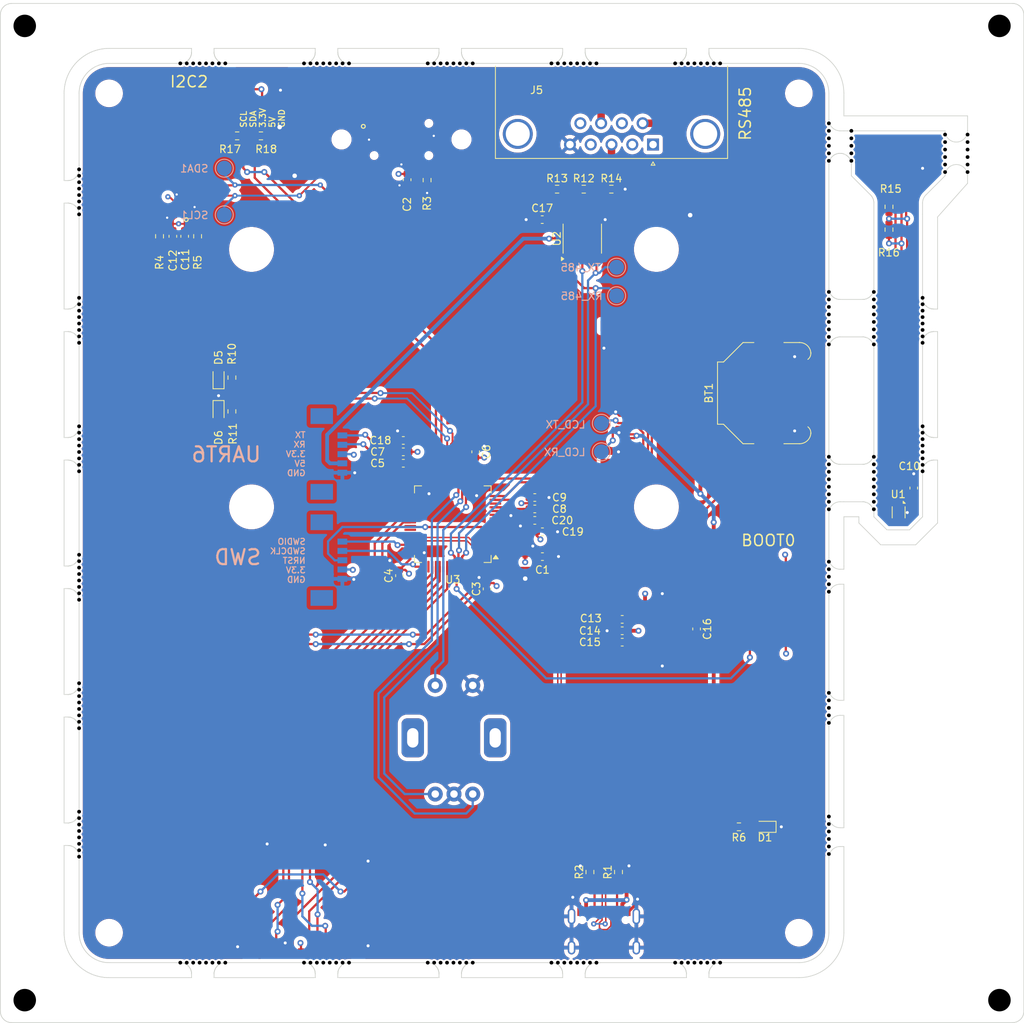
<source format=kicad_pcb>
(kicad_pcb (version 20240108) (generator "pcbnew") (generator_version "8.0")
  (layers (0 "F.Cu" signal) (1 "In1.Cu" power) (2 "In2.Cu" power) (31 "B.Cu" signal) (34 "B.Paste" user) (35 "F.Paste" user) (36 "B.SilkS" user "B.Silkscreen") (37 "F.SilkS" user "F.Silkscreen") (38 "B.Mask" user) (39 "F.Mask" user) (44 "Edge.Cuts" user))
  (net 0 "")
  (net 1 "Board_0-+3V3")
  (net 2 "Board_0-+3V3_EXT")
  (net 3 "Board_0-+5V")
  (net 4 "Board_0-+BATT")
  (net 5 "Board_0-/5V_RS485")
  (net 6 "Board_0-/BOOT0")
  (net 7 "Board_0-/ENC_A")
  (net 8 "Board_0-/ENC_B")
  (net 9 "Board_0-/ENC_P")
  (net 10 "Board_0-/HSE")
  (net 11 "Board_0-/LCD_RESET")
  (net 12 "Board_0-/LCD_RX")
  (net 13 "Board_0-/LCD_TX")
  (net 14 "Board_0-/LED_1")
  (net 15 "Board_0-/LED_2")
  (net 16 "Board_0-/LSE")
  (net 17 "Board_0-/RS485A")
  (net 18 "Board_0-/RS485B")
  (net 19 "Board_0-/RX6")
  (net 20 "Board_0-/RX_485")
  (net 21 "Board_0-/SCL1")
  (net 22 "Board_0-/SCL2")
  (net 23 "Board_0-/SCL_EXT")
  (net 24 "Board_0-/SDA1")
  (net 25 "Board_0-/SDA2")
  (net 26 "Board_0-/SDA_EXT")
  (net 27 "Board_0-/SD_CK")
  (net 28 "Board_0-/SD_CMD")
  (net 29 "Board_0-/SD_D0")
  (net 30 "Board_0-/SD_D1")
  (net 31 "Board_0-/SD_D2")
  (net 32 "Board_0-/SD_D3")
  (net 33 "Board_0-/SD_SW")
  (net 34 "Board_0-/SWDCLK")
  (net 35 "Board_0-/SWDIO")
  (net 36 "Board_0-/TX6")
  (net 37 "Board_0-/TX_485")
  (net 38 "Board_0-/TX_485_EN")
  (net 39 "Board_0-/USB_N")
  (net 40 "Board_0-/USB_P")
  (net 41 "Board_0-/USB_VBUS")
  (net 42 "Board_0-/nRST")
  (net 43 "Board_0-GND")
  (net 44 "Board_0-GND_2")
  (net 45 "Board_0-Net-(D1-A)")
  (net 46 "Board_0-Net-(D5-A)")
  (net 47 "Board_0-Net-(D6-A)")
  (net 48 "Board_0-Net-(IC2-ADDR)")
  (net 49 "Board_0-Net-(J2-CC1)")
  (net 50 "Board_0-Net-(J2-CC2)")
  (net 51 "Board_0-Net-(U3-VCAP_1)")
  (net 52 "Board_0-unconnected-(IC1-INT-Pad7)")
  (net 53 "Board_0-unconnected-(IC2-IRQn-Pad4)")
  (net 54 "Board_0-unconnected-(J2-SBU1-PadA8)")
  (net 55 "Board_0-unconnected-(J2-SBU2-PadB8)")
  (net 56 "Board_0-unconnected-(J5-Pad1)")
  (net 57 "Board_0-unconnected-(J5-Pad2)")
  (net 58 "Board_0-unconnected-(J5-Pad4)")
  (net 59 "Board_0-unconnected-(J5-Pad7)")
  (net 60 "Board_0-unconnected-(J5-Pad9)")
  (net 61 "Board_0-unconnected-(M2-+3.3Vout-Pad29)")
  (net 62 "Board_0-unconnected-(M2-IO6{slash}SDA-Pad3)")
  (net 63 "Board_0-unconnected-(M2-IO7{slash}SCL-Pad2)")
  (net 64 "Board_0-unconnected-(U3-PA0-Pad14)")
  (net 65 "Board_0-unconnected-(U3-PA10-Pad43)")
  (net 66 "Board_0-unconnected-(U3-PA15-Pad50)")
  (net 67 "Board_0-unconnected-(U3-PA4-Pad20)")
  (net 68 "Board_0-unconnected-(U3-PA8-Pad41)")
  (net 69 "Board_0-unconnected-(U3-PA9-Pad42)")
  (net 70 "Board_0-unconnected-(U3-PB12-Pad33)")
  (net 71 "Board_0-unconnected-(U3-PB13-Pad34)")
  (net 72 "Board_0-unconnected-(U3-PB14-Pad35)")
  (net 73 "Board_0-unconnected-(U3-PB15-Pad36)")
  (net 74 "Board_0-unconnected-(U3-PB2-Pad27)")
  (net 75 "Board_0-unconnected-(U3-PB4-Pad56)")
  (net 76 "Board_0-unconnected-(U3-PC0-Pad8)")
  (net 77 "Board_0-unconnected-(U3-PC1-Pad9)")
  (net 78 "Board_0-unconnected-(U3-PC13-Pad2)")
  (net 79 "Board_0-unconnected-(U3-PC15-Pad4)")
  (net 80 "Board_0-unconnected-(U3-PC2-Pad10)")
  (net 81 "Board_0-unconnected-(U3-PC3-Pad11)")
  (net 82 "Board_0-unconnected-(U3-PC4-Pad24)")
  (net 83 "Board_0-unconnected-(U3-PH1-Pad6)")
  (footprint "NPTH" (layer "F.Cu") (at 90.75 133.000714)
    (property "Reference" "KiKit_MB_6_2" (hide yes))
    (property "Value" "NPTH" (hide yes))
  )
  (footprint "_Switches_GRZ:EC11E15244G1" (layer "F.Cu") (at 140.75 118)
    (property "Reference" "E1")
    (property "Value" "EC11E15244G1")
  )
  (footprint "NPTH" (layer "F.Cu") (at 90.75 64.429286)
    (property "Reference" "KiKit_MB_2_2" (hide yes))
    (property "Value" "NPTH" (hide yes))
  )
  (footprint "NPTH" (layer "F.Cu") (at 190.75 116)
    (property "Reference" "KiKit_MB_17_1" (hide yes))
    (property "Value" "NPTH" (hide yes))
  )
  (footprint "NPTH" (layer "F.Cu") (at 90.75 111.570714)
    (property "Reference" "KiKit_MB_5_7" (hide yes))
    (property "Value" "NPTH" (hide yes))
  )
  (footprint "Resistor_SMD:R_0603_1608Metric" (layer "F.Cu") (at 161.739 44.784)
    (property "Reference" "R14")
    (property "Value" "390")
  )
  (footprint "NPTH" (layer "F.Cu") (at 196.75 86.5)
    (property "Reference" "KiKit_MB_17_1" (hide yes))
    (property "Value" "NPTH" (hide yes))
  )
  (footprint "NPTH" (layer "F.Cu") (at 90.75 130.428428)
    (property "Reference" "KiKit_MB_6_5" (hide yes))
    (property "Value" "NPTH" (hide yes))
  )
  (footprint "NPTH" (layer "F.Cu") (at 196.75 81.5)
    (property "Reference" "KiKit_MB_17_1" (hide yes))
    (property "Value" "NPTH" (hide yes))
  )
  (footprint "NPTH" (layer "F.Cu") (at 90.75 61.857001)
    (property "Reference" "KiKit_MB_2_5" (hide yes))
    (property "Value" "NPTH" (hide yes))
  )
  (footprint "NPTH" (layer "F.Cu") (at 203.25 78.142429)
    (property "Reference" "KiKit_MB_9_3" (hide yes))
    (property "Value" "NPTH" (hide yes))
  )
  (footprint "NPTH" (layer "F.Cu") (at 90.75 79.857286)
    (property "Reference" "KiKit_MB_3_4" (hide yes))
    (property "Value" "NPTH" (hide yes))
  )
  (footprint "LED_SMD:LED_0603_1608Metric" (layer "F.Cu") (at 109.352 74.4765 -90)
    (property "Reference" "D6")
    (property "Value" "LED")
  )
  (footprint "NPTH" (layer "F.Cu") (at 190.75 97.5)
    (property "Reference" "KiKit_MB_17_1" (hide yes))
    (property "Value" "NPTH" (hide yes))
  )
  (footprint "NPTH" (layer "F.Cu") (at 203.25 61.857001)
    (property "Reference" "KiKit_MB_8_4" (hide yes))
    (property "Value" "NPTH" (hide yes))
  )
  (footprint "NPTH" (layer "F.Cu") (at 90.75 81.572143)
    (property "Reference" "KiKit_MB_3_2" (hide yes))
    (property "Value" "NPTH" (hide yes))
  )
  (footprint "NPTH" (layer "F.Cu") (at 90.75 82.429572)
    (property "Reference" "KiKit_MB_3_1" (hide yes))
    (property "Value" "NPTH" (hide yes))
  )
  (footprint "NPTH" (layer "F.Cu") (at 190.75 60.5)
    (property "Reference" "KiKit_MB_17_1" (hide yes))
    (property "Value" "NPTH" (hide yes))
  )
  (footprint "NPTH" (layer "F.Cu") (at 156.321285 148)
    (property "Reference" "KiKit_MB_22_5" (hide yes))
    (property "Value" "NPTH" (hide yes))
  )
  (footprint "NPTH" (layer "F.Cu") (at 105.106429 28)
    (property "Reference" "KiKit_MB_13_2" (hide yes))
    (property "Value" "NPTH" (hide yes))
  )
  (footprint "NPTH" (layer "F.Cu") (at 140.678715 148)
    (property "Reference" "KiKit_MB_21_4" (hide yes))
    (property "Value" "NPTH" (hide yes))
  )
  (footprint "NPTH" (layer "F.Cu") (at 209.25 39.5)
    (property "Reference" "KiKit_MB_17_1" (hide yes))
    (property "Value" "NPTH" (hide yes))
  )
  (footprint "NPTH" (layer "F.Cu") (at 190.75 96.5)
    (property "Reference" "KiKit_MB_17_1" (hide yes))
    (property "Value" "NPTH" (hide yes))
  )
  (footprint "NPTH" (layer "F.Cu") (at 193.75 40)
    (property "Reference" "KiKit_MB_17_1" (hide yes))
    (property "Value" "NPTH" (hide yes))
  )
  (footprint "NPTH" (layer "F.Cu") (at 172.821285 148)
    (property "Reference" "KiKit_MB_23_5" (hide yes))
    (property "Value" "NPTH" (hide yes))
  )
  (footprint "NPTH" (layer "F.Cu") (at 138.963858 28)
    (property "Reference" "KiKit_MB_15_3" (hide yes))
    (property "Value" "NPTH" (hide yes))
  )
  (footprint "NPTH" (layer "F.Cu") (at 190.75 62.5)
    (property "Reference" "KiKit_MB_17_1" (hide yes))
    (property "Value" "NPTH" (hide yes))
  )
  (footprint "Capacitor_SMD:C_0603_1608Metric" (layer "F.Cu") (at 151.529 85.932 180)
    (property "Reference" "C9")
    (property "Value" "1u")
  )
  (footprint "_Misc_GRZ:Osc_ASCO" (layer "F.Cu") (at 149.78 90.904 180)
    (property "Reference" "X3")
    (property "Value" "ASCO")
  )
  (footprint "Capacitor_SMD:C_0603_1608Metric" (layer "F.Cu") (at 104.8308 51.0708 -90)
    (property "Reference" "C11")
    (property "Value" "100n")
  )
  (footprint "NPTH" (layer "F.Cu") (at 125.036143 28)
    (property "Reference" "KiKit_MB_14_6" (hide yes))
    (property "Value" "NPTH" (hide yes))
  )
  (footprint "Capacitor_SMD:C_0603_1608Metric" (layer "F.Cu") (at 152.519 48.848 180)
    (property "Reference" "C17")
    (property "Value" "100n")
  )
  (footprint "NPTH" (layer "F.Cu") (at 138.106429 148)
    (property "Reference" "KiKit_MB_21_7" (hide yes))
    (property "Value" "NPTH" (hide yes))
  )
  (footprint "NPTH" (layer "F.Cu") (at 193.75 38)
    (property "Reference" "KiKit_MB_17_1" (hide yes))
    (property "Value" "NPTH" (hide yes))
  )
  (footprint "NPTH" (layer "F.Cu") (at 107.678715 28)
    (property "Reference" "KiKit_MB_13_5" (hide yes))
    (property "Value" "NPTH" (hide yes))
  )
  (footprint "NPTH" (layer "F.Cu") (at 190.75 132.5)
    (property "Reference" "KiKit_MB_17_1" (hide yes))
    (property "Value" "NPTH" (hide yes))
  )
  (footprint "NPTH" (layer "F.Cu") (at 90.75 48.143857)
    (property "Reference" "KiKit_MB_1_1" (hide yes))
    (property "Value" "NPTH" (hide yes))
  )
  (footprint "NPTH" (layer "F.Cu") (at 155.463857 148)
    (property "Reference" "KiKit_MB_22_6" (hide yes))
    (property "Value" "NPTH" (hide yes))
  )
  (footprint "NPTH" (layer "F.Cu") (at 156.321285 28)
    (property "Reference" "KiKit_MB_16_4" (hide yes))
    (property "Value" "NPTH" (hide yes))
  )
  (footprint "NPTH" (layer "F.Cu") (at 107.678715 148)
    (property "Reference" "KiKit_MB_19_4" (hide yes))
    (property "Value" "NPTH" (hide yes))
  )
  (footprint "NPTH" (layer "F.Cu") (at 172.821285 28)
    (property "Reference" "KiKit_MB_17_4" (hide yes))
    (property "Value" "NPTH" (hide yes))
  )
  (footprint "NPTH" (layer "F.Cu") (at 173.678714 148)
    (property "Reference" "KiKit_MB_23_4" (hide yes))
    (property "Value" "NPTH" (hide yes))
  )
  (footprint "Capacitor_SMD:C_0603_1608Metric" (layer "F.Cu") (at 133.482 96.359 90)
    (property "Reference" "C4")
    (property "Value" "100n")
  )
  (footprint "NPTH" (layer "F.Cu") (at 90.75 113.285571)
    (property "Reference" "KiKit_MB_5_5" (hide yes))
    (property "Value" "NPTH" (hide yes))
  )
  (footprint "NPTH" (layer "F.Cu") (at 90.75 63.571858)
    (property "Reference" "KiKit_MB_2_3" (hide yes))
    (property "Value" "NPTH" (hide yes))
  )
  (footprint "Resistor_SMD:R_0603_1608Metric" (layer "F.Cu") (at 154.501 44.784)
    (property "Reference" "R13")
    (property "Value" "390")
  )
  (footprint "NPTH" (layer "F.Cu") (at 90.75 99.572428)
    (property "Reference" "KiKit_MB_4_1" (hide yes))
    (property "Value" "NPTH" (hide yes))
  )
  (footprint "NPTH" (layer "F.Cu") (at 196.75 64.5)
    (property "Reference" "KiKit_MB_17_1" (hide yes))
    (property "Value" "NPTH" (hide yes))
  )
  (footprint "MountingHole:MountingHole_3.2mm_M3" (layer "F.Cu") (at 94.75 32)
    (property "Reference" "H1" (hide yes))
    (property "Value" "MountingHole" (hide yes))
  )
  (footprint "NPTH" (layer "F.Cu") (at 206.25 37.5)
    (property "Reference" "KiKit_MB_17_1" (hide yes))
    (property "Value" "NPTH" (hide yes))
  )
  (footprint "_Sensors_GRZ:SDP31" (layer "F.Cu") (at 133.75 38.15)
    (property "Reference" "IC2")
    (property "Value" "SDP31")
  )
  (footprint "NPTH" (layer "F.Cu") (at 125.036143 148)
    (property "Reference" "KiKit_MB_20_3" (hide yes))
    (property "Value" "NPTH" (hide yes))
  )
  (footprint "NPTH" (layer "F.Cu") (at 190.75 133.5)
    (property "Reference" "KiKit_MB_17_1" (hide yes))
    (property "Value" "NPTH" (hide yes))
  )
  (footprint "Resistor_SMD:R_0603_1608Metric" (layer "F.Cu") (at 106.558 51.07 -90)
    (property "Reference" "R5")
    (property "Value" "4.7k")
  )
  (footprint "NPTH" (layer "F.Cu") (at 120.749001 28)
    (property "Reference" "KiKit_MB_14_1" (hide yes))
    (property "Value" "NPTH" (hide yes))
  )
  (footprint "NPTH" (layer "F.Cu") (at 209.25 40.5)
    (property "Reference" "KiKit_MB_17_1" (hide yes))
    (property "Value" "NPTH" (hide yes))
  )
  (footprint "Capacitor_SMD:C_0603_1608Metric" (layer "F.Cu") (at 152.545 93.819)
    (property "Reference" "C1")
    (property "Value" "100n")
  )
  (footprint "NPTH" (layer "F.Cu") (at 153.749 28)
    (property "Reference" "KiKit_MB_16_1" (hide yes))
    (property "Value" "NPTH" (hide yes))
  )
  (footprint "NPTH" (layer "F.Cu") (at 157.178714 28)
    (property "Reference" "KiKit_MB_16_5" (hide yes))
    (property "Value" "NPTH" (hide yes))
  )
  (footprint "NPTH" (layer "F.Cu") (at 90.75 45.571572)
    (property "Reference" "KiKit_MB_1_4" (hide yes))
    (property "Value" "NPTH" (hide yes))
  )
  (footprint "NPTH" (layer "F.Cu") (at 190.75 95.5)
    (property "Reference" "KiKit_MB_17_1" (hide yes))
    (property "Value" "NPTH" (hide yes))
  )
  (footprint "NPTH" (layer "F.Cu") (at 170.249 148)
    (property "Reference" "KiKit_MB_23_8" (hide yes))
    (property "Value" "NPTH" (hide yes))
  )
  (footprint "NPTH" (layer "F.Cu") (at 190.75 87.5)
    (property "Reference" "KiKit_MB_17_1" (hide yes))
    (property "Value" "NPTH" (hide yes))
  )
  (footprint "NPTH" (layer "F.Cu") (at 190.75 41)
    (property "Reference" "KiKit_MB_17_1" (hide yes))
    (property "Value" "NPTH" (hide yes))
  )
  (footprint "NPTH" (layer "F.Cu") (at 190.75 98.5)
    (property "Reference" "KiKit_MB_17_1" (hide yes))
    (property "Value" "NPTH" (hide yes))
  )
  (footprint "NPTH" (layer "F.Cu") (at 203.25 63.571858)
    (property "Reference" "KiKit_MB_8_6" (hide yes))
    (property "Value" "NPTH" (hide yes))
  )
  (footprint "NPTH" (layer "F.Cu") (at 190.75 94.5)
    (property "Reference" "KiKit_MB_17_1" (hide yes))
    (property "Value" "NPTH" (hide yes))
  )
  (footprint "Connector_Dsub:DSUB-9_Male_Horizontal_P2.77x2.84mm_EdgePinOffset7.70mm_Housed_MountingHolesOffset9.12mm" (layer "F.Cu") (at 167.3 38.830331 180)
    (property "Reference" "J5")
    (property "Value" "DB9_Male")
  )
  (footprint "Capacitor_SMD:C_0603_1608Metric" (layer "F.Cu") (at 173.106 103.471 -90)
    (property "Reference" "C16")
    (property "Value" "470n")
  )
  (footprint "NPTH" (layer "F.Cu") (at 90.75 60.142144)
    (property "Reference" "KiKit_MB_2_7" (hide yes))
    (property "Value" "NPTH" (hide yes))
  )
  (footprint "NPTH" (layer "F.Cu") (at 90.75 97.000142)
    (property "Reference" "KiKit_MB_4_4" (hide yes))
    (property "Value" "NPTH" (hide yes))
  )
  (footprint "NPTH" (layer "F.Cu") (at 206.25 39.5)
    (property "Reference" "KiKit_MB_17_1" (hide yes))
    (property "Value" "NPTH" (hide yes))
  )
  (footprint "NPTH" (layer "F.Cu") (at 125.893572 28)
    (property "Reference" "KiKit_MB_14_7" (hide yes))
    (property "Value" "NPTH" (hide yes))
  )
  (footprint "NPTH" (layer "F.Cu") (at 159.750999 28)
    (property "Reference" "KiKit_MB_16_8" (hide yes))
    (property "Value" "NPTH" (hide yes))
  )
  (footprint "NPTH" (layer "F.Cu") (at 143.251 148)
    (property "Reference" "KiKit_MB_21_1" (hide yes))
    (property "Value" "NPTH" (hide yes))
  )
  (footprint "NPTH" (layer "F.Cu") (at 106.821286 148)
    (property "Reference" "KiKit_MB_19_5" (hide yes))
    (property "Value" "NPTH" (hide yes))
  )
  (footprint "LED_SMD:LED_0603_1608Metric" (layer "F.Cu") (at 182.2245 129.874 180)
    (property "Reference" "D1")
    (property "Value" "LED")
  )
  (footprint "NPTH" (layer "F.Cu") (at 196.75 84.5)
    (property "Reference" "KiKit_MB_17_1" (hide yes))
    (property "Value" "NPTH" (hide yes))
  )
  (footprint "NPTH" (layer "F.Cu") (at 90.75 127.856143)
    (property "Reference" "KiKit_MB_6_8" (hide yes))
    (property "Value" "NPTH" (hide yes))
  )
  (footprint "NPTH" (layer "F.Cu") (at 159.750999 148)
    (property "Reference" "KiKit_MB_22_1" (hide yes))
    (property "Value" "NPTH" (hide yes))
  )
  (footprint "_Sensors_GRZ:BMP390" (layer "F.Cu") (at 104.041633 47.397874 -135)
    (property "Reference" "IC1")
    (property "Value" "BMP390")
  )
  (footprint "NPTH" (layer "F.Cu") (at 90.75 94.427857)
    (property "Reference" "KiKit_MB_4_7" (hide yes))
    (property "Value" "NPTH" (hide yes))
  )
  (footprint "Capacitor_SMD:C_0603_1608Metric" (layer "F.Cu") (at 134.498 43.527 -90)
    (property "Reference" "C2")
    (property "Value" "100n")
  )
  (footprint "NPTH" (layer "F.Cu") (at 203.25 82.429572)
    (property "Reference" "KiKit_MB_9_8" (hide yes))
    (property "Value" "NPTH" (hide yes))
  )
  (footprint "NPTH" (layer "F.Cu") (at 206.25 41.5)
    (property "Reference" "KiKit_MB_17_1" (hide yes))
    (property "Value" "NPTH" (hide yes))
  )
  (footprint "Capacitor_SMD:C_0603_1608Metric" (layer "F.Cu") (at 151.529 88.98)
    (property "Reference" "C20")
    (property "Value" "100n")
  )
  (footprint "NPTH" (layer "F.Cu") (at 104.249001 148)
    (property "Reference" "KiKit_MB_19_8" (hide yes))
    (property "Value" "NPTH" (hide yes))
  )
  (footprint "Resistor_SMD:R_0603_1608Metric" (layer "F.Cu") (at 137.165 43.577 -90)
    (property "Reference" "R3")
    (property "Value" "0")
  )
  (footprint "NPTH" (layer "F.Cu") (at 158.893571 148)
    (property "Reference" "KiKit_MB_22_2" (hide yes))
    (property "Value" "NPTH" (hide yes))
  )
  (footprint "NPTH" (layer "F.Cu") (at 203.25 65.286715)
    (property "Reference" "KiKit_MB_8_8" (hide yes))
    (property "Value" "NPTH" (hide yes))
  )
  (footprint "Resistor_SMD:R_0603_1608Metric" (layer "F.Cu") (at 178.757 129.874 180)
    (property "Reference" "R6")
    (property "Value" "1k")
  )
  (footprint "NPTH" (layer "F.Cu") (at 90.75 42.141858)
    (property "Reference" "KiKit_MB_1_8" (hide yes))
    (property "Value" "NPTH" (hide yes))
  )
  (footprint "NPTH" (layer "F.Cu") (at 143.251 28)
    (property "Reference" "KiKit_MB_15_8" (hide yes))
    (property "Value" "NPTH" (hide yes))
  )
  (footprint "NPTH" (layer "F.Cu") (at 206.25 38.5)
    (property "Reference" "KiKit_MB_17_1" (hide yes))
    (property "Value" "NPTH" (hide yes))
  )
  (footprint "NPTH" (layer "F.Cu") (at 196.75 80.5)
    (property "Reference" "KiKit_MB_17_1" (hide yes))
    (property "Value" "NPTH" (hide yes))
  )
  (footprint "MountingHole:MountingHole_3.2mm_M3" (layer "F.Cu") (at 186.75 32)
    (property "Reference" "H2" (hide yes))
    (property "Value" "MountingHole" (hide yes))
  )
  (footprint "NPTH" (layer "F.Cu") (at 203.25 80.714715)
    (property "Reference" "KiKit_MB_9_6" (hide yes))
    (property "Value" "NPTH" (hide yes))
  )
  (footprint "NPTH" (layer "F.Cu") (at 106.821286 28)
    (property "Reference" "KiKit_MB_13_4" (hide yes))
    (property "Value" "NPTH" (hide yes))
  )
  (footprint "NPTH" (layer "F.Cu") (at 190.75 113)
    (property "Reference" "KiKit_MB_17_1" (hide yes))
    (property "Value" "NPTH" (hide yes))
  )
  (footprint "Capacitor_SMD:C_0603_1608Metric" (layer "F.Cu") (at 145.166 98.124 90)
    (property "Reference" "C3")
    (property "Value" "100n")
  )
  (footprint "NPTH" (layer "F.Cu") (at 158.893571 28)
    (property "Reference" "KiKit_MB_16_7" (hide yes))
    (property "Value" "NPTH" (hide yes))
  )
  (footprint "NPTH" (layer "F.Cu") (at 90.75 78.142429)
    (property "Reference" "KiKit_MB_3_6" (hide yes))
    (property "Value" "NPTH" (hide yes))
  )
  (footprint "_Misc_GRZ:Osc_ASAK" (layer "F.Cu") (at 149.738 93.044 90)
    (property "Reference" "X2")
    (property "Value" "ASAK")
  )
  (footprint "_Connectors_GRZ:USB-C_HRO_C-31-M-12" (layer "F.Cu") (at 160.75 146)
    (property "Reference" "J2")
    (property "Value" "USB-C_12pin")
  )
  (footprint "_Connectors_GRZ:PicoBlade_53398-0471" (layer "F.Cu") (at 200.019 40.449 180)
    (property "Reference" "J6")
    (property "Value" "CON04")
  )
  (footprint "Resistor_SMD:R_0603_1608Metric" (layer "F.Cu") (at 111.829 37.672)
    (property "Reference" "R17")
    (property "Value" "4.7k")
  )
  (footprint "NPTH" (layer "F.Cu") (at 190.75 84.5)
    (property "Reference" "KiKit_MB_17_1" (hide yes))
    (property "Value" "NPTH" (hide yes))
  )
  (footprint "Capacitor_SMD:C_0603_1608Metric" (layer "F.Cu") (at 163.187 102.188 180)
    (property "Reference" "C13")
    (property "Value" "10u")
  )
  (footprint "Capacitor_SMD:C_0603_1608Metric" (layer "F.Cu") (at 133.99 78.312 180)
    (property "Reference" "C18")
    (property "Value" "2.2u")
  )
  (footprint "NPTH" (layer "F.Cu") (at 140.678715 28)
    (property "Reference" "KiKit_MB_15_5" (hide yes))
    (property "Value" "NPTH" (hide yes))
  )
  (footprint "NPTH" (layer "F.Cu") (at 203.25 81.572143)
    (property "Reference" "KiKit_MB_9_7" (hide yes))
    (property "Value" "NPTH" (hide yes))
  )
  (footprint "Resistor_SMD:R_0603_1608Metric" (layer "F.Cu") (at 111.13 74.438 90)
    (property "Reference" "R11")
    (property "Value" "500")
  )
  (footprint "NPTH" (layer "F.Cu") (at 90.75 95.285285)
    (property "Reference" "KiKit_MB_4_6" (hide yes))
    (property "Value" "NPTH" (hide yes))
  )
  (footprint "NPTH" (layer "F.Cu") (at 90.75 112.428142)
    (property "Reference" "KiKit_MB_5_6" (hide yes))
    (property "Value" "NPTH" (hide yes))
  )
  (footprint "NPTH" (layer "F.Cu") (at 90.75 110.713285)
    (property "Reference" "KiKit_MB_5_8" (hide yes))
    (property "Value" "NPTH" (hide yes))
  )
  (footprint "NPTH" (layer "F.Cu") (at 90.75 115.857856)
    (property "Reference" "KiKit_MB_5_2" (hide yes))
    (property "Value" "NPTH" (hide yes))
  )
  (footprint "NPTH" (layer "F.Cu") (at 190.75 80.5)
    (property "Reference" "KiKit_MB_17_1" (hide yes))
    (property "Value" "NPTH" (hide yes))
  )
  (footprint "NPTH" (layer "F.Cu") (at 90.75 93.570428)
    (property "Reference" "KiKit_MB_4_8" (hide yes))
    (property "Value" "NPTH" (hide yes))
  )
  (footprint "NPTH" (layer "F.Cu") (at 190.75 61.5)
    (property "Reference" "KiKit_MB_17_1" (hide yes))
    (property "Value" "NPTH" (hide yes))
  )
  (footprint "NPTH" (layer "F.Cu") (at 90.75 128.713571)
    (property "Reference" "KiKit_MB_6_7" (hide yes))
    (property "Value" "NPTH" (hide yes))
  )
  (footprint "NPTH" (layer "F.Cu") (at 90.75 80.714715)
    (property "Reference" "KiKit_MB_3_3" (hide yes))
    (property "Value" "NPTH" (hide yes))
  )
  (footprint "NPTH" (layer "F.Cu") (at 158.036142 28)
    (property "Reference" "KiKit_MB_16_6" (hide yes))
    (property "Value" "NPTH" (hide yes))
  )
  (footprint "Resistor_SMD:R_0603_1608Metric" (layer "F.Cu") (at 101.478 51.07 -90)
    (property "Reference" "R4")
    (property "Value" "4.7k")
  )
  (footprint "NPTH" (layer "F.Cu") (at 141.536143 28)
    (property "Reference" "KiKit_MB_15_6" (hide yes))
    (property "Value" "NPTH" (hide yes))
  )
  (footprint "NPTH" (layer "F.Cu") (at 109.393572 28)
    (property "Reference" "KiKit_MB_13_7" (hide yes))
    (property "Value" "NPTH" (hide yes))
  )
  (footprint "Resistor_SMD:R_0603_1608Metric" (layer "F.Cu") (at 158.057 44.784)
    (property "Reference" "R12")
    (property "Value" "150")
  )
  (footprint "NPTH" (layer "F.Cu") (at 158.036142 148)
    (property "Reference" "KiKit_MB_22_3" (hide yes))
    (property "Value" "NPTH" (hide yes))
  )
  (footprint "LED_SMD:LED_0603_1608Metric" (layer "F.Cu") (at 109.352 69.93 90)
    (property "Reference" "D5")
    (property "Value" "LED")
  )
  (footprint "NPTH" (layer "F.Cu") (at 122.463858 148)
    (property "Reference" "KiKit_MB_20_6" (hide yes))
    (property "Value" "NPTH" (hide yes))
  )
  (footprint "NPTH" (layer "F.Cu") (at 190.75 38)
    (property "Reference" "KiKit_MB_17_1" (hide yes))
    (property "Value" "NPTH" (hide yes))
  )
  (footprint "NPTH" (layer "F.Cu") (at 196.75 60.5)
    (property "Reference" "KiKit_MB_17_1" (hide yes))
    (property "Value" "NPTH" (hide yes))
  )
  (footprint "NPTH" (layer "F.Cu") (at 139.821286 28)
    (property "Reference" "KiKit_MB_15_4" (hide yes))
    (property "Value" "NPTH" (hide yes))
  )
  (footprint "NPTH" (layer "F.Cu") (at 110.251 28)
    (property "Reference" "KiKit_MB_13_8" (hide yes))
    (property "Value" "NPTH" (hide yes))
  )
  (footprint "NPTH" (layer "F.Cu") (at 196.75 85.5)
    (property "Reference" "KiKit_MB_17_1" (hide yes))
    (property "Value" "NPTH" (hide yes))
  )
  (footprint "NPTH" (layer "F.Cu") (at 203.25 64.429286)
    (property "Reference" "KiKit_MB_8_7" (hide yes))
    (property "Value" "NPTH" (hide yes))
  )
  (footprint "NPTH" (layer "F.Cu") (at 90.75 44.714143)
    (property "Reference" "KiKit_MB_1_5" (hide yes))
    (property "Value" "NPTH" (hide yes))
  )
  (footprint "NPTH" (layer "F.Cu") (at 83.5 153)
    (property "Reference" "KiKit_TO_3" (hide yes))
    (property "Value" "NPTH" (hide yes))
  )
  (footprint "NPTH" (layer "F.Cu") (at 121.606429 148)
    (property "Reference" "KiKit_MB_20_7" (hide yes))
    (property "Value" "NPTH" (hide yes))
  )
  (footprint "NPTH" (layer "F.Cu") (at 90.75 65.286715)
    (property "Reference" "KiKit_MB_2_1" (hide yes))
    (property "Value" "NPTH" (hide yes))
  )
  (footprint "NPTH" (layer "F.Cu") (at 155.463857 28)
    (property "Reference" "KiKit_MB_16_3" (hide yes))
    (property "Value" "NPTH" (hide yes))
  )
  (footprint "NPTH" (layer "F.Cu") (at 90.75 131.285857)
    (property "Reference" "KiKit_MB_6_4" (hide yes))
    (property "Value" "NPTH" (hide yes))
  )
  (footprint "NPTH" (layer "F.Cu") (at 175.393571 148)
    (property "Reference" "KiKit_MB_23_2" (hide yes))
    (property "Value" "NPTH" (hide yes))
  )
  (footprint "MountingHole:MountingHole_2.2mm_M2" (layer "F.Cu") (at 125.75 38.15)
    (property "Reference" "H5" (hide yes))
    (property "Value" "MountingHole" (hide yes))
  )
  (footprint "NPTH" (layer "F.Cu") (at 193.75 41)
    (property "Reference" "KiKit_MB_17_1" (hide yes))
    (property "Value" "NPTH" (hide yes))
  )
  (footprint "NPTH" (layer "F.Cu") (at 90.75 96.142714)
    (property "Reference" "KiKit_MB_4_5" (hide yes))
    (property "Value" "NPTH" (hide yes))
  )
  (footprint "NPTH" (layer "F.Cu") (at 203.25 60.142144)
    (property "Reference" "KiKit_MB_8_2" (hide yes))
    (property "Value" "NPTH" (hide yes))
  )
  (footprint "NPTH" (layer "F.Cu") (at 209.25 42.5)
    (property "Reference" "KiKit_MB_17_1" (hide yes))
    (property "Value" "NPTH" (hide yes))
  )
  (footprint "NPTH" (layer "F.Cu") (at 206.25 40.5)
    (property "Reference" "KiKit_MB_17_1" (hide yes))
    (property "Value" "NPTH" (hide yes))
  )
  (footprint "NPTH" (layer "F.Cu") (at 209.25 41.5)
    (property "Reference" "KiKit_MB_17_1" (hide yes))
    (property "Value" "NPTH" (hide yes))
  )
  (footprint "Resistor_SMD:R_0603_1608Metric" (layer "F.Cu") (at 198.769 47.138 90)
    (property "Reference" "R15")
    (property "Value" "4.7k")
  )
  (footprint "NPTH" (layer "F.Cu") (at 138.106429 28)
    (property "Reference" "KiKit_MB_15_2" (hide yes))
    (property "Value" "NPTH" (hide yes))
  )
  (footprint "NPTH" (layer "F.Cu") (at 190.75 36)
    (property "Reference" "KiKit_MB_17_1" (hide yes))
    (property "Value" "NPTH" (hide yes))
  )
  (footprint "Resistor_SMD:R_0603_1608Metric" (layer "F.Cu") (at 198.769 50.187 -90)
    (property "Reference" "R16")
    (property "Value" "4.7k")
  )
  (footprint "Package_SO:SOIC-8_3.9x4.9mm_P1.27mm" (layer "F.Cu") (at 157.866 51.388 90)
    (property "Reference" "U2")
    (property "Value" "MAX487E")
  )
  (footprint "NPTH" (layer "F.Cu") (at 157.178714 148)
    (property "Reference" "KiKit_MB_22_4" (hide yes))
    (property "Value" "NPTH" (hide yes))
  )
  (footprint "NPTH" (layer "F.Cu") (at 153.749 148)
    (property "Reference" "KiKit_MB_22_8" (hide yes))
    (property "Value" "NPTH" (hide yes))
  )
  (footprint "Capacitor_SMD:C_0603_1608Metric" (layer "F.Cu") (at 133.99 79.836)
    (property "Reference" "C7")
    (property "Value" "4.7u")
  )
  (footprint "Capacitor_SMD:C_0603_1608Metric" (layer "F.Cu") (at 202.071 84.667 90)
    (property "Reference" "C10")
    (property "Value" "100n")
  )
  (footprint "NPTH" (layer "F.Cu") (at 141.536143 148)
    (property "Reference" "KiKit_MB_21_3" (hide yes))
    (property "Value" "NPTH" (hide yes))
  )
  (footprint "NPTH" (layer "F.Cu") (at 203.25 77.285001)
    (property "Reference" "KiKit_MB_9_2" (hide yes))
    (property "Value" "NPTH" (hide yes))
  )
  (footprint "NPTH" (layer "F.Cu") (at 203.25 78.999858)
    (property "Reference" "KiKit_MB_9_4" (hide yes))
    (property "Value" "NPTH" (hide yes))
  )
  (footprint "NPTH" (layer "F.Cu") (at 190.75 112)
    (property "Reference" "KiKit_MB_17_1" (hide yes))
    (property "Value" "NPTH" (hide yes))
  )
  (footprint "NPTH" (layer "F.Cu") (at 190.75 40)
    (property "Reference" "KiKit_MB_17_1" (hide yes))
    (property "Value" "NPTH" (hide yes))
  )
  (footprint "NPTH" (layer "F.Cu") (at 125.893572 148)
    (property "Reference" "KiKit_MB_20_2" (hide yes))
    (property "Value" "NPTH" (hide yes))
  )
  (footprint "NPTH" (layer "F.Cu") (at 213.5 153)
    (property "Reference" "KiKit_TO_4" (hide yes))
    (property "Value" "NPTH" (hide yes))
  )
  (footprint "_Diodes_GRZ:PMEG2010EB" (layer "F.Cu") (at 164.47 138.256 180)
    (property "Reference" "D8")
    (property "Value" "D")
  )
  (footprint "NPTH" (layer "F.Cu") (at 171.963857 28)
    (property "Reference" "KiKit_MB_17_3" (hide yes))
    (property "Value" "NPTH" (hide yes))
  )
  (footprint "NPTH" (layer "F.Cu") (at 90.75 114.142999)
    (property "Reference" "KiKit_MB_5_4" (hide yes))
    (property "Value" "NPTH" (hide yes))
  )
  (footprint "NPTH" (layer "F.Cu") (at 203.25 59.284715)
    (property "Reference" "KiKit_MB_8_1" (hide yes))
    (property "Value" "NPTH" (hide yes))
  )
  (footprint "NPTH" (layer "F.Cu") (at 190.75 58.5)
    (property "Reference" "KiKit_MB_17_1" (hide yes))
    (property "Value" "NPTH" (hide yes))
  )
  (footprint "NPTH" (layer "F.Cu") (at 213.5 23)
    (property "Reference" "KiKit_TO_2" (hide yes))
    (property "Value" "NPTH" (hide yes))
  )
  (footprint "NPTH" (layer "F.Cu") (at 176.250999 28)
    (property "Reference" "KiKit_MB_17_8" (hide yes))
    (property "Value" "NPTH" (hide yes))
  )
  (footprint "NPTH" (layer "F.Cu") (at 190.75 85.5)
    (property "Reference" "KiKit_MB_17_1" (hide yes))
    (property "Value" "NPTH" (hide yes))
  )
  (footprint "NPTH" (layer "F.Cu") (at 203.25 76.427572)
    (property "Reference" "KiKit_MB_9_1" (hide yes))
    (property "Value" "NPTH" (hide yes))
  )
  (footprint "NPTH" (layer "F.Cu") (at 196.75 65.5)
    (property "Reference" "KiKit_MB_17_1" (hide yes))
    (property "Value" "NPTH" (hide yes))
  )
  (footprint "NPTH" (layer "F.Cu") (at 90.75 46.429)
    (property "Reference" "KiKit_MB_1_3" (hide yes))
    (property "Value" "NPTH" (hide yes))
  )
  (footprint "Package_QFP:LQFP-64_10x10mm_P0.5mm" (layer "F.Cu") (at 140.594 89.488 180)
    (property "Reference" "U3")
    (property "Value" "STM32F722RETx")
  )
  (footprint "NPTH" (layer "F.Cu") (at 126.751 28)
    (property "Reference" "KiKit_MB_14_8" (hide yes))
    (property "Value" "NPTH" (hide yes))
  )
  (footprint "NPTH" (layer "F.Cu") (at 110.251 148)
    (property "Reference" "KiKit_MB_19_1" (hide yes))
    (property "Value" "NPTH" (hide yes))
  )
  (footprint "NPTH" (layer "F.Cu") (at 90.75 77.285001)
    (property "Reference" "KiKit_MB_3_7" (hide yes))
    (property "Value" "NPTH" (hide yes))
  )
  (footprint "_Regulators_GRZ:LM3940IMP" (layer "F.Cu") (at 168.534 103.712 -90)
    (property "Reference" "IC3")
    (property "Value" "LM3940IMP-3.3")
  )
  (footprint "NPTH" (layer "F.Cu") (at 90.75 115.000428)
    (property "Reference" "KiKit_MB_5_3" (hide yes))
    (property "Value" "NPTH" (hide yes))
  )
  (footprint "NPTH" (layer "F.Cu") (at 196.75 59.5)
    (property "Reference" "KiKit_MB_17_1" (hide yes))
    (property "Value" "NPTH" (hide yes))
  )
  (footprint "NPTH" (layer "F.Cu") (at 90.75 132.143285)
    (property "Reference" "KiKit_MB_6_3" (hide yes))
    (property "Value" "NPTH" (hide yes))
  )
  (footprint "NPTH" (layer "F.Cu") (at 90.75 60.999572)
    (property "Reference" "KiKit_MB_2_6" (hide yes))
    (property "Value" "NPTH" (hide yes))
  )
  (footprint "NPTH" (layer "F.Cu") (at 142.393572 148)
    (property "Reference" "KiKit_MB_21_2" (hide yes))
    (property "Value" "NPTH" (hide yes))
  )
  (footprint "_Switches_GRZ:FSM2JSM" (layer "F.Cu") (at 182.758 100.156 180)
    (property "Reference" "PB1")
    (property "Value" "FSMxJSM")
  )
  (footprint "NPTH" (layer "F.Cu") (at 126.751 148)
    (property "Reference" "KiKit_MB_20_1" (hide yes))
    (property "Value" "NPTH" (hide yes))
  )
  (footprint "NPTH" (layer "F.Cu") (at 196.75 82.5)
    (property "Reference" "KiKit_MB_17_1" (hide yes))
    (property "Value" "NPTH" (hide yes))
  )
  (footprint "NPTH" (layer "F.Cu") (at 196.75 61.5)
    (property "Reference" "KiKit_MB_17_1" (hide yes))
    (property "Value" "NPTH" (hide yes))
  )
  (footprint "NPTH" (layer "F.Cu") (at 190.75 81.5)
    (property "Reference" "KiKit_MB_17_1" (hide yes))
    (property "Value" "NPTH" (hide yes))
  )
  (footprint "_Connectors_GRZ:MicroSD_503182-1852" (layer "F.Cu") (at 120.782 140.849 180)
    (property "Reference" "J1" (hide yes))
    (property "Value" "MicroSD_Connector_503182-1852" (hide yes))
  )
  (footprint "NPTH" (layer "F.Cu") (at 104.249001 28)
    (property "Reference" "KiKit_MB_13_1" (hide yes))
    (property "Value" "NPTH" (hide yes))
  )
  (footprint "NPTH" (layer "F.Cu") (at 190.75 83.5)
    (property "Reference" "KiKit_MB_17_1" (hide yes))
    (property "Value" "NPTH" (hide yes))
  )
  (footprint "NPTH" (layer "F.Cu") (at 209.25 38.5)
    (property "Reference" "KiKit_MB_17_1" (hide yes))
    (property "Value" "NPTH" (hide yes))
  )
  (footprint "NPTH" (layer "F.Cu") (at 196.75 62.5)
    (property "Reference" "KiKit_MB_17_1" (hide yes))
    (property "Value" "NPTH" (hide yes))
  )
  (footprint "NPTH" (layer "F.Cu") (at 137.249001 28)
    (property "Reference" "KiKit_MB_15_1" (hide yes))
    (property "Value" "NPTH" (hide yes))
  )
  (footprint "NPTH" (layer "F.Cu") (at 171.106428 148)
    (property "Reference" "KiKit_MB_23_7" (hide yes))
    (property "Value" "NPTH" (hide yes))
  )
  (footprint "NPTH" (layer "F.Cu") (at 175.393571 28)
    (property "Reference" "KiKit_MB_17_7" (hide yes))
    (property "Value" "NPTH" (hide yes))
  )
  (footprint "NPTH" (layer "F.Cu") (at 190.75 65.5)
    (property "Reference" "KiKit_MB_17_1" (hide yes))
    (property "Value" "NPTH" (hide yes))
  )
  (footprint "NPTH" (layer "F.Cu") (at 90.75 116.715285)
    (property "Reference" "KiKit_MB_5_1" (hide yes))
    (property "Value" "NPTH" (hide yes))
  )
  (footprint "NPTH" (layer "F.Cu") (at 193.75 37)
    (property "Reference" "KiKit_MB_17_1" (hide yes))
    (property "Value" "NPTH" (hide yes))
  )
  (footprint "NPTH" (layer "F.Cu") (at 196.75 63.5)
    (property "Reference" "KiKit_MB_17_1" (hide yes))
    (property "Value" "NPTH" (hide yes))
  )
  (footprint "Capacitor_SMD:C_0603_1608Metric" (layer "F.Cu") (at 103.256 51.0708 90)
    (property "Reference" "C12")
    (property "Value" "100n")
  )
  (footprint "NPTH" (layer "F.Cu") (at 190.75 129.5)
    (property "Reference" "KiKit_MB_17_1" (hide yes))
    (property "Value" "NPTH" (hide yes))
  )
  (footprint "NPTH" (layer "F.Cu") (at 196.75 58.5)
    (property "Reference" "KiKit_MB_17_1" (hide yes))
    (property "Value" "NPTH" (hide yes))
  )
  (footprint "Battery:BatteryHolder_Keystone_3000_1x12mm" (layer "F.Cu") (at 182.75 72 90)
    (property "Reference" "BT1")
    (property "Value" "Battery_Cell")
  )
  (footprint "NPTH" (layer "F.Cu") (at 83.5 23)
    (property "Reference" "KiKit_TO_1" (hide yes))
    (property "Value" "NPTH" (hide yes))
  )
  (footprint "NPTH" (layer "F.Cu") (at 154.606428 28)
    (property "Reference" "KiKit_MB_16_2" (hide yes))
    (property "Value" "NPTH" (hide yes))
  )
  (footprint "_Modules_GRZ:PIXXILCD-25P4-CTP_FPC30" (layer "F.Cu") (at 140.75 70)
    (property "Reference" "M2" (hide yes))
    (property "Value" "PIXXILCD-25P4-CTP_FPC30" (hide yes))
  )
  (footprint "NPTH" (layer "F.Cu") (at 90.75 129.571)
    (property "Reference" "KiKit_MB_6_6" (hide yes))
    (property "Value" "NPTH" (hide yes))
  )
  (footprint "NPTH" (layer "F.Cu") (at 171.106428 28)
    (property "Reference" "KiKit_MB_17_2" (hide yes))
    (property "Value" "NPTH" (hide yes))
  )
  (footprint "NPTH" (layer "F.Cu") (at 90.75 47.286429)
    (property "Reference" "KiKit_MB_1_2" (hide yes))
    (property "Value" "NPTH" (hide yes))
  )
  (footprint "NPTH" (layer "F.Cu") (at 174.536142 148)
    (property "Reference" "KiKit_MB_23_3" (hide yes))
    (property "Value" "NPTH" (hide yes))
  )
  (footprint "NPTH" (layer "F.Cu") (at 190.75 59.5)
    (property "Reference" "KiKit_MB_17_1" (hide yes))
    (property "Value" "NPTH" (hide yes))
  )
  (footprint "NPTH" (layer "F.Cu") (at 203.25 60.999572)
    (property "Reference" "KiKit_MB_8_3" (hide yes))
    (property "Value" "NPTH" (hide yes))
  )
  (footprint "NPTH" (layer "F.Cu") (at 122.463858 28)
    (property "Reference" "KiKit_MB_14_3" (hide yes))
    (property "Value" "NPTH" (hide yes))
  )
  (footprint "NPTH" (layer "F.Cu") (at 108.536143 28)
    (property "Reference" "KiKit_MB_13_6" (hide yes))
    (property "Value" "NPTH" (hide yes))
  )
  (footprint "NPTH" (layer "F.Cu") (at 171.963857 148)
    (property "Reference" "KiKit_MB_23_6" (hide yes))
    (property "Value" "NPTH" (hide yes))
  )
  (footprint "NPTH" (layer "F.Cu") (at 90.75 76.427572)
    (property "Reference" "KiKit_MB_3_8" (hide yes))
    (property "Value" "NPTH" (hide yes))
  )
  (footprint "MountingHole:MountingHole_3.2mm_M3" (layer "F.Cu") (at 94.75 144)
    (property "Reference" "H3" (hide yes))
    (property "Value" "MountingHole" (hide yes))
  )
  (footprint "NPTH" (layer "F.Cu") (at 105.963858 28)
    (property "Reference" "KiKit_MB_13_3" (hide yes))
    (property "Value" "NPTH" (hide yes))
  )
  (footprint "Capacitor_SMD:C_0603_1608Metric" (layer "F.Cu") (at 133.99 81.36)
    (property "Reference" "C5")
    (property "Value" "100n")
  )
  (footprint "NPTH" (layer "F.Cu") (at 142.393572 28)
    (property "Reference" "KiKit_MB_15_7" (hide yes))
    (property "Value" "NPTH" (hide yes))
  )
  (footprint "NPTH" (layer "F.Cu") (at 90.75 59.284715)
    (property "Reference" "KiKit_MB_2_8" (hide yes))
    (property "Value" "NPTH" (hide yes))
  )
  (footprint "NPTH" (layer "F.Cu") (at 124.178715 28)
    (property "Reference" "KiKit_MB_14_5" (hide yes))
    (property "Value" "NPTH" (hide yes))
  )
  (footprint "Capacitor_SMD:C_0603_1608Metric" (layer "F.Cu") (at 143.642 79.836 -90)
    (property "Reference" "C6")
    (property "Value" "100n")
  )
  (footprint "NPTH" (layer "F.Cu") (at 123.321286 28)
    (property "Reference" "KiKit_MB_14_4" (hide yes))
    (property "Value" "NPTH" (hide yes))
  )
  (footprint "NPTH" (layer "F.Cu") (at 203.25 79.857286)
    (property "Reference" "KiKit_MB_9_5" (hide yes))
    (property "Value" "NPTH" (hide yes))
  )
  (footprint "NPTH" (layer "F.Cu") (at 124.178715 148)
    (property "Reference" "KiKit_MB_20_4" (hide yes))
    (property "Value" "NPTH" (hide yes))
  )
  (footprint "NPTH" (layer "F.Cu") (at 90.75 97.857571)
    (property "Reference" "KiKit_MB_4_3" (hide yes))
    (property "Value" "NPTH" (hide yes))
  )
  (footprint "NPTH" (layer "F.Cu") (at 173.678714 28)
    (property "Reference" "KiKit_MB_17_5" (hide yes))
    (property "Value" "NPTH" (hide yes))
  )
  (footprint "_Diodes_GRZ:PMEG2010EB" (layer "F.Cu") (at 173.614 44.468 90)
    (property "Reference" "D7")
    (property "Value" "D")
  )
  (footprint "MountingHole:MountingHole_3.2mm_M3" (layer "F.Cu") (at 186.75 144)
    (property "Reference" "H4" (hide yes))
    (property "Value" "MountingHole" (hide yes))
  )
  (footprint "NPTH" (layer "F.Cu") (at 154.606428 148)
    (property "Reference" "KiKit_MB_22_7" (hide yes))
    (property "Value" "NPTH" (hide yes))
  )
  (footprint "Resistor_SMD:R_0603_1608Metric" (layer "F.Cu") (at 162.692 135.907 90)
    (property "Reference" "R1")
    (property "Value" "5.1K")
  )
  (footprint "NPTH" (layer "F.Cu") (at 190.75 39)
    (property "Reference" "KiKit_MB_17_1" (hide yes))
    (property "Value" "NPTH" (hide yes))
  )
  (footprint "NPTH" (layer "F.Cu") (at 170.249 28)
    (property "Reference" "KiKit_MB_17_1" (hide yes))
    (property "Value" "NPTH" (hide yes))
  )
  (footprint "NPTH" (layer "F.Cu") (at 196.75 83.5)
    (property "Reference" "KiKit_MB_17_1" (hide yes))
    (property "Value" "NPTH" (hide yes))
  )
  (footprint "Capacitor_SMD:C_0603_1608Metric" (layer "F.Cu") (at 152.545 90.504)
    (property "Reference" "C19")
    (property "Value" "100n")
  )
  (footprint "NPTH" (layer "F.Cu") (at 90.75 133.858142)
    (property "Reference" "KiKit_MB_6_1" (hide yes))
    (property "Value" "NPTH" (hide yes))
  )
  (footprint "NPTH" (layer "F.Cu") (at 190.75 114)
    (property "Reference" "KiKit_MB_17_1" (hide yes))
    (property "Value" "NPTH" (hide yes))
  )
  (footprint "Resistor_SMD:R_0603_1608Metric" (layer "F.Cu") (at 158.882 135.907 90)
    (property "Reference" "R2")
    (property "Value" "5.1K")
  )
  (footprint "NPTH" (layer "F.Cu") (at 90.75 42.999286)
    (property "Reference" "KiKit_MB_1_7" (hide yes))
    (property "Value" "NPTH" (hide yes))
  )
  (footprint "NPTH" (layer "F.Cu") (at 196.75 87.5)
    (property "Reference" "KiKit_MB_17_1" (hide yes))
    (property "Value" "NPTH" (hide yes))
  )
  (footprint "NPTH" (layer "F.Cu") (at 190.75 128.5)
    (property "Reference" "KiKit_MB_17_1" (hide yes))
    (property "Value" "NPTH" (hide yes))
  )
  (footprint "NPTH" (layer "F.Cu") (at 190.75 63.5)
    (property "Reference" "KiKit_MB_17_1" (hide yes))
    (property "Value" "NPTH" (hide yes))
  )
  (footprint "NPTH" (layer "F.Cu") (at 105.963858 148)
    (property "Reference" "KiKit_MB_19_6" (hide yes))
    (property "Value" "NPTH" (hide yes))
  )
  (footprint "NPTH" (layer "F.Cu") (at 108.536143 148)
    (property "Reference" "KiKit_MB_19_3" (hide yes))
    (property "Value" "NPTH" (hide yes))
  )
  (footprint "Capacitor_SMD:C_0603_1608Metric" (layer "F.Cu") (at 151.529 87.456 180)
    (property "Reference" "C8")
    (property "Value" "100n")
  )
  (footprint "Resistor_SMD:R_0603_1608Metric" (layer "F.Cu") (at 115.003 37.672 180)
    (property "Reference" "R18")
    (property "Value" "4.7k")
  )
  (footprint "NPTH" (layer "F.Cu") (at 90.75 62.714429)
    (property "Reference" "KiKit_MB_2_4" (hide yes))
    (property "Value" "NPTH" (hide yes))
  )
  (footprint "NPTH" (layer "F.Cu") (at 121.606429 28)
    (property "Reference" "KiKit_MB_14_2" (hide yes))
    (property "Value" "NPTH" (hide yes))
  )
  (footprint "NPTH" (layer "F.Cu") (at 138.963858 148)
    (property "Reference" "KiKit_MB_21_6" (hide yes))
    (property "Value" "NPTH" (hide yes))
  )
  (footprint "NPTH" (layer "F.Cu") (at 190.75 131.5)
    (property "Reference" "KiKit_MB_17_1" (hide yes))
    (property "Value" "NPTH" (hide yes))
  )
  (footprint "Sensor_Humidity:Sensirion_DFN-4_1.5x1.5mm_P0.8mm_SHT4x_NoCentralPad" (layer "F.Cu") (at 200.058 87.907 -90)
    (property "Reference" "U1")
    (property "Value" "SHT4x")
  )
  (footprint "NPTH" (layer "F.Cu") (at 174.536142 28)
    (property "Reference" "KiKit_MB_17_6" (hide yes))
    (property "Value" "NPTH" (hide yes))
  )
  (footprint "NPTH" (layer "F.Cu") (at 190.75 115)
    (property "Reference" "KiKit_MB_17_1" (hide yes))
    (property "Value" "NPTH" (hide yes))
  )
  (footprint "Resistor_SMD:R_0603_1608Metric" (layer "F.Cu") (at 111.13 69.93 -90)
    (property "Reference" "R10")
    (property "Value" "500")
  )
  (footprint "NPTH" (layer "F.Cu") (at 190.75 86.5)
    (property "Reference" "KiKit_MB_17_1" (hide yes))
    (property "Value" "NPTH" (hide yes))
  )
  (footprint "NPTH" (layer "F.Cu") (at 190.75 64.5)
    (property "Reference" "KiKit_MB_17_1" (hide yes))
    (property "Value" "NPTH" (hide yes))
  )
  (footprint "NPTH" (layer "F.Cu") (at 190.75 37)
    (property "Reference" "KiKit_MB_17_1" (hide yes))
    (property "Value" "NPTH" (hide yes))
  )
  (footprint "MountingHole:MountingHole_2.2mm_M2" (layer "F.Cu") (at 141.75 38.15)
    (property "Reference" "H6" (hide yes))
    (property "Value" "MountingHole" (hide yes))
  )
  (footprint "NPTH" (layer "F.Cu") (at 90.75 78.999858)
    (property "Reference" "KiKit_MB_3_5" (hide yes))
    (property "Value" "NPTH" (hide yes))
  )
  (footprint "NPTH" (layer "F.Cu") (at 120.749001 148)
    (property "Reference" "KiKit_MB_20_8" (hide yes))
    (property "Value" "NPTH" (hide yes))
  )
  (footprint "NPTH" (layer "F.Cu") (at 109.393572 148)
    (property "Reference" "KiKit_MB_19_2" (hide yes))
    (property "Value" "NPTH" (hide yes))
  )
  (footprint "Capacitor_SMD:C_0603_1608Metric" (layer "F.Cu") (at 163.187 103.712 180)
    (property "Reference" "C14")
    (property "Value" "10u")
  )
  (footprint "NPTH" (layer "F.Cu") (at 139.821286 148)
    (property "Reference" "KiKit_MB_21_5" (hide yes))
    (property "Value" "NPTH" (hide yes))
  )
  (footprint "NPTH" (layer "F.Cu") (at 193.75 39)
    (property "Reference" "KiKit_MB_17_1" (hide yes))
    (property "Value" "NPTH" (hide yes))
  )
  (footprint "NPTH" (layer "F.Cu") (at 137.249001 148)
    (property "Reference" "KiKit_MB_21_8" (hide yes))
    (property "Value" "NPTH" (hide yes))
  )
  (footprint "NPTH" (layer "F.Cu") (at 123.321286 148)
    (property "Reference" "KiKit_MB_20_5" (hide yes))
    (property "Value" "NPTH" (hide yes))
  )
  (footprint "NPTH" (layer "F.Cu") (at 190.75 82.5)
    (property "Reference" "KiKit_MB_17_1" (hide yes))
    (property "Value" "NPTH" (hide yes))
  )
  (footprint "NPTH" (layer "F.Cu") (at 90.75 43.856715)
    (property "Reference" "KiKit_MB_1_6" (hide yes))
    (property "Value" "NPTH" (hide yes))
  )
  (footprint "NPTH" (layer "F.Cu") (at 90.75 98.714999)
    (property "Reference" "KiKit_MB_4_2" (hide yes))
    (property "Value" "NPTH" (hide yes))
  )
  (footprint "NPTH" (layer "F.Cu") (at 203.25 62.714429)
    (property "Reference" "KiKit_MB_8_5" (hide yes))
    (property "Value" "NPTH" (hide yes))
  )
  (footprint "NPTH" (layer "F.Cu") (at 176.250999 148)
    (property "Reference" "KiKit_MB_23_1" (hide yes))
    (property "Value" "NPTH" (hide yes))
  )
  (footprint "NPTH" (layer "F.Cu") (at 190.75 130.5)
    (property "Reference" "KiKit_MB_17_1" (hide yes))
    (property "Value" "NPTH" (hide yes))
  )
  (footprint "Capacitor_SMD:C_0603_1608Metric" (layer "F.Cu") (at 163.187 105.236 180)
    (property "Reference" "C15")
    (property "Value" "10u")
  )
  (footprint "NPTH" (layer "F.Cu") (at 105.106429 148)
    (property "Reference" "KiKit_MB_19_7" (hide yes))
    (property "Value" "NPTH" (hide yes))
  )
  (footprint "NPTH" (layer "F.Cu") (at 209.25 37.5)
    (property "Reference" "KiKit_MB_17_1" (hide yes))
    (property "Value" "NPTH" (hide yes))
  )
  (footprint "_Connectors_GRZ:PicoBlade_53398-0571" (layer "F.Cu") (at 115.129 31.725 180)
    (property "Reference" "J7")
    (property "Value" "CON05")
  )
  (footprint "NPTH" (layer "F.Cu") (at 206.25 42.5)
    (property "Reference" "KiKit_MB_17_1" (hide yes))
    (property "Value" "NPTH" (hide yes))
  )
  (footprint "TestPoint:TestPoint_Pad_D2.0mm" (layer "B.Cu") (at 160.406 79.836 180)
    (property "Reference" "TP4" (hide yes))
    (property "Value" "TestPoint" (hide yes))
  )
  (footprint "TestPoint:TestPoint_Pad_D2.0mm" (layer "B.Cu") (at 110.114 41.99 180)
    (property "Reference" "TP2" (hide yes))
    (property "Value" "TestPoint" (hide yes))
  )
  (footprint "TestPoint:TestPoint_Pad_D2.0mm" (layer "B.Cu") (at 162.438 59.008 180)
    (property "Reference" "TP6" (hide yes))
    (property "Value" "TestPoint" (hide yes))
  )
  (footprint "TestPoint:TestPoint_Pad_D2.0mm" (layer "B.Cu") (at 110.114 48.213 180)
    (property "Reference" "TP1" (hide yes))
    (property "Value" "TestPoint" (hide yes))
  )
  (footprint "TestPoint:TestPoint_Pad_D2.0mm" (layer "B.Cu") (at 160.406 76.026 180)
    (property "Reference" "TP3" (hide yes))
    (property "Value" "TestPoint" (hide yes))
  )
  (footprint "_Connectors_GRZ:PicoBlade_53398-0571" (layer "B.Cu") (at 124.487 94.284 90)
    (property "Reference" "J4")
    (property "Value" "CON05")
  )
  (footprint "_Connectors_GRZ:PicoBlade_53398-0571" (layer "B.Cu") (at 124.487 80.12 90)
    (property "Reference" "J3")
    (property "Value" "CON05")
  )
  (footprint "TestPoint:TestPoint_Pad_D2.0mm" (layer "B.Cu") (at 162.438 55.198 180)
    (property "Reference" "TP5" (hide yes))
    (property "Value" "TestPoint" (hide yes))
  )
  (gr_circle (center 128.656 36.402) (end 128.91 36.402) (stroke (width 0.15)) (fill none) (layer "F.SilkS"))
  (gr_circle (center 105.034 48.848) (end 105.288 48.848) (stroke (width 0.15)) (fill none) (layer "F.SilkS"))
  (gr_line (start 90.661374 116.209287) (end 90.673342 116.244076) (stroke (width 0.1)) (layer "Edge.Cuts"))
  (gr_line (start 89.657589 147.174123) (end 89.503358 146.912123) (stroke (width 0.1)) (layer "Edge.Cuts"))
  (gr_line (start 196.337189 59.03345) (end 196.28345 59.087189) (stroke (width 0.1)) (layer "Edge.Cuts"))
  (gr_line (start 89.286787 60.784262) (end 89.249993 60.784714) (stroke (width 0.1)) (layer "Edge.Cuts"))
  (gr_line (start 171.748548 26.536787) (end 171.747194 26.573552) (stroke (width 0.1)) (layer "Edge.Cuts"))
  (gr_line (start 104.506271 148.023068) (end 104.54244 148.029802) (stroke (width 0.1)) (layer "Edge.Cuts"))
  (gr_line (start 89.323552 98.074234) (end 89.360273 98.07649) (stroke (width 0.1)) (layer "Edge.Cuts"))
  (gr_line (start 138.55426 148.761145) (end 138.571999 148.793376) (stroke (width 0.1)) (layer "Edge.Cuts"))
  (gr_line (start 90.704076 59.649941) (end 90.6947 59.685516) (stroke (width 0.1)) (layer "Edge.Cuts"))
  (gr_line (start 203.295923 59.649941) (end 203.287422 59.614147) (stroke (width 0.1)) (layer "Edge.Cuts"))
  (gr_line (start 121.885056 148.520893) (end 121.908742 148.549044) (stroke (width 0.1)) (layer "Edge.Cuts"))
  (gr_line (start 174.964264 148.72936) (end 174.983564 148.698038) (stroke (width 0.1)) (layer "Edge.Cuts"))
  (gr_line (start 171.6947 26.899802) (end 171.684453 26.935136) (stroke (width 0.1)) (layer "Edge.Cuts"))
  (gr_line (start 92.383611 149.514336) (end 92.107352 149.387403) (stroke (width 0.1)) (layer "Edge.Cuts"))
  (gr_line (start 109.921567 27.962577) (end 109.885772 27.954076) (stroke (width 0.1)) (layer "Edge.Cuts"))
  (gr_line (start 170.754997 148.088625) (end 170.789482 148.101443) (stroke (width 0.1)) (layer "Edge.Cuts"))
  (gr_line (start 170.685136 148.065546) (end 170.720208 148.076657) (stroke (width 0.1)) (layer "Edge.Cuts"))
  (gr_line (start 81.75 20) (end 81.602974 20.007222) (stroke (width 0.1)) (layer "Edge.Cuts"))
  (gr_line (start 90.496372 111.547085) (end 90.475559 111.577422) (stroke (width 0.1)) (layer "Edge.Cuts"))
  (gr_line (start 90.588943 47.468889) (end 90.605079 47.501952) (stroke (width 0.1)) (layer "Edge.Cuts"))
  (gr_line (start 80.278822 154.792635) (end 80.314589 154.935427) (stroke (width 0.1)) (layer "Edge.Cuts"))
  (gr_line (start 90.335646 77.462192) (end 90.309953 77.488524) (stroke (width 0.1)) (layer "Edge.Cuts"))
  (gr_line (start 141.865104 148.926357) (end 141.879599 148.892543) (stroke (width 0.1)) (layer "Edge.Cuts"))
  (gr_line (start 90.615756 27.650777) (end 90.841346 27.446964) (stroke (width 0.1)) (layer "Edge.Cuts"))
  (gr_line (start 196.596706 87.339408) (end 196.628436 87.408466) (stroke (width 0.1)) (layer "Edge.Cuts"))
  (gr_line (start 90.726931 128.113414) (end 90.720197 128.149583) (stroke (width 0.1)) (layer "Edge.Cuts"))
  (gr_line (start 191.018854 65.143097) (end 191.063836 65.081841) (stroke (width 0.1)) (layer "Edge.Cuts"))
  (gr_line (start 121.885056 27.479106) (end 121.860685 27.506666) (stroke (width 0.1)) (layer "Edge.Cuts"))
  (gr_line (start 171.454008 148.607046) (end 171.475559 148.636863) (stroke (width 0.1)) (layer "Edge.Cuts"))
  (gr_line (start 90.6204 98.963971) (end 90.634895 98.997786) (stroke (width 0.1)) (layer "Edge.Cuts"))
  (gr_line (start 137.823642 27.884895) (end 137.789482 27.898556) (stroke (width 0.1)) (layer "Edge.Cuts"))
  (gr_line (start 155.241781 26.646927) (end 155.237726 26.683493) (stroke (width 0.1)) (layer "Edge.Cuts"))
  (gr_line (start 109.676357 148.115104) (end 109.710517 148.101443) (stroke (width 0.1)) (layer "Edge.Cuts"))
  (gr_line (start 203.428 81.721947) (end 203.445739 81.689717) (stroke (width 0.1)) (layer "Edge.Cuts"))
  (gr_line (start 125.614943 148.520893) (end 125.639314 148.493333) (stroke (width 0.1)) (layer "Edge.Cuts"))
  (gr_line (start 203.273068 59.541986) (end 203.267224 59.505663) (stroke (width 0.1)) (layer "Edge.Cuts"))
  (gr_line (start 158.251451 26.536787) (end 158.251 26.499993) (stroke (width 0.1)) (layer "Edge.Cuts"))
  (gr_line (start 192.063484 40.011641) (end 192.137904 40.004194) (stroke (width 0.1)) (layer "Edge.Cuts"))
  (gr_line (start 170.956623 148.178) (end 170.988854 148.195739) (stroke (width 0.1)) (layer "Edge.Cuts"))
  (gr_line (start 90.749 110.714273) (end 90.748548 110.751073) (stroke (width 0.1)) (layer "Edge.Cuts"))
  (gr_line (start 90.673342 76.89878) (end 90.661374 76.933569) (stroke (width 0.1)) (layer "Edge.Cuts"))
  (gr_line (start 142.243333 148.389314) (end 142.270893 148.364943) (stroke (width 0.1)) (layer "Edge.Cuts"))
  (gr_line (start 90.020639 115.42855) (end 90.051961 115.44785) (stroke (width 0.1)) (layer "Edge.Cuts"))
  (gr_line (start 141.879599 148.892543) (end 141.89492 148.859094) (stroke (width 0.1)) (layer "Edge.Cuts"))
  (gr_line (start 81.314572 20.064589) (end 81.175974 20.11418) (stroke (width 0.1)) (layer "Edge.Cuts"))
  (gr_line (start 121.783621 27.585646) (end 121.756666 27.610685) (stroke (width 0.1)) (layer "Edge.Cuts"))
  (gr_line (start 203.351443 59.825196) (end 203.338625 59.790712) (stroke (width 0.1)) (layer "Edge.Cuts"))
  (gr_line (start 142.114943 148.520893) (end 142.139314 148.493333) (stroke (width 0.1)) (layer "Edge.Cuts"))
  (gr_line (start 203.827767 81.24684) (end 203.857046 81.224563) (stroke (width 0.1)) (layer "Edge.Cuts"))
  (gr_line (start 90.516435 77.230532) (end 90.496372 77.261371) (stroke (width 0.1)) (layer "Edge.Cuts"))
  (gr_line (start 191.633069 40.132741) (end 191.701988 40.103689) (stroke (width 0.1)) (layer "Edge.Cuts"))
  (gr_line (start 90.172232 115.532554) (end 90.200955 115.555543) (stroke (width 0.1)) (layer "Edge.Cuts"))
  (gr_line (start 159.713212 148.001451) (end 159.750012 148.000999) (stroke (width 0.1)) (layer "Edge.Cuts"))
  (gr_line (start 191.916218 40.037608) (end 191.989527 40.022788) (stroke (width 0.1)) (layer "Edge.Cuts"))
  (gr_line (start 153.969948 27.982775) (end 153.933493 27.987726) (stroke (width 0.1)) (layer "Edge.Cuts"))
  (gr_line (start 155.161374 27.004997) (end 155.148556 27.039482) (stroke (width 0.1)) (layer "Edge.Cuts"))
  (gr_line (start 204.279791 60.709056) (end 204.245002 60.697088) (stroke (width 0.1)) (layer "Edge.Cuts"))
  (gr_line (start 90.020639 98.285693) (end 90.051961 98.304993) (stroke (width 0.1)) (layer "Edge.Cuts"))
  (gr_line (start 90.496372 128.689942) (end 90.475559 128.720279) (stroke (width 0.1)) (layer "Edge.Cuts"))
  (gr_line (start 126.603072 27.991781) (end 126.566506 27.987726) (stroke (width 0.1)) (layer "Edge.Cuts"))
  (gr_line (start 204.245002 63.874339) (end 204.279791 63.862371) (stroke (width 0.1)) (layer "Edge.Cuts"))
  (gr_line (start 195.477141 86.517297) (end 195.551947 86.530705) (stroke (width 0.1)) (layer "Edge.Cuts"))
  (gr_line (start 90.6947 111.114088) (end 90.684453 111.149422) (stroke (width 0.1)) (layer "Edge.Cuts"))
  (gr_line (start 203.545991 60.178667) (end 203.52444 60.14885) (stroke (width 0.1)) (layer "Edge.Cuts"))
  (gr_line (start 138.605079 148.859094) (end 138.6204 148.892543) (stroke (width 0.1)) (layer "Edge.Cuts"))
  (gr_line (start 138.747194 149.426447) (end 138.748548 149.463212) (stroke (width 0.1)) (layer "Edge.Cuts"))
  (gr_arc (start 192.25 113) (mid 191.18934 112.56066) (end 190.75 111.5) (stroke (width 0.1)) (layer "Edge.Cuts"))
  (gr_line (start 192.25 64.5) (end 195.25 64.5) (stroke (width 0.1)) (layer "Edge.Cuts"))
  (gr_line (start 125.857046 148.295991) (end 125.886863 148.27444) (stroke (width 0.1)) (layer "Edge.Cuts"))
  (gr_line (start 90.634895 42.716499) (end 90.6204 42.750313) (stroke (width 0.1)) (layer "Edge.Cuts"))
  (gr_line (start 90.684453 128.292279) (end 90.673342 128.327351) (stroke (width 0.1)) (layer "Edge.Cuts"))
  (gr_line (start 195.325973 59.498074) (end 195.25 59.5) (stroke (width 0.1)) (layer "Edge.Cuts"))
  (gr_line (start 90.744938 59.395987) (end 90.741781 59.432641) (stroke (width 0.1)) (layer "Edge.Cuts"))
  (gr_line (start 108.758218 149.353072) (end 108.762273 149.316506) (stroke (width 0.1)) (layer "Edge.Cuts"))
  (gr_line (start 122.1204 27.107456) (end 122.105079 27.140905) (stroke (width 0.1)) (layer "Edge.Cuts"))
  (gr_line (start 126.385772 148.045923) (end 126.421567 148.037422) (stroke (width 0.1)) (layer "Edge.Cuts"))
  (gr_line (start 203.379599 59.89317) (end 203.365104 59.859356) (stroke (width 0.1)) (layer "Edge.Cuts"))
  (gr_line (start 204.142543 63.915313) (end 204.176357 63.900818) (stroke (width 0.1)) (layer "Edge.Cuts"))
  (gr_line (start 89.54244 60.755911) (end 89.506271 60.762645) (stroke (width 0.1)) (layer "Edge.Cuts"))
  (gr_line (start 203.287422 59.614147) (end 203.279802 59.578154) (stroke (width 0.1)) (layer "Edge.Cuts"))
  (gr_line (start 159.011145 148.195739) (end 159.043376 148.178) (stroke (width 0.1)) (layer "Edge.Cuts"))
  (gr_line (start 158.273068 26.756271) (end 158.267224 26.719948) (stroke (width 0.1)) (layer "Edge.Cuts"))
  (gr_line (start 202.328427 92.25) (end 197.671572 92.25) (stroke (width 0.1)) (layer "Edge.Cuts"))
  (gr_line (start 90.142953 43.346865) (end 90.113136 43.368416) (stroke (width 0.1)) (layer "Edge.Cuts"))
  (gr_line (start 121.254997 27.911374) (end 121.220208 27.923342) (stroke (width 0.1)) (layer "Edge.Cuts"))
  (gr_line (start 90.256666 81.317885) (end 90.283621 81.342925) (stroke (width 0.1)) (layer "Edge.Cuts"))
  (gr_line (start 94.446072 26.007059) (end 94.724663 26) (stroke (width 0.1)) (layer "Edge.Cuts"))
  (gr_line (start 196.337189 64.966549) (end 196.388137 65.022941) (stroke (width 0.1)) (layer "Edge.Cuts"))
  (gr_line (start 204.750006 80.929571) (end 205.25 80.929571) (stroke (width 0.1)) (layer "Edge.Cuts"))
  (gr_line (start 90.741781 59.432641) (end 90.737726 59.469207) (stroke (width 0.1)) (layer "Edge.Cuts"))
  (gr_line (start 192.212603 40.000466) (end 192.287396 40.000466) (stroke (width 0.1)) (layer "Edge.Cuts"))
  (gr_line (start 154.672232 148.318268) (end 154.700955 148.341257) (stroke (width 0.1)) (layer "Edge.Cuts"))
  (gr_line (start 90.229106 94.706484) (end 90.200955 94.730171) (stroke (width 0.1)) (layer "Edge.Cuts"))
  (gr_line (start 175.045991 27.392953) (end 175.02444 27.363136) (stroke (width 0.1)) (layer "Edge.Cuts"))
  (gr_line (start 104.988854 27.80426) (end 104.956623 27.821999) (stroke (width 0.1)) (layer "Edge.Cuts"))
  (gr_line (start 191.948052 81.469294) (end 191.874021 81.452115) (stroke (width 0.1)) (layer "Edge.Cuts"))
  (gr_line (start 174.805299 149.100197) (end 174.815546 149.064863) (stroke (width 0.1)) (layer "Edge.Cuts"))
  (gr_line (start 105.605079 148.859094) (end 105.6204 148.892543) (stroke (width 0.1)) (layer "Edge.Cuts"))
  (gr_line (start 138.732775 149.280051) (end 138.737726 149.316506) (stroke (width 0.1)) (layer "Edge.Cuts"))
  (gr_line (start 90.75 133.858142) (end 90.75 144) (stroke (width 0.1)) (layer "Edge.Cuts"))
  (gr_line (start 90.748548 82.391784) (end 90.749 82.428583) (stroke (width 0.1)) (layer "Edge.Cuts"))
  (gr_line (start 175.676357 148.115104) (end 175.710517 148.101443) (stroke (width 0.1)) (layer "Edge.Cuts"))
  (gr_line (start 171.082799 27.746372) (end 171.051961 27.766435) (stroke (width 0.1)) (layer "Edge.Cuts"))
  (gr_line (start 121.954008 27.392953) (end 121.931731 27.422232) (stroke (width 0.1)) (layer "Edge.Cuts"))
  (gr_line (start 90.360685 115.707618) (end 90.385056 115.735179) (stroke (width 0.1)) (layer "Edge.Cuts"))
  (gr_line (start 155.035735 148.72936) (end 155.05426 148.761145) (stroke (width 0.1)) (layer "Edge.Cuts"))
  (gr_arc (start 190.75 144) (mid 189.578074 146.828781) (end 186.749 148) (stroke (width 0.1)) (layer "Edge.Cuts"))
  (gr_line (start 90.475559 60.14885) (end 90.454008 60.178667) (stroke (width 0.1)) (layer "Edge.Cuts"))
  (gr_line (start 90.673342 133.386933) (end 90.684453 133.422006) (stroke (width 0.1)) (layer "Edge.Cuts"))
  (gr_line (start 90.6204 116.106829) (end 90.634895 116.140643) (stroke (width 0.1)) (layer "Edge.Cuts"))
  (gr_line (start 141.795923 26.864227) (end 141.787422 26.828432) (stroke (width 0.1)) (layer "Edge.Cuts"))
  (gr_line (start 90.755133 144.202596) (end 90.770522 144.404673) (stroke (width 0.1)) (layer "Edge.Cuts"))
  (gr_line (start 215.25 156) (end 215.397025 155.992777) (stroke (width 0.1)) (layer "Edge.Cuts"))
  (gr_line (start 137.614227 148.045923) (end 137.649802 148.055299) (stroke (width 0.1)) (layer "Edge.Cuts"))
  (gr_line (start 92.107352 26.612596) (end 92.383611 26.485663) (stroke (width 0.1)) (layer "Edge.Cuts"))
  (gr_line (start 203.411056 59.959681) (end 203.39492 59.926619) (stroke (width 0.1)) (layer "Edge.Cuts"))
  (gr_line (start 154.390905 148.14492) (end 154.423967 148.161056) (stroke (width 0.1)) (layer "Edge.Cuts"))
  (gr_line (start 108.752805 149.426447) (end 108.755061 149.389726) (stroke (width 0.1)) (layer "Edge.Cuts"))
  (gr_line (start 137.286787 148.001451) (end 137.323552 148.002805) (stroke (width 0.1)) (layer "Edge.Cuts"))
  (gr_line (start 141.751 149.500006) (end 141.751451 149.463212) (stroke (width 0.1)) (layer "Edge.Cuts"))
  (gr_line (start 104.720208 27.923342) (end 104.685136 27.934453) (stroke (width 0.1)) (layer "Edge.Cuts"))
  (gr_line (start 120.823552 27.997194) (end 120.786787 27.998548) (stroke (width 0.1)) (layer "Edge.Cuts"))
  (gr_line (start 89.956623 112.036285) (end 89.923967 112.053228) (stroke (width 0.1)) (layer "Edge.Cuts"))
  (gr_line (start 204.350197 77.873271) (end 204.314863 77.863024) (stroke (width 0.1)) (layer "Edge.Cuts"))
  (gr_line (start 90.113136 43.368416) (end 90.082799 43.38923) (stroke (width 0.1)) (layer "Edge.Cuts"))
  (gr_line (start 175.814863 27.934453) (end 175.779791 27.923342) (stroke (width 0.1)) (layer "Edge.Cuts"))
  (gr_line (start 90.605079 77.069476) (end 90.588943 77.102538) (stroke (width 0.1)) (layer "Edge.Cuts"))
  (gr_line (start 90.535735 133.086502) (end 90.55426 133.118288) (stroke (width 0.1)) (layer "Edge.Cuts"))
  (gr_line (start 104.360273 27.994938) (end 104.323552 27.997194) (stroke (width 0.1)) (layer "Edge.Cuts"))
  (gr_line (start 90.082799 132.610769) (end 90.113136 132.631583) (stroke (width 0.1)) (layer "Edge.Cuts"))
  (gr_line (start 90.744938 110.824558) (end 90.741781 110.861213) (stroke (width 0.1)) (layer "Edge.Cuts"))
  (gr_line (start 90.6204 111.321742) (end 90.605079 111.35519) (stroke (width 0.1)) (layer "Edge.Cuts"))
  (gr_line (start 196.628436 80.591533) (end 196.596706 80.660591) (stroke (width 0.1)) (layer "Edge.Cuts"))
  (gr_line (start 89.506271 112.191216) (end 89.469948 112.197061) (stroke (width 0.1)) (layer "Edge.Cuts"))
  (gr_line (start 190.871563 65.408466) (end 190.903293 65.339408) (stroke (width 0.1)) (layer "Edge.Cuts"))
  (gr_line (start 90.747194 82.355018) (end 90.748548 82.391784) (stroke (width 0.1)) (layer "Edge.Cuts"))
  (gr_line (start 154.520639 27.785735) (end 154.488854 27.80426) (stroke (width 0.1)) (layer "Edge.Cuts"))
  (gr_line (start 137.923967 27.838943) (end 137.890905 27.855079) (stroke (width 0.1)) (layer "Edge.Cuts"))
  (gr_line (start 89.890905 43.497937) (end 89.857456 43.513257) (stroke (width 0.1)) (layer "Edge.Cuts"))
  (gr_line (start 89.433493 112.202012) (end 89.396927 112.206067) (stroke (width 0.1)) (layer "Edge.Cuts"))
  (gr_line (start 158.287422 149.171567) (end 158.295923 149.135772) (stroke (width 0.1)) (layer "Edge.Cuts"))
  (gr_line (start 159.676447 148.002805) (end 159.713212 148.001451) (stroke (width 0.1)) (layer "Edge.Cuts"))
  (gr_line (start 90.720197 47.850416) (end 90.726931 47.886585) (stroke (width 0.1)) (layer "Edge.Cuts"))
  (gr_line (start 109.386863 27.725559) (end 109.357046 27.704008) (stroke (width 0.1)) (layer "Edge.Cuts"))
  (gr_line (start 137.956623 27.821999) (end 137.923967 27.838943) (stroke (width 0.1)) (layer "Edge.Cuts"))
  (gr_line (start 154.975559 27.363136) (end 154.954008 27.392953) (stroke (width 0.1)) (layer "Edge.Cuts"))
  (gr_line (start 159.676447 27.997194) (end 159.639726 27.994938) (stroke (width 0.1)) (layer "Edge.Cuts"))
  (gr_line (start 196.31066 45.56066) (end 196.368462 45.621801) (stroke (width 0.1)) (layer "Edge.Cuts"))
  (gr_line (start 204.676447 60.782908) (end 204.639726 60.780652) (stroke (width 0.1)) (layer "Edge.Cuts"))
  (gr_line (start 122.244938 149.389726) (end 122.247194 149.426447) (stroke (width 0.1)) (layer "Edge.Cuts"))
  (gr_line (start 138.200955 148.341257) (end 138.229106 148.364943) (stroke (width 0.1)) (layer "Edge.Cuts"))
  (gr_line (start 89.649802 132.412442) (end 89.685136 132.422689) (stroke (width 0.1)) (layer "Edge.Cuts"))
  (gr_line (start 105.704076 149.135772) (end 105.712577 149.171567) (stroke (width 0.1)) (layer "Edge.Cuts"))
  (gr_line (start 193.632214 40.917347) (end 193.659538 40.986969) (stroke (width 0.1)) (layer "Edge.Cuts"))
  (gr_line (start 90.605079 64.644809) (end 90.6204 64.678257) (stroke (width 0.1)) (layer "Edge.Cuts"))
  (gr_line (start 203.305299 76.828373) (end 203.295923 76.792798) (stroke (width 0.1)) (layer "Edge.Cuts"))
  (gr_line (start 90.020639 43.428592) (end 89.988854 43.447117) (stroke (width 0.1)) (layer "Edge.Cuts"))
  (gr_line (start 93.245923 149.809084) (end 92.953629 149.725448) (stroke (width 0.1)) (layer "Edge.Cuts"))
  (gr_line (start 138.6204 27.107456) (end 138.605079 27.140905) (stroke (width 0.1)) (layer "Edge.Cuts"))
  (gr_line (start 190.75 99) (end 190.75 111.5) (stroke (width 0.1)) (layer "Edge.Cuts"))
  (gr_line (start 90.229106 132.722086) (end 90.256666 132.746457) (stroke (width 0.1)) (layer "Edge.Cuts"))
  (gr_line (start 141.851443 27.039482) (end 141.838625 27.004997) (stroke (width 0.1)) (layer "Edge.Cuts"))
  (gr_line (start 215.397025 155.992777) (end 215.542635 155.971177) (stroke (width 0.1)) (layer "Edge.Cuts"))
  (gr_line (start 203.39492 81.787666) (end 203.411056 81.754604) (stroke (width 0.1)) (layer "Edge.Cuts"))
  (gr_line (start 203.258218 82.281643) (end 203.262273 82.245077) (stroke (width 0.1)) (layer "Edge.Cuts"))
  (gr_line (start 125.464264 148.72936) (end 125.483564 148.698038) (stroke (width 0.1)) (layer "Edge.Cuts"))
  (gr_line (start 122.249 149.991808) (end 122.2491 150) (stroke (width 0.1)) (layer "Edge.Cuts"))
  (gr_line (start 92.14451 147.035032) (end 92.301576 147.163102) (stroke (width 0.1)) (layer "Edge.Cuts"))
  (gr_line (start 175.357046 27.704008) (end 175.327767 27.681731) (stroke (width 0.1)) (layer "Edge.Cuts"))
  (gr_line (start 138.673342 149.029791) (end 138.684453 149.064863) (stroke (width 0.1)) (layer "Edge.Cuts"))
  (gr_line (start 90.431731 132.93491) (end 90.454008 132.964189) (stroke (width 0.1)) (layer "Edge.Cuts"))
  (gr_line (start 109.068268 148.577767) (end 109.091257 148.549044) (stroke (width 0.1)) (layer "Edge.Cuts"))
  (gr_line (start 209.25 44) (end 209.25 43) (stroke (width 0.1)) (layer "Edge.Cuts"))
  (gr_line (start 192.25 95.5) (end 192.75 95.5) (stroke (width 0.1)) (layer "Edge.Cuts"))
  (gr_line (start 142.885772 27.954076) (end 142.850197 27.9447) (stroke (width 0.1)) (layer "Edge.Cuts"))
  (gr_line (start 175.47936 148.214264) (end 175.511145 148.195739) (stroke (width 0.1)) (layer "Edge.Cuts"))
  (gr_line (start 121.729106 27.635056) (end 121.700955 27.658742) (stroke (width 0.1)) (layer "Edge.Cuts"))
  (gr_line (start 89.857456 60.656114) (end 89.823642 60.670609) (stroke (width 0.1)) (layer "Edge.Cuts"))
  (gr_arc (start 186.775336 26) (mid 190.992678 27.757321) (end 192.75 31.974663) (stroke (width 0.1)) (layer "Edge.Cuts"))
  (gr_line (start 191.43618 40.239961) (end 191.5 40.200961) (stroke (width 0.1)) (layer "Edge.Cuts"))
  (gr_line (start 89.890905 81.073491) (end 89.923967 81.089628) (stroke (width 0.1)) (layer "Edge.Cuts"))
  (gr_line (start 89.789482 46.744301) (end 89.823642 46.757961) (stroke (width 0.1)) (layer "Edge.Cuts"))
  (gr_line (start 90.408742 60.236669) (end 90.385056 60.26482) (stroke (width 0.1)) (layer "Edge.Cuts"))
  (gr_line (start 109.357046 27.704008) (end 109.327767 27.681731) (stroke (width 0.1)) (layer "Edge.Cuts"))
  (gr_line (start 104.720208 148.076657) (end 104.754997 148.088625) (stroke (width 0.1)) (layer "Edge.Cuts"))
  (gr_line (start 203.267224 76.64852) (end 203.262273 76.612065) (stroke (width 0.1)) (layer "Edge.Cuts"))
  (gr_line (start 108.773068 149.243728) (end 108.779802 149.207559) (stroke (width 0.1)) (layer "Edge.Cuts"))
  (gr_line (start 158.273068 149.243728) (end 158.279802 149.207559) (stroke (width 0.1)) (layer "Edge.Cuts"))
  (gr_line (start 204.421567 60.748291) (end 204.385772 60.739791) (stroke (width 0.1)) (layer "Edge.Cuts"))
  (gr_line (start 90.75 82.429571) (end 90.75 93.570428) (stroke (width 0.1)) (layer "Edge.Cuts"))
  (gr_line (start 191.393097 59.231145) (end 191.331841 59.186163) (stroke (width 0.1)) (layer "Edge.Cuts"))
  (gr_line (start 174.983564 148.698038) (end 175.003627 148.6672) (stroke (width 0.1)) (layer "Edge.Cuts"))
  (gr_line (start 126.076032 148.161056) (end 126.109094 148.14492) (stroke (width 0.1)) (layer "Edge.Cuts"))
  (gr_line (start 141.762273 26.683493) (end 141.758218 26.646927) (stroke (width 0.1)) (layer "Edge.Cuts"))
  (gr_line (start 121.551961 148.233564) (end 121.582799 148.253627) (stroke (width 0.1)) (layer "Edge.Cuts"))
  (gr_line (start 176.139726 148.005061) (end 176.176447 148.002805) (stroke (width 0.1)) (layer "Edge.Cuts"))
  (gr_line (start 90.747194 48.069304) (end 90.748548 48.106069) (stroke (width 0.1)) (layer "Edge.Cuts"))
  (gr_line (start 80.36418 20.925974) (end 80.314589 21.064572) (stroke (width 0.1)) (layer "Edge.Cuts"))
  (gr_line (start 90.704076 42.507084) (end 90.6947 42.542659) (stroke (width 0.1)) (layer "Edge.Cuts"))
  (gr_line (start 142.576032 27.838943) (end 142.543376 27.821999) (stroke (width 0.1)) (layer "Edge.Cuts"))
  (gr_line (start 137.685136 148.065546) (end 137.720208 148.076657) (stroke (width 0.1)) (layer "Edge.Cuts"))
  (gr_line (start 171.535735 148.72936) (end 171.55426 148.761145) (stroke (width 0.1)) (layer "Edge.Cuts"))
  (gr_line (start 121.289482 27.898556) (end 121.254997 27.911374) (stroke (width 0.1)) (layer "Edge.Cuts"))
  (gr_line (start 90.55426 64.546859) (end 90.571999 64.57909) (stroke (width 0.1)) (layer "Edge.Cuts"))
  (gr_line (start 154.783621 148.414353) (end 154.809953 148.440046) (stroke (width 0.1)) (layer "Edge.Cuts"))
  (gr_line (start 89.823642 129.242038) (end 89.789482 129.255698) (stroke (width 0.1)) (layer "Edge.Cuts"))
  (gr_line (start 193.125615 40.282092) (end 193.185234 40.327252) (stroke (width 0.1)) (layer "Edge.Cuts"))
  (gr_line (start 90.726931 116.458013) (end 90.732775 116.494336) (stroke (width 0.1)) (layer "Edge.Cuts"))
  (gr_line (start 204.603072 60.777496) (end 204.566506 60.773441) (stroke (width 0.1)) (layer "Edge.Cuts"))
  (gr_line (start 196.436163 87.081841) (end 196.481145 87.143097) (stroke (width 0.1)) (layer "Edge.Cuts"))
  (gr_line (start 196.227058 81.138137) (end 196.168158 81.186163) (stroke (width 0.1)) (layer "Edge.Cuts"))
  (gr_line (start 141.755061 26.610273) (end 141.752805 26.573552) (stroke (width 0.1)) (layer "Edge.Cuts"))
  (gr_arc (start 209.25 37) (mid 207.75 38.5) (end 206.25 37) (stroke (width 0.1)) (layer "Edge.Cuts"))
  (gr_line (start 90.673342 42.613066) (end 90.661374 42.647855) (stroke (width 0.1)) (layer "Edge.Cuts"))
  (gr_line (start 92.14451 28.964967) (end 91.994132 29.100828) (stroke (width 0.1)) (layer "Edge.Cuts"))
  (gr_line (start 137.469948 148.017224) (end 137.506271 148.023068) (stroke (width 0.1)) (layer "Edge.Cuts"))
  (gr_line (start 90.051961 94.837864) (end 90.020639 94.857163) (stroke (width 0.1)) (layer "Edge.Cuts"))
  (gr_line (start 137.649802 27.9447) (end 137.614227 27.954076) (stroke (width 0.1)) (layer "Edge.Cuts"))
  (gr_line (start 89.469948 63.802938) (end 89.506271 63.808783) (stroke (width 0.1)) (layer "Edge.Cuts"))
  (gr_line (start 142.676357 148.115104) (end 142.710517 148.101443) (stroke (width 0.1)) (layer "Edge.Cuts"))
  (gr_line (start 108.779802 149.207559) (end 108.787422 149.171567) (stroke (width 0.1)) (layer "Edge.Cuts"))
  (gr_line (start 170.286787 27.998548) (end 170.249987 27.999) (stroke (width 0.1)) (layer "Edge.Cuts"))
  (gr_line (start 171.749 26.499993) (end 171.748548 26.536787) (stroke (width 0.1)) (layer "Edge.Cuts"))
  (gr_line (start 204.603072 80.936789) (end 204.639726 80.933633) (stroke (width 0.1)) (layer "Edge.Cuts"))
  (gr_line (start 125.379599 27.107456) (end 125.365104 27.073642) (stroke (width 0.1)) (layer "Edge.Cuts"))
  (gr_line (start 191.456553 59.272966) (end 191.393097 59.231145) (stroke (width 0.1)) (layer "Edge.Cuts"))
  (gr_line (start 143.176447 27.997194) (end 143.139726 27.994938) (stroke (width 0.1)) (layer "Edge.Cuts"))
  (gr_line (start 109.243333 148.389314) (end 109.270893 148.364943) (stroke (width 0.1)) (layer "Edge.Cuts"))
  (gr_line (start 90.431731 111.636517) (end 90.408742 111.665241) (stroke (width 0.1)) (layer "Edge.Cuts"))
  (gr_line (start 120.896927 148.008218) (end 120.933493 148.012273) (stroke (width 0.1)) (layer "Edge.Cuts"))
  (gr_line (start 143.250999 148) (end 153.749 148) (stroke (width 0.1)) (layer "Edge.Cuts"))
  (gr_line (start 125.338625 148.995002) (end 125.351443 148.960517) (stroke (width 0.1)) (layer "Edge.Cuts"))
  (gr_line (start 104.789482 148.101443) (end 104.823642 148.115104) (stroke (width 0.1)) (layer "Edge.Cuts"))
  (gr_line (start 90.6947 47.743054) (end 90.704076 47.778629) (stroke (width 0.1)) (layer "Edge.Cuts"))
  (gr_line (start 89.503358 29.087876) (end 89.657589 28.825876) (stroke (width 0.1)) (layer "Edge.Cuts"))
  (gr_line (start 203.483564 81.62661) (end 203.503627 81.595771) (stroke (width 0.1)) (layer "Edge.Cuts"))
  (gr_line (start 121.582799 27.746372) (end 121.551961 27.766435) (stroke (width 0.1)) (layer "Edge.Cuts"))
  (gr_line (start 190.843371 65.479042) (end 190.871563 65.408466) (stroke (width 0.1)) (layer "Edge.Cuts"))
  (gr_line (start 89.433493 115.226558) (end 89.469948 115.23151) (stroke (width 0.1)) (layer "Edge.Cuts"))
  (gr_line (start 170.469948 27.982775) (end 170.433493 27.987726) (stroke (width 0.1)) (layer "Edge.Cuts"))
  (gr_line (start 109.045991 27.392953) (end 109.02444 27.363136) (stroke (width 0.1)) (layer "Edge.Cuts"))
  (gr_line (start 203.39492 64.644809) (end 203.411056 64.611746) (stroke (width 0.1)) (layer "Edge.Cuts"))
  (gr_line (start 190.977033 65.206553) (end 191.018854 65.143097) (stroke (width 0.1)) (layer "Edge.Cuts"))
  (gr_line (start 196.747662 46.537214) (end 196.750026 46.621319) (stroke (width 0.1)) (layer "Edge.Cuts"))
  (gr_line (start 216.201589 155.659515) (end 216.31066 155.56066) (stroke (width 0.1)) (layer "Edge.Cuts"))
  (gr_line (start 142.091257 27.450955) (end 142.068268 27.422232) (stroke (width 0.1)) (layer "Edge.Cuts"))
  (gr_line (start 171.051961 27.766435) (end 171.020639 27.785735) (stroke (width 0.1)) (layer "Edge.Cuts"))
  (gr_line (start 203.664353 60.319335) (end 203.639314 60.292381) (stroke (width 0.1)) (layer "Edge.Cuts"))
  (gr_line (start 170.506271 27.976931) (end 170.469948 27.982775) (stroke (width 0.1)) (layer "Edge.Cuts"))
  (gr_line (start 80.689339 155.56066) (end 80.79841 155.659515) (stroke (width 0.1)) (layer "Edge.Cuts"))
  (gr_line (start 109.114943 148.520893) (end 109.139314 148.493333) (stroke (width 0.1)) (layer "Edge.Cuts"))
  (gr_line (start 109.091257 148.549044) (end 109.114943 148.520893) (stroke (width 0.1)) (layer "Edge.Cuts"))
  (gr_line (start 81.602974 20.007222) (end 81.457364 20.028822) (stroke (width 0.1)) (layer "Edge.Cuts"))
  (gr_line (start 203.97936 81.142836) (end 204.011145 81.124311) (stroke (width 0.1)) (layer "Edge.Cuts"))
  (gr_line (start 138.020639 27.785735) (end 137.988854 27.80426) (stroke (width 0.1)) (layer "Edge.Cuts"))
  (gr_line (start 122.148556 27.039482) (end 122.134895 27.073642) (stroke (width 0.1)) (layer "Edge.Cuts"))
  (gr_line (start 125.267224 149.280051) (end 125.273068 149.243728) (stroke (width 0.1)) (layer "Edge.Cuts"))
  (gr_line (start 89.720208 77.851914) (end 89.685136 77.863024) (stroke (width 0.1)) (layer "Edge.Cuts"))
  (gr_line (start 90.6947 116.314483) (end 90.704076 116.350058) (stroke (width 0.1)) (layer "Edge.Cuts"))
  (gr_line (start 192.25 59.5) (end 192.174026 59.498074) (stroke (width 0.1)) (layer "Edge.Cuts"))
  (gr_line (start 105.142953 27.704008) (end 105.113136 27.725559) (stroke (width 0.1)) (layer "Edge.Cuts"))
  (gr_line (start 174.838625 27.004997) (end 174.826657 26.970208) (stroke (width 0.1)) (layer "Edge.Cuts"))
  (gr_line (start 90.309953 77.488524) (end 90.283621 77.514217) (stroke (width 0.1)) (layer "Edge.Cuts"))
  (gr_line (start 90.172232 46.961125) (end 90.200955 46.984114) (stroke (width 0.1)) (layer "Edge.Cuts"))
  (gr_line (start 90.535735 128.627782) (end 90.516435 128.659104) (stroke (width 0.1)) (layer "Edge.Cuts"))
  (gr_line (start 196.742303 58.151752) (end 196.732702 58.227141) (stroke (width 0.1)) (layer "Edge.Cuts"))
  (gr_line (start 90.571999 81.721947) (end 90.588943 81.754604) (stroke (width 0.1)) (layer "Edge.Cuts"))
  (gr_line (start 126.109094 27.855079) (end 126.076032 27.838943) (stroke (width 0.1)) (layer "Edge.Cuts"))
  (gr_line (start 90.309953 47.082904) (end 90.335646 47.109235) (stroke (width 0.1)) (layer "Edge.Cuts"))
  (gr_line (start 104.923967 148.161056) (end 104.956623 148.178) (stroke (width 0.1)) (layer "Edge.Cuts"))
  (gr_line (start 138.142953 27.704008) (end 138.113136 27.725559) (stroke (width 0.1)) (layer "Edge.Cuts"))
  (gr_line (start 155.204076 149.135772) (end 155.212577 149.171567) (stroke (width 0.1)) (layer "Edge.Cuts"))
  (gr_line (start 90.6947 133.45734) (end 90.704076 133.492915) (stroke (width 0.1)) (layer "Edge.Cuts"))
  (gr_line (start 89.789482 129.255698) (end 89.754997 129.268517) (stroke (width 0.1)) (layer "Edge.Cuts"))
  (gr_line (start 109.576032 148.161056) (end 109.609094 148.14492) (stroke (width 0.1)) (layer "Edge.Cuts"))
  (gr_line (start 142.921567 27.962577) (end 142.885772 27.954076) (stroke (width 0.1)) (layer "Edge.Cuts"))
  (gr_line (start 141.851443 148.960517) (end 141.865104 148.926357) (stroke (width 0.1)) (layer "Edge.Cuts"))
  (gr_line (start 216.721177 21.207364) (end 216.68541 21.064572) (stroke (width 0.1)) (layer "Edge.Cuts"))
  (gr_line (start 204.210517 77.827127) (end 204.176357 77.813466) (stroke (width 0.1)) (layer "Edge.Cuts"))
  (gr_line (start 89.469948 46.660081) (end 89.506271 46.665926) (stroke (width 0.1)) (layer "Edge.Cuts"))
  (gr_line (start 138.732775 26.719948) (end 138.726931 26.756271) (stroke (width 0.1)) (layer "Edge.Cuts"))
  (gr_line (start 203.886863 64.060154) (end 203.9172 64.039341) (stroke (width 0.1)) (layer "Edge.Cuts"))
  (gr_line (start 153.749 28) (end 143.250999 28) (stroke (width 0.1)) (layer "Edge.Cuts"))
  (gr_line (start 203.305299 64.885911) (end 203.315546 64.850577) (stroke (width 0.1)) (layer "Edge.Cuts"))
  (gr_line (start 192.75 88.5) (end 192.75 95.070428) (stroke (width 0.1)) (layer "Edge.Cuts"))
  (gr_line (start 90.55426 115.975431) (end 90.571999 116.007662) (stroke (width 0.1)) (layer "Edge.Cuts"))
  (gr_line (start 196.227058 59.138137) (end 196.168158 59.186163) (stroke (width 0.1)) (layer "Edge.Cuts"))
  (gr_line (start 171.516435 148.698038) (end 171.535735 148.72936) (stroke (width 0.1)) (layer "Edge.Cuts"))
  (gr_line (start 90.408742 77.379526) (end 90.385056 77.407677) (stroke (width 0.1)) (layer "Edge.Cuts"))
  (gr_line (start 203.799044 64.126971) (end 203.827767 64.103983) (stroke (width 0.1)) (layer "Edge.Cuts"))
  (gr_line (start 203.338625 76.933569) (end 203.326657 76.89878) (stroke (width 0.1)) (layer "Edge.Cuts"))
  (gr_line (start 203.545991 64.392761) (end 203.568268 64.363482) (stroke (width 0.1)) (layer "Edge.Cuts"))
  (gr_line (start 191.522047 59.311519) (end 191.456553 59.272966) (stroke (width 0.1)) (layer "Edge.Cuts"))
  (gr_line (start 154.323642 148.115104) (end 154.357456 148.129599) (stroke (width 0.1)) (layer "Edge.Cuts"))
  (gr_line (start 93.360778 28.248991) (end 93.172576 28.324168) (stroke (width 0.1)) (layer "Edge.Cuts"))
  (gr_line (start 192.098247 64.507696) (end 192.174026 64.501925) (stroke (width 0.1)) (layer "Edge.Cuts"))
  (gr_line (start 142.164353 27.533621) (end 142.139314 27.506666) (stroke (width 0.1)) (layer "Edge.Cuts"))
  (gr_line (start 195.25 81.5) (end 192.25 81.5) (stroke (width 0.1)) (layer "Edge.Cuts"))
  (gr_line (start 121.220208 148.076657) (end 121.254997 148.088625) (stroke (width 0.1)) (layer "Edge.Cuts"))
  (gr_line (start 90.732775 99.351479) (end 90.737726 99.387934) (stroke (width 0.1)) (layer "Edge.Cuts"))
  (gr_line (start 203.379599 81.821114) (end 203.39492 81.787666) (stroke (width 0.1)) (layer "Edge.Cuts"))
  (gr_line (start 155.249 26.499993) (end 155.248548 26.536787) (stroke (width 0.1)) (layer "Edge.Cuts"))
  (gr_line (start 138.684453 26.935136) (end 138.673342 26.970208) (stroke (width 0.1)) (layer "Edge.Cuts"))
  (gr_line (start 154.520639 148.214264) (end 154.551961 148.233564) (stroke (width 0.1)) (layer "Edge.Cuts"))
  (gr_line (start 204.713212 63.787165) (end 204.750006 63.786714) (stroke (width 0.1)) (layer "Edge.Cuts"))
  (gr_line (start 158.305299 149.100197) (end 158.315546 149.064863) (stroke (width 0.1)) (layer "Edge.Cuts"))
  (gr_line (start 80.79841 155.659515) (end 80.916644 155.747204) (stroke (width 0.1)) (layer "Edge.Cuts"))
  (gr_line (start 138.726931 26.756271) (end 138.720197 26.79244) (stroke (width 0.1)) (layer "Edge.Cuts"))
  (gr_line (start 175.190046 27.559953) (end 175.164353 27.533621) (stroke (width 0.1)) (layer "Edge.Cuts"))
  (gr_line (start 90.020639 60.571449) (end 89.988854 60.589974) (stroke (width 0.1)) (layer "Edge.Cuts"))
  (gr_line (start 137.360273 148.005061) (end 137.396927 148.008218) (stroke (width 0.1)) (layer "Edge.Cuts"))
  (gr_line (start 89.506271 43.619788) (end 89.469948 43.625632) (stroke (width 0.1)) (layer "Edge.Cuts"))
  (gr_line (start 216.497204 155.333355) (end 216.572881 155.207095) (stroke (width 0.1)) (layer "Edge.Cuts"))
  (gr_line (start 158.295923 149.135772) (end 158.305299 149.100197) (stroke (width 0.1)) (layer "Edge.Cuts"))
  (gr_line (start 204.350197 63.841014) (end 204.385772 63.831637) (stroke (width 0.1)) (layer "Edge.Cuts"))
  (gr_line (start 120.786787 148.001451) (end 120.823552 148.002805) (stroke (width 0.1)) (layer "Edge.Cuts"))
  (gr_line (start 196.665831 46.125902) (end 196.691385 46.206067) (stroke (width 0.1)) (layer "Edge.Cuts"))
  (gr_line (start 155.1947 149.100197) (end 155.204076 149.135772) (stroke (width 0.1)) (layer "Edge.Cuts"))
  (gr_line (start 142.270893 27.635056) (end 142.243333 27.610685) (stroke (width 0.1)) (layer "Edge.Cuts"))
  (gr_line (start 175.710517 27.898556) (end 175.676357 27.884895) (stroke (width 0.1)) (layer "Edge.Cuts"))
  (gr_line (start 158.545991 27.392953) (end 158.52444 27.363136) (stroke (width 0.1)) (layer "Edge.Cuts"))
  (gr_line (start 90.726931 93.8277) (end 90.720197 93.863868) (stroke (width 0.1)) (layer "Edge.Cuts"))
  (gr_line (start 109.164353 148.466378) (end 109.190046 148.440046) (stroke (width 0.1)) (layer "Edge.Cuts"))
  (gr_line (start 141.928 27.206623) (end 141.911056 27.173967) (stroke (width 0.1)) (layer "Edge.Cuts"))
  (gr_line (start 89.506271 77.905502) (end 89.469948 77.911346) (stroke (width 0.1)) (layer "Edge.Cuts"))
  (gr_line (start 105.283621 27.585646) (end 105.256666 27.610685) (stroke (width 0.1)) (layer "Edge.Cuts"))
  (gr_line (start 175.216378 148.414353) (end 175.243333 148.389314) (stroke (width 0.1)) (layer "Edge.Cuts"))
  (gr_line (start 170.54244 27.970197) (end 170.506271 27.976931) (stroke (width 0.1)) (layer "Edge.Cuts"))
  (gr_line (start 203.305299 82.028769) (end 203.315546 81.993434) (stroke (width 0.1)) (layer "Edge.Cuts"))
  (gr_line (start 174.758218 26.646927) (end 174.755061 26.610273) (stroke (width 0.1)) (layer "Edge.Cuts"))
  (gr_line (start 174.911056 27.173967) (end 174.89492 27.140905) (stroke (width 0.1)) (layer "Edge.Cuts"))
  (gr_line (start 195.699044 81.431208) (end 195.625978 81.452115) (stroke (width 0.1)) (layer "Edge.Cuts"))
  (gr_line (start 203.948038 81.162135) (end 203.97936 81.142836) (stroke (width 0.1)) (layer "Edge.Cuts"))
  (gr_line (start 174.750999 26.008691) (end 174.750893 26) (stroke (width 0.1)) (layer "Edge.Cuts"))
  (gr_line (start 89.578432 132.394565) (end 89.614227 132.403066) (stroke (width 0.1)) (layer "Edge.Cuts"))
  (gr_line (start 122.249 149.500006) (end 122.249 149.991795) (stroke (width 0.1)) (layer "Edge.Cuts"))
  (gr_line (start 190.75 128.5) (end 190.75 116.5) (stroke (width 0.1)) (layer "Edge.Cuts"))
  (gr_line (start 120.749987 148.000999) (end 120.786787 148.001451) (stroke (width 0.1)) (layer "Edge.Cuts"))
  (gr_line (start 190.903293 80.660591) (end 190.871563 80.591533) (stroke (width 0.1)) (layer "Edge.Cuts"))
  (gr_line (start 90.748548 110.751073) (end 90.747194 110.787838) (stroke (width 0.1)) (layer "Edge.Cuts"))
  (gr_line (start 126.566506 148.012273) (end 126.603072 148.008218) (stroke (width 0.1)) (layer "Edge.Cuts"))
  (gr_line (start 89.988854 129.161403) (end 89.956623 129.179142) (stroke (width 0.1)) (layer "Edge.Cuts"))
  (gr_line (start 90.200955 81.269828) (end 90.229106 81.293515) (stroke (width 0.1)) (layer "Edge.Cuts"))
  (gr_line (start 125.664353 27.533621) (end 125.639314 27.506666) (stroke (width 0.1)) (layer "Edge.Cuts"))
  (gr_line (start 90.571999 64.57909) (end 90.588943 64.611746) (stroke (width 0.1)) (layer "Edge.Cuts"))
  (gr_line (start 155.226931 149.243728) (end 155.232775 149.280051) (stroke (width 0.1)) (layer "Edge.Cuts"))
  (gr_line (start 171.673342 149.029791) (end 171.684453 149.064863) (stroke (width 0.1)) (layer "Edge.Cuts"))
  (gr_line (start 171.256666 148.389314) (end 171.283621 148.414353) (stroke (width 0.1)) (layer "Edge.Cuts"))
  (gr_line (start 89.754997 129.268517) (end 89.720208 129.280485) (stroke (width 0.1)) (layer "Edge.Cuts"))
  (gr_line (start 105.737726 26.683493) (end 105.732775 26.719948) (stroke (width 0.1)) (layer "Edge.Cuts"))
  (gr_line (start 203.251451 59.322501) (end 203.250999 59.285702) (stroke (width 0.1)) (layer "Edge.Cuts"))
  (gr_line (start 137.360273 27.994938) (end 137.323552 27.997194) (stroke (width 0.1)) (layer "Edge.Cuts"))
  (gr_line (start 89.956623 132.535142) (end 89.988854 132.552882) (stroke (width 0.1)) (layer "Edge.Cuts"))
  (gr_line (start 170.433493 148.012273) (end 170.469948 148.017224) (stroke (width 0.1)) (layer "Edge.Cuts"))
  (gr_line (start 90.634895 116.140643) (end 90.648556 116.174803) (stroke (width 0.1)) (layer "Edge.Cuts"))
  (gr_line (start 158.9172 148.253627) (end 158.948038 148.233564) (stroke (width 0.1)) (layer "Edge.Cuts"))
  (gr_line (start 122.212577 149.171567) (end 122.220197 149.207559) (stroke (width 0.1)) (layer "Edge.Cuts"))
  (gr_line (start 89.685136 95.005882) (end 89.649802 95.016128) (stroke (width 0.1)) (layer "Edge.Cuts"))
  (gr_line (start 105.6947 149.100197) (end 105.704076 149.135772) (stroke (width 0.1)) (layer "Edge.Cuts"))
  (gr_line (start 142.357046 148.295991) (end 142.386863 148.27444) (stroke (width 0.1)) (layer "Edge.Cuts"))
  (gr_line (start 171.496372 27.332799) (end 171.475559 27.363136) (stroke (width 0.1)) (layer "Edge.Cuts"))
  (gr_line (start 89.649802 77.873271) (end 89.614227 77.882648) (stroke (width 0.1)) (layer "Edge.Cuts"))
  (gr_line (start 142.02444 27.363136) (end 142.003627 27.332799) (stroke (width 0.1)) (layer "Edge.Cuts"))
  (gr_line (start 122.1204 148.892543) (end 122.134895 148.926357) (stroke (width 0.1)) (layer "Edge.Cuts"))
  (gr_line (start 203.743333 77.539257) (end 203.716378 77.514217) (stroke (width 0.1)) (layer "Edge.Cuts"))
  (gr_line (start 138.256666 148.389314) (end 138.283621 148.414353) (stroke (width 0.1)) (layer "Edge.Cuts"))
  (gr_line (start 143.139726 27.994938) (end 143.103072 27.991781) (stroke (width 0.1)) (layer "Edge.Cuts"))
  (gr_line (start 158.295923 26.864227) (end 158.287422 26.828432) (stroke (width 0.1)) (layer "Edge.Cuts"))
  (gr_line (start 89.360273 43.637795) (end 89.323552 43.640051) (stroke (width 0.1)) (layer "Edge.Cuts"))
  (gr_line (start 90.648556 94.110911) (end 90.634895 94.145071) (stroke (width 0.1)) (layer "Edge.Cuts"))
  (gr_line (start 125.464264 27.270639) (end 125.445739 27.238854) (stroke (width 0.1)) (layer "Edge.Cuts"))
  (gr_line (start 203.305299 59.685516) (end 203.295923 59.649941) (stroke (width 0.1)) (layer "Edge.Cuts"))
  (gr_line (start 204.176357 81.043676) (end 204.210517 81.030015) (stroke (width 0.1)) (layer "Edge.Cuts"))
  (gr_line (start 93.944805 28.08188) (end 93.747389 28.127691) (stroke (width 0.1)) (layer "Edge.Cuts"))
  (gr_line (start 204.076032 60.624657) (end 204.043376 60.607714) (stroke (width 0.1)) (layer "Edge.Cuts"))
  (gr_line (start 105.360685 148.493333) (end 105.385056 148.520893) (stroke (width 0.1)) (layer "Edge.Cuts"))
  (gr_line (start 90.113136 98.345868) (end 90.142953 98.36742) (stroke (width 0.1)) (layer "Edge.Cuts"))
  (gr_line (start 90.408742 115.76333) (end 90.431731 115.792053) (stroke (width 0.1)) (layer "Edge.Cuts"))
  (gr_line (start 122.248548 149.463212) (end 122.249 149.500006) (stroke (width 0.1)) (layer "Edge.Cuts"))
  (gr_line (start 196.656628 87.479042) (end 196.681208 87.550955) (stroke (width 0.1)) (layer "Edge.Cuts"))
  (gr_line (start 137.433493 27.987726) (end 137.396927 27.991781) (stroke (width 0.1)) (layer "Edge.Cuts"))
  (gr_line (start 158.639314 27.506666) (end 158.614943 27.479106) (stroke (width 0.1)) (layer "Edge.Cuts"))
  (gr_line (start 92.107352 149.387403) (end 91.837876 149.246641) (stroke (width 0.1)) (layer "Edge.Cuts"))
  (gr_line (start 90.704076 133.492915) (end 90.712577 133.52871) (stroke (width 0.1)) (layer "Edge.Cuts"))
  (gr_line (start 176.030051 148.017224) (end 176.066506 148.012273) (stroke (width 0.1)) (layer "Edge.Cuts"))
  (gr_line (start 192.174026 59.498074) (end 192.098247 59.492303) (stroke (width 0.1)) (layer "Edge.Cuts"))
  (gr_line (start 171.335646 27.533621) (end 171.309953 27.559953) (stroke (width 0.1)) (layer "Edge.Cuts"))
  (gr_line (start 90.712577 59.614147) (end 90.704076 59.649941) (stroke (width 0.1)) (layer "Edge.Cuts"))
  (gr_line (start 89.685136 129.291596) (end 89.649802 129.301843) (stroke (width 0.1)) (layer "Edge.Cuts"))
  (gr_line (start 88.818555 144.908663) (end 88.780145 144.607074) (stroke (width 0.1)) (layer "Edge.Cuts"))
  (gr_line (start 126.421567 27.962577) (end 126.385772 27.954076) (stroke (width 0.1)) (layer "Edge.Cuts"))
  (gr_line (start 203.326657 59.755923) (end 203.315546 59.72085) (stroke (width 0.1)) (layer "Edge.Cuts"))
  (gr_line (start 89.923967 112.053228) (end 89.890905 112.069365) (stroke (width 0.1)) (layer "Edge.Cuts"))
  (gr_line (start 195.977952 81.311519) (end 195.910591 81.346706) (stroke (width 0.1)) (layer "Edge.Cuts"))
  (gr_line (start 170.249987 148.000999) (end 170.286787 148.001451) (stroke (width 0.1)) (layer "Edge.Cuts"))
  (gr_line (start 203.770893 64.150658) (end 203.799044 64.126971) (stroke (width 0.1)) (layer "Edge.Cuts"))
  (gr_line (start 89.323552 115.217091) (end 89.360273 115.219347) (stroke (width 0.1)) (layer "Edge.Cuts"))
  (gr_line (start 108.795923 26.864227) (end 108.787422 26.828432) (stroke (width 0.1)) (layer "Edge.Cuts"))
  (gr_line (start 191.100933 40.535818) (end 191.150422 40.47974) (stroke (width 0.1)) (layer "Edge.Cuts"))
  (gr_line (start 142.091257 148.549044) (end 142.114943 148.520893) (stroke (width 0.1)) (layer "Edge.Cuts"))
  (gr_line (start 138.737726 149.316506) (end 138.741781 149.353072) (stroke (width 0.1)) (layer "Edge.Cuts"))
  (gr_line (start 193.529936 40.717847) (end 193.567332 40.782619) (stroke (width 0.1)) (layer "Edge.Cuts"))
  (gr_line (start 138.454008 148.607046) (end 138.475559 148.636863) (stroke (width 0.1)) (layer "Edge.Cuts"))
  (gr_line (start 90.200955 77.587314) (end 90.172232 77.610302) (stroke (width 0.1)) (layer "Edge.Cuts"))
  (gr_line (start 122.248548 26.536787) (end 122.247194 26.573552) (stroke (width 0.1)) (layer "Edge.Cuts"))
  (gr_line (start 90.841346 27.446964) (end 91.076971 27.254837) (stroke (width 0.1)) (layer "Edge.Cuts"))
  (gr_line (start 138.309953 27.559953) (end 138.283621 27.585646) (stroke (width 0.1)) (layer "Edge.Cuts"))
  (gr_line (start 89.685136 60.720167) (end 89.649802 60.730414) (stroke (width 0.1)) (layer "Edge.Cuts"))
  (gr_line (start 89.614227 80.974494) (end 89.649802 80.983871) (stroke (width 0.1)) (layer "Edge.Cuts"))
  (gr_line (start 216.635819 155.074025) (end 216.68541 154.935427) (stroke (width 0.1)) (layer "Edge.Cuts"))
  (gr_line (start 125.251 149.500006) (end 125.251451 149.463212) (stroke (width 0.1)) (layer "Edge.Cuts"))
  (gr_line (start 120.823552 148.002805) (end 120.860273 148.005061) (stroke (width 0.1)) (layer "Edge.Cuts"))
  (gr_line (start 121.423967 27.838943) (end 121.390905 27.855079) (stroke (width 0.1)) (layer "Edge.Cuts"))
  (gr_line (start 204.385772 77.882648) (end 204.350197 77.873271) (stroke (width 0.1)) (layer "Edge.Cuts"))
  (gr_line (start 190.780705 65.698052) (end 190.797884 65.624021) (stroke (width 0.1)) (layer "Edge.Cuts"))
  (gr_line (start 90.712577 116.385852) (end 90.720197 116.421845) (stroke (width 0.1)) (layer "Edge.Cuts"))
  (gr_line (start 142.609094 27.855079) (end 142.576032 27.838943) (stroke (width 0.1)) (layer "Edge.Cuts"))
  (gr_line (start 92.953629 26.274551) (end 93.245923 26.190915) (stroke (width 0.1)) (layer "Edge.Cuts"))
  (gr_line (start 174.762273 26.683493) (end 174.758218 26.646927) (stroke (width 0.1)) (layer "Edge.Cuts"))
  (gr_line (start 125.545991 27.392953) (end 125.52444 27.363136) (stroke (width 0.1)) (layer "Edge.Cuts"))
  (gr_line (start 109.139314 148.493333) (end 109.164353 148.466378) (stroke (width 0.1)) (layer "Edge.Cuts"))
  (gr_line (start 137.614227 27.954076) (end 137.578432 27.962577) (stroke (width 0.1)) (layer "Edge.Cuts"))
  (gr_line (start 90.082799 111.960658) (end 90.051961 111.980721) (stroke (width 0.1)) (layer "Edge.Cuts"))
  (gr_line (start 204.176357 77.813466) (end 204.142543 77.798971) (stroke (width 0.1)) (layer "Edge.Cuts"))
  (gr_line (start 196.481145 87.143097) (end 196.522966 87.206553) (stroke (width 0.1)) (layer "Edge.Cuts"))
  (gr_line (start 125.258218 149.353072) (end 125.262273 149.316506) (stroke (width 0.1)) (layer "Edge.Cuts"))
  (gr_line (start 89.857456 94.941828) (end 89.823642 94.956323) (stroke (width 0.1)) (layer "Edge.Cuts"))
  (gr_line (start 203.770893 60.42077) (end 203.743333 60.396399) (stroke (width 0.1)) (layer "Edge.Cuts"))
  (gr_line (start 90.309953 64.225761) (end 90.335646 64.252093) (stroke (width 0.1)) (layer "Edge.Cuts"))
  (gr_line (start 108.751451 149.463212) (end 108.752805 149.426447) (stroke (width 0.1)) (layer "Edge.Cuts"))
  (gr_line (start 105.704076 26.864227) (end 105.6947 26.899802) (stroke (width 0.1)) (layer "Edge.Cuts"))
  (gr_line (start 89.323552 43.640051) (end 89.286787 43.641405) (stroke (width 0.1)) (layer "Edge.Cuts"))
  (gr_line (start 190.970063 40.717847) (end 191.010641 40.655019) (stroke (width 0.1)) (layer "Edge.Cuts"))
  (gr_line (start 121.185136 27.934453) (end 121.149802 27.9447) (stroke (width 0.1)) (layer "Edge.Cuts"))
  (gr_line (start 90.634895 128.430785) (end 90.6204 128.464599) (stroke (width 0.1)) (layer "Edge.Cuts"))
  (gr_line (start 92.808792 147.497386) (end 92.988423 147.591218) (stroke (width 0.1)) (layer "Edge.Cuts"))
  (gr_line (start 154.835646 27.533621) (end 154.809953 27.559953) (stroke (width 0.1)) (layer "Edge.Cuts"))
  (gr_line (start 90.142953 77.632579) (end 90.113136 77.654131) (stroke (width 0.1)) (layer "Edge.Cuts"))
  (gr_line (start 175.299044 27.658742) (end 175.270893 27.635056) (stroke (width 0.1)) (layer "Edge.Cuts"))
  (gr_line (start 91.586897 29.551576) (end 91.466946 29.714927) (stroke (width 0.1)) (layer "Edge.Cuts"))
  (gr_line (start 142.357046 27.704008) (end 142.327767 27.681731) (stroke (width 0.1)) (layer "Edge.Cuts"))
  (gr_line (start 191.393097 81.231145) (end 191.331841 81.186163) (stroke (width 0.1)) (layer "Edge.Cuts"))
  (gr_line (start 159.639726 148.005061) (end 159.676447 148.002805) (stroke (width 0.1)) (layer "Edge.Cuts"))
  (gr_line (start 122.232775 26.719948) (end 122.226931 26.756271) (stroke (width 0.1)) (layer "Edge.Cuts"))
  (gr_line (start 90.737726 59.469207) (end 90.732775 59.505663) (stroke (width 0.1)) (layer "Edge.Cuts"))
  (gr_line (start 105.732775 26.719948) (end 105.726931 26.756271) (stroke (width 0.1)) (layer "Edge.Cuts"))
  (gr_line (start 104.823642 27.884895) (end 104.789482 27.898556) (stroke (width 0.1)) (layer "Edge.Cuts"))
  (gr_line (start 171.6947 149.100197) (end 171.704076 149.135772) (stroke (width 0.1)) (layer "Edge.Cuts"))
  (gr_line (start 204.566506 80.940844) (end 204.603072 80.936789) (stroke (width 0.1)) (layer "Edge.Cuts"))
  (gr_line (start 171.6204 27.107456) (end 171.605079 27.140905) (stroke (width 0.1)) (layer "Edge.Cuts"))
  (gr_line (start 158.315546 149.064863) (end 158.326657 149.029791) (stroke (width 0.1)) (layer "Edge.Cuts"))
  (gr_line (start 155.249 149.500006) (end 155.249 149.991795) (stroke (width 0.1)) (layer "Edge.Cuts"))
  (gr_line (start 196.520087 45.823273) (end 196.562836 45.895743) (stroke (width 0.1)) (layer "Edge.Cuts"))
  (gr_line (start 155.248548 26.536787) (end 155.247194 26.573552) (stroke (width 0.1)) (layer "Edge.Cuts"))
  (gr_line (start 92.988423 28.408781) (end 92.808792 28.502613) (stroke (width 0.1)) (layer "Edge.Cuts"))
  (gr_line (start 89.890905 77.783651) (end 89.857456 77.798971) (stroke (width 0.1)) (layer "Edge.Cuts"))
  (gr_line (start 203.690046 64.225761) (end 203.716378 64.200067) (stroke (width 0.1)) (layer "Edge.Cuts"))
  (gr_line (start 90.6204 133.249686) (end 90.634895 133.2835) (stroke (width 0.1)) (layer "Edge.Cuts"))
  (gr_line (start 90.673342 94.041637) (end 90.661374 94.076426) (stroke (width 0.1)) (layer "Edge.Cuts"))
  (gr_line (start 138.385056 27.479106) (end 138.360685 27.506666) (stroke (width 0.1)) (layer "Edge.Cuts"))
  (gr_line (start 171.55426 148.761145) (end 171.571999 148.793376) (stroke (width 0.1)) (layer "Edge.Cuts"))
  (gr_line (start 90.256666 94.682114) (end 90.229106 94.706484) (stroke (width 0.1)) (layer "Edge.Cuts"))
  (gr_line (start 121.783621 148.414353) (end 121.809953 148.440046) (stroke (width 0.1)) (layer "Edge.Cuts"))
  (gr_line (start 174.815546 26.935136) (end 174.805299 26.899802) (stroke (width 0.1)) (layer "Edge.Cuts"))
  (gr_line (start 90.684453 42.577993) (end 90.673342 42.613066) (stroke (width 0.1)) (layer "Edge.Cuts"))
  (gr_line (start 141.773068 149.243728) (end 141.779802 149.207559) (stroke (width 0.1)) (layer "Edge.Cuts"))
  (gr_line (start 138.749 26.499993) (end 138.748548 26.536787) (stroke (width 0.1)) (layer "Edge.Cuts"))
  (gr_line (start 153.933493 148.012273) (end 153.969948 148.017224) (stroke (width 0.1)) (layer "Edge.Cuts"))
  (gr_line (start 90.588943 94.245395) (end 90.571999 94.278052) (stroke (width 0.1)) (layer "Edge.Cuts"))
  (gr_line (start 90.648556 59.825196) (end 90.634895 59.859356) (stroke (width 0.1)) (layer "Edge.Cuts"))
  (gr_line (start 122.105079 27.140905) (end 122.088943 27.173967) (stroke (width 0.1)) (layer "Edge.Cuts"))
  (gr_line (start 90.082799 64.039341) (end 90.113136 64.060154) (stroke (width 0.1)) (layer "Edge.Cuts"))
  (gr_line (start 138.431731 27.422232) (end 138.408742 27.450955) (stroke (width 0.1)) (layer "Edge.Cuts"))
  (gr_line (start 155.105079 148.859094) (end 155.1204 148.892543) (stroke (width 0.1)) (layer "Edge.Cuts"))
  (gr_line (start 175.270893 148.364943) (end 175.299044 148.341257) (stroke (width 0.1)) (layer "Edge.Cuts"))
  (gr_line (start 171.571999 27.206623) (end 171.55426 27.238854) (stroke (width 0.1)) (layer "Edge.Cuts"))
  (gr_line (start 89.286787 95.069977) (end 89.249993 95.070428) (stroke (width 0.1)) (layer "Edge.Cuts"))
  (gr_line (start 90.082799 43.38923) (end 90.051961 43.409292) (stroke (width 0.1)) (layer "Edge.Cuts"))
  (gr_line (start 174.750893 26) (end 186.775336 26) (stroke (width 0.1)) (layer "Edge.Cuts"))
  (gr_line (start 203.948038 77.695006) (end 203.9172 77.674944) (stroke (width 0.1)) (layer "Edge.Cuts"))
  (gr_line (start 90.516435 133.055181) (end 90.535735 133.086502) (stroke (width 0.1)) (layer "Edge.Cuts"))
  (gr_line (start 175.511145 27.80426) (end 175.47936 27.785735) (stroke (width 0.1)) (layer "Edge.Cuts"))
  (gr_line (start 158.716378 27.585646) (end 158.690046 27.559953) (stroke (width 0.1)) (layer "Edge.Cuts"))
  (gr_line (start 196.732702 65.772858) (end 196.742303 65.848247) (stroke (width 0.1)) (layer "Edge.Cuts"))
  (gr_line (start 89.857456 81.058171) (end 89.890905 81.073491) (stroke (width 0.1)) (layer "Edge.Cuts"))
  (gr_line (start 171.732775 149.280051) (end 171.737726 149.316506) (stroke (width 0.1)) (layer "Edge.Cuts"))
  (gr_line (start 203.886863 81.203011) (end 203.9172 81.182198) (stroke (width 0.1)) (layer "Edge.Cuts"))
  (gr_line (start 196.561519 65.272047) (end 196.596706 65.339408) (stroke (width 0.1)) (layer "Edge.Cuts"))
  (gr_line (start 203.639314 60.292381) (end 203.614943 60.26482) (stroke (width 0.1)) (layer "Edge.Cuts"))
  (gr_line (start 89.923967 115.375342) (end 89.956623 115.392285) (stroke (width 0.1)) (layer "Edge.Cuts"))
  (gr_line (start 90.6204 47.5354) (end 90.634895 47.569214) (stroke (width 0.1)) (layer "Edge.Cuts"))
  (gr_line (start 158.857046 27.704008) (end 158.827767 27.681731) (stroke (width 0.1)) (layer "Edge.Cuts"))
  (gr_line (start 90.75 116.715285) (end 90.75 127.856143) (stroke (width 0.1)) (layer "Edge.Cuts"))
  (gr_line (start 204.493728 63.808783) (end 204.530051 63.802938) (stroke (width 0.1)) (layer "Edge.Cuts"))
  (gr_line (start 191.272941 59.138137) (end 191.216549 59.087189) (stroke (width 0.1)) (layer "Edge.Cuts"))
  (gr_line (start 90.748548 48.106069) (end 90.749 48.142869) (stroke (width 0.1)) (layer "Edge.Cuts"))
  (gr_line (start 203.614943 60.26482) (end 203.591257 60.236669) (stroke (width 0.1)) (layer "Edge.Cuts"))
  (gr_line (start 154.185136 27.934453) (end 154.149802 27.9447) (stroke (width 0.1)) (layer "Edge.Cuts"))
  (gr_line (start 215.957095 155.822881) (end 216.083355 155.747204) (stroke (width 0.1)) (layer "Edge.Cuts"))
  (gr_line (start 105.744938 149.389726) (end 105.747194 149.426447) (stroke (width 0.1)) (layer "Edge.Cuts"))
  (gr_line (start 171.749106 26) (end 171.749 26.008691) (stroke (width 0.1)) (layer "Edge.Cuts"))
  (gr_line (start 90.748548 93.608215) (end 90.747194 93.644981) (stroke (width 0.1)) (layer "Edge.Cuts"))
  (gr_line (start 138.6204 148.892543) (end 138.634895 148.926357) (stroke (width 0.1)) (layer "Edge.Cuts"))
  (gr_line (start 90.142953 60.489722) (end 90.113136 60.511273) (stroke (width 0.1)) (layer "Edge.Cuts"))
  (gr_line (start 90.648556 133.31766) (end 90.661374 133.352144) (stroke (width 0.1)) (layer "Edge.Cuts"))
  (gr_line (start 121.220208 27.923342) (end 121.185136 27.934453) (stroke (width 0.1)) (layer "Edge.Cuts"))
  (gr_line (start 196.337189 86.966549) (end 196.388137 87.022941) (stroke (width 0.1)) (layer "Edge.Cuts"))
  (gr_line (start 174.911056 148.826032) (end 174.928 148.793376) (stroke (width 0.1)) (layer "Edge.Cuts"))
  (gr_line (start 110.066506 148.012273) (end 110.103072 148.008218) (stroke (width 0.1)) (layer "Edge.Cuts"))
  (gr_line (start 171.283621 148.414353) (end 171.309953 148.440046) (stroke (width 0.1)) (layer "Edge.Cuts"))
  (gr_line (start 90.360685 132.850476) (end 90.385056 132.878036) (stroke (width 0.1)) (layer "Edge.Cuts"))
  (gr_line (start 104.54244 148.029802) (end 104.578432 148.037422) (stroke (width 0.1)) (layer "Edge.Cuts"))
  (gr_line (start 142.045991 148.607046) (end 142.068268 148.577767) (stroke (width 0.1)) (layer "Edge.Cuts"))
  (gr_line (start 90.496372 115.881485) (end 90.516435 115.912324) (stroke (width 0.1)) (layer "Edge.Cuts"))
  (gr_line (start 195.699044 86.568791) (end 195.770957 86.593371) (stroke (width 0.1)) (layer "Edge.Cuts"))
  (gr_line (start 204.676447 80.931377) (end 204.713212 80.930022) (stroke (width 0.1)) (layer "Edge.Cuts"))
  (gr_line (start 90.385056 111.693391) (end 90.360685 111.720952) (stroke (width 0.1)) (layer "Edge.Cuts"))
  (gr_line (start 104.54244 27.970197) (end 104.506271 27.976931) (stroke (width 0.1)) (layer "Edge.Cuts"))
  (gr_line (start 203.255061 82.318298) (end 203.258218 82.281643) (stroke (width 0.1)) (layer "Edge.Cuts"))
  (gr_line (start 109.299044 148.341257) (end 109.327767 148.318268) (stroke (width 0.1)) (layer "Edge.Cuts"))
  (gr_line (start 203.503627 60.118514) (end 203.483564 60.087675) (stroke (width 0.1)) (layer "Edge.Cuts"))
  (gr_line (start 191.874021 81.452115) (end 191.800955 81.431208) (stroke (width 0.1)) (layer "Edge.Cuts"))
  (gr_line (start 88.872191 145.20792) (end 88.818555 144.908663) (stroke (width 0.1)) (layer "Edge.Cuts"))
  (gr_line (start 89.249993 112.213285) (end 88.75 112.213285) (stroke (width 0.1)) (layer "Edge.Cuts"))
  (gr_line (start 171.749 149.500006) (end 171.749 149.991795) (stroke (width 0.1)) (layer "Edge.Cuts"))
  (gr_line (start 203.743333 60.396399) (end 203.716378 60.37136) (stroke (width 0.1)) (layer "Edge.Cuts"))
  (gr_line (start 90.335646 64.252093) (end 90.360685 64.279047) (stroke (width 0.1)) (layer "Edge.Cuts"))
  (gr_line (start 203.428 59.992337) (end 203.411056 59.959681) (stroke (width 0.1)) (layer "Edge.Cuts"))
  (gr_line (start 204.457559 63.815517) (end 204.493728 63.808783) (stroke (width 0.1)) (layer "Edge.Cuts"))
  (gr_line (start 90.712577 47.814424) (end 90.720197 47.850416) (stroke (width 0.1)) (layer "Edge.Cuts"))
  (gr_line (start 158.251 26.499993) (end 158.251 26.008704) (stroke (width 0.1)) (layer "Edge.Cuts"))
  (gr_line (start 90.6204 42.750313) (end 90.605079 42.783762) (stroke (width 0.1)) (layer "Edge.Cuts"))
  (gr_line (start 90.283621 94.657074) (end 90.256666 94.682114) (stroke (width 0.1)) (layer "Edge.Cuts"))
  (gr_line (start 105.431731 148.577767) (end 105.454008 148.607046) (stroke (width 0.1)) (layer "Edge.Cuts"))
  (gr_line (start 203.827767 77.610302) (end 203.799044 77.587314) (stroke (width 0.1)) (layer "Edge.Cuts"))
  (gr_line (start 192.934315 40.165192) (end 193 40.200961) (stroke (width 0.1)) (layer "Edge.Cuts"))
  (gr_line (start 90.309953 111.774238) (end 90.283621 111.799932) (stroke (width 0.1)) (layer "Edge.Cuts"))
  (gr_line (start 105.408742 27.450955) (end 105.385056 27.479106) (stroke (width 0.1)) (layer "Edge.Cuts"))
  (gr_line (start 174.767224 149.280051) (end 174.773068 149.243728) (stroke (width 0.1)) (layer "Edge.Cuts"))
  (gr_line (start 196.106902 59.231145) (end 196.043446 59.272966) (stroke (width 0.1)) (layer "Edge.Cuts"))
  (gr_line (start 191.111862 58.977058) (end 191.063836 58.918158) (stroke (width 0.1)) (layer "Edge.Cuts"))
  (gr_line (start 121.520639 148.214264) (end 121.551961 148.233564) (stroke (width 0.1)) (layer "Edge.Cuts"))
  (gr_line (start 138.283621 148.414353) (end 138.309953 148.440046) (stroke (width 0.1)) (layer "Edge.Cuts"))
  (gr_line (start 89.433493 129.344869) (end 89.396927 129.348924) (stroke (width 0.1)) (layer "Edge.Cuts"))
  (gr_line (start 196.168158 64.813836) (end 196.227058 64.861862) (stroke (width 0.1)) (layer "Edge.Cuts"))
  (gr_line (start 171.309953 27.559953) (end 171.283621 27.585646) (stroke (width 0.1)) (layer "Edge.Cuts"))
  (gr_line (start 126.142543 148.129599) (end 126.176357 148.115104) (stroke (width 0.1)) (layer "Edge.Cuts"))
  (gr_line (start 191.658466 59.378436) (end 191.589408 59.346706) (stroke (width 0.1)) (layer "Edge.Cuts"))
  (gr_line (start 90.605079 81.787666) (end 90.6204 81.821114) (stroke (width 0.1)) (layer "Edge.Cuts"))
  (gr_line (start 90.475559 111.577422) (end 90.454008 111.607238) (stroke (width 0.1)) (layer "Edge.Cuts"))
  (gr_line (start 204.245002 60.697088) (end 204.210517 60.68427) (stroke (width 0.1)) (layer "Edge.Cuts"))
  (gr_line (start 90.732775 93.791377) (end 90.726931 93.8277) (stroke (width 0.1)) (layer "Edge.Cuts"))
  (gr_line (start 89.54244 63.815517) (end 89.578432 63.823136) (stroke (width 0.1)) (layer "Edge.Cuts"))
  (gr_line (start 90.749 127.85713) (end 90.748548 127.89393) (stroke (width 0.1)) (layer "Edge.Cuts"))
  (gr_line (start 175.642543 148.129599) (end 175.676357 148.115104) (stroke (width 0.1)) (layer "Edge.Cuts"))
  (gr_line (start 90.634895 94.145071) (end 90.6204 94.178885) (stroke (width 0.1)) (layer "Edge.Cuts"))
  (gr_line (start 125.255061 149.389726) (end 125.258218 149.353072) (stroke (width 0.1)) (layer "Edge.Cuts"))
  (gr_line (start 121.975559 27.363136) (end 121.954008 27.392953) (stroke (width 0.1)) (layer "Edge.Cuts"))
  (gr_line (start 170.433493 27.987726) (end 170.396927 27.991781) (stroke (width 0.1)) (layer "Edge.Cuts"))
  (gr_line (start 158.743333 27.610685) (end 158.716378 27.585646) (stroke (width 0.1)) (layer "Edge.Cuts"))
  (gr_line (start 90.571999 47.436233) (end 90.588943 47.468889) (stroke (width 0.1)) (layer "Edge.Cuts"))
  (gr_line (start 105.749 149.500006) (end 105.749 149.991795) (stroke (width 0.1)) (layer "Edge.Cuts"))
  (gr_line (start 153.823552 27.997194) (end 153.786787 27.998548) (stroke (width 0.1)) (layer "Edge.Cuts"))
  (gr_line (start 89.857456 98.201028) (end 89.890905 98.216348) (stroke (width 0.1)) (layer "Edge.Cuts"))
  (gr_line (start 89.396927 132.365361) (end 89.433493 132.369416) (stroke (width 0.1)) (layer "Edge.Cuts"))
  (gr_line (start 203.255061 65.175441) (end 203.258218 65.138786) (stroke (width 0.1)) (layer "Edge.Cuts"))
  (gr_line (start 89.286787 43.641405) (end 89.249993 43.641857) (stroke (width 0.1)) (layer "Edge.Cuts"))
  (gr_line (start 155.088943 148.826032) (end 155.105079 148.859094) (stroke (width 0.1)) (layer "Edge.Cuts"))
  (gr_line (start 90.748548 99.534641) (end 90.749 99.57144) (stroke (width 0.1)) (layer "Edge.Cuts"))
  (gr_line (start 171.229106 148.364943) (end 171.256666 148.389314) (stroke (width 0.1)) (layer "Edge.Cuts"))
  (gr_line (start 203.483564 64.483752) (end 203.503627 64.452914) (stroke (width 0.1)) (layer "Edge.Cuts"))
  (gr_line (start 125.716378 27.585646) (end 125.690046 27.559953) (stroke (width 0.1)) (layer "Edge.Cuts"))
  (gr_line (start 104.286787 27.998548) (end 104.249987 27.999) (stroke (width 0.1)) (layer "Edge.Cuts"))
  (gr_line (start 126.279791 148.076657) (end 126.314863 148.065546) (stroke (width 0.1)) (layer "Edge.Cuts"))
  (gr_line (start 90.004837 28.326971) (end 90.196964 28.091346) (stroke (width 0.1)) (layer "Edge.Cuts"))
  (gr_line (start 89.649802 60.730414) (end 89.614227 60.739791) (stroke (width 0.1)) (layer "Edge.Cuts"))
  (gr_line (start 141.758218 26.646927) (end 141.755061 26.610273) (stroke (width 0.1)) (layer "Edge.Cuts"))
  (gr_line (start 138.571999 148.793376) (end 138.588943 148.826032) (stroke (width 0.1)) (layer "Edge.Cuts"))
  (gr_line (start 186.775336 150) (end 174.750899 150) (stroke (width 0.1)) (layer "Edge.Cuts"))
  (gr_line (start 171.335646 148.466378) (end 171.360685 148.493333) (stroke (width 0.1)) (layer "Edge.Cuts"))
  (gr_line (start 141.945739 27.238854) (end 141.928 27.206623) (stroke (width 0.1)) (layer "Edge.Cuts"))
  (gr_line (start 89.988854 94.875688) (end 89.956623 94.893428) (stroke (width 0.1)) (layer "Edge.Cuts"))
  (gr_line (start 90.496372 64.452914) (end 90.516435 64.483752) (stroke (width 0.1)) (layer "Edge.Cuts"))
  (gr_line (start 158.716378 148.414353) (end 158.743333 148.389314) (stroke (width 0.1)) (layer "Edge.Cuts"))
  (gr_line (start 137.988854 27.80426) (end 137.956623 27.821999) (stroke (width 0.1)) (layer "Edge.Cuts"))
  (gr_line (start 89.923967 98.232485) (end 89.956623 98.249428) (stroke (width 0.1)) (layer "Edge.Cuts"))
  (gr_line (start 175.448038 148.233564) (end 175.47936 148.214264) (stroke (width 0.1)) (layer "Edge.Cuts"))
  (gr_line (start 196.28345 86.91281) (end 196.337189 86.966549) (stroke (width 0.1)) (layer "Edge.Cuts"))
  (gr_line (start 126.603072 148.008218) (end 126.639726 148.005061) (stroke (width 0.1)) (layer "Edge.Cuts"))
  (gr_line (start 89.685136 115.279832) (end 89.720208 115.290943) (stroke (width 0.1)) (layer "Edge.Cuts"))
  (gr_line (start 90.748548 127.89393) (end 90.747194 127.930695) (stroke (width 0.1)) (layer "Edge.Cuts"))
  (gr_line (start 203.464264 60.056354) (end 203.445739 60.024568) (stroke (width 0.1)) (layer "Edge.Cuts"))
  (gr_line (start 171.172232 148.318268) (end 171.200955 148.341257) (stroke (width 0.1)) (layer "Edge.Cuts"))
  (gr_line (start 105.113136 148.27444) (end 105.142953 148.295991) (stroke (width 0.1)) (layer "Edge.Cuts"))
  (gr_line (start 109.779791 148.076657) (end 109.814863 148.065546) (stroke (width 0.1)) (layer "Edge.Cuts"))
  (gr_line (start 141.805299 149.100197) (end 141.815546 149.064863) (stroke (width 0.1)) (layer "Edge.Cuts"))
  (gr_line (start 105.020639 27.785735) (end 104.988854 27.80426) (stroke (width 0.1)) (layer "Edge.Cuts"))
  (gr_line (start 190.766753 41.276436) (end 190.779741 41.20278) (stroke (width 0.1)) (layer "Edge.Cuts"))
  (gr_line (start 90.737726 128.040636) (end 90.732775 128.077091) (stroke (width 0.1)) (layer "Edge.Cuts"))
  (gr_line (start 88.940915 30.495923) (end 89.024551 30.203629) (stroke (width 0.1)) (layer "Edge.Cuts"))
  (gr_line (start 158.52444 148.636863) (end 158.545991 148.607046) (stroke (width 0.1)) (layer "Edge.Cuts"))
  (gr_line (start 138.588943 148.826032) (end 138.605079 148.859094) (stroke (width 0.1)) (layer "Edge.Cuts"))
  (gr_line (start 203.743333 81.317885) (end 203.770893 81.293515) (stroke (width 0.1)) (layer "Edge.Cuts"))
  (gr_line (start 142.164353 148.466378) (end 142.190046 148.440046) (stroke (width 0.1)) (layer "Edge.Cuts"))
  (gr_line (start 190.75 58) (end 190.75 41.5) (stroke (width 0.1)) (layer "Edge.Cuts"))
  (gr_line (start 92.464927 28.716946) (end 92.301576 28.836897) (stroke (width 0.1)) (layer "Edge.Cuts"))
  (gr_line (start 91.586897 146.448423) (end 91.714967 146.605489) (stroke (width 0.1)) (layer "Edge.Cuts"))
  (gr_line (start 89.614227 112.168362) (end 89.578432 112.176863) (stroke (width 0.1)) (layer "Edge.Cuts"))
  (gr_line (start 109.164353 27.533621) (end 109.139314 27.506666) (stroke (width 0.1)) (layer "Edge.Cuts"))
  (gr_line (start 90.744938 48.032583) (end 90.747194 48.069304) (stroke (width 0.1)) (layer "Edge.Cuts"))
  (gr_line (start 89.754997 112.12566) (end 89.720208 112.137628) (stroke (width 0.1)) (layer "Edge.Cuts"))
  (gr_line (start 90.588943 59.959681) (end 90.571999 59.992337) (stroke (width 0.1)) (layer "Edge.Cuts"))
  (gr_line (start 204.493728 80.95164) (end 204.530051 80.945795) (stroke (width 0.1)) (layer "Edge.Cuts"))
  (gr_line (start 108.755061 149.389726) (end 108.758218 149.353072) (stroke (width 0.1)) (layer "Edge.Cuts"))
  (gr_line (start 203.445739 64.546859) (end 203.464264 64.515074) (stroke (width 0.1)) (layer "Edge.Cuts"))
  (gr_line (start 191.216549 59.087189) (end 191.16281 59.03345) (stroke (width 0.1)) (layer "Edge.Cuts"))
  (gr_line (start 196.732702 87.772858) (end 196.742303 87.848247) (stroke (width 0.1)) (layer "Edge.Cuts"))
  (gr_line (start 89.122885 146.084054) (end 89.024551 145.79637) (stroke (width 0.1)) (layer "Edge.Cuts"))
  (gr_line (start 203.273068 65.029442) (end 203.279802 64.993273) (stroke (width 0.1)) (layer "Edge.Cuts"))
  (gr_line (start 158.464264 27.270639) (end 158.445739 27.238854) (stroke (width 0.1)) (layer "Edge.Cuts"))
  (gr_line (start 88.75 112.213285) (end 88.75 98.072428) (stroke (width 0.1)) (layer "Edge.Cuts"))
  (gr_line (start 203.262273 76.612065) (end 203.258218 76.575499) (stroke (width 0.1)) (layer "Edge.Cuts"))
  (gr_line (start 171.051961 148.233564) (end 171.082799 148.253627) (stroke (width 0.1)) (layer "Edge.Cuts"))
  (gr_line (start 90.200955 115.555543) (end 90.229106 115.579229) (stroke (width 0.1)) (layer "Edge.Cuts"))
  (gr_line (start 203.614943 64.306608) (end 203.639314 64.279047) (stroke (width 0.1)) (layer "Edge.Cuts"))
  (gr_line (start 89.433493 46.65513) (end 89.469948 46.660081) (stroke (width 0.1)) (layer "Edge.Cuts"))
  (gr_line (start 90.496372 42.975656) (end 90.475559 43.005993) (stroke (width 0.1)) (layer "Edge.Cuts"))
  (gr_line (start 204.210517 60.68427) (end 204.176357 60.670609) (stroke (width 0.1)) (layer "Edge.Cuts"))
  (gr_line (start 196.596706 65.339408) (end 196.628436 65.408466) (stroke (width 0.1)) (layer "Edge.Cuts"))
  (gr_line (start 203.287422 64.957281) (end 203.295923 64.921487) (stroke (width 0.1)) (layer "Edge.Cuts"))
  (gr_line (start 138.535735 27.270639) (end 138.516435 27.301961) (stroke (width 0.1)) (layer "Edge.Cuts"))
  (gr_line (start 90.431731 60.207946) (end 90.408742 60.236669) (stroke (width 0.1)) (layer "Edge.Cuts"))
  (gr_line (start 109.993728 27.976931) (end 109.957559 27.970197) (stroke (width 0.1)) (layer "Edge.Cuts"))
  (gr_line (start 191.800955 59.431208) (end 191.729042 59.406628) (stroke (width 0.1)) (layer "Edge.Cuts"))
  (gr_line (start 155.016435 148.698038) (end 155.035735 148.72936) (stroke (width 0.1)) (layer "Edge.Cuts"))
  (gr_line (start 90.83188 31.194805) (end 90.796126 31.394288) (stroke (width 0.1)) (layer "Edge.Cuts"))
  (gr_line (start 137.720208 27.923342) (end 137.685136 27.934453) (stroke (width 0.1)) (layer "Edge.Cuts"))
  (gr_line (start 154.323642 27.884895) (end 154.289482 27.898556) (stroke (width 0.1)) (layer "Edge.Cuts"))
  (gr_line (start 154.423967 27.838943) (end 154.390905 27.855079) (stroke (width 0.1)) (layer "Edge.Cuts"))
  (gr_line (start 80.314589 21.064572) (end 80.278822 21.207364) (stroke (width 0.1)) (layer "Edge.Cuts"))
  (gr_line (start 196.628436 65.408466) (end 196.656628 65.479042) (stroke (width 0.1)) (layer "Edge.Cuts"))
  (gr_line (start 203.273068 76.684843) (end 203.267224 76.64852) (stroke (width 0.1)) (layer "Edge.Cuts"))
  (gr_line (start 196.043446 59.272966) (end 195.977952 59.311519) (stroke (width 0.1)) (layer "Edge.Cuts"))
  (gr_line (start 89.469948 112.197061) (end 89.433493 112.202012) (stroke (width 0.1)) (layer "Edge.Cuts"))
  (gr_line (start 90.712577 133.52871) (end 90.720197 133.564702) (stroke (width 0.1)) (layer "Edge.Cuts"))
  (gr_line (start 141.779802 149.207559) (end 141.787422 149.171567) (stroke (width 0.1)) (layer "Edge.Cuts"))
  (gr_line (start 196.106902 86.768854) (end 196.168158 86.813836) (stroke (width 0.1)) (layer "Edge.Cuts"))
  (gr_line (start 159.176357 27.884895) (end 159.142543 27.8704) (stroke (width 0.1)) (layer "Edge.Cuts"))
  (gr_line (start 141.767224 26.719948) (end 141.762273 26.683493) (stroke (width 0.1)) (layer "Edge.Cuts"))
  (gr_line (start 90.200955 111.873028) (end 90.172232 111.896016) (stroke (width 0.1)) (layer "Edge.Cuts"))
  (gr_line (start 203.351443 81.889088) (end 203.365104 81.854928) (stroke (width 0.1)) (layer "Edge.Cuts"))
  (gr_line (start 125.251 149.991795) (end 125.251 149.500006) (stroke (width 0.1)) (layer "Edge.Cuts"))
  (gr_line (start 171.661374 27.004997) (end 171.648556 27.039482) (stroke (width 0.1)) (layer "Edge.Cuts"))
  (gr_line (start 90.661374 133.352144) (end 90.673342 133.386933) (stroke (width 0.1)) (layer "Edge.Cuts"))
  (gr_line (start 203.799044 60.444456) (end 203.770893 60.42077) (stroke (width 0.1)) (layer "Edge.Cuts"))
  (gr_line (start 204.566506 60.773441) (end 204.530051 60.768489) (stroke (width 0.1)) (layer "Edge.Cuts"))
  (gr_line (start 90.741781 42.289784) (end 90.737726 42.32635) (stroke (width 0.1)) (layer "Edge.Cuts"))
  (gr_line (start 89.988854 112.018546) (end 89.956623 112.036285) (stroke (width 0.1)) (layer "Edge.Cuts"))
  (gr_line (start 191.202644 40.426199) (end 191.257471 40.375328) (stroke (width 0.1)) (layer "Edge.Cuts"))
  (gr_line (start 155.1204 27.107456) (end 155.105079 27.140905) (stroke (width 0.1)) (layer "Edge.Cuts"))
  (gr_line (start 125.568268 27.422232) (end 125.545991 27.392953) (stroke (width 0.1)) (layer "Edge.Cuts"))
  (gr_line (start 90.020639 129.142877) (end 89.988854 129.161403) (stroke (width 0.1)) (layer "Edge.Cuts"))
  (gr_line (start 90.661374 42.647855) (end 90.648556 42.682339) (stroke (width 0.1)) (layer "Edge.Cuts"))
  (gr_line (start 154.390905 27.855079) (end 154.357456 27.8704) (stroke (width 0.1)) (layer "Edge.Cuts"))
  (gr_line (start 105.431731 27.422232) (end 105.408742 27.450955) (stroke (width 0.1)) (layer "Edge.Cuts"))
  (gr_line (start 159.457559 148.029802) (end 159.493728 148.023068) (stroke (width 0.1)) (layer "Edge.Cuts"))
  (gr_line (start 89.54244 46.67266) (end 89.578432 46.680279) (stroke (width 0.1)) (layer "Edge.Cuts"))
  (gr_line (start 138.749 26.008704) (end 138.749 26.499993) (stroke (width 0.1)) (layer "Edge.Cuts"))
  (gr_line (start 216.083355 20.252795) (end 215.957095 20.177118) (stroke (width 0.1)) (layer "Edge.Cuts"))
  (gr_line (start 122.249 26.499993) (end 122.248548 26.536787) (stroke (width 0.1)) (layer "Edge.Cuts"))
  (gr_line (start 158.857046 148.295991) (end 158.886863 148.27444) (stroke (width 0.1)) (layer "Edge.Cuts"))
  (gr_line (start 143.250012 27.999) (end 143.213212 27.998548) (stroke (width 0.1)) (layer "Edge.Cuts"))
  (gr_line (start 171.7491 150) (end 158.250899 150) (stroke (width 0.1)) (layer "Edge.Cuts"))
  (gr_line (start 203.279802 82.136131) (end 203.287422 82.100138) (stroke (width 0.1)) (layer "Edge.Cuts"))
  (gr_line (start 142.745002 148.088625) (end 142.779791 148.076657) (stroke (width 0.1)) (layer "Edge.Cuts"))
  (gr_line (start 203.351443 64.746231) (end 203.365104 64.712071) (stroke (width 0.1)) (layer "Edge.Cuts"))
  (gr_line (start 90.732775 76.64852) (end 90.726931 76.684843) (stroke (width 0.1)) (layer "Edge.Cuts"))
  (gr_line (start 196.481145 58.856902) (end 196.436163 58.918158) (stroke (width 0.1)) (layer "Edge.Cuts"))
  (gr_line (start 159.076032 148.161056) (end 159.109094 148.14492) (stroke (width 0.1)) (layer "Edge.Cuts"))
  (gr_line (start 158.258218 149.353072) (end 158.262273 149.316506) (stroke (width 0.1)) (layer "Edge.Cuts"))
  (gr_line (start 155.1947 26.899802) (end 155.184453 26.935136) (stroke (width 0.1)) (layer "Edge.Cuts"))
  (gr_line (start 175.327767 148.318268) (end 175.357046 148.295991) (stroke (width 0.1)) (layer "Edge.Cuts"))
  (gr_line (start 142.270893 148.364943) (end 142.299044 148.341257) (stroke (width 0.1)) (layer "Edge.Cuts"))
  (gr_line (start 90.933442 145.197452) (end 90.998991 145.389221) (stroke (width 0.1)) (layer "Edge.Cuts"))
  (gr_line (start 203.411056 64.611746) (end 203.428 64.57909) (stroke (width 0.1)) (layer "Edge.Cuts"))
  (gr_line (start 126.676447 27.997194) (end 126.639726 27.994938) (stroke (width 0.1)) (layer "Edge.Cuts"))
  (gr_line (start 138.748548 149.463212) (end 138.749 149.500006) (stroke (width 0.1)) (layer "Edge.Cuts"))
  (gr_line (start 192.75 98.072428) (end 192.75 112.213285) (stroke (width 0.1)) (layer "Edge.Cuts"))
  (gr_line (start 105.747194 26.573552) (end 105.744938 26.610273) (stroke (width 0.1)) (layer "Edge.Cuts"))
  (gr_line (start 90.113136 46.917297) (end 90.142953 46.938849) (stroke (width 0.1)) (layer "Edge.Cuts"))
  (gr_line (start 195.977952 86.68848) (end 196.043446 86.727033) (stroke (width 0.1)) (layer "Edge.Cuts"))
  (gr_line (start 171.741781 26.646927) (end 171.737726 26.683493) (stroke (width 0.1)) (layer "Edge.Cuts"))
  (gr_line (start 89.433493 80.940844) (end 89.469948 80.945795) (stroke (width 0.1)) (layer "Edge.Cuts"))
  (gr_line (start 126.076032 27.838943) (end 126.043376 27.821999) (stroke (width 0.1)) (layer "Edge.Cuts"))
  (gr_line (start 89.649802 43.587557) (end 89.614227 43.596933) (stroke (width 0.1)) (layer "Edge.Cuts"))
  (gr_line (start 108.865104 27.073642) (end 108.851443 27.039482) (stroke (width 0.1)) (layer "Edge.Cuts"))
  (gr_line (start 158.262273 149.316506) (end 158.267224 149.280051) (stroke (width 0.1)) (layer "Edge.Cuts"))
  (gr_line (start 154.931731 27.422232) (end 154.908742 27.450955) (stroke (width 0.1)) (layer "Edge.Cuts"))
  (gr_line (start 191.272941 64.861862) (end 191.331841 64.813836) (stroke (width 0.1)) (layer "Edge.Cuts"))
  (gr_line (start 192.022858 81.482702) (end 191.948052 81.469294) (stroke (width 0.1)) (layer "Edge.Cuts"))
  (gr_line (start 175.045991 148.607046) (end 175.068268 148.577767) (stroke (width 0.1)) (layer "Edge.Cuts"))
  (gr_line (start 158.315546 26.935136) (end 158.305299 26.899802) (stroke (width 0.1)) (layer "Edge.Cuts"))
  (gr_line (start 90.634895 133.2835) (end 90.648556 133.31766) (stroke (width 0.1)) (layer "Edge.Cuts"))
  (gr_line (start 90.747194 42.216409) (end 90.744938 42.25313) (stroke (width 0.1)) (layer "Edge.Cuts"))
  (gr_line (start 170.823642 148.115104) (end 170.857456 148.129599) (stroke (width 0.1)) (layer "Edge.Cuts"))
  (gr_line (start 196.75 80) (end 196.748074 80.075973) (stroke (width 0.1)) (layer "Edge.Cuts"))
  (gr_line (start 154.114227 148.045923) (end 154.149802 148.055299) (stroke (width 0.1)) (layer "Edge.Cuts"))
  (gr_line (start 203.411056 77.102538) (end 203.39492 77.069476) (stroke (width 0.1)) (layer "Edge.Cuts"))
  (gr_line (start 125.326657 149.029791) (end 125.338625 148.995002) (stroke (width 0.1)) (layer "Edge.Cuts"))
  (gr_line (start 108.755061 26.610273) (end 108.752805 26.573552) (stroke (width 0.1)) (layer "Edge.Cuts"))
  (gr_line (start 159.566506 27.987726) (end 159.530051 27.982775) (stroke (width 0.1)) (layer "Edge.Cuts"))
  (gr_line (start 158.411056 148.826032) (end 158.428 148.793376) (stroke (width 0.1)) (layer "Edge.Cuts"))
  (gr_line (start 105.744938 26.610273) (end 105.741781 26.646927) (stroke (width 0.1)) (layer "Edge.Cuts"))
  (gr_line (start 203.351443 76.968054) (end 203.338625 76.933569) (stroke (width 0.1)) (layer "Edge.Cuts"))
  (gr_line (start 138.408742 27.450955) (end 138.385056 27.479106) (stroke (width 0.1)) (layer "Edge.Cuts"))
  (gr_line (start 193.75 41.5) (end 193.75 43) (stroke (width 0.1)) (layer "Edge.Cuts"))
  (gr_line (start 215.25 20) (end 81.75 20) (stroke (width 0.1)) (layer "Edge.Cuts"))
  (gr_line (start 138.020639 148.214264) (end 138.051961 148.233564) (stroke (width 0.1)) (layer "Edge.Cuts"))
  (gr_line (start 159.176357 148.115104) (end 159.210517 148.101443) (stroke (width 0.1)) (layer "Edge.Cuts"))
  (gr_line (start 196.106902 81.231145) (end 196.043446 81.272966) (stroke (width 0.1)) (layer "Edge.Cuts"))
  (gr_line (start 158.568268 148.577767) (end 158.591257 148.549044) (stroke (width 0.1)) (layer "Edge.Cuts"))
  (gr_line (start 90.385056 47.163751) (end 90.408742 47.191901) (stroke (width 0.1)) (layer "Edge.Cuts"))
  (gr_line (start 110.250999 148) (end 120.749 148) (stroke (width 0.1)) (layer "Edge.Cuts"))
  (gr_line (start 126.210517 27.898556) (end 126.176357 27.884895) (stroke (width 0.1)) (layer "Edge.Cuts"))
  (gr_line (start 203.9172 64.039341) (end 203.948038 64.019278) (stroke (width 0.1)) (layer "Edge.Cuts"))
  (gr_line (start 155.184453 149.064863) (end 155.1947 149.100197) (stroke (width 0.1)) (layer "Edge.Cuts"))
  (gr_line (start 171.516435 27.301961) (end 171.496372 27.332799) (stroke (width 0.1)) (layer "Edge.Cuts"))
  (gr_line (start 125.445739 27.238854) (end 125.428 27.206623) (stroke (width 0.1)) (layer "Edge.Cuts"))
  (gr_line (start 154.835646 148.466378) (end 154.860685 148.493333) (stroke (width 0.1)) (layer "Edge.Cuts"))
  (gr_line (start 80.502795 155.333355) (end 80.590484 155.451589) (stroke (width 0.1)) (layer "Edge.Cuts"))
  (gr_line (start 89.614227 63.831637) (end 89.649802 63.841014) (stroke (width 0.1)) (layer "Edge.Cuts"))
  (gr_line (start 170.54244 148.029802) (end 170.578432 148.037422) (stroke (width 0.1)) (layer "Edge.Cuts"))
  (gr_line (start 192.137904 40.004194) (end 192.212603 40.000466) (stroke (width 0.1)) (layer "Edge.Cuts"))
  (gr_line (start 141.751 149.991795) (end 141.751 149.500006) (stroke (width 0.1)) (layer "Edge.Cuts"))
  (gr_line (start 90.744938 116.604012) (end 90.747194 116.640733) (stroke (width 0.1)) (layer "Edge.Cuts"))
  (gr_line (start 216.721177 154.792635) (end 216.742777 154.647025) (stroke (width 0.1)) (layer "Edge.Cuts"))
  (gr_line (start 155.134895 27.073642) (end 155.1204 27.107456) (stroke (width 0.1)) (layer "Edge.Cuts"))
  (gr_line (start 190.903293 65.339408) (end 190.93848 65.272047) (stroke (width 0.1)) (layer "Edge.Cuts"))
  (gr_line (start 109.814863 148.065546) (end 109.850197 148.055299) (stroke (width 0.1)) (layer "Edge.Cuts"))
  (gr_line (start 108.751 26.499993) (end 108.751 26.008704) (stroke (width 0.1)) (layer "Edge.Cuts"))
  (gr_line (start 90.744938 65.175441) (end 90.747194 65.212161) (stroke (width 0.1)) (layer "Edge.Cuts"))
  (gr_line (start 105.748548 149.463212) (end 105.749 149.500006) (stroke (width 0.1)) (layer "Edge.Cuts"))
  (gr_line (start 170.323552 148.002805) (end 170.360273 148.005061) (stroke (width 0.1)) (layer "Edge.Cuts"))
  (gr_line (start 142.814863 27.934453) (end 142.779791 27.923342) (stroke (width 0.1)) (layer "Edge.Cuts"))
  (gr_line (start 90.229106 81.293515) (end 90.256666 81.317885) (stroke (width 0.1)) (layer "Edge.Cuts"))
  (gr_line (start 90.6947 93.97123) (end 90.684453 94.006565) (stroke (width 0.1)) (layer "Edge.Cuts"))
  (gr_line (start 141.964264 27.270639) (end 141.945739 27.238854) (stroke (width 0.1)) (layer "Edge.Cuts"))
  (gr_line (start 93.360778 147.751008) (end 93.552547 147.816557) (stroke (width 0.1)) (layer "Edge.Cuts"))
  (gr_line (start 80.25 21.5) (end 80.25 154.5) (stroke (width 0.1)) (layer "Edge.Cuts"))
  (gr_line (start 143.030051 27.982775) (end 142.993728 27.976931) (stroke (width 0.1)) (layer "Edge.Cuts"))
  (gr_line (start 90.704076 76.792798) (end 90.6947 76.828373) (stroke (width 0.1)) (layer "Edge.Cuts"))
  (gr_line (start 137.789482 27.898556) (end 137.754997 27.911374) (stroke (width 0.1)) (layer "Edge.Cuts"))
  (gr_line (start 171.431731 27.422232) (end 171.408742 27.450955) (stroke (width 0.1)) (layer "Edge.Cuts"))
  (gr_line (start 203.857046 81.224563) (end 203.886863 81.203011) (stroke (width 0.1)) (layer "Edge.Cuts"))
  (gr_line (start 93.245923 26.190915) (end 93.542079 26.122191) (stroke (width 0.1)) (layer "Edge.Cuts"))
  (gr_line (start 143.066506 148.012273) (end 143.103072 148.008218) (stroke (width 0.1)) (layer "Edge.Cuts"))
  (gr_line (start 90.712577 82.100138) (end 90.720197 82.136131) (stroke (width 0.1)) (layer "Edge.Cuts"))
  (gr_line (start 89.614227 95.025505) (end 89.578432 95.034005) (stroke (width 0.1)) (layer "Edge.Cuts"))
  (gr_line (start 195.625978 64.547884) (end 195.699044 64.568791) (stroke (width 0.1)) (layer "Edge.Cuts"))
  (gr_line (start 125.948038 148.233564) (end 125.97936 148.214264) (stroke (width 0.1)) (layer "Edge.Cuts"))
  (gr_line (start 171.496372 148.6672) (end 171.516435 148.698038) (stroke (width 0.1)) (layer "Edge.Cuts"))
  (gr_line (start 203.25 76.427571) (end 203.25 65.286714) (stroke (width 0.1)) (layer "Edge.Cuts"))
  (gr_line (start 215.542635 155.971177) (end 215.685427 155.93541) (stroke (width 0.1)) (layer "Edge.Cuts"))
  (gr_line (start 174.826657 26.970208) (end 174.815546 26.935136) (stroke (width 0.1)) (layer "Edge.Cuts"))
  (gr_line (start 171.747194 26.573552) (end 171.744938 26.610273) (stroke (width 0.1)) (layer "Edge.Cuts"))
  (gr_line (start 90.704076 82.064344) (end 90.712577 82.100138) (stroke (width 0.1)) (layer "Edge.Cuts"))
  (gr_line (start 90.142953 129.06115) (end 90.113136 129.082702) (stroke (width 0.1)) (layer "Edge.Cuts"))
  (gr_line (start 90.113136 81.203011) (end 90.142953 81.224563) (stroke (width 0.1)) (layer "Edge.Cuts"))
  (gr_line (start 105.385056 148.520893) (end 105.408742 148.549044) (stroke (width 0.1)) (layer "Edge.Cuts"))
  (gr_line (start 192.75 132.5) (end 192.75 144.025336) (stroke (width 0.1)) (layer "Edge.Cuts"))
  (gr_line (start 90.256666 64.175028) (end 90.283621 64.200067) (stroke (width 0.1)) (layer "Edge.Cuts"))
  (gr_line (start 195.770957 59.406628) (end 195.699044 59.431208) (stroke (width 0.1)) (layer "Edge.Cuts"))
  (gr_line (start 174.851443 27.039482) (end 174.838625 27.004997) (stroke (width 0.1)) (layer "Edge.Cuts"))
  (gr_line (start 153.860273 148.005061) (end 153.896927 148.008218) (stroke (width 0.1)) (layer "Edge.Cuts"))
  (gr_line (start 121.423967 148.161056) (end 121.456623 148.178) (stroke (width 0.1)) (layer "Edge.Cuts"))
  (gr_line (start 90.741781 76.575499) (end 90.737726 76.612065) (stroke (width 0.1)) (layer "Edge.Cuts"))
  (gr_line (start 91.837876 149.246641) (end 91.575876 149.09241) (stroke (width 0.1)) (layer "Edge.Cuts"))
  (gr_line (start 174.983564 27.301961) (end 174.964264 27.270639) (stroke (width 0.1)) (layer "Edge.Cuts"))
  (gr_line (start 121.931731 27.422232) (end 121.908742 27.450955) (stroke (width 0.1)) (layer "Edge.Cuts"))
  (gr_line (start 105.454008 27.392953) (end 105.431731 27.422232) (stroke (width 0.1)) (layer "Edge.Cuts"))
  (gr_line (start 121.700955 27.658742) (end 121.672232 27.681731) (stroke (width 0.1)) (layer "Edge.Cuts"))
  (gr_line (start 155.173342 26.970208) (end 155.161374 27.004997) (stroke (width 0.1)) (layer "Edge.Cuts"))
  (gr_line (start 174.879599 27.107456) (end 174.865104 27.073642) (stroke (width 0.1)) (layer "Edge.Cuts"))
  (gr_line (start 105.726931 149.243728) (end 105.732775 149.280051) (stroke (width 0.1)) (layer "Edge.Cuts"))
  (gr_line (start 90.283621 115.628639) (end 90.309953 115.654332) (stroke (width 0.1)) (layer "Edge.Cuts"))
  (gr_line (start 142.045991 27.392953) (end 142.02444 27.363136) (stroke (width 0.1)) (layer "Edge.Cuts"))
  (gr_line (start 204.109094 63.930634) (end 204.142543 63.915313) (stroke (width 0.1)) (layer "Edge.Cuts"))
  (gr_line (start 90.051961 115.44785) (end 90.082799 115.467912) (stroke (width 0.1)) (layer "Edge.Cuts"))
  (gr_line (start 90.535735 98.800788) (end 90.55426 98.832574) (stroke (width 0.1)) (layer "Edge.Cuts"))
  (gr_line (start 125.251 26.499993) (end 125.251 26.008704) (stroke (width 0.1)) (layer "Edge.Cuts"))
  (gr_line (start 193.742546 41.350648) (end 193.748135 41.425231) (stroke (width 0.1)) (layer "Edge.Cuts"))
  (gr_line (start 158.948038 27.766435) (end 158.9172 27.746372) (stroke (width 0.1)) (layer "Edge.Cuts"))
  (gr_line (start 81.314572 155.93541) (end 81.457364 155.971177) (stroke (width 0.1)) (layer "Edge.Cuts"))
  (gr_line (start 158.97936 27.785735) (end 158.948038 27.766435) (stroke (width 0.1)) (layer "Edge.Cuts"))
  (gr_line (start 154.885056 27.479106) (end 154.860685 27.506666) (stroke (width 0.1)) (layer "Edge.Cuts"))
  (gr_line (start 90.360685 111.720952) (end 90.335646 111.747906) (stroke (width 0.1)) (layer "Edge.Cuts"))
  (gr_line (start 92.301576 28.836897) (end 92.14451 28.964967) (stroke (width 0.1)) (layer "Edge.Cuts"))
  (gr_line (start 125.252805 149.426447) (end 125.255061 149.389726) (stroke (width 0.1)) (layer "Edge.Cuts"))
  (gr_line (start 90.496372 94.404228) (end 90.475559 94.434565) (stroke (width 0.1)) (layer "Edge.Cuts"))
  (gr_line (start 104.857456 27.8704) (end 104.823642 27.884895) (stroke (width 0.1)) (layer "Edge.Cuts"))
  (gr_line (start 155.148556 148.960517) (end 155.161374 148.995002) (stroke (width 0.1)) (layer "Edge.Cuts"))
  (gr_line (start 93.747389 28.127691) (end 93.552547 28.183442) (stroke (width 0.1)) (layer "Edge.Cuts"))
  (gr_line (start 89.890905 94.926508) (end 89.857456 94.941828) (stroke (width 0.1)) (layer "Edge.Cuts"))
  (gr_line (start 191.456553 81.272966) (end 191.393097 81.231145) (stroke (width 0.1)) (layer "Edge.Cuts"))
  (gr_line (start 90.454008 94.464381) (end 90.431731 94.49366) (stroke (width 0.1)) (layer "Edge.Cuts"))
  (gr_line (start 90.748548 116.677498) (end 90.749 116.714297) (stroke (width 0.1)) (layer "Edge.Cuts"))
  (gr_line (start 192.75 115.215285) (end 192.75 129.356142) (stroke (width 0.1)) (layer "Edge.Cuts"))
  (gr_line (start 158.428 148.793376) (end 158.445739 148.761145) (stroke (width 0.1)) (layer "Edge.Cuts"))
  (gr_line (start 90.020639 77.714306) (end 89.988854 77.732831) (stroke (width 0.1)) (layer "Edge.Cuts"))
  (gr_line (start 171.726931 149.243728) (end 171.732775 149.280051) (stroke (width 0.1)) (layer "Edge.Cuts"))
  (gr_line (start 121.390905 148.14492) (end 121.423967 148.161056) (stroke (width 0.1)) (layer "Edge.Cuts"))
  (gr_line (start 204.076032 63.946771) (end 204.109094 63.930634) (stroke (width 0.1)) (layer "Edge.Cuts"))
  (gr_line (start 141.750899 150) (end 141.750999 149.991808) (stroke (width 0.1)) (layer "Edge.Cuts"))
  (gr_line (start 215.685427 155.93541) (end 215.824025 155.885819) (stroke (width 0.1)) (layer "Edge.Cuts"))
  (gr_line (start 138.172232 27.681731) (end 138.142953 27.704008) (stroke (width 0.1)) (layer "Edge.Cuts"))
  (gr_line (start 174.755061 149.389726) (end 174.758218 149.353072) (stroke (width 0.1)) (layer "Edge.Cuts"))
  (gr_line (start 89.857456 129.227543) (end 89.823642 129.242038) (stroke (width 0.1)) (layer "Edge.Cuts"))
  (gr_line (start 88.75 63.786714) (end 89.249993 63.786714) (stroke (width 0.1)) (layer "Edge.Cuts"))
  (gr_line (start 155.212577 26.828432) (end 155.204076 26.864227) (stroke (width 0.1)) (layer "Edge.Cuts"))
  (gr_line (start 203.464264 81.657931) (end 203.483564 81.62661) (stroke (width 0.1)) (layer "Edge.Cuts"))
  (gr_line (start 90.256666 132.746457) (end 90.283621 132.771496) (stroke (width 0.1)) (layer "Edge.Cuts"))
  (gr_line (start 89.685136 63.85126) (end 89.720208 63.862371) (stroke (width 0.1)) (layer "Edge.Cuts"))
  (gr_line (start 122.088943 27.173967) (end 122.071999 27.206623) (stroke (width 0.1)) (layer "Edge.Cuts"))
  (gr_line (start 90.648556 76.968054) (end 90.634895 77.002213) (stroke (width 0.1)) (layer "Edge.Cuts"))
  (gr_line (start 89.823642 46.757961) (end 89.857456 46.772456) (stroke (width 0.1)) (layer "Edge.Cuts"))
  (gr_line (start 196.75 66) (end 196.75 80) (stroke (width 0.1)) (layer "Edge.Cuts"))
  (gr_line (start 89.685136 98.136975) (end 89.720208 98.148085) (stroke (width 0.1)) (layer "Edge.Cuts"))
  (gr_line (start 109.511145 148.195739) (end 109.543376 148.178) (stroke (width 0.1)) (layer "Edge.Cuts"))
  (gr_line (start 90.431731 43.065089) (end 90.408742 43.093812) (stroke (width 0.1)) (layer "Edge.Cuts"))
  (gr_line (start 89.923967 132.518199) (end 89.956623 132.535142) (stroke (width 0.1)) (layer "Edge.Cuts"))
  (gr_line (start 170.857456 148.129599) (end 170.890905 148.14492) (stroke (width 0.1)) (layer "Edge.Cuts"))
  (gr_line (start 153.969948 148.017224) (end 154.006271 148.023068) (stroke (width 0.1)) (layer "Edge.Cuts"))
  (gr_line (start 88.757059 31.696072) (end 88.780145 31.392925) (stroke (width 0.1)) (layer "Edge.Cuts"))
  (gr_line (start 196.748074 58.075973) (end 196.742303 58.151752) (stroke (width 0.1)) (layer "Edge.Cuts"))
  (gr_line (start 122.035735 27.270639) (end 122.016435 27.301961) (stroke (width 0.1)) (layer "Edge.Cuts"))
  (gr_line (start 89.360273 63.790775) (end 89.396927 63.793932) (stroke (width 0.1)) (layer "Edge.Cuts"))
  (gr_line (start 105.309953 148.440046) (end 105.335646 148.466378) (stroke (width 0.1)) (layer "Edge.Cuts"))
  (gr_line (start 204.750006 60.784714) (end 204.713212 60.784262) (stroke (width 0.1)) (layer "Edge.Cuts"))
  (gr_line (start 89.469948 98.088653) (end 89.506271 98.094497) (stroke (width 0.1)) (layer "Edge.Cuts"))
  (gr_line (start 90.051961 60.552149) (end 90.020639 60.571449) (stroke (width 0.1)) (layer "Edge.Cuts"))
  (gr_line (start 122.05426 27.238854) (end 122.035735 27.270639) (stroke (width 0.1)) (layer "Edge.Cuts"))
  (gr_line (start 90.475559 81.565434) (end 90.496372 81.595771) (stroke (width 0.1)) (layer "Edge.Cuts"))
  (gr_line (start 216.68541 21.064572) (end 216.635819 20.925974) (stroke (width 0.1)) (layer "Edge.Cuts"))
  (gr_line (start 104.578432 27.962577) (end 104.54244 27.970197) (stroke (width 0.1)) (layer "Edge.Cuts"))
  (gr_line (start 191.331841 59.186163) (end 191.272941 59.138137) (stroke (width 0.1)) (layer "Edge.Cuts"))
  (gr_line (start 90.605079 133.216237) (end 90.6204 133.249686) (stroke (width 0.1)) (layer "Edge.Cuts"))
  (gr_line (start 90.113136 77.654131) (end 90.082799 77.674944) (stroke (width 0.1)) (layer "Edge.Cuts"))
  (gr_line (start 137.890905 27.855079) (end 137.857456 27.8704) (stroke (width 0.1)) (layer "Edge.Cuts"))
  (gr_line (start 109.47936 148.214264) (end 109.511145 148.195739) (stroke (width 0.1)) (layer "Edge.Cuts"))
  (gr_line (start 90.454008 128.750096) (end 90.431731 128.779374) (stroke (width 0.1)) (layer "Edge.Cuts"))
  (gr_line (start 205.25 77.927571) (end 204.750006 77.927571) (stroke (width 0.1)) (layer "Edge.Cuts"))
  (gr_line (start 196.227058 64.861862) (end 196.28345 64.91281) (stroke (width 0.1)) (layer "Edge.Cuts"))
  (gr_line (start 89.890905 132.502062) (end 89.923967 132.518199) (stroke (width 0.1)) (layer "Edge.Cuts"))
  (gr_line (start 138.408742 148.549044) (end 138.431731 148.577767) (stroke (width 0.1)) (layer "Edge.Cuts"))
  (gr_line (start 159.493728 27.976931) (end 159.457559 27.970197) (stroke (width 0.1)) (layer "Edge.Cuts"))
  (gr_line (start 89.720208 112.137628) (end 89.685136 112.148739) (stroke (width 0.1)) (layer "Edge.Cuts"))
  (gr_line (start 158.255061 149.389726) (end 158.258218 149.353072) (stroke (width 0.1)) (layer "Edge.Cuts"))
  (gr_line (start 137.54244 148.029802) (end 137.578432 148.037422) (stroke (width 0.1)) (layer "Edge.Cuts"))
  (gr_line (start 171.113136 27.725559) (end 171.082799 27.746372) (stroke (width 0.1)) (layer "Edge.Cuts"))
  (gr_line (start 89.54244 98.101231) (end 89.578432 98.108851) (stroke (width 0.1)) (layer "Edge.Cuts"))
  (gr_line (start 89.754997 81.017196) (end 89.789482 81.030015) (stroke (width 0.1)) (layer "Edge.Cuts"))
  (gr_line (start 90.747194 65.212161) (end 90.748548 65.248926) (stroke (width 0.1)) (layer "Edge.Cuts"))
  (gr_line (start 104.754997 148.088625) (end 104.789482 148.101443) (stroke (width 0.1)) (layer "Edge.Cuts"))
  (gr_line (start 174.945739 148.761145) (end 174.964264 148.72936) (stroke (width 0.1)) (layer "Edge.Cuts"))
  (gr_line (start 104.578432 148.037422) (end 104.614227 148.045923) (stroke (width 0.1)) (layer "Edge.Cuts"))
  (gr_line (start 171.454008 27.392953) (end 171.431731 27.422232) (stroke (width 0.1)) (layer "Edge.Cuts"))
  (gr_line (start 195.699044 59.431208) (end 195.625978 59.452115) (stroke (width 0.1)) (layer "Edge.Cuts"))
  (gr_line (start 141.826657 149.029791) (end 141.838625 148.995002) (stroke (width 0.1)) (layer "Edge.Cuts"))
  (gr_line (start 109.511145 27.80426) (end 109.47936 27.785735) (stroke (width 0.1)) (layer "Edge.Cuts"))
  (gr_line (start 121.756666 27.610685) (end 121.729106 27.635056) (stroke (width 0.1)) (layer "Edge.Cuts"))
  (gr_line (start 105.020639 148.214264) (end 105.051961 148.233564) (stroke (width 0.1)) (layer "Edge.Cuts"))
  (gr_line (start 154.254997 27.911374) (end 154.220208 27.923342) (stroke (width 0.1)) (layer "Edge.Cuts"))
  (gr_line (start 122.247194 149.426447) (end 122.248548 149.463212) (stroke (width 0.1)) (layer "Edge.Cuts"))
  (gr_line (start 90.55426 94.310282) (end 90.535735 94.342068) (stroke (width 0.1)) (layer "Edge.Cuts"))
  (gr_line (start 138.051961 27.766435) (end 138.020639 27.785735) (stroke (width 0.1)) (layer "Edge.Cuts"))
  (gr_line (start 90.588943 111.388253) (end 90.571999 111.420909) (stroke (width 0.1)) (layer "Edge.Cuts"))
  (gr_line (start 90.256666 43.253542) (end 90.229106 43.277913) (stroke (width 0.1)) (layer "Edge.Cuts"))
  (gr_line (start 90.748548 76.465358) (end 90.747194 76.502123) (stroke (width 0.1)) (layer "Edge.Cuts"))
  (gr_line (start 91.994132 29.100828) (end 91.850828 29.244132) (stroke (width 0.1)) (layer "Edge.Cuts"))
  (gr_line (start 143.213212 148.001451) (end 143.250012 148.000999) (stroke (width 0.1)) (layer "Edge.Cuts"))
  (gr_line (start 203.664353 64.252093) (end 203.690046 64.225761) (stroke (width 0.1)) (layer "Edge.Cuts"))
  (gr_line (start 191.874021 59.452115) (end 191.800955 59.431208) (stroke (width 0.1)) (layer "Edge.Cuts"))
  (gr_line (start 171.704076 149.135772) (end 171.712577 149.171567) (stroke (width 0.1)) (layer "Edge.Cuts"))
  (gr_line (start 90.360685 128.863809) (end 90.335646 128.890764) (stroke (width 0.1)) (layer "Edge.Cuts"))
  (gr_line (start 174.805299 26.899802) (end 174.795923 26.864227) (stroke (width 0.1)) (layer "Edge.Cuts"))
  (gr_line (start 109.003627 27.332799) (end 108.983564 27.301961) (stroke (width 0.1)) (layer "Edge.Cuts"))
  (gr_line (start 122.220197 149.207559) (end 122.226931 149.243728) (stroke (width 0.1)) (layer "Edge.Cuts"))
  (gr_line (start 171.360685 148.493333) (end 171.385056 148.520893) (stroke (width 0.1)) (layer "Edge.Cuts"))
  (gr_line (start 158.770893 27.635056) (end 158.743333 27.610685) (stroke (width 0.1)) (layer "Edge.Cuts"))
  (gr_line (start 90.454008 81.535618) (end 90.475559 81.565434) (stroke (width 0.1)) (layer "Edge.Cuts"))
  (gr_line (start 90.475559 98.708292) (end 90.496372 98.738628) (stroke (width 0.1)) (layer "Edge.Cuts"))
  (gr_line (start 109.003627 148.6672) (end 109.02444 148.636863) (stroke (width 0.1)) (layer "Edge.Cuts"))
  (gr_line (start 203.464264 64.515074) (end 203.483564 64.483752) (stroke (width 0.1)) (layer "Edge.Cuts"))
  (gr_line (start 126.176357 27.884895) (end 126.142543 27.8704) (stroke (width 0.1)) (layer "Edge.Cuts"))
  (gr_line (start 215.957095 20.177118) (end 215.824025 20.11418) (stroke (width 0.1)) (layer "Edge.Cuts"))
  (gr_line (start 125.9172 27.746372) (end 125.886863 27.725559) (stroke (width 0.1)) (layer "Edge.Cuts"))
  (gr_line (start 90.200955 43.301599) (end 90.172232 43.324588) (stroke (width 0.1)) (layer "Edge.Cuts"))
  (gr_line (start 159.314863 148.065546) (end 159.350197 148.055299) (stroke (width 0.1)) (layer "Edge.Cuts"))
  (gr_line (start 108.773068 26.756271) (end 108.767224 26.719948) (stroke (width 0.1)) (layer "Edge.Cuts"))
  (gr_line (start 90.082799 94.817801) (end 90.051961 94.837864) (stroke (width 0.1)) (layer "Edge.Cuts"))
  (gr_line (start 90.408742 132.906187) (end 90.431731 132.93491) (stroke (width 0.1)) (layer "Edge.Cuts"))
  (gr_line (start 90.747194 93.644981) (end 90.744938 93.681701) (stroke (width 0.1)) (layer "Edge.Cuts"))
  (gr_line (start 196.656628 80.520957) (end 196.628436 80.591533) (stroke (width 0.1)) (layer "Edge.Cuts"))
  (gr_line (start 92.988423 147.591218) (end 93.172576 147.675831) (stroke (width 0.1)) (layer "Edge.Cuts"))
  (gr_line (start 89.823642 81.043676) (end 89.857456 81.058171) (stroke (width 0.1)) (layer "Edge.Cuts"))
  (gr_line (start 175.068268 148.577767) (end 175.091257 148.549044) (stroke (width 0.1)) (layer "Edge.Cuts"))
  (gr_line (start 125.279802 26.79244) (end 125.273068 26.756271) (stroke (width 0.1)) (layer "Edge.Cuts"))
  (gr_line (start 138.113136 148.27444) (end 138.142953 148.295991) (stroke (width 0.1)) (layer "Edge.Cuts"))
  (gr_line (start 90.408742 81.477615) (end 90.431731 81.506339) (stroke (width 0.1)) (layer "Edge.Cuts"))
  (gr_line (start 109.216378 148.414353) (end 109.243333 148.389314) (stroke (width 0.1)) (layer "Edge.Cuts"))
  (gr_line (start 205.25 63.786714) (end 205.25 77.927571) (stroke (width 0.1)) (layer "Edge.Cuts"))
  (gr_line (start 110.066506 27.987726) (end 110.030051 27.982775) (stroke (width 0.1)) (layer "Edge.Cuts"))
  (gr_line (start 203.295923 82.064344) (end 203.305299 82.028769) (stroke (width 0.1)) (layer "Edge.Cuts"))
  (gr_line (start 126.245002 27.911374) (end 126.210517 27.898556) (stroke (width 0.1)) (layer "Edge.Cuts"))
  (gr_line (start 193.242528 40.375328) (end 193.297355 40.426199) (stroke (width 0.1)) (layer "Edge.Cuts"))
  (gr_line (start 89.249993 46.643857) (end 89.286787 46.644308) (stroke (width 0.1)) (layer "Edge.Cuts"))
  (gr_line (start 80.257222 154.647025) (end 80.278822 154.792635) (stroke (width 0.1)) (layer "Edge.Cuts"))
  (gr_line (start 122.071999 148.793376) (end 122.088943 148.826032) (stroke (width 0.1)) (layer "Edge.Cuts"))
  (gr_line (start 104.360273 148.005061) (end 104.396927 148.008218) (stroke (width 0.1)) (layer "Edge.Cuts"))
  (gr_line (start 89.685136 80.994117) (end 89.720208 81.005228) (stroke (width 0.1)) (layer "Edge.Cuts"))
  (gr_line (start 89.890905 63.930634) (end 89.923967 63.946771) (stroke (width 0.1)) (layer "Edge.Cuts"))
  (gr_line (start 121.006271 148.023068) (end 121.04244 148.029802) (stroke (width 0.1)) (layer "Edge.Cuts"))
  (gr_line (start 125.250899 150) (end 125.250999 149.991808) (stroke (width 0.1)) (layer "Edge.Cuts"))
  (gr_line (start 108.767224 149.280051) (end 108.773068 149.243728) (stroke (width 0.1)) (layer "Edge.Cuts"))
  (gr_line (start 125.716378 148.414353) (end 125.743333 148.389314) (stroke (width 0.1)) (layer "Edge.Cuts"))
  (gr_line (start 90.571999 42.84948) (end 90.55426 42.881711) (stroke (width 0.1)) (layer "Edge.Cuts"))
  (gr_line (start 91.074168 30.422576) (end 90.998991 30.610778) (stroke (width 0.1)) (layer "Edge.Cuts"))
  (gr_line (start 121.357456 148.129599) (end 121.390905 148.14492) (stroke (width 0.1)) (layer "Edge.Cuts"))
  (gr_line (start 196.740587 46.453372) (end 196.747662 46.537214) (stroke (width 0.1)) (layer "Edge.Cuts"))
  (gr_line (start 80.590484 20.54841) (end 80.502795 20.666644) (stroke (width 0.1)) (layer "Edge.Cuts"))
  (gr_line (start 90.841346 148.553035) (end 90.615756 148.349222) (stroke (width 0.1)) (layer "Edge.Cuts"))
  (gr_line (start 190.867785 40.917347) (end 190.898546 40.849174) (stroke (width 0.1)) (layer "Edge.Cuts"))
  (gr_line (start 93.841336 26.068555) (end 94.142925 26.030145) (stroke (width 0.1)) (layer "Edge.Cuts"))
  (gr_line (start 89.685136 77.863024) (end 89.649802 77.873271) (stroke (width 0.1)) (layer "Edge.Cuts"))
  (gr_line (start 142.190046 148.440046) (end 142.216378 148.414353) (stroke (width 0.1)) (layer "Edge.Cuts"))
  (gr_line (start 90.172232 111.896016) (end 90.142953 111.918293) (stroke (width 0.1)) (layer "Edge.Cuts"))
  (gr_line (start 174.826657 149.029791) (end 174.838625 148.995002) (stroke (width 0.1)) (layer "Edge.Cuts"))
  (gr_line (start 142.327767 27.681731) (end 142.299044 27.658742) (stroke (width 0.1)) (layer "Edge.Cuts"))
  (gr_line (start 90.020639 112.00002) (end 89.988854 112.018546) (stroke (width 0.1)) (layer "Edge.Cuts"))
  (gr_line (start 90.661374 99.06643) (end 90.673342 99.101219) (stroke (width 0.1)) (layer "Edge.Cuts"))
  (gr_line (start 105.588943 148.826032) (end 105.605079 148.859094) (stroke (width 0.1)) (layer "Edge.Cuts"))
  (gr_line (start 158.568268 27.422232) (end 158.545991 27.392953) (stroke (width 0.1)) (layer "Edge.Cuts"))
  (gr_line (start 193.445698 40.594293) (end 193.489358 40.655019) (stroke (width 0.1)) (layer "Edge.Cuts"))
  (gr_line (start 196.750026 46.621319) (end 196.75 58) (stroke (width 0.1)) (layer "Edge.Cuts"))
  (gr_line (start 90.535735 115.943645) (end 90.55426 115.975431) (stroke (width 0.1)) (layer "Edge.Cuts"))
  (gr_line (start 90.172232 129.038874) (end 90.142953 129.06115) (stroke (width 0.1)) (layer "Edge.Cuts"))
  (gr_line (start 105.172232 27.681731) (end 105.142953 27.704008) (stroke (width 0.1)) (layer "Edge.Cuts"))
  (gr_line (start 154.423967 148.161056) (end 154.456623 148.178) (stroke (width 0.1)) (layer "Edge.Cuts"))
  (gr_line (start 137.789482 148.101443) (end 137.823642 148.115104) (stroke (width 0.1)) (layer "Edge.Cuts"))
  (gr_line (start 190.81664 41.057867) (end 190.840461 40.986969) (stroke (width 0.1)) (layer "Edge.Cuts"))
  (gr_line (start 90.741781 116.567358) (end 90.744938 116.604012) (stroke (width 0.1)) (layer "Edge.Cuts"))
  (gr_line (start 126.713212 148.001451) (end 126.750012 148.000999) (stroke (width 0.1)) (layer "Edge.Cuts"))
  (gr_line (start 90.172232 98.389697) (end 90.200955 98.412685) (stroke (width 0.1)) (layer "Edge.Cuts"))
  (gr_line (start 89.890905 98.216348) (end 89.923967 98.232485) (stroke (width 0.1)) (layer "Edge.Cuts"))
  (gr_line (start 104.956623 27.821999) (end 104.923967 27.838943) (stroke (width 0.1)) (layer "Edge.Cuts"))
  (gr_line (start 155.105079 27.140905) (end 155.088943 27.173967) (stroke (width 0.1)) (layer "Edge.Cuts"))
  (gr_line (start 105.335646 148.466378) (end 105.360685 148.493333) (stroke (width 0.1)) (layer "Edge.Cuts"))
  (gr_line (start 194.75 88.5) (end 192.75 88.5) (stroke (width 0.1)) (layer "Edge.Cuts"))
  (gr_line (start 89.956623 46.820857) (end 89.988854 46.838596) (stroke (width 0.1)) (layer "Edge.Cuts"))
  (gr_line (start 90.200955 132.6984) (end 90.229106 132.722086) (stroke (width 0.1)) (layer "Edge.Cuts"))
  (gr_line (start 90.408742 64.334758) (end 90.431731 64.363482) (stroke (width 0.1)) (layer "Edge.Cuts"))
  (gr_line (start 203.690046 77.488524) (end 203.664353 77.462192) (stroke (width 0.1)) (layer "Edge.Cuts"))
  (gr_line (start 155.220197 149.207559) (end 155.226931 149.243728) (stroke (width 0.1)) (layer "Edge.Cuts"))
  (gr_line (start 90.720197 128.149583) (end 90.712577 128.185575) (stroke (width 0.1)) (layer "Edge.Cuts"))
  (gr_line (start 158.770893 148.364943) (end 158.799044 148.341257) (stroke (width 0.1)) (layer "Edge.Cuts"))
  (gr_line (start 158.267224 149.280051) (end 158.273068 149.243728) (stroke (width 0.1)) (layer "Edge.Cuts"))
  (gr_line (start 174.945739 27.238854) (end 174.928 27.206623) (stroke (width 0.1)) (layer "Edge.Cuts"))
  (gr_line (start 109.543376 27.821999) (end 109.511145 27.80426) (stroke (width 0.1)) (layer "Edge.Cuts"))
  (gr_line (start 90.082799 115.467912) (end 90.113136 115.488726) (stroke (width 0.1)) (layer "Edge.Cuts"))
  (gr_line (start 90.588943 133.183175) (end 90.605079 133.216237) (stroke (width 0.1)) (layer "Edge.Cuts"))
  (gr_line (start 88.75 98.072428) (end 89.249993 98.072428) (stroke (width 0.1)) (layer "Edge.Cuts"))
  (gr_line (start 171.475559 148.636863) (end 171.496372 148.6672) (stroke (width 0.1)) (layer "Edge.Cuts"))
  (gr_line (start 122.220197 26.79244) (end 122.212577 26.828432) (stroke (width 0.1)) (layer "Edge.Cuts"))
  (gr_line (start 94.547403 28.005133) (end 94.345326 28.020522) (stroke (width 0.1)) (layer "Edge.Cuts"))
  (gr_line (start 203.279802 64.993273) (end 203.287422 64.957281) (stroke (width 0.1)) (layer "Edge.Cuts"))
  (gr_line (start 196.522966 58.793446) (end 196.481145 58.856902) (stroke (width 0.1)) (layer "Edge.Cuts"))
  (gr_line (start 196.481145 65.143097) (end 196.522966 65.206553) (stroke (width 0.1)) (layer "Edge.Cuts"))
  (gr_line (start 89.396927 43.634638) (end 89.360273 43.637795) (stroke (width 0.1)) (layer "Edge.Cuts"))
  (gr_line (start 90.684453 47.70772) (end 90.6947 47.743054) (stroke (width 0.1)) (layer "Edge.Cuts"))
  (gr_line (start 121.642953 27.704008) (end 121.613136 27.725559) (stroke (width 0.1)) (layer "Edge.Cuts"))
  (gr_line (start 175.609094 148.14492) (end 175.642543 148.129599) (stroke (width 0.1)) (layer "Edge.Cuts"))
  (gr_line (start 198.5 90.25) (end 201.5 90.25) (stroke (width 0.1)) (layer "Edge.Cuts"))
  (gr_line (start 190.75 41.5) (end 190.751864 41.425231) (stroke (width 0.1)) (layer "Edge.Cuts"))
  (gr_line (start 90.75 32) (end 90.75 42.141857) (stroke (width 0.1)) (layer "Edge.Cuts"))
  (gr_line (start 110.213212 27.998548) (end 110.176447 27.997194) (stroke (width 0.1)) (layer "Edge.Cuts"))
  (gr_line (start 89.890905 115.359205) (end 89.923967 115.375342) (stroke (width 0.1)) (layer "Edge.Cuts"))
  (gr_line (start 142.511145 27.80426) (end 142.47936 27.785735) (stroke (width 0.1)) (layer "Edge.Cuts"))
  (gr_line (start 90.335646 81.39495) (end 90.360685 81.421904) (stroke (width 0.1)) (layer "Edge.Cuts"))
  (gr_line (start 191.874021 64.547884) (end 191.948052 64.530705) (stroke (width 0.1)) (layer "Edge.Cuts"))
  (gr_line (start 175.885772 148.045923) (end 175.921567 148.037422) (stroke (width 0.1)) (layer "Edge.Cuts"))
  (gr_line (start 121.756666 148.389314) (end 121.783621 148.414353) (stroke (width 0.1)) (layer "Edge.Cuts"))
  (gr_line (start 215.824025 20.11418) (end 215.685427 20.064589) (stroke (width 0.1)) (layer "Edge.Cuts"))
  (gr_line (start 158.250899 150) (end 158.250999 149.991808) (stroke (width 0.1)) (layer "Edge.Cuts"))
  (gr_line (start 90.475559 132.994006) (end 90.496372 133.024343) (stroke (width 0.1)) (layer "Edge.Cuts"))
  (gr_line (start 138.744938 149.389726) (end 138.747194 149.426447) (stroke (width 0.1)) (layer "Edge.Cuts"))
  (gr_line (start 141.983564 148.698038) (end 142.003627 148.6672) (stroke (width 0.1)) (layer "Edge.Cuts"))
  (gr_line (start 154.488854 148.195739) (end 154.520639 148.214264) (stroke (width 0.1)) (layer "Edge.Cuts"))
  (gr_line (start 196.337189 81.03345) (end 196.28345 81.087189) (stroke (width 0.1)) (layer "Edge.Cuts"))
  (gr_line (start 109.710517 27.898556) (end 109.676357 27.884895) (stroke (width 0.1)) (layer "Edge.Cuts"))
  (gr_line (start 191.018854 58.856902) (end 190.977033 58.793446) (stroke (width 0.1)) (layer "Edge.Cuts"))
  (gr_line (start 90.571999 94.278052) (end 90.55426 94.310282) (stroke (width 0.1)) (layer "Edge.Cuts"))
  (gr_line (start 203.948038 60.552149) (end 203.9172 60.532087) (stroke (width 0.1)) (layer "Edge.Cuts"))
  (gr_line (start 105.516435 27.301961) (end 105.496372 27.332799) (stroke (width 0.1)) (layer "Edge.Cuts"))
  (gr_line (start 90.335646 47.109235) (end 90.360685 47.13619) (stroke (width 0.1)) (layer "Edge.Cuts"))
  (gr_line (start 174.751 149.991795) (end 174.751 149.500006) (stroke (width 0.1)) (layer "Edge.Cuts"))
  (gr_line (start 195.841533 86.621563) (end 195.910591 86.653293) (stroke (width 0.1)) (layer "Edge.Cuts"))
  (gr_line (start 121.078432 27.962577) (end 121.04244 27.970197) (stroke (width 0.1)) (layer "Edge.Cuts"))
  (gr_line (start 121.613136 148.27444) (end 121.642953 148.295991) (stroke (width 0.1)) (layer "Edge.Cuts"))
  (gr_line (start 89.506271 115.237354) (end 89.54244 115.244088) (stroke (width 0.1)) (layer "Edge.Cuts"))
  (gr_line (start 203.287422 76.757004) (end 203.279802 76.721011) (stroke (width 0.1)) (layer "Edge.Cuts"))
  (gr_line (start 190.751925 58.075973) (end 190.75 58) (stroke (width 0.1)) (layer "Edge.Cuts"))
  (gr_line (start 174.928 148.793376) (end 174.945739 148.761145) (stroke (width 0.1)) (layer "Edge.Cuts"))
  (gr_line (start 109.190046 27.559953) (end 109.164353 27.533621) (stroke (width 0.1)) (layer "Edge.Cuts"))
  (gr_line (start 105.749 26.008704) (end 105.749 26.499993) (stroke (width 0.1)) (layer "Edge.Cuts"))
  (gr_line (start 191.331841 64.813836) (end 191.393097 64.768854) (stroke (width 0.1)) (layer "Edge.Cuts"))
  (gr_line (start 90.748548 59.322501) (end 90.747194 59.359266) (stroke (width 0.1)) (layer "Edge.Cuts"))
  (gr_line (start 90.571999 59.992337) (end 90.55426 60.024568) (stroke (width 0.1)) (layer "Edge.Cuts"))
  (gr_line (start 105.408742 148.549044) (end 105.431731 148.577767) (stroke (width 0.1)) (layer "Edge.Cuts"))
  (gr_line (start 90.051961 43.409292) (end 90.020639 43.428592) (stroke (width 0.1)) (layer "Edge.Cuts"))
  (gr_line (start 158.464264 148.72936) (end 158.483564 148.698038) (stroke (width 0.1)) (layer "Edge.Cuts"))
  (gr_line (start 159.493728 148.023068) (end 159.530051 148.017224) (stroke (width 0.1)) (layer "Edge.Cuts"))
  (gr_line (start 90.75 65.286714) (end 90.75 76.427571) (stroke (width 0.1)) (layer "Edge.Cuts"))
  (gr_line (start 142.190046 27.559953) (end 142.164353 27.533621) (stroke (width 0.1)) (layer "Edge.Cuts"))
  (gr_line (start 90.726931 82.172299) (end 90.732775 82.208622) (stroke (width 0.1)) (layer "Edge.Cuts"))
  (gr_line (start 203.568268 77.350803) (end 203.545991 77.321524) (stroke (width 0.1)) (layer "Edge.Cuts"))
  (gr_line (start 104.614227 27.954076) (end 104.578432 27.962577) (stroke (width 0.1)) (layer "Edge.Cuts"))
  (gr_line (start 90.648556 99.031945) (end 90.661374 99.06643) (stroke (width 0.1)) (layer "Edge.Cuts"))
  (gr_line (start 90.605079 42.783762) (end 90.588943 42.816824) (stroke (width 0.1)) (layer "Edge.Cuts"))
  (gr_line (start 90.704076 128.22137) (end 90.6947 128.256945) (stroke (width 0.1)) (layer "Edge.Cuts"))
  (gr_line (start 105.475559 27.363136) (end 105.454008 27.392953) (stroke (width 0.1)) (layer "Edge.Cuts"))
  (gr_line (start 90.588943 42.816824) (end 90.571999 42.84948) (stroke (width 0.1)) (layer "Edge.Cuts"))
  (gr_line (start 122.134895 148.926357) (end 122.148556 148.960517) (stroke (width 0.1)) (layer "Edge.Cuts"))
  (gr_line (start 109.386863 148.27444) (end 109.4172 148.253627) (stroke (width 0.1)) (layer "Edge.Cuts"))
  (gr_line (start 192.86693 40.132741) (end 192.934315 40.165192) (stroke (width 0.1)) (layer "Edge.Cuts"))
  (gr_line (start 125.315546 149.064863) (end 125.326657 149.029791) (stroke (width 0.1)) (layer "Edge.Cuts"))
  (gr_line (start 122.204076 26.864227) (end 122.1947 26.899802) (stroke (width 0.1)) (layer "Edge.Cuts"))
  (gr_line (start 195.401752 86.507696) (end 195.477141 86.517297) (stroke (width 0.1)) (layer "Edge.Cuts"))
  (gr_line (start 203.315546 64.850577) (end 203.326657 64.815505) (stroke (width 0.1)) (layer "Edge.Cuts"))
  (gr_line (start 90.673342 99.101219) (end 90.684453 99.136291) (stroke (width 0.1)) (layer "Edge.Cuts"))
  (gr_line (start 203.326657 81.958362) (end 203.338625 81.923573) (stroke (width 0.1)) (layer "Edge.Cuts"))
  (gr_line (start 171.712577 149.171567) (end 171.720197 149.207559) (stroke (width 0.1)) (layer "Edge.Cuts"))
  (gr_line (start 171.385056 148.520893) (end 171.408742 148.549044) (stroke (width 0.1)) (layer "Edge.Cuts"))
  (gr_line (start 109.47936 27.785735) (end 109.448038 27.766435) (stroke (width 0.1)) (layer "Edge.Cuts"))
  (gr_line (start 80.278822 21.207364) (end 80.257222 21.352974) (stroke (width 0.1)) (layer "Edge.Cuts"))
  (gr_line (start 190.898546 40.849174) (end 190.932667 40.782619) (stroke (width 0.1)) (layer "Edge.Cuts"))
  (gr_line (start 192.25 37) (end 192.750999 37) (stroke (width 0.1)) (layer "Edge.Cuts"))
  (gr_line (start 80.257222 21.352974) (end 80.25 21.5) (stroke (width 0.1)) (layer "Edge.Cuts"))
  (gr_line (start 159.245002 27.911374) (end 159.210517 27.898556) (stroke (width 0.1)) (layer "Edge.Cuts"))
  (gr_line (start 142.448038 27.766435) (end 142.4172 27.746372) (stroke (width 0.1)) (layer "Edge.Cuts"))
  (gr_line (start 174.787422 26.828432) (end 174.779802 26.79244) (stroke (width 0.1)) (layer "Edge.Cuts"))
  (gr_line (start 203.258218 65.138786) (end 203.262273 65.10222) (stroke (width 0.1)) (layer "Edge.Cuts"))
  (gr_line (start 89.469948 115.23151) (end 89.506271 115.237354) (stroke (width 0.1)) (layer "Edge.Cuts"))
  (gr_line (start 89.824892 28.572023) (end 90.004837 28.326971) (stroke (width 0.1)) (layer "Edge.Cuts"))
  (gr_line (start 122.016435 148.698038) (end 122.035735 148.72936) (stroke (width 0.1)) (layer "Edge.Cuts"))
  (gr_line (start 121.149802 27.9447) (end 121.114227 27.954076) (stroke (width 0.1)) (layer "Edge.Cuts"))
  (gr_line (start 137.506271 148.023068) (end 137.54244 148.029802) (stroke (width 0.1)) (layer "Edge.Cuts"))
  (gr_line (start 196.043446 81.272966) (end 195.977952 81.311519) (stroke (width 0.1)) (layer "Edge.Cuts"))
  (gr_line (start 121.996372 27.332799) (end 121.975559 27.363136) (stroke (width 0.1)) (layer "Edge.Cuts"))
  (gr_line (start 104.685136 27.934453) (end 104.649802 27.9447) (stroke (width 0.1)) (layer "Edge.Cuts"))
  (gr_line (start 90.229106 111.849341) (end 90.200955 111.873028) (stroke (width 0.1)) (layer "Edge.Cuts"))
  (gr_line (start 192.022858 64.517297) (end 192.098247 64.507696) (stroke (width 0.1)) (layer "Edge.Cuts"))
  (gr_line (start 90.747194 110.787838) (end 90.744938 110.824558) (stroke (width 0.1)) (layer "Edge.Cuts"))
  (gr_line (start 104.469948 148.017224) (end 104.506271 148.023068) (stroke (width 0.1)) (layer "Edge.Cuts"))
  (gr_line (start 108.779802 26.79244) (end 108.773068 26.756271) (stroke (width 0.1)) (layer "Edge.Cuts"))
  (gr_line (start 174.795923 149.135772) (end 174.805299 149.100197) (stroke (width 0.1)) (layer "Edge.Cuts"))
  (gr_line (start 89.754997 77.839945) (end 89.720208 77.851914) (stroke (width 0.1)) (layer "Edge.Cuts"))
  (gr_line (start 121.860685 27.506666) (end 121.835646 27.533621) (stroke (width 0.1)) (layer "Edge.Cuts"))
  (gr_line (start 126.279791 27.923342) (end 126.245002 27.911374) (stroke (width 0.1)) (layer "Edge.Cuts"))
  (gr_line (start 90.749 93.571416) (end 90.748548 93.608215) (stroke (width 0.1)) (layer "Edge.Cuts"))
  (gr_line (start 203.267224 82.208622) (end 203.273068 82.172299) (stroke (width 0.1)) (layer "Edge.Cuts"))
  (gr_line (start 125.251451 26.536787) (end 125.251 26.499993) (stroke (width 0.1)) (layer "Edge.Cuts"))
  (gr_line (start 89.286787 112.212834) (end 89.249993 112.213285) (stroke (width 0.1)) (layer "Edge.Cuts"))
  (gr_line (start 90.051961 98.304993) (end 90.082799 98.325055) (stroke (width 0.1)) (layer "Edge.Cuts"))
  (gr_line (start 138.309953 148.440046) (end 138.335646 148.466378) (stroke (width 0.1)) (layer "Edge.Cuts"))
  (gr_line (start 105.684453 149.064863) (end 105.6947 149.100197) (stroke (width 0.1)) (layer "Edge.Cuts"))
  (gr_line (start 195.770957 86.593371) (end 195.841533 86.621563) (stroke (width 0.1)) (layer "Edge.Cuts"))
  (gr_line (start 141.767224 149.280051) (end 141.773068 149.243728) (stroke (width 0.1)) (layer "Edge.Cuts"))
  (gr_line (start 90.516435 47.340895) (end 90.535735 47.372217) (stroke (width 0.1)) (layer "Edge.Cuts"))
  (gr_line (start 121.835646 148.466378) (end 121.860685 148.493333) (stroke (width 0.1)) (layer "Edge.Cuts"))
  (gr_line (start 109.091257 27.450955) (end 109.068268 27.422232) (stroke (width 0.1)) (layer "Edge.Cuts"))
  (gr_line (start 138.749 149.500006) (end 138.749 149.991795) (stroke (width 0.1)) (layer "Edge.Cuts"))
  (gr_line (start 143.139726 148.005061) (end 143.176447 148.002805) (stroke (width 0.1)) (layer "Edge.Cuts"))
  (gr_line (start 90.475559 64.422577) (end 90.496372 64.452914) (stroke (width 0.1)) (layer "Edge.Cuts"))
  (gr_line (start 196.719294 80.301947) (end 196.702115 80.375978) (stroke (width 0.1)) (layer "Edge.Cuts"))
  (gr_line (start 175.327767 27.681731) (end 175.299044 27.658742) (stroke (width 0.1)) (layer "Edge.Cuts"))
  (gr_line (start 90.720197 99.278988) (end 90.726931 99.315156) (stroke (width 0.1)) (layer "Edge.Cuts"))
  (gr_line (start 89.657589 28.825876) (end 89.824892 28.572023) (stroke (width 0.1)) (layer "Edge.Cuts"))
  (gr_line (start 89.988854 46.838596) (end 90.020639 46.857122) (stroke (width 0.1)) (layer "Edge.Cuts"))
  (gr_line (start 91.252613 145.941207) (end 91.355422 146.115856) (stroke (width 0.1)) (layer "Edge.Cuts"))
  (gr_line (start 191.16281 81.03345) (end 191.111862 80.977058) (stroke (width 0.1)) (layer "Edge.Cuts"))
  (gr_line (start 90.588943 64.611746) (end 90.605079 64.644809) (stroke (width 0.1)) (layer "Edge.Cuts"))
  (gr_line (start 175.885772 27.954076) (end 175.850197 27.9447) (stroke (width 0.1)) (layer "Edge.Cuts"))
  (gr_line (start 190.780705 80.301947) (end 190.767297 80.227141) (stroke (width 0.1)) (layer "Edge.Cuts"))
  (gr_line (start 204.385772 63.831637) (end 204.421567 63.823136) (stroke (width 0.1)) (layer "Edge.Cuts"))
  (gr_line (start 170.956623 27.821999) (end 170.923967 27.838943) (stroke (width 0.1)) (layer "Edge.Cuts"))
  (gr_line (start 192.174026 81.498074) (end 192.098247 81.492303) (stroke (width 0.1)) (layer "Edge.Cuts"))
  (gr_line (start 89.323552 63.788519) (end 89.360273 63.790775) (stroke (width 0.1)) (layer "Edge.Cuts"))
  (gr_line (start 105.229106 148.364943) (end 105.256666 148.389314) (stroke (width 0.1)) (layer "Edge.Cuts"))
  (gr_line (start 192.75 113) (end 192.75 112.213285) (stroke (width 0.1)) (layer "Edge.Cuts"))
  (gr_line (start 121.520639 27.785735) (end 121.488854 27.80426) (stroke (width 0.1)) (layer "Edge.Cuts"))
  (gr_line (start 110.030051 27.982775) (end 109.993728 27.976931) (stroke (width 0.1)) (layer "Edge.Cuts"))
  (gr_line (start 126.350197 27.9447) (end 126.314863 27.934453) (stroke (width 0.1)) (layer "Edge.Cuts"))
  (gr_line (start 90.737726 82.245077) (end 90.741781 82.281643) (stroke (width 0.1)) (layer "Edge.Cuts"))
  (gr_line (start 175.745002 27.911374) (end 175.710517 27.898556) (stroke (width 0.1)) (layer "Edge.Cuts"))
  (gr_line (start 138.673342 26.970208) (end 138.661374 27.004997) (stroke (width 0.1)) (layer "Edge.Cuts"))
  (gr_line (start 192.25 113) (end 192.75 113) (stroke (width 0.1)) (layer "Edge.Cuts"))
  (gr_line (start 109.609094 27.855079) (end 109.576032 27.838943) (stroke (width 0.1)) (layer "Edge.Cuts"))
  (gr_line (start 195.551947 59.469294) (end 195.477141 59.482702) (stroke (width 0.1)) (layer "Edge.Cuts"))
  (gr_line (start 89.923967 81.089628) (end 89.956623 81.106571) (stroke (width 0.1)) (layer "Edge.Cuts"))
  (gr_line (start 142.676357 27.884895) (end 142.642543 27.8704) (stroke (width 0.1)) (layer "Edge.Cuts"))
  (gr_line (start 196.596706 80.660591) (end 196.561519 80.727952) (stroke (width 0.1)) (layer "Edge.Cuts"))
  (gr_arc (start 203.25 46.62132) (mid 203.364174 46.047291) (end 203.68934 45.56066) (stroke (width 0.1)) (layer "Edge.Cuts"))
  (gr_line (start 90.737726 110.897779) (end 90.732775 110.934234) (stroke (width 0.1)) (layer "Edge.Cuts"))
  (gr_line (start 94.144288 28.046126) (end 93.944805 28.08188) (stroke (width 0.1)) (layer "Edge.Cuts"))
  (gr_line (start 89.685136 43.57731) (end 89.649802 43.587557) (stroke (width 0.1)) (layer "Edge.Cuts"))
  (gr_line (start 105.747194 149.426447) (end 105.748548 149.463212) (stroke (width 0.1)) (layer "Edge.Cuts"))
  (gr_line (start 90.142953 98.36742) (end 90.172232 98.389697) (stroke (width 0.1)) (layer "Edge.Cuts"))
  (gr_line (start 159.713212 27.998548) (end 159.676447 27.997194) (stroke (width 0.1)) (layer "Edge.Cuts"))
  (gr_line (start 204.176357 63.900818) (end 204.210517 63.887158) (stroke (width 0.1)) (layer "Edge.Cuts"))
  (gr_line (start 90.877691 30.997389) (end 90.83188 31.194805) (stroke (width 0.1)) (layer "Edge.Cuts"))
  (gr_line (start 105.335646 27.533621) (end 105.309953 27.559953) (stroke (width 0.1)) (layer "Edge.Cuts"))
  (gr_line (start 191.314765 40.327252) (end 191.374384 40.282092) (stroke (width 0.1)) (layer "Edge.Cuts"))
  (gr_line (start 175.543376 148.178) (end 175.576032 148.161056) (stroke (width 0.1)) (layer "Edge.Cuts"))
  (gr_line (start 90.385056 77.407677) (end 90.360685 77.435238) (stroke (width 0.1)) (layer "Edge.Cuts"))
  (gr_line (start 90.732775 59.505663) (end 90.726931 59.541986) (stroke (width 0.1)) (layer "Edge.Cuts"))
  (gr_line (start 89.362596 146.642647) (end 89.235663 146.366388) (stroke (width 0.1)) (layer "Edge.Cuts"))
  (gr_line (start 109.885772 27.954076) (end 109.850197 27.9447) (stroke (width 0.1)) (layer "Edge.Cuts"))
  (gr_line (start 90.454008 64.392761) (end 90.475559 64.422577) (stroke (width 0.1)) (layer "Edge.Cuts"))
  (gr_line (start 203.255061 76.538844) (end 203.252805 76.502123) (stroke (width 0.1)) (layer "Edge.Cuts"))
  (gr_line (start 90.385056 43.121963) (end 90.360685 43.149523) (stroke (width 0.1)) (layer "Edge.Cuts"))
  (gr_line (start 89.956623 115.392285) (end 89.988854 115.410025) (stroke (width 0.1)) (layer "Edge.Cuts"))
  (gr_line (start 141.773068 26.756271) (end 141.767224 26.719948) (stroke (width 0.1)) (layer "Edge.Cuts"))
  (gr_line (start 175.642543 27.8704) (end 175.609094 27.855079) (stroke (width 0.1)) (layer "Edge.Cuts"))
  (gr_line (start 192.75 132.5) (end 192.25 132.5) (stroke (width 0.1)) (layer "Edge.Cuts"))
  (gr_line (start 109.270893 148.364943) (end 109.299044 148.341257) (stroke (width 0.1)) (layer "Edge.Cuts"))
  (gr_line (start 142.710517 148.101443) (end 142.745002 148.088625) (stroke (width 0.1)) (layer "Edge.Cuts"))
  (gr_line (start 90.408742 43.093812) (end 90.385056 43.121963) (stroke (width 0.1)) (layer "Edge.Cuts"))
  (gr_line (start 90.726931 59.541986) (end 90.720197 59.578154) (stroke (width 0.1)) (layer "Edge.Cuts"))
  (gr_line (start 90.051961 129.123578) (end 90.020639 129.142877) (stroke (width 0.1)) (layer "Edge.Cuts"))
  (gr_line (start 196.168158 86.813836) (end 196.227058 86.861862) (stroke (width 0.1)) (layer "Edge.Cuts"))
  (gr_line (start 90.704076 64.921487) (end 90.712577 64.957281) (stroke (width 0.1)) (layer "Edge.Cuts"))
  (gr_line (start 126.421567 148.037422) (end 126.457559 148.029802) (stroke (width 0.1)) (layer "Edge.Cuts"))
  (gr_line (start 190.75 32) (end 190.75 35.5) (stroke (width 0.1)) (layer "Edge.Cuts"))
  (gr_line (start 121.954008 148.607046) (end 121.975559 148.636863) (stroke (width 0.1)) (layer "Edge.Cuts"))
  (gr_line (start 89.506271 63.808783) (end 89.54244 63.815517) (stroke (width 0.1)) (layer "Edge.Cuts"))
  (gr_line (start 195.325973 64.501925) (end 195.401752 64.507696) (stroke (width 0.1)) (layer "Edge.Cuts"))
  (gr_line (start 170.988854 27.80426) (end 170.956623 27.821999) (stroke (width 0.1)) (layer "Edge.Cuts"))
  (gr_line (start 171.673342 26.970208) (end 171.661374 27.004997) (stroke (width 0.1)) (layer "Edge.Cuts"))
  (gr_line (start 171.648556 148.960517) (end 171.661374 148.995002) (stroke (width 0.1)) (layer "Edge.Cuts"))
  (gr_line (start 175.357046 148.295991) (end 175.386863 148.27444) (stroke (width 0.1)) (layer "Edge.Cuts"))
  (gr_line (start 158.365104 148.926357) (end 158.379599 148.892543) (stroke (width 0.1)) (layer "Edge.Cuts"))
  (gr_line (start 171.749 149.991808) (end 171.7491 150) (stroke (width 0.1)) (layer "Edge.Cuts"))
  (gr_line (start 155.247194 149.426447) (end 155.248548 149.463212) (stroke (width 0.1)) (layer "Edge.Cuts"))
  (gr_line (start 196.522966 65.206553) (end 196.561519 65.272047) (stroke (width 0.1)) (layer "Edge.Cuts"))
  (gr_line (start 108.911056 148.826032) (end 108.928 148.793376) (stroke (width 0.1)) (layer "Edge.Cuts"))
  (gr_line (start 125.743333 27.610685) (end 125.716378 27.585646) (stroke (width 0.1)) (layer "Edge.Cuts"))
  (gr_line (start 155.1204 148.892543) (end 155.134895 148.926357) (stroke (width 0.1)) (layer "Edge.Cuts"))
  (gr_line (start 89.823642 60.670609) (end 89.789482 60.68427) (stroke (width 0.1)) (layer "Edge.Cuts"))
  (gr_line (start 80.590484 155.451589) (end 80.689339 155.56066) (stroke (width 0.1)) (layer "Edge.Cuts"))
  (gr_line (start 191.589408 64.653293) (end 191.658466 64.621563) (stroke (width 0.1)) (layer "Edge.Cuts"))
  (gr_line (start 190.93848 65.272047) (end 190.977033 65.206553) (stroke (width 0.1)) (layer "Edge.Cuts"))
  (gr_line (start 203.827767 60.467445) (end 203.799044 60.444456) (stroke (width 0.1)) (layer "Edge.Cuts"))
  (gr_line (start 90.737726 133.673649) (end 90.741781 133.710215) (stroke (width 0.1)) (layer "Edge.Cuts"))
  (gr_line (start 122.226931 149.243728) (end 122.232775 149.280051) (stroke (width 0.1)) (layer "Edge.Cuts"))
  (gr_line (start 158.279802 149.207559) (end 158.287422 149.171567) (stroke (width 0.1)) (layer "Edge.Cuts"))
  (gr_line (start 137.857456 27.8704) (end 137.823642 27.884895) (stroke (width 0.1)) (layer "Edge.Cuts"))
  (gr_line (start 170.923967 27.838943) (end 170.890905 27.855079) (stroke (width 0.1)) (layer "Edge.Cuts"))
  (gr_line (start 121.672232 148.318268) (end 121.700955 148.341257) (stroke (width 0.1)) (layer "Edge.Cuts"))
  (gr_line (start 138.516435 27.301961) (end 138.496372 27.332799) (stroke (width 0.1)) (layer "Edge.Cuts"))
  (gr_line (start 137.685136 27.934453) (end 137.649802 27.9447) (stroke (width 0.1)) (layer "Edge.Cuts"))
  (gr_line (start 89.789482 77.827127) (end 89.754997 77.839945) (stroke (width 0.1)) (layer "Edge.Cuts"))
  (gr_line (start 104.286787 148.001451) (end 104.323552 148.002805) (stroke (width 0.1)) (layer "Edge.Cuts"))
  (gr_line (start 195.841533 81.378436) (end 195.770957 81.406628) (stroke (width 0.1)) (layer "Edge.Cuts"))
  (gr_line (start 89.823642 112.099181) (end 89.789482 112.112841) (stroke (width 0.1)) (layer "Edge.Cuts"))
  (gr_line (start 171.200955 27.658742) (end 171.172232 27.681731) (stroke (width 0.1)) (layer "Edge.Cuts"))
  (gr_line (start 121.931731 148.577767) (end 121.954008 148.607046) (stroke (width 0.1)) (layer "Edge.Cuts"))
  (gr_line (start 204.176357 60.670609) (end 204.142543 60.656114) (stroke (width 0.1)) (layer "Edge.Cuts"))
  (gr_line (start 122.161374 27.004997) (end 122.148556 27.039482) (stroke (width 0.1)) (layer "Edge.Cuts"))
  (gr_line (start 125.503627 27.332799) (end 125.483564 27.301961) (stroke (width 0.1)) (layer "Edge.Cuts"))
  (gr_line (start 203.295923 76.792798) (end 203.287422 76.757004) (stroke (width 0.1)) (layer "Edge.Cuts"))
  (gr_line (start 125.411056 27.173967) (end 125.39492 27.140905) (stroke (width 0.1)) (layer "Edge.Cuts"))
  (gr_line (start 203.716378 77.514217) (end 203.690046 77.488524) (stroke (width 0.1)) (layer "Edge.Cuts"))
  (gr_line (start 90.749 59.285702) (end 90.748548 59.322501) (stroke (width 0.1)) (layer "Edge.Cuts"))
  (gr_line (start 90.200955 46.984114) (end 90.229106 47.007801) (stroke (width 0.1)) (layer "Edge.Cuts"))
  (gr_line (start 190.871563 80.591533) (end 190.843371 80.520957) (stroke (width 0.1)) (layer "Edge.Cuts"))
  (gr_line (start 155.226931 26.756271) (end 155.220197 26.79244) (stroke (width 0.1)) (layer "Edge.Cuts"))
  (gr_line (start 105.720197 149.207559) (end 105.726931 149.243728) (stroke (width 0.1)) (layer "Edge.Cuts"))
  (gr_line (start 90.229106 64.150658) (end 90.256666 64.175028) (stroke (width 0.1)) (layer "Edge.Cuts"))
  (gr_line (start 108.805299 149.100197) (end 108.815546 149.064863) (stroke (width 0.1)) (layer "Edge.Cuts"))
  (gr_line (start 89.54244 95.041625) (end 89.506271 95.048359) (stroke (width 0.1)) (layer "Edge.Cuts"))
  (gr_line (start 158.39492 148.859094) (end 158.411056 148.826032) (stroke (width 0.1)) (layer "Edge.Cuts"))
  (gr_line (start 90.704076 47.778629) (end 90.712577 47.814424) (stroke (width 0.1)) (layer "Edge.Cuts"))
  (gr_line (start 203.251451 82.391784) (end 203.252805 82.355018) (stroke (width 0.1)) (layer "Edge.Cuts"))
  (gr_line (start 191.018854 80.856902) (end 190.977033 80.793446) (stroke (width 0.1)) (layer "Edge.Cuts"))
  (gr_line (start 90.113136 64.060154) (end 90.142953 64.081706) (stroke (width 0.1)) (layer "Edge.Cuts"))
  (gr_line (start 89.614227 43.596933) (end 89.578432 43.605434) (stroke (width 0.1)) (layer "Edge.Cuts"))
  (gr_line (start 175.164353 27.533621) (end 175.139314 27.506666) (stroke (width 0.1)) (layer "Edge.Cuts"))
  (gr_line (start 155.204076 26.864227) (end 155.1947 26.899802) (stroke (width 0.1)) (layer "Edge.Cuts"))
  (gr_line (start 196.561519 58.727952) (end 196.522966 58.793446) (stroke (width 0.1)) (layer "Edge.Cuts"))
  (gr_line (start 125.273068 149.243728) (end 125.279802 149.207559) (stroke (width 0.1)) (layer "Edge.Cuts"))
  (gr_line (start 125.250893 26) (end 138.749106 26) (stroke (width 0.1)) (layer "Edge.Cuts"))
  (gr_line (start 90.744938 93.681701) (end 90.741781 93.718356) (stroke (width 0.1)) (layer "Edge.Cuts"))
  (gr_line (start 90.741781 93.718356) (end 90.737726 93.754922) (stroke (width 0.1)) (layer "Edge.Cuts"))
  (gr_line (start 93.841336 149.931444) (end 93.542079 149.877808) (stroke (width 0.1)) (layer "Edge.Cuts"))
  (gr_line (start 203.315546 59.72085) (end 203.305299 59.685516) (stroke (width 0.1)) (layer "Edge.Cuts"))
  (gr_line (start 89.754997 43.554231) (end 89.720208 43.566199) (stroke (width 0.1)) (layer "Edge.Cuts"))
  (gr_line (start 215.824025 155.885819) (end 215.957095 155.822881) (stroke (width 0.1)) (layer "Edge.Cuts"))
  (gr_line (start 175.114943 148.520893) (end 175.139314 148.493333) (stroke (width 0.1)) (layer "Edge.Cuts"))
  (gr_line (start 90.051961 111.980721) (end 90.020639 112.00002) (stroke (width 0.1)) (layer "Edge.Cuts"))
  (gr_line (start 90.360685 77.435238) (end 90.335646 77.462192) (stroke (width 0.1)) (layer "Edge.Cuts"))
  (gr_line (start 175.114943 27.479106) (end 175.091257 27.450955) (stroke (width 0.1)) (layer "Edge.Cuts"))
  (gr_line (start 175.243333 148.389314) (end 175.270893 148.364943) (stroke (width 0.1)) (layer "Edge.Cuts"))
  (gr_line (start 196.691385 46.206067) (end 196.712403 46.287538) (stroke (width 0.1)) (layer "Edge.Cuts"))
  (gr_line (start 108.751 149.500006) (end 108.751451 149.463212) (stroke (width 0.1)) (layer "Edge.Cuts"))
  (gr_line (start 125.39492 148.859094) (end 125.411056 148.826032) (stroke (width 0.1)) (layer "Edge.Cuts"))
  (gr_line (start 216.572881 20.792904) (end 216.497204 20.666644) (stroke (width 0.1)) (layer "Edge.Cuts"))
  (gr_line (start 142.068268 27.422232) (end 142.045991 27.392953) (stroke (width 0.1)) (layer "Edge.Cuts"))
  (gr_line (start 89.857456 132.486742) (end 89.890905 132.502062) (stroke (width 0.1)) (layer "Edge.Cuts"))
  (gr_line (start 175.164353 148.466378) (end 175.190046 148.440046) (stroke (width 0.1)) (layer "Edge.Cuts"))
  (gr_line (start 89.649802 95.016128) (end 89.614227 95.025505) (stroke (width 0.1)) (layer "Edge.Cuts"))
  (gr_line (start 90.051961 46.876421) (end 90.082799 46.896484) (stroke (width 0.1)) (layer "Edge.Cuts"))
  (gr_line (start 125.799044 148.341257) (end 125.827767 148.318268) (stroke (width 0.1)) (layer "Edge.Cuts"))
  (gr_line (start 192.436515 40.011641) (end 192.510472 40.022788) (stroke (width 0.1)) (layer "Edge.Cuts"))
  (gr_line (start 125.251451 149.463212) (end 125.252805 149.426447) (stroke (width 0.1)) (layer "Edge.Cuts"))
  (gr_line (start 142.779791 27.923342) (end 142.745002 27.911374) (stroke (width 0.1)) (layer "Edge.Cuts"))
  (gr_line (start 90.454008 98.678475) (end 90.475559 98.708292) (stroke (width 0.1)) (layer "Edge.Cuts"))
  (gr_line (start 138.634895 148.926357) (end 138.648556 148.960517) (stroke (width 0.1)) (layer "Edge.Cuts"))
  (gr_line (start 196.628436 58.591533) (end 196.596706 58.660591) (stroke (width 0.1)) (layer "Edge.Cuts"))
  (gr_line (start 142.814863 148.065546) (end 142.850197 148.055299) (stroke (width 0.1)) (layer "Edge.Cuts"))
  (gr_line (start 104.433493 27.987726) (end 104.396927 27.991781) (stroke (width 0.1)) (layer "Edge.Cuts"))
  (gr_line (start 193.297355 40.426199) (end 193.349577 40.47974) (stroke (width 0.1)) (layer "Edge.Cuts"))
  (gr_line (start 104.649802 148.055299) (end 104.685136 148.065546) (stroke (width 0.1)) (layer "Edge.Cuts"))
  (gr_line (start 89.360273 112.209224) (end 89.323552 112.21148) (stroke (width 0.1)) (layer "Edge.Cuts"))
  (gr_line (start 105.496372 148.6672) (end 105.516435 148.698038) (stroke (width 0.1)) (layer "Edge.Cuts"))
  (gr_line (start 201.5 90.25) (end 203.25 88.5) (stroke (width 0.1)) (layer "Edge.Cuts"))
  (gr_line (start 196.043446 86.727033) (end 196.106902 86.768854) (stroke (width 0.1)) (layer "Edge.Cuts"))
  (gr_line (start 142.850197 27.9447) (end 142.814863 27.934453) (stroke (width 0.1)) (layer "Edge.Cuts"))
  (gr_line (start 158.262273 26.683493) (end 158.258218 26.646927) (stroke (width 0.1)) (layer "Edge.Cuts"))
  (gr_line (start 90.535735 42.913497) (end 90.516435 42.944818) (stroke (width 0.1)) (layer "Edge.Cuts"))
  (gr_line (start 171.588943 148.826032) (end 171.605079 148.859094) (stroke (width 0.1)) (layer "Edge.Cuts"))
  (gr_line (start 126.245002 148.088625) (end 126.279791 148.076657) (stroke (width 0.1)) (layer "Edge.Cuts"))
  (gr_line (start 186.749 28) (end 176.250999 28) (stroke (width 0.1)) (layer "Edge.Cuts"))
  (gr_line (start 154.908742 27.450955) (end 154.885056 27.479106) (stroke (width 0.1)) (layer "Edge.Cuts"))
  (gr_line (start 191.77227 40.078108) (end 191.843739 40.056063) (stroke (width 0.1)) (layer "Edge.Cuts"))
  (gr_line (start 90.335646 111.747906) (end 90.309953 111.774238) (stroke (width 0.1)) (layer "Edge.Cuts"))
  (gr_line (start 216.635819 20.925974) (end 216.572881 20.792904) (stroke (width 0.1)) (layer "Edge.Cuts"))
  (gr_line (start 104.923967 27.838943) (end 104.890905 27.855079) (stroke (width 0.1)) (layer "Edge.Cuts"))
  (gr_line (start 190.780705 58.301947) (end 190.767297 58.227141) (stroke (width 0.1)) (layer "Edge.Cuts"))
  (gr_line (start 142.003627 27.332799) (end 141.983564 27.301961) (stroke (width 0.1)) (layer "Edge.Cuts"))
  (gr_line (start 88.872191 30.792079) (end 88.940915 30.495923) (stroke (width 0.1)) (layer "Edge.Cuts"))
  (gr_line (start 138.588943 27.173967) (end 138.571999 27.206623) (stroke (width 0.1)) (layer "Edge.Cuts"))
  (gr_line (start 196.732702 58.227141) (end 196.719294 58.301947) (stroke (width 0.1)) (layer "Edge.Cuts"))
  (gr_line (start 203.591257 60.236669) (end 203.568268 60.207946) (stroke (width 0.1)) (layer "Edge.Cuts"))
  (gr_line (start 138.748548 26.536787) (end 138.747194 26.573552) (stroke (width 0.1)) (layer "Edge.Cuts"))
  (gr_line (start 89.956623 94.893428) (end 89.923967 94.910371) (stroke (width 0.1)) (layer "Edge.Cuts"))
  (gr_line (start 142.216378 27.585646) (end 142.190046 27.559953) (stroke (width 0.1)) (layer "Edge.Cuts"))
  (gr_line (start 192.65626 40.056063) (end 192.727729 40.078108) (stroke (width 0.1)) (layer "Edge.Cuts"))
  (gr_line (start 190.751925 80.075973) (end 190.75 80) (stroke (width 0.1)) (layer "Edge.Cuts"))
  (gr_line (start 89.578432 115.251708) (end 89.614227 115.260208) (stroke (width 0.1)) (layer "Edge.Cuts"))
  (gr_line (start 125.326657 26.970208) (end 125.315546 26.935136) (stroke (width 0.1)) (layer "Edge.Cuts"))
  (gr_line (start 89.286787 115.215737) (end 89.323552 115.217091) (stroke (width 0.1)) (layer "Edge.Cuts"))
  (gr_line (start 90.55426 98.832574) (end 90.571999 98.864804) (stroke (width 0.1)) (layer "Edge.Cuts"))
  (gr_line (start 158.545991 148.607046) (end 158.568268 148.577767) (stroke (width 0.1)) (layer "Edge.Cuts"))
  (gr_line (start 154.700955 27.658742) (end 154.672232 27.681731) (stroke (width 0.1)) (layer "Edge.Cuts"))
  (gr_line (start 89.396927 115.222503) (end 89.433493 115.226558) (stroke (width 0.1)) (layer "Edge.Cuts"))
  (gr_line (start 141.838625 27.004997) (end 141.826657 26.970208) (stroke (width 0.1)) (layer "Edge.Cuts"))
  (gr_line (start 88.75 129.356142) (end 88.75 115.215285) (stroke (width 0.1)) (layer "Edge.Cuts"))
  (gr_line (start 126.314863 148.065546) (end 126.350197 148.055299) (stroke (width 0.1)) (layer "Edge.Cuts"))
  (gr_line (start 137.988854 148.195739) (end 138.020639 148.214264) (stroke (width 0.1)) (layer "Edge.Cuts"))
  (gr_line (start 190.797884 80.375978) (end 190.780705 80.301947) (stroke (width 0.1)) (layer "Edge.Cuts"))
  (gr_line (start 105.229106 27.635056) (end 105.200955 27.658742) (stroke (width 0.1)) (layer "Edge.Cuts"))
  (gr_line (start 203.614943 81.449465) (end 203.639314 81.421904) (stroke (width 0.1)) (layer "Edge.Cuts"))
  (gr_line (start 192.098247 81.492303) (end 192.022858 81.482702) (stroke (width 0.1)) (layer "Edge.Cuts"))
  (gr_line (start 89.720208 81.005228) (end 89.754997 81.017196) (stroke (width 0.1)) (layer "Edge.Cuts"))
  (gr_line (start 171.749 26.008704) (end 171.749 26.499993) (stroke (width 0.1)) (layer "Edge.Cuts"))
  (gr_line (start 138.051961 148.233564) (end 138.082799 148.253627) (stroke (width 0.1)) (layer "Edge.Cuts"))
  (gr_line (start 195.477141 64.517297) (end 195.551947 64.530705) (stroke (width 0.1)) (layer "Edge.Cuts"))
  (gr_line (start 89.824892 147.427976) (end 89.657589 147.174123) (stroke (width 0.1)) (layer "Edge.Cuts"))
  (gr_line (start 196.28345 81.087189) (end 196.227058 81.138137) (stroke (width 0.1)) (layer "Edge.Cuts"))
  (gr_line (start 143.103072 148.008218) (end 143.139726 148.005061) (stroke (width 0.1)) (layer "Edge.Cuts"))
  (gr_line (start 90.496372 98.738628) (end 90.516435 98.769467) (stroke (width 0.1)) (layer "Edge.Cuts"))
  (gr_line (start 203.664353 77.462192) (end 203.639314 77.435238) (stroke (width 0.1)) (layer "Edge.Cuts"))
  (gr_line (start 90.400777 148.134243) (end 90.196964 147.908653) (stroke (width 0.1)) (layer "Edge.Cuts"))
  (gr_line (start 121.323642 148.115104) (end 121.357456 148.129599) (stroke (width 0.1)) (layer "Edge.Cuts"))
  (gr_line (start 125.743333 148.389314) (end 125.770893 148.364943) (stroke (width 0.1)) (layer "Edge.Cuts"))
  (gr_line (start 125.52444 27.363136) (end 125.503627 27.332799) (stroke (width 0.1)) (layer "Edge.Cuts"))
  (gr_line (start 89.469948 80.945795) (end 89.506271 80.95164) (stroke (width 0.1)) (layer "Edge.Cuts"))
  (gr_line (start 121.078432 148.037422) (end 121.114227 148.045923) (stroke (width 0.1)) (layer "Edge.Cuts"))
  (gr_line (start 125.97936 148.214264) (end 126.011145 148.195739) (stroke (width 0.1)) (layer "Edge.Cuts"))
  (gr_line (start 89.685136 46.708403) (end 89.720208 46.719514) (stroke (width 0.1)) (layer "Edge.Cuts"))
  (gr_line (start 159.457559 27.970197) (end 159.421567 27.962577) (stroke (width 0.1)) (layer "Edge.Cuts"))
  (gr_line (start 90.796126 31.394288) (end 90.770522 31.595326) (stroke (width 0.1)) (layer "Edge.Cuts"))
  (gr_line (start 89.956623 77.750571) (end 89.923967 77.767514) (stroke (width 0.1)) (layer "Edge.Cuts"))
  (gr_line (start 159.043376 148.178) (end 159.076032 148.161056) (stroke (width 0.1)) (layer "Edge.Cuts"))
  (gr_line (start 91.575876 149.09241) (end 91.322023 148.925107) (stroke (width 0.1)) (layer "Edge.Cuts"))
  (gr_line (start 126.385772 27.954076) (end 126.350197 27.9447) (stroke (width 0.1)) (layer "Edge.Cuts"))
  (gr_line (start 137.506271 27.976931) (end 137.469948 27.982775) (stroke (width 0.1)) (layer "Edge.Cuts"))
  (gr_line (start 120.969948 27.982775) (end 120.933493 27.987726) (stroke (width 0.1)) (layer "Edge.Cuts"))
  (gr_line (start 89.578432 129.31972) (end 89.54244 129.327339) (stroke (width 0.1)) (layer "Edge.Cuts"))
  (gr_line (start 122.071999 27.206623) (end 122.05426 27.238854) (stroke (width 0.1)) (layer "Edge.Cuts"))
  (gr_line (start 125.305299 26.899802) (end 125.295923 26.864227) (stroke (width 0.1)) (layer "Edge.Cuts"))
  (gr_line (start 154.613136 27.725559) (end 154.582799 27.746372) (stroke (width 0.1)) (layer "Edge.Cuts"))
  (gr_line (start 89.54244 112.184482) (end 89.506271 112.191216) (stroke (width 0.1)) (layer "Edge.Cuts"))
  (gr_line (start 204.314863 80.994117) (end 204.350197 80.983871) (stroke (width 0.1)) (layer "Edge.Cuts"))
  (gr_line (start 203.503627 81.595771) (end 203.52444 81.565434) (stroke (width 0.1)) (layer "Edge.Cuts"))
  (gr_line (start 122.241781 149.353072) (end 122.244938 149.389726) (stroke (width 0.1)) (layer "Edge.Cuts"))
  (gr_line (start 92.808792 28.502613) (end 92.634143 28.605422) (stroke (width 0.1)) (layer "Edge.Cuts"))
  (gr_line (start 105.732775 149.280051) (end 105.737726 149.316506) (stroke (width 0.1)) (layer "Edge.Cuts"))
  (gr_line (start 89.360273 129.352081) (end 89.323552 129.354337) (stroke (width 0.1)) (layer "Edge.Cuts"))
  (gr_line (start 155.071999 148.793376) (end 155.088943 148.826032) (stroke (width 0.1)) (layer "Edge.Cuts"))
  (gr_line (start 126.350197 148.055299) (end 126.385772 148.045923) (stroke (width 0.1)) (layer "Edge.Cuts"))
  (gr_line (start 90.648556 64.746231) (end 90.661374 64.780716) (stroke (width 0.1)) (layer "Edge.Cuts"))
  (gr_line (start 122.2491 150) (end 108.750899 150) (stroke (width 0.1)) (layer "Edge.Cuts"))
  (gr_line (start 108.752805 26.573552) (end 108.751451 26.536787) (stroke (width 0.1)) (layer "Edge.Cuts"))
  (gr_line (start 90.634895 98.997786) (end 90.648556 99.031945) (stroke (width 0.1)) (layer "Edge.Cuts"))
  (gr_line (start 216.409515 20.54841) (end 216.31066 20.439339) (stroke (width 0.1)) (layer "Edge.Cuts"))
  (gr_line (start 90.726931 110.970557) (end 90.720197 111.006726) (stroke (width 0.1)) (layer "Edge.Cuts"))
  (gr_line (start 105.741781 149.353072) (end 105.744938 149.389726) (stroke (width 0.1)) (layer "Edge.Cuts"))
  (gr_line (start 125.9172 148.253627) (end 125.948038 148.233564) (stroke (width 0.1)) (layer "Edge.Cuts"))
  (gr_line (start 90.496372 47.310057) (end 90.516435 47.340895) (stroke (width 0.1)) (layer "Edge.Cuts"))
  (gr_line (start 158.379599 148.892543) (end 158.39492 148.859094) (stroke (width 0.1)) (layer "Edge.Cuts"))
  (gr_line (start 155.134895 148.926357) (end 155.148556 148.960517) (stroke (width 0.1)) (layer "Edge.Cuts"))
  (gr_line (start 159.750012 27.999) (end 159.713212 27.998548) (stroke (width 0.1)) (layer "Edge.Cuts"))
  (gr_line (start 190.767297 58.227141) (end 190.757696 58.151752) (stroke (width 0.1)) (layer "Edge.Cuts"))
  (gr_line (start 89.988854 63.981453) (end 90.020639 63.999979) (stroke (width 0.1)) (layer "Edge.Cuts"))
  (gr_line (start 190.93848 58.727952) (end 190.903293 58.660591) (stroke (width 0.1)) (layer "Edge.Cuts"))
  (gr_line (start 158.251451 149.463212) (end 158.252805 149.426447) (stroke (width 0.1)) (layer "Edge.Cuts"))
  (gr_line (start 190.767297 65.772858) (end 190.780705 65.698052) (stroke (width 0.1)) (layer "Edge.Cuts"))
  (gr_line (start 174.751 149.500006) (end 174.751451 149.463212) (stroke (width 0.1)) (layer "Edge.Cuts"))
  (gr_line (start 171.360685 27.506666) (end 171.335646 27.533621) (stroke (width 0.1)) (layer "Edge.Cuts"))
  (gr_line (start 91.850828 29.244132) (end 91.714967 29.39451) (stroke (width 0.1)) (layer "Edge.Cuts"))
  (gr_line (start 90.516435 115.912324) (end 90.535735 115.943645) (stroke (width 0.1)) (layer "Edge.Cuts"))
  (gr_line (start 175.779791 148.076657) (end 175.814863 148.065546) (stroke (width 0.1)) (layer "Edge.Cuts"))
  (gr_arc (start 192.75 144.025336) (mid 190.992679 148.242679) (end 186.775336 150) (stroke (width 0.1)) (layer "Edge.Cuts"))
  (gr_line (start 176.176447 27.997194) (end 176.139726 27.994938) (stroke (width 0.1)) (layer "Edge.Cuts"))
  (gr_line (start 153.933493 27.987726) (end 153.896927 27.991781) (stroke (width 0.1)) (layer "Edge.Cuts"))
  (gr_line (start 90.661374 94.076426) (end 90.648556 94.110911) (stroke (width 0.1)) (layer "Edge.Cuts"))
  (gr_line (start 90.496372 77.261371) (end 90.475559 77.291707) (stroke (width 0.1)) (layer "Edge.Cuts"))
  (gr_line (start 104.614227 148.045923) (end 104.649802 148.055299) (stroke (width 0.1)) (layer "Edge.Cuts"))
  (gr_line (start 121.582799 148.253627) (end 121.613136 148.27444) (stroke (width 0.1)) (layer "Edge.Cuts"))
  (gr_line (start 120.933493 148.012273) (end 120.969948 148.017224) (stroke (width 0.1)) (layer "Edge.Cuts"))
  (gr_line (start 120.786787 27.998548) (end 120.749987 27.999) (stroke (width 0.1)) (layer "Edge.Cuts"))
  (gr_line (start 89.789482 60.68427) (end 89.754997 60.697088) (stroke (width 0.1)) (layer "Edge.Cuts"))
  (gr_line (start 203.251451 76.465358) (end 203.250999 76.428559) (stroke (width 0.1)) (layer "Edge.Cuts"))
  (gr_line (start 122.204076 149.135772) (end 122.212577 149.171567) (stroke (width 0.1)) (layer "Edge.Cuts"))
  (gr_line (start 190.977033 80.793446) (end 190.93848 80.727952) (stroke (width 0.1)) (layer "Edge.Cuts"))
  (gr_line (start 89.323552 60.782908) (end 89.286787 60.784262) (stroke (width 0.1)) (layer "Edge.Cuts"))
  (gr_line (start 195.625978 59.452115) (end 195.551947 59.469294) (stroke (width 0.1)) (layer "Edge.Cuts"))
  (gr_line (start 90.704076 116.350058) (end 90.712577 116.385852) (stroke (width 0.1)) (layer "Edge.Cuts"))
  (gr_line (start 204.676447 63.788519) (end 204.713212 63.787165) (stroke (width 0.1)) (layer "Edge.Cuts"))
  (gr_line (start 81.457364 155.971177) (end 81.602974 155.992777) (stroke (width 0.1)) (layer "Edge.Cuts"))
  (gr_line (start 170.396927 148.008218) (end 170.433493 148.012273) (stroke (width 0.1)) (layer "Edge.Cuts"))
  (gr_line (start 108.751 149.991795) (end 108.751 149.500006) (stroke (width 0.1)) (layer "Edge.Cuts"))
  (gr_line (start 89.720208 94.994771) (end 89.685136 95.005882) (stroke (width 0.1)) (layer "Edge.Cuts"))
  (gr_line (start 203.250999 65.285726) (end 203.251451 65.248926) (stroke (width 0.1)) (layer "Edge.Cuts"))
  (gr_line (start 192.022858 59.482702) (end 191.948052 59.469294) (stroke (width 0.1)) (layer "Edge.Cuts"))
  (gr_line (start 154.642953 27.704008) (end 154.613136 27.725559) (stroke (width 0.1)) (layer "Edge.Cuts"))
  (gr_line (start 159.142543 148.129599) (end 159.176357 148.115104) (stroke (width 0.1)) (layer "Edge.Cuts"))
  (gr_line (start 126.750999 148) (end 137.249 148) (stroke (width 0.1)) (layer "Edge.Cuts"))
  (gr_line (start 171.200955 148.341257) (end 171.229106 148.364943) (stroke (width 0.1)) (layer "Edge.Cuts"))
  (gr_line (start 109.02444 27.363136) (end 109.003627 27.332799) (stroke (width 0.1)) (layer "Edge.Cuts"))
  (gr_line (start 89.956623 63.963714) (end 89.988854 63.981453) (stroke (width 0.1)) (layer "Edge.Cuts"))
  (gr_line (start 142.543376 148.178) (end 142.576032 148.161056) (stroke (width 0.1)) (layer "Edge.Cuts"))
  (gr_line (start 192.75 130) (end 192.75 129.356142) (stroke (width 0.1)) (layer "Edge.Cuts"))
  (gr_line (start 125.503627 148.6672) (end 125.52444 148.636863) (stroke (width 0.1)) (layer "Edge.Cuts"))
  (gr_line (start 171.737726 149.316506) (end 171.741781 149.353072) (stroke (width 0.1)) (layer "Edge.Cuts"))
  (gr_line (start 154.488854 27.80426) (end 154.456623 27.821999) (stroke (width 0.1)) (layer "Edge.Cuts"))
  (gr_line (start 158.428 27.206623) (end 158.411056 27.173967) (stroke (width 0.1)) (layer "Edge.Cuts"))
  (gr_line (start 108.945739 27.238854) (end 108.928 27.206623) (stroke (width 0.1)) (layer "Edge.Cuts"))
  (gr_line (start 171.684453 26.935136) (end 171.673342 26.970208) (stroke (width 0.1)) (layer "Edge.Cuts"))
  (gr_line (start 203.503627 64.452914) (end 203.52444 64.422577) (stroke (width 0.1)) (layer "Edge.Cuts"))
  (gr_line (start 175.957559 27.970197) (end 175.921567 27.962577) (stroke (width 0.1)) (layer "Edge.Cuts"))
  (gr_line (start 90.747194 116.640733) (end 90.748548 116.677498) (stroke (width 0.1)) (layer "Edge.Cuts"))
  (gr_line (start 109.114943 27.479106) (end 109.091257 27.450955) (stroke (width 0.1)) (layer "Edge.Cuts"))
  (gr_line (start 122.184453 149.064863) (end 122.1947 149.100197) (stroke (width 0.1)) (layer "Edge.Cuts"))
  (gr_line (start 142.710517 27.898556) (end 142.676357 27.884895) (stroke (width 0.1)) (layer "Edge.Cuts"))
  (gr_line (start 89.988854 115.410025) (end 90.020639 115.42855) (stroke (width 0.1)) (layer "Edge.Cuts"))
  (gr_line (start 196.481145 80.856902) (end 196.436163 80.918158) (stroke (width 0.1)) (layer "Edge.Cuts"))
  (gr_line (start 90.516435 111.516247) (end 90.496372 111.547085) (stroke (width 0.1)) (layer "Edge.Cuts"))
  (gr_line (start 92.383611 26.485663) (end 92.665945 26.372885) (stroke (width 0.1)) (layer "Edge.Cuts"))
  (gr_line (start 89.823642 63.900818) (end 89.857456 63.915313) (stroke (width 0.1)) (layer "Edge.Cuts"))
  (gr_line (start 203.799044 77.587314) (end 203.770893 77.563627) (stroke (width 0.1)) (layer "Edge.Cuts"))
  (gr_line (start 196.656628 58.520957) (end 196.628436 58.591533) (stroke (width 0.1)) (layer "Edge.Cuts"))
  (gr_line (start 155.237726 149.316506) (end 155.241781 149.353072) (stroke (width 0.1)) (layer "Edge.Cuts"))
  (gr_line (start 174.779802 26.79244) (end 174.773068 26.756271) (stroke (width 0.1)) (layer "Edge.Cuts"))
  (gr_line (start 153.749987 148.000999) (end 153.786787 148.001451) (stroke (width 0.1)) (layer "Edge.Cuts"))
  (gr_line (start 175.003627 27.332799) (end 174.983564 27.301961) (stroke (width 0.1)) (layer "Edge.Cuts"))
  (gr_line (start 196.702115 58.375978) (end 196.681208 58.449044) (stroke (width 0.1)) (layer "Edge.Cuts"))
  (gr_line (start 121.809953 27.559953) (end 121.783621 27.585646) (stroke (width 0.1)) (layer "Edge.Cuts"))
  (gr_line (start 105.712577 149.171567) (end 105.720197 149.207559) (stroke (width 0.1)) (layer "Edge.Cuts"))
  (gr_line (start 203.411056 81.754604) (end 203.428 81.721947) (stroke (width 0.1)) (layer "Edge.Cuts"))
  (gr_line (start 108.879599 148.892543) (end 108.89492 148.859094) (stroke (width 0.1)) (layer "Edge.Cuts"))
  (gr_line (start 170.923967 148.161056) (end 170.956623 148.178) (stroke (width 0.1)) (layer "Edge.Cuts"))
  (gr_line (start 89.54244 77.898768) (end 89.506271 77.905502) (stroke (width 0.1)) (layer "Edge.Cuts"))
  (gr_line (start 90.113136 115.488726) (end 90.142953 115.510277) (stroke (width 0.1)) (layer "Edge.Cuts"))
  (gr_line (start 195.625978 86.547884) (end 195.699044 86.568791) (stroke (width 0.1)) (layer "Edge.Cuts"))
  (gr_line (start 89.823642 43.527752) (end 89.789482 43.541413) (stroke (width 0.1)) (layer "Edge.Cuts"))
  (gr_line (start 104.396927 27.991781) (end 104.360273 27.994938) (stroke (width 0.1)) (layer "Edge.Cuts"))
  (gr_line (start 104.823642 148.115104) (end 104.857456 148.129599) (stroke (width 0.1)) (layer "Edge.Cuts"))
  (gr_line (start 90.744938 76.538844) (end 90.741781 76.575499) (stroke (width 0.1)) (layer "Edge.Cuts"))
  (gr_line (start 154.006271 27.976931) (end 153.969948 27.982775) (stroke (width 0.1)) (layer "Edge.Cuts"))
  (gr_line (start 191.701988 40.103689) (end 191.77227 40.078108) (stroke (width 0.1)) (layer "Edge.Cuts"))
  (gr_line (start 190.903293 58.660591) (end 190.871563 58.591533) (stroke (width 0.1)) (layer "Edge.Cuts"))
  (gr_line (start 104.789482 27.898556) (end 104.754997 27.911374) (stroke (width 0.1)) (layer "Edge.Cuts"))
  (gr_line (start 105.113136 27.725559) (end 105.082799 27.746372) (stroke (width 0.1)) (layer "Edge.Cuts"))
  (gr_line (start 137.433493 148.012273) (end 137.469948 148.017224) (stroke (width 0.1)) (layer "Edge.Cuts"))
  (gr_line (start 90.020639 94.857163) (end 89.988854 94.875688) (stroke (width 0.1)) (layer "Edge.Cuts"))
  (gr_line (start 204.011145 63.981453) (end 204.043376 63.963714) (stroke (width 0.1)) (layer "Edge.Cuts"))
  (gr_line (start 90.309953 98.511475) (end 90.335646 98.537807) (stroke (width 0.1)) (layer "Edge.Cuts"))
  (gr_line (start 141.750893 26) (end 155.249106 26) (stroke (width 0.1)) (layer "Edge.Cuts"))
  (gr_line (start 196.522966 87.206553) (end 196.561519 87.272047) (stroke (width 0.1)) (layer "Edge.Cuts"))
  (gr_line (start 138.741781 149.353072) (end 138.744938 149.389726) (stroke (width 0.1)) (layer "Edge.Cuts"))
  (gr_line (start 90.684453 99.136291) (end 90.6947 99.171626) (stroke (width 0.1)) (layer "Edge.Cuts"))
  (gr_line (start 125.379599 148.892543) (end 125.39492 148.859094) (stroke (width 0.1)) (layer "Edge.Cuts"))
  (gr_line (start 89.754997 98.160054) (end 89.789482 98.172872) (stroke (width 0.1)) (layer "Edge.Cuts"))
  (gr_line (start 90.770522 144.404673) (end 90.796126 144.605711) (stroke (width 0.1)) (layer "Edge.Cuts"))
  (gr_line (start 108.928 148.793376) (end 108.945739 148.761145) (stroke (width 0.1)) (layer "Edge.Cuts"))
  (gr_line (start 154.860685 148.493333) (end 154.885056 148.520893) (stroke (width 0.1)) (layer "Edge.Cuts"))
  (gr_line (start 204.011145 60.589974) (end 203.97936 60.571449) (stroke (width 0.1)) (layer "Edge.Cuts"))
  (gr_line (start 171.748548 149.463212) (end 171.749 149.500006) (stroke (width 0.1)) (layer "Edge.Cuts"))
  (gr_line (start 191.272941 81.138137) (end 191.216549 81.087189) (stroke (width 0.1)) (layer "Edge.Cuts"))
  (gr_line (start 109.327767 148.318268) (end 109.357046 148.295991) (stroke (width 0.1)) (layer "Edge.Cuts"))
  (gr_line (start 138.360685 27.506666) (end 138.335646 27.533621) (stroke (width 0.1)) (layer "Edge.Cuts"))
  (gr_line (start 216.68541 154.935427) (end 216.721177 154.792635) (stroke (width 0.1)) (layer "Edge.Cuts"))
  (gr_line (start 125.614943 27.479106) (end 125.591257 27.450955) (stroke (width 0.1)) (layer "Edge.Cuts"))
  (gr_line (start 175.386863 148.27444) (end 175.4172 148.253627) (stroke (width 0.1)) (layer "Edge.Cuts"))
  (gr_line (start 154.220208 27.923342) (end 154.185136 27.934453) (stroke (width 0.1)) (layer "Edge.Cuts"))
  (gr_line (start 204.457559 77.898768) (end 204.421567 77.891148) (stroke (width 0.1)) (layer "Edge.Cuts"))
  (gr_line (start 90.082799 77.674944) (end 90.051961 77.695006) (stroke (width 0.1)) (layer "Edge.Cuts"))
  (gr_line (start 126.142543 27.8704) (end 126.109094 27.855079) (stroke (width 0.1)) (layer "Edge.Cuts"))
  (gr_line (start 105.082799 148.253627) (end 105.113136 148.27444) (stroke (width 0.1)) (layer "Edge.Cuts"))
  (gr_line (start 109.448038 148.233564) (end 109.47936 148.214264) (stroke (width 0.1)) (layer "Edge.Cuts"))
  (gr_line (start 90.737726 99.387934) (end 90.741781 99.4245) (stroke (width 0.1)) (layer "Edge.Cuts"))
  (gr_line (start 90.732775 47.922908) (end 90.737726 47.959363) (stroke (width 0.1)) (layer "Edge.Cuts"))
  (gr_line (start 142.779791 148.076657) (end 142.814863 148.065546) (stroke (width 0.1)) (layer "Edge.Cuts"))
  (gr_line (start 89.433493 63.797987) (end 89.469948 63.802938) (stroke (width 0.1)) (layer "Edge.Cuts"))
  (gr_line (start 203.258218 59.432641) (end 203.255061 59.395987) (stroke (width 0.1)) (layer "Edge.Cuts"))
  (gr_line (start 125.664353 148.466378) (end 125.690046 148.440046) (stroke (width 0.1)) (layer "Edge.Cuts"))
  (gr_line (start 108.865104 148.926357) (end 108.879599 148.892543) (stroke (width 0.1)) (layer "Edge.Cuts"))
  (gr_line (start 90.360685 47.13619) (end 90.385056 47.163751) (stroke (width 0.1)) (layer "Edge.Cuts"))
  (gr_line (start 88.75 43.641857) (end 88.75 31.974663) (stroke (width 0.1)) (layer "Edge.Cuts"))
  (gr_line (start 175.02444 148.636863) (end 175.045991 148.607046) (stroke (width 0.1)) (layer "Edge.Cuts"))
  (gr_line (start 175.091257 27.450955) (end 175.068268 27.422232) (stroke (width 0.1)) (layer "Edge.Cuts"))
  (gr_line (start 89.956623 81.106571) (end 89.988854 81.124311) (stroke (width 0.1)) (layer "Edge.Cuts"))
  (gr_line (start 89.923967 63.946771) (end 89.956623 63.963714) (stroke (width 0.1)) (layer "Edge.Cuts"))
  (gr_line (start 104.469948 27.982775) (end 104.433493 27.987726) (stroke (width 0.1)) (layer "Edge.Cuts"))
  (gr_line (start 204.713212 60.784262) (end 204.676447 60.782908) (stroke (width 0.1)) (layer "Edge.Cuts"))
  (gr_line (start 171.020639 27.785735) (end 170.988854 27.80426) (stroke (width 0.1)) (layer "Edge.Cuts"))
  (gr_line (start 171.744938 149.389726) (end 171.747194 149.426447) (stroke (width 0.1)) (layer "Edge.Cuts"))
  (gr_line (start 191.010641 40.655019) (end 191.054301 40.594293) (stroke (width 0.1)) (layer "Edge.Cuts"))
  (gr_line (start 91.994132 146.899171) (end 92.14451 147.035032) (stroke (width 0.1)) (layer "Edge.Cuts"))
  (gr_line (start 90.408742 111.665241) (end 90.385056 111.693391) (stroke (width 0.1)) (layer "Edge.Cuts"))
  (gr_line (start 104.649802 27.9447) (end 104.614227 27.954076) (stroke (width 0.1)) (layer "Edge.Cuts"))
  (gr_line (start 142.327767 148.318268) (end 142.357046 148.295991) (stroke (width 0.1)) (layer "Edge.Cuts"))
  (gr_arc (start 192.25 130) (mid 191.18934 129.56066) (end 190.75 128.5) (stroke (width 0.1)) (layer "Edge.Cuts"))
  (gr_line (start 89.614227 60.739791) (end 89.578432 60.748291) (stroke (width 0.1)) (layer "Edge.Cuts"))
  (gr_line (start 154.220208 148.076657) (end 154.254997 148.088625) (stroke (width 0.1)) (layer "Edge.Cuts"))
  (gr_line (start 174.755061 26.610273) (end 174.752805 26.573552) (stroke (width 0.1)) (layer "Edge.Cuts"))
  (gr_line (start 122.05426 148.761145) (end 122.071999 148.793376) (stroke (width 0.1)) (layer "Edge.Cuts"))
  (gr_line (start 171.431731 148.577767) (end 171.454008 148.607046) (stroke (width 0.1)) (layer "Edge.Cuts"))
  (gr_line (start 81.042904 155.822881) (end 81.175974 155.885819) (stroke (width 0.1)) (layer "Edge.Cuts"))
  (gr_line (start 190.818791 58.449044) (end 190.797884 58.375978) (stroke (width 0.1)) (layer "Edge.Cuts"))
  (gr_line (start 174.838625 148.995002) (end 174.851443 148.960517) (stroke (width 0.1)) (layer "Edge.Cuts"))
  (gr_line (start 216.75 21.5) (end 216.742777 21.352974) (stroke (width 0.1)) (layer "Edge.Cuts"))
  (gr_line (start 171.256666 27.610685) (end 171.229106 27.635056) (stroke (width 0.1)) (layer "Edge.Cuts"))
  (gr_line (start 203.716378 60.37136) (end 203.690046 60.345667) (stroke (width 0.1)) (layer "Edge.Cuts"))
  (gr_line (start 195.25 64.5) (end 195.325973 64.501925) (stroke (width 0.1)) (layer "Edge.Cuts"))
  (gr_line (start 81.457364 20.028822) (end 81.314572 20.064589) (stroke (width 0.1)) (layer "Edge.Cuts"))
  (gr_line (start 89.469948 43.625632) (end 89.433493 43.630583) (stroke (width 0.1)) (layer "Edge.Cuts"))
  (gr_line (start 138.142953 148.295991) (end 138.172232 148.318268) (stroke (width 0.1)) (layer "Edge.Cuts"))
  (gr_line (start 126.639726 148.005061) (end 126.676447 148.002805) (stroke (width 0.1)) (layer "Edge.Cuts"))
  (gr_line (start 204.530051 77.911346) (end 204.493728 77.905502) (stroke (width 0.1)) (layer "Edge.Cuts"))
  (gr_line (start 105.648556 27.039482) (end 105.634895 27.073642) (stroke (width 0.1)) (layer "Edge.Cuts"))
  (gr_line (start 175.993728 27.976931) (end 175.957559 27.970197) (stroke (width 0.1)) (layer "Edge.Cuts"))
  (gr_line (start 138.113136 27.725559) (end 138.082799 27.746372) (stroke (width 0.1)) (layer "Edge.Cuts"))
  (gr_line (start 203.545991 81.535618) (end 203.568268 81.506339) (stroke (width 0.1)) (layer "Edge.Cuts"))
  (gr_line (start 155.232775 26.719948) (end 155.226931 26.756271) (stroke (width 0.1)) (layer "Edge.Cuts"))
  (gr_line (start 174.928 27.206623) (end 174.911056 27.173967) (stroke (width 0.1)) (layer "Edge.Cuts"))
  (gr_line (start 204.457559 80.958374) (end 204.493728 80.95164) (stroke (width 0.1)) (layer "Edge.Cuts"))
  (gr_line (start 110.176447 148.002805) (end 110.213212 148.001451) (stroke (width 0.1)) (layer "Edge.Cuts"))
  (gr_line (start 158.743333 148.389314) (end 158.770893 148.364943) (stroke (width 0.1)) (layer "Edge.Cuts"))
  (gr_line (start 121.908742 27.450955) (end 121.885056 27.479106) (stroke (width 0.1)) (layer "Edge.Cuts"))
  (gr_line (start 90.516435 94.373389) (end 90.496372 94.404228) (stroke (width 0.1)) (layer "Edge.Cuts"))
  (gr_line (start 138.335646 148.466378) (end 138.360685 148.493333) (stroke (width 0.1)) (layer "Edge.Cuts"))
  (gr_line (start 203.639314 64.279047) (end 203.664353 64.252093) (stroke (width 0.1)) (layer "Edge.Cuts"))
  (gr_line (start 203.857046 77.632579) (end 203.827767 77.610302) (stroke (width 0.1)) (layer "Edge.Cuts"))
  (gr_line (start 141.779802 26.79244) (end 141.773068 26.756271) (stroke (width 0.1)) (layer "Edge.Cuts"))
  (gr_line (start 196.742303 80.151752) (end 196.732702 80.227141) (stroke (width 0.1)) (layer "Edge.Cuts"))
  (gr_line (start 154.456623 27.821999) (end 154.423967 27.838943) (stroke (width 0.1)) (layer "Edge.Cuts"))
  (gr_line (start 175.850197 148.055299) (end 175.885772 148.045923) (stroke (width 0.1)) (layer "Edge.Cuts"))
  (gr_line (start 94.547403 147.994866) (end 94.75 148) (stroke (width 0.1)) (layer "Edge.Cuts"))
  (gr_line (start 90.55426 133.118288) (end 90.571999 133.150519) (stroke (width 0.1)) (layer "Edge.Cuts"))
  (gr_line (start 109.745002 148.088625) (end 109.779791 148.076657) (stroke (width 0.1)) (layer "Edge.Cuts"))
  (gr_line (start 125.411056 148.826032) (end 125.428 148.793376) (stroke (width 0.1)) (layer "Edge.Cuts"))
  (gr_line (start 89.754997 46.731482) (end 89.789482 46.744301) (stroke (width 0.1)) (layer "Edge.Cuts"))
  (gr_line (start 195.477141 59.482702) (end 195.401752 59.492303) (stroke (width 0.1)) (layer "Edge.Cuts"))
  (gr_line (start 89.249993 95.070428) (end 88.75 95.070428) (stroke (width 0.1)) (layer "Edge.Cuts"))
  (gr_line (start 89.956623 60.607714) (end 89.923967 60.624657) (stroke (width 0.1)) (layer "Edge.Cuts"))
  (gr_line (start 90.588943 77.102538) (end 90.571999 77.135195) (stroke (width 0.1)) (layer "Edge.Cuts"))
  (gr_line (start 122.249 26.008704) (end 122.249 26.499993) (stroke (width 0.1)) (layer "Edge.Cuts"))
  (gr_line (start 155.184453 26.935136) (end 155.173342 26.970208) (stroke (width 0.1)) (layer "Edge.Cuts"))
  (gr_line (start 203.690046 81.368618) (end 203.716378 81.342925) (stroke (width 0.1)) (layer "Edge.Cuts"))
  (gr_line (start 90.020639 63.999979) (end 90.051961 64.019278) (stroke (width 0.1)) (layer "Edge.Cuts"))
  (gr_line (start 203.639314 77.435238) (end 203.614943 77.407677) (stroke (width 0.1)) (layer "Edge.Cuts"))
  (gr_line (start 203.273068 82.172299) (end 203.279802 82.136131) (stroke (width 0.1)) (layer "Edge.Cuts"))
  (gr_line (start 171.082799 148.253627) (end 171.113136 148.27444) (stroke (width 0.1)) (layer "Edge.Cuts"))
  (gr_line (start 138.704076 26.864227) (end 138.6947 26.899802) (stroke (width 0.1)) (layer "Edge.Cuts"))
  (gr_line (start 125.338625 27.004997) (end 125.326657 26.970208) (stroke (width 0.1)) (layer "Edge.Cuts"))
  (gr_line (start 193.720258 41.20278) (end 193.733246 41.276436) (stroke (width 0.1)) (layer "Edge.Cuts"))
  (gr_line (start 81.75 156) (end 215.25 156) (stroke (width 0.1)) (layer "Edge.Cuts"))
  (gr_line (start 109.4172 148.253627) (end 109.448038 148.233564) (stroke (width 0.1)) (layer "Edge.Cuts"))
  (gr_line (start 89.578432 63.823136) (end 89.614227 63.831637) (stroke (width 0.1)) (layer "Edge.Cuts"))
  (gr_line (start 89.923967 77.767514) (end 89.890905 77.783651) (stroke (width 0.1)) (layer "Edge.Cuts"))
  (gr_line (start 121.456623 27.821999) (end 121.423967 27.838943) (stroke (width 0.1)) (layer "Edge.Cuts"))
  (gr_line (start 203.770893 77.563627) (end 203.743333 77.539257) (stroke (width 0.1)) (layer "Edge.Cuts"))
  (gr_line (start 195.625978 81.452115) (end 195.551947 81.469294) (stroke (width 0.1)) (layer "Edge.Cuts"))
  (gr_line (start 158.445739 27.238854) (end 158.428 27.206623) (stroke (width 0.1)) (layer "Edge.Cuts"))
  (gr_line (start 89.923967 129.196086) (end 89.890905 129.212222) (stroke (width 0.1)) (layer "Edge.Cuts"))
  (gr_line (start 89.360273 60.780652) (end 89.323552 60.782908) (stroke (width 0.1)) (layer "Edge.Cuts"))
  (gr_line (start 141.752805 149.426447) (end 141.755061 149.389726) (stroke (width 0.1)) (layer "Edge.Cuts"))
  (gr_line (start 91.322023 148.925107) (end 91.076971 148.745162) (stroke (width 0.1)) (layer "Edge.Cuts"))
  (gr_line (start 89.754997 132.445768) (end 89.789482 132.458586) (stroke (width 0.1)) (layer "Edge.Cuts"))
  (gr_line (start 88.75 77.927571) (end 88.75 63.786714) (stroke (width 0.1)) (layer "Edge.Cuts"))
  (gr_line (start 204.639726 63.790775) (end 204.676447 63.788519) (stroke (width 0.1)) (layer "Edge.Cuts"))
  (gr_line (start 174.750899 150) (end 174.750999 149.991808) (stroke (width 0.1)) (layer "Edge.Cuts"))
  (gr_line (start 174.751451 26.536787) (end 174.751 26.499993) (stroke (width 0.1)) (layer "Edge.Cuts"))
  (gr_line (start 109.243333 27.610685) (end 109.216378 27.585646) (stroke (width 0.1)) (layer "Edge.Cuts"))
  (gr_line (start 89.614227 129.311219) (end 89.578432 129.31972) (stroke (width 0.1)) (layer "Edge.Cuts"))
  (gr_line (start 90.051961 81.162135) (end 90.082799 81.182198) (stroke (width 0.1)) (layer "Edge.Cuts"))
  (gr_line (start 190.797884 58.375978) (end 190.780705 58.301947) (stroke (width 0.1)) (layer "Edge.Cuts"))
  (gr_line (start 90.082799 98.325055) (end 90.113136 98.345868) (stroke (width 0.1)) (layer "Edge.Cuts"))
  (gr_line (start 154.809953 148.440046) (end 154.835646 148.466378) (stroke (width 0.1)) (layer "Edge.Cuts"))
  (gr_line (start 158.326657 149.029791) (end 158.338625 148.995002) (stroke (width 0.1)) (layer "Edge.Cuts"))
  (gr_line (start 171.704076 26.864227) (end 171.6947 26.899802) (stroke (width 0.1)) (layer "Edge.Cuts"))
  (gr_line (start 191.729042 81.406628) (end 191.658466 81.378436) (stroke (width 0.1)) (layer "Edge.Cuts"))
  (gr_line (start 138.55426 27.238854) (end 138.535735 27.270639) (stroke (width 0.1)) (layer "Edge.Cuts"))
  (gr_line (start 138.454008 27.392953) (end 138.431731 27.422232) (stroke (width 0.1)) (layer "Edge.Cuts"))
  (gr_line (start 90.749 76.428559) (end 90.748548 76.465358) (stroke (width 0.1)) (layer "Edge.Cuts"))
  (gr_line (start 196.702115 87.624021) (end 196.719294 87.698052) (stroke (width 0.1)) (layer "Edge.Cuts"))
  (gr_line (start 110.103072 27.991781) (end 110.066506 27.987726) (stroke (width 0.1)) (layer "Edge.Cuts"))
  (gr_line (start 90.196964 28.091346) (end 90.400777 27.865756) (stroke (width 0.1)) (layer "Edge.Cuts"))
  (gr_line (start 192.75 97.5) (end 192.75 98.072428) (stroke (width 0.1)) (layer "Edge.Cuts"))
  (gr_line (start 90.335646 94.605049) (end 90.309953 94.631381) (stroke (width 0.1)) (layer "Edge.Cuts"))
  (gr_line (start 89.578432 77.891148) (end 89.54244 77.898768) (stroke (width 0.1)) (layer "Edge.Cuts"))
  (gr_line (start 109.850197 148.055299) (end 109.885772 148.045923) (stroke (width 0.1)) (layer "Edge.Cuts"))
  (gr_line (start 90.256666 115.6036) (end 90.283621 115.628639) (stroke (width 0.1)) (layer "Edge.Cuts"))
  (gr_line (start 89.988854 81.124311) (end 90.020639 81.142836) (stroke (width 0.1)) (layer "Edge.Cuts"))
  (gr_line (start 91.714967 146.605489) (end 91.850828 146.755867) (stroke (width 0.1)) (layer "Edge.Cuts"))
  (gr_line (start 170.469948 148.017224) (end 170.506271 148.023068) (stroke (width 0.1)) (layer "Edge.Cuts"))
  (gr_line (start 121.04244 27.970197) (end 121.006271 27.976931) (stroke (width 0.1)) (layer "Edge.Cuts"))
  (gr_line (start 142.216378 148.414353) (end 142.243333 148.389314) (stroke (width 0.1)) (layer "Edge.Cuts"))
  (gr_line (start 90.172232 43.324588) (end 90.142953 43.346865) (stroke (width 0.1)) (layer "Edge.Cuts"))
  (gr_line (start 195.977952 64.68848) (end 196.043446 64.727033) (stroke (width 0.1)) (layer "Edge.Cuts"))
  (gr_line (start 90.172232 64.103983) (end 90.200955 64.126971) (stroke (width 0.1)) (layer "Edge.Cuts"))
  (gr_line (start 90.454008 77.321524) (end 90.431731 77.350803) (stroke (width 0.1)) (layer "Edge.Cuts"))
  (gr_line (start 89.249993 129.356142) (end 88.75 129.356142) (stroke (width 0.1)) (layer "Edge.Cuts"))
  (gr_line (start 122.244938 26.610273) (end 122.241781 26.646927) (stroke (width 0.1)) (layer "Edge.Cuts"))
  (gr_line (start 195.477141 81.482702) (end 195.401752 81.492303) (stroke (width 0.1)) (layer "Edge.Cuts"))
  (gr_line (start 195.910591 86.653293) (end 195.977952 86.68848) (stroke (width 0.1)) (layer "Edge.Cuts"))
  (gr_line (start 89.433493 95.059155) (end 89.396927 95.06321) (stroke (width 0.1)) (layer "Edge.Cuts"))
  (gr_line (start 141.787422 149.171567) (end 141.795923 149.135772) (stroke (width 0.1)) (layer "Edge.Cuts"))
  (gr_line (start 138.200955 27.658742) (end 138.172232 27.681731) (stroke (width 0.1)) (layer "Edge.Cuts"))
  (gr_line (start 94.724663 150) (end 94.446072 149.99294) (stroke (width 0.1)) (layer "Edge.Cuts"))
  (gr_line (start 158.351443 27.039482) (end 158.338625 27.004997) (stroke (width 0.1)) (layer "Edge.Cuts"))
  (gr_line (start 204.493728 77.905502) (end 204.457559 77.898768) (stroke (width 0.1)) (layer "Edge.Cuts"))
  (gr_line (start 125.639314 27.506666) (end 125.614943 27.479106) (stroke (width 0.1)) (layer "Edge.Cuts"))
  (gr_line (start 154.254997 148.088625) (end 154.289482 148.101443) (stroke (width 0.1)) (layer "Edge.Cuts"))
  (gr_line (start 90.113136 94.796988) (end 90.082799 94.817801) (stroke (width 0.1)) (layer "Edge.Cuts"))
  (gr_line (start 138.648556 148.960517) (end 138.661374 148.995002) (stroke (width 0.1)) (layer "Edge.Cuts"))
  (gr_line (start 90.431731 77.350803) (end 90.408742 77.379526) (stroke (width 0.1)) (layer "Edge.Cuts"))
  (gr_line (start 90.998991 30.610778) (end 90.933442 30.802547) (stroke (width 0.1)) (layer "Edge.Cuts"))
  (gr_line (start 89.249993 98.072428) (end 89.286787 98.07288) (stroke (width 0.1)) (layer "Edge.Cuts"))
  (gr_line (start 206.25 37) (end 192.750999 37) (stroke (width 0.1)) (layer "Edge.Cuts"))
  (gr_line (start 203.267224 59.505663) (end 203.262273 59.469207) (stroke (width 0.1)) (layer "Edge.Cuts"))
  (gr_line (start 122.249106 26) (end 122.249 26.008691) (stroke (width 0.1)) (layer "Edge.Cuts"))
  (gr_line (start 108.826657 26.970208) (end 108.815546 26.935136) (stroke (width 0.1)) (layer "Edge.Cuts"))
  (gr_arc (start 190.75 116.5) (mid 191.189342 115.439337) (end 192.250007 115) (stroke (width 0.1)) (layer "Edge.Cuts"))
  (gr_line (start 121.357456 27.8704) (end 121.323642 27.884895) (stroke (width 0.1)) (layer "Edge.Cuts"))
  (gr_line (start 203.279802 59.578154) (end 203.273068 59.541986) (stroke (width 0.1)) (layer "Edge.Cuts"))
  (gr_line (start 90.172232 77.610302) (end 90.142953 77.632579) (stroke (width 0.1)) (layer "Edge.Cuts"))
  (gr_line (start 125.252805 26.573552) (end 125.251451 26.536787) (stroke (width 0.1)) (layer "Edge.Cuts"))
  (gr_line (start 171.6204 148.892543) (end 171.634895 148.926357) (stroke (width 0.1)) (layer "Edge.Cuts"))
  (gr_line (start 122.173342 26.970208) (end 122.161374 27.004997) (stroke (width 0.1)) (layer "Edge.Cuts"))
  (gr_line (start 203.483564 60.087675) (end 203.464264 60.056354) (stroke (width 0.1)) (layer "Edge.Cuts"))
  (gr_line (start 158.591257 148.549044) (end 158.614943 148.520893) (stroke (width 0.1)) (layer "Edge.Cuts"))
  (gr_line (start 154.860685 27.506666) (end 154.835646 27.533621) (stroke (width 0.1)) (layer "Edge.Cuts"))
  (gr_line (start 90.196964 147.908653) (end 90.004837 147.673028) (stroke (width 0.1)) (layer "Edge.Cuts"))
  (gr_line (start 142.511145 148.195739) (end 142.543376 148.178) (stroke (width 0.1)) (layer "Edge.Cuts"))
  (gr_line (start 196.562836 45.895743) (end 196.601456 45.970495) (stroke (width 0.1)) (layer "Edge.Cuts"))
  (gr_line (start 204.530051 60.768489) (end 204.493728 60.762645) (stroke (width 0.1)) (layer "Edge.Cuts"))
  (gr_line (start 141.865104 27.073642) (end 141.851443 27.039482) (stroke (width 0.1)) (layer "Edge.Cuts"))
  (gr_line (start 90.408742 47.191901) (end 90.431731 47.220625) (stroke (width 0.1)) (layer "Edge.Cuts"))
  (gr_line (start 109.850197 27.9447) (end 109.814863 27.934453) (stroke (width 0.1)) (layer "Edge.Cuts"))
  (gr_line (start 90.142953 111.918293) (end 90.113136 111.939845) (stroke (width 0.1)) (layer "Edge.Cuts"))
  (gr_line (start 89.578432 43.605434) (end 89.54244 43.613054) (stroke (width 0.1)) (layer "Edge.Cuts"))
  (gr_line (start 158.483564 148.698038) (end 158.503627 148.6672) (stroke (width 0.1)) (layer "Edge.Cuts"))
  (gr_line (start 159.210517 27.898556) (end 159.176357 27.884895) (stroke (width 0.1)) (layer "Edge.Cuts"))
  (gr_line (start 195.401752 81.492303) (end 195.325973 81.498074) (stroke (width 0.1)) (layer "Edge.Cuts"))
  (gr_line (start 138.6947 26.899802) (end 138.684453 26.935136) (stroke (width 0.1)) (layer "Edge.Cuts"))
  (gr_line (start 80.36418 155.074025) (end 80.427118 155.207095) (stroke (width 0.1)) (layer "Edge.Cuts"))
  (gr_line (start 89.823642 98.186533) (end 89.857456 98.201028) (stroke (width 0.1)) (layer "Edge.Cuts"))
  (gr_line (start 109.642543 148.129599) (end 109.676357 148.115104) (stroke (width 0.1)) (layer "Edge.Cuts"))
  (gr_line (start 125.287422 26.828432) (end 125.279802 26.79244) (stroke (width 0.1)) (layer "Edge.Cuts"))
  (gr_line (start 205.25 60.784714) (end 204.750006 60.784714) (stroke (width 0.1)) (layer "Edge.Cuts"))
  (gr_line (start 91.466946 146.285072) (end 91.586897 146.448423) (stroke (width 0.1)) (layer "Edge.Cuts"))
  (gr_line (start 121.006271 27.976931) (end 120.969948 27.982775) (stroke (width 0.1)) (layer "Edge.Cuts"))
  (gr_line (start 91.355422 29.884143) (end 91.252613 30.058792) (stroke (width 0.1)) (layer "Edge.Cuts"))
  (gr_line (start 108.750899 150) (end 108.750999 149.991808) (stroke (width 0.1)) (layer "Edge.Cuts"))
  (gr_line (start 90.933442 30.802547) (end 90.877691 30.997389) (stroke (width 0.1)) (layer "Edge.Cuts"))
  (gr_line (start 105.385056 27.479106) (end 105.360685 27.506666) (stroke (width 0.1)) (layer "Edge.Cuts"))
  (gr_line (start 137.469948 27.982775) (end 137.433493 27.987726) (stroke (width 0.1)) (layer "Edge.Cuts"))
  (gr_line (start 89.923967 60.624657) (end 89.890905 60.640794) (stroke (width 0.1)) (layer "Edge.Cuts"))
  (gr_line (start 90.712577 111.042718) (end 90.704076 111.078512) (stroke (width 0.1)) (layer "Edge.Cuts"))
  (gr_line (start 142.47936 148.214264) (end 142.511145 148.195739) (stroke (width 0.1)) (layer "Edge.Cuts"))
  (gr_line (start 90.732775 133.637193) (end 90.737726 133.673649) (stroke (width 0.1)) (layer "Edge.Cuts"))
  (gr_line (start 216.409515 155.451589) (end 216.497204 155.333355) (stroke (width 0.1)) (layer "Edge.Cuts"))
  (gr_line (start 193.659538 40.986969) (end 193.683359 41.057867) (stroke (width 0.1)) (layer "Edge.Cuts"))
  (gr_line (start 203.252805 65.212161) (end 203.255061 65.175441) (stroke (width 0.1)) (layer "Edge.Cuts"))
  (gr_line (start 195.551947 86.530705) (end 195.625978 86.547884) (stroke (width 0.1)) (layer "Edge.Cuts"))
  (gr_line (start 89.923967 43.4818) (end 89.890905 43.497937) (stroke (width 0.1)) (layer "Edge.Cuts"))
  (gr_line (start 126.530051 148.017224) (end 126.566506 148.012273) (stroke (width 0.1)) (layer "Edge.Cuts"))
  (gr_line (start 138.704076 149.135772) (end 138.712577 149.171567) (stroke (width 0.1)) (layer "Edge.Cuts"))
  (gr_line (start 196.227058 86.861862) (end 196.28345 86.91281) (stroke (width 0.1)) (layer "Edge.Cuts"))
  (gr_line (start 203.252805 76.502123) (end 203.251451 76.465358) (stroke (width 0.1)) (layer "Edge.Cuts"))
  (gr_line (start 191.216549 64.91281) (end 191.272941 64.861862) (stroke (width 0.1)) (layer "Edge.Cuts"))
  (gr_line (start 89.396927 95.06321) (end 89.360273 95.066366) (stroke (width 0.1)) (layer "Edge.Cuts"))
  (gr_line (start 195.977952 59.311519) (end 195.910591 59.346706) (stroke (width 0.1)) (layer "Edge.Cuts"))
  (gr_line (start 126.314863 27.934453) (end 126.279791 27.923342) (stroke (width 0.1)) (layer "Edge.Cuts"))
  (gr_line (start 138.712577 149.171567) (end 138.720197 149.207559) (stroke (width 0.1)) (layer "Edge.Cuts"))
  (gr_line (start 121.254997 148.088625) (end 121.289482 148.101443) (stroke (width 0.1)) (layer "Edge.Cuts"))
  (gr_line (start 141.838625 148.995002) (end 141.851443 148.960517) (stroke (width 0.1)) (layer "Edge.Cuts"))
  (gr_line (start 104.685136 148.065546) (end 104.720208 148.076657) (stroke (width 0.1)) (layer "Edge.Cuts"))
  (gr_line (start 158.614943 148.520893) (end 158.639314 148.493333) (stroke (width 0.1)) (layer "Edge.Cuts"))
  (gr_line (start 109.02444 148.636863) (end 109.045991 148.607046) (stroke (width 0.1)) (layer "Edge.Cuts"))
  (gr_line (start 90.400777 27.865756) (end 90.615756 27.650777) (stroke (width 0.1)) (layer "Edge.Cuts"))
  (gr_line (start 203.258218 76.575499) (end 203.255061 76.538844) (stroke (width 0.1)) (layer "Edge.Cuts"))
  (gr_line (start 154.954008 27.392953) (end 154.931731 27.422232) (stroke (width 0.1)) (layer "Edge.Cuts"))
  (gr_line (start 138.720197 26.79244) (end 138.712577 26.828432) (stroke (width 0.1)) (layer "Edge.Cuts"))
  (gr_line (start 90.744938 82.318298) (end 90.747194 82.355018) (stroke (width 0.1)) (layer "Edge.Cuts"))
  (gr_line (start 203.267224 65.065765) (end 203.273068 65.029442) (stroke (width 0.1)) (layer "Edge.Cuts"))
  (gr_line (start 138.385056 148.520893) (end 138.408742 148.549044) (stroke (width 0.1)) (layer "Edge.Cuts"))
  (gr_line (start 90.200955 60.444456) (end 90.172232 60.467445) (stroke (width 0.1)) (layer "Edge.Cuts"))
  (gr_line (start 90.661374 111.219283) (end 90.648556 111.253768) (stroke (width 0.1)) (layer "Edge.Cuts"))
  (gr_line (start 171.408742 27.450955) (end 171.385056 27.479106) (stroke (width 0.1)) (layer "Edge.Cuts"))
  (gr_line (start 94.144288 147.953873) (end 94.345326 147.979477) (stroke (width 0.1)) (layer "Edge.Cuts"))
  (gr_line (start 109.4172 27.746372) (end 109.386863 27.725559) (stroke (width 0.1)) (layer "Edge.Cuts"))
  (gr_line (start 90.283621 98.485782) (end 90.309953 98.511475) (stroke (width 0.1)) (layer "Edge.Cuts"))
  (gr_line (start 90.741781 65.138786) (end 90.744938 65.175441) (stroke (width 0.1)) (layer "Edge.Cuts"))
  (gr_line (start 122.184453 26.935136) (end 122.173342 26.970208) (stroke (width 0.1)) (layer "Edge.Cuts"))
  (gr_line (start 204.639726 60.780652) (end 204.603072 60.777496) (stroke (width 0.1)) (layer "Edge.Cuts"))
  (gr_line (start 171.172232 27.681731) (end 171.142953 27.704008) (stroke (width 0.1)) (layer "Edge.Cuts"))
  (gr_line (start 158.279802 26.79244) (end 158.273068 26.756271) (stroke (width 0.1)) (layer "Edge.Cuts"))
  (gr_line (start 203.568268 64.363482) (end 203.591257 64.334758) (stroke (width 0.1)) (layer "Edge.Cuts"))
  (gr_line (start 170.323552 27.997194) (end 170.286787 27.998548) (stroke (width 0.1)) (layer "Edge.Cuts"))
  (gr_line (start 192.250007 115) (end 192.75 115) (stroke (width 0.1)) (layer "Edge.Cuts"))
  (gr_line (start 91.850828 146.755867) (end 91.994132 146.899171) (stroke (width 0.1)) (layer "Edge.Cuts"))
  (gr_line (start 90.720197 82.136131) (end 90.726931 82.172299) (stroke (width 0.1)) (layer "Edge.Cuts"))
  (gr_line (start 175.47936 27.785735) (end 175.448038 27.766435) (stroke (width 0.1)) (layer "Edge.Cuts"))
  (gr_line (start 154.756666 27.610685) (end 154.729106 27.635056) (stroke (width 0.1)) (layer "Edge.Cuts"))
  (gr_line (start 190.75 88) (end 190.75 94) (stroke (width 0.1)) (layer "Edge.Cuts"))
  (gr_line (start 90.55426 128.595997) (end 90.535735 128.627782) (stroke (width 0.1)) (layer "Edge.Cuts"))
  (gr_line (start 110.176447 27.997194) (end 110.139726 27.994938) (stroke (width 0.1)) (layer "Edge.Cuts"))
  (gr_line (start 190.796384 41.129863) (end 190.81664 41.057867) (stroke (width 0.1)) (layer "Edge.Cuts"))
  (gr_line (start 203.250999 82.428583) (end 203.251451 82.391784) (stroke (width 0.1)) (layer "Edge.Cuts"))
  (gr_line (start 175.4172 148.253627) (end 175.448038 148.233564) (stroke (width 0.1)) (layer "Edge.Cuts"))
  (gr_line (start 204.109094 60.640794) (end 204.076032 60.624657) (stroke (width 0.1)) (layer "Edge.Cuts"))
  (gr_line (start 158.948038 148.233564) (end 158.97936 148.214264) (stroke (width 0.1)) (layer "Edge.Cuts"))
  (gr_line (start 90.385056 60.26482) (end 90.360685 60.292381) (stroke (width 0.1)) (layer "Edge.Cuts"))
  (gr_line (start 215.542635 20.028822) (end 215.397025 20.007222) (stroke (width 0.1)) (layer "Edge.Cuts"))
  (gr_line (start 121.488854 148.195739) (end 121.520639 148.214264) (stroke (width 0.1)) (layer "Edge.Cuts"))
  (gr_line (start 170.720208 148.076657) (end 170.754997 148.088625) (stroke (width 0.1)) (layer "Edge.Cuts"))
  (gr_line (start 90.648556 128.396625) (end 90.634895 128.430785) (stroke (width 0.1)) (layer "Edge.Cuts"))
  (gr_line (start 142.068268 148.577767) (end 142.091257 148.549044) (stroke (width 0.1)) (layer "Edge.Cuts"))
  (gr_line (start 204.011145 81.124311) (end 204.043376 81.106571) (stroke (width 0.1)) (layer "Edge.Cuts"))
  (gr_line (start 94.345326 28.020522) (end 94.144288 28.046126) (stroke (width 0.1)) (layer "Edge.Cuts"))
  (gr_line (start 91.158781 30.238423) (end 91.074168 30.422576) (stroke (width 0.1)) (layer "Edge.Cuts"))
  (gr_line (start 154.885056 148.520893) (end 154.908742 148.549044) (stroke (width 0.1)) (layer "Edge.Cuts"))
  (gr_line (start 105.6947 26.899802) (end 105.684453 26.935136) (stroke (width 0.1)) (layer "Edge.Cuts"))
  (gr_line (start 109.642543 27.8704) (end 109.609094 27.855079) (stroke (width 0.1)) (layer "Edge.Cuts"))
  (gr_line (start 138.661374 148.995002) (end 138.673342 149.029791) (stroke (width 0.1)) (layer "Edge.Cuts"))
  (gr_line (start 190.932667 40.782619) (end 190.970063 40.717847) (stroke (width 0.1)) (layer "Edge.Cuts"))
  (gr_line (start 89.857456 63.915313) (end 89.890905 63.930634) (stroke (width 0.1)) (layer "Edge.Cuts"))
  (gr_line (start 90.673342 111.184494) (end 90.661374 111.219283) (stroke (width 0.1)) (layer "Edge.Cuts"))
  (gr_line (start 90.229106 128.992198) (end 90.200955 129.015885) (stroke (width 0.1)) (layer "Edge.Cuts"))
  (gr_line (start 204.142543 81.058171) (end 204.176357 81.043676) (stroke (width 0.1)) (layer "Edge.Cuts"))
  (gr_line (start 90.720197 64.993273) (end 90.726931 65.029442) (stroke (width 0.1)) (layer "Edge.Cuts"))
  (gr_line (start 158.365104 27.073642) (end 158.351443 27.039482) (stroke (width 0.1)) (layer "Edge.Cuts"))
  (gr_line (start 192.75 115) (end 192.75 115.215285) (stroke (width 0.1)) (layer "Edge.Cuts"))
  (gr_line (start 105.051961 148.233564) (end 105.082799 148.253627) (stroke (width 0.1)) (layer "Edge.Cuts"))
  (gr_line (start 90.732775 82.208622) (end 90.737726 82.245077) (stroke (width 0.1)) (layer "Edge.Cuts"))
  (gr_line (start 89.614227 115.260208) (end 89.649802 115.269585) (stroke (width 0.1)) (layer "Edge.Cuts"))
  (gr_line (start 89.396927 112.206067) (end 89.360273 112.209224) (stroke (width 0.1)) (layer "Edge.Cuts"))
  (gr_line (start 174.758218 149.353072) (end 174.762273 149.316506) (stroke (width 0.1)) (layer "Edge.Cuts"))
  (gr_line (start 90.496372 60.118514) (end 90.475559 60.14885) (stroke (width 0.1)) (layer "Edge.Cuts"))
  (gr_line (start 121.860685 148.493333) (end 121.885056 148.520893) (stroke (width 0.1)) (layer "Edge.Cuts"))
  (gr_line (start 121.456623 148.178) (end 121.488854 148.195739) (stroke (width 0.1)) (layer "Edge.Cuts"))
  (gr_line (start 170.789482 148.101443) (end 170.823642 148.115104) (stroke (width 0.1)) (layer "Edge.Cuts"))
  (gr_line (start 92.464927 147.283053) (end 92.634143 147.394577) (stroke (width 0.1)) (layer "Edge.Cuts"))
  (gr_line (start 158.338625 148.995002) (end 158.351443 148.960517) (stroke (width 0.1)) (layer "Edge.Cuts"))
  (gr_line (start 89.286787 98.07288) (end 89.323552 98.074234) (stroke (width 0.1)) (layer "Edge.Cuts"))
  (gr_line (start 125.827767 148.318268) (end 125.857046 148.295991) (stroke (width 0.1)) (layer "Edge.Cuts"))
  (gr_line (start 192.25 81.5) (end 192.174026 81.498074) (stroke (width 0.1)) (layer "Edge.Cuts"))
  (gr_line (start 90.720197 93.863868) (end 90.712577 93.899861) (stroke (width 0.1)) (layer "Edge.Cuts"))
  (gr_line (start 196.436163 65.081841) (end 196.481145 65.143097) (stroke (width 0.1)) (layer "Edge.Cuts"))
  (gr_line (start 122.237726 149.316506) (end 122.241781 149.353072) (stroke (width 0.1)) (layer "Edge.Cuts"))
  (gr_line (start 90.516435 98.769467) (end 90.535735 98.800788) (stroke (width 0.1)) (layer "Edge.Cuts"))
  (gr_line (start 90.535735 77.199211) (end 90.516435 77.230532) (stroke (width 0.1)) (layer "Edge.Cuts"))
  (gr_line (start 138.744938 26.610273) (end 138.741781 26.646927) (stroke (width 0.1)) (layer "Edge.Cuts"))
  (gr_line (start 109.745002 27.911374) (end 109.710517 27.898556) (stroke (width 0.1)) (layer "Edge.Cuts"))
  (gr_line (start 105.535735 27.270639) (end 105.516435 27.301961) (stroke (width 0.1)) (layer "Edge.Cuts"))
  (gr_line (start 105.749106 26) (end 105.749 26.008691) (stroke (width 0.1)) (layer "Edge.Cuts"))
  (gr_line (start 204.639726 77.923509) (end 204.603072 77.920353) (stroke (width 0.1)) (layer "Edge.Cuts"))
  (gr_line (start 196.702115 65.624021) (end 196.719294 65.698052) (stroke (width 0.1)) (layer "Edge.Cuts"))
  (gr_line (start 90.172232 60.467445) (end 90.142953 60.489722) (stroke (width 0.1)) (layer "Edge.Cuts"))
  (gr_line (start 203.315546 81.993434) (end 203.326657 81.958362) (stroke (width 0.1)) (layer "Edge.Cuts"))
  (gr_line (start 90.571999 133.150519) (end 90.588943 133.183175) (stroke (width 0.1)) (layer "Edge.Cuts"))
  (gr_line (start 204.750006 77.927571) (end 204.713212 77.927119) (stroke (width 0.1)) (layer "Edge.Cuts"))
  (gr_line (start 138.749 149.991808) (end 138.7491 150) (stroke (width 0.1)) (layer "Edge.Cuts"))
  (gr_line (start 90.75 48.143856) (end 90.75 59.284714) (stroke (width 0.1)) (layer "Edge.Cuts"))
  (gr_line (start 90.113136 129.082702) (end 90.082799 129.103515) (stroke (width 0.1)) (layer "Edge.Cuts"))
  (gr_line (start 192.362095 40.004194) (end 192.436515 40.011641) (stroke (width 0.1)) (layer "Edge.Cuts"))
  (gr_line (start 93.172576 147.675831) (end 93.360778 147.751008) (stroke (width 0.1)) (layer "Edge.Cuts"))
  (gr_line (start 125.273068 26.756271) (end 125.267224 26.719948) (stroke (width 0.1)) (layer "Edge.Cuts"))
  (gr_line (start 105.749 26.499993) (end 105.748548 26.536787) (stroke (width 0.1)) (layer "Edge.Cuts"))
  (gr_line (start 89.857456 77.798971) (end 89.823642 77.813466) (stroke (width 0.1)) (layer "Edge.Cuts"))
  (gr_line (start 90.720197 133.564702) (end 90.726931 133.60087) (stroke (width 0.1)) (layer "Edge.Cuts"))
  (gr_line (start 89.235663 29.633611) (end 89.362596 29.357352) (stroke (width 0.1)) (layer "Edge.Cuts"))
  (gr_line (start 80.314589 154.935427) (end 80.36418 155.074025) (stroke (width 0.1)) (layer "Edge.Cuts"))
  (gr_line (start 171.142953 148.295991) (end 171.172232 148.318268) (stroke (width 0.1)) (layer "Edge.Cuts"))
  (gr_line (start 159.245002 148.088625) (end 159.279791 148.076657) (stroke (width 0.1)) (layer "Edge.Cuts"))
  (gr_line (start 89.323552 46.645662) (end 89.360273 46.647918) (stroke (width 0.1)) (layer "Edge.Cuts"))
  (gr_line (start 171.634895 27.073642) (end 171.6204 27.107456) (stroke (width 0.1)) (layer "Edge.Cuts"))
  (gr_line (start 170.988854 148.195739) (end 171.020639 148.214264) (stroke (width 0.1)) (layer "Edge.Cuts"))
  (gr_line (start 193.567332 40.782619) (end 193.601453 40.849174) (stroke (width 0.1)) (layer "Edge.Cuts"))
  (gr_line (start 90.661374 59.790712) (end 90.648556 59.825196) (stroke (width 0.1)) (layer "Edge.Cuts"))
  (gr_line (start 105.726931 26.756271) (end 105.720197 26.79244) (stroke (width 0.1)) (layer "Edge.Cuts"))
  (gr_line (start 120.749 28) (end 110.250999 28) (stroke (width 0.1)) (layer "Edge.Cuts"))
  (gr_line (start 125.483564 27.301961) (end 125.464264 27.270639) (stroke (width 0.1)) (layer "Edge.Cuts"))
  (gr_line (start 190.757453 41.350648) (end 190.766753 41.276436) (stroke (width 0.1)) (layer "Edge.Cuts"))
  (gr_line (start 158.827767 148.318268) (end 158.857046 148.295991) (stroke (width 0.1)) (layer "Edge.Cuts"))
  (gr_line (start 138.661374 27.004997) (end 138.648556 27.039482) (stroke (width 0.1)) (layer "Edge.Cuts"))
  (gr_line (start 170.754997 27.911374) (end 170.720208 27.923342) (stroke (width 0.1)) (layer "Edge.Cuts"))
  (gr_line (start 122.161374 148.995002) (end 122.173342 149.029791) (stroke (width 0.1)) (layer "Edge.Cuts"))
  (gr_line (start 154.04244 148.029802) (end 154.078432 148.037422) (stroke (width 0.1)) (layer "Edge.Cuts"))
  (gr_line (start 125.258218 26.646927) (end 125.255061 26.610273) (stroke (width 0.1)) (layer "Edge.Cuts"))
  (gr_line (start 110.139726 148.005061) (end 110.176447 148.002805) (stroke (width 0.1)) (layer "Edge.Cuts"))
  (gr_line (start 137.578432 27.962577) (end 137.54244 27.970197) (stroke (width 0.1)) (layer "Edge.Cuts"))
  (gr_line (start 90.475559 43.005993) (end 90.454008 43.03581) (stroke (width 0.1)) (layer "Edge.Cuts"))
  (gr_line (start 190.757696 58.151752) (end 190.751925 58.075973) (stroke (width 0.1)) (layer "Edge.Cuts"))
  (gr_line (start 89.360273 77.923509) (end 89.323552 77.925765) (stroke (width 0.1)) (layer "Edge.Cuts"))
  (gr_line (start 89.469948 77.911346) (end 89.433493 77.916298) (stroke (width 0.1)) (layer "Edge.Cuts"))
  (gr_line (start 158.267224 26.719948) (end 158.262273 26.683493) (stroke (width 0.1)) (layer "Edge.Cuts"))
  (gr_line (start 203.262273 59.469207) (end 203.258218 59.432641) (stroke (width 0.1)) (layer "Edge.Cuts"))
  (gr_line (start 89.649802 115.269585) (end 89.685136 115.279832) (stroke (width 0.1)) (layer "Edge.Cuts"))
  (gr_line (start 171.475559 27.363136) (end 171.454008 27.392953) (stroke (width 0.1)) (layer "Edge.Cuts"))
  (gr_line (start 216.083355 155.747204) (end 216.201589 155.659515) (stroke (width 0.1)) (layer "Edge.Cuts"))
  (gr_line (start 94.75 28) (end 94.547403 28.005133) (stroke (width 0.1)) (layer "Edge.Cuts"))
  (gr_line (start 105.200955 148.341257) (end 105.229106 148.364943) (stroke (width 0.1)) (layer "Edge.Cuts"))
  (gr_line (start 90.615756 148.349222) (end 90.400777 148.134243) (stroke (width 0.1)) (layer "Edge.Cuts"))
  (gr_line (start 90.256666 60.396399) (end 90.229106 60.42077) (stroke (width 0.1)) (layer "Edge.Cuts"))
  (gr_line (start 90.283621 132.771496) (end 90.309953 132.797189) (stroke (width 0.1)) (layer "Edge.Cuts"))
  (gr_line (start 88.75 132.358142) (end 89.249993 132.358142) (stroke (width 0.1)) (layer "Edge.Cuts"))
  (gr_line (start 89.024551 30.203629) (end 89.122885 29.915945) (stroke (width 0.1)) (layer "Edge.Cuts"))
  (gr_line (start 138.516435 148.698038) (end 138.535735 148.72936) (stroke (width 0.1)) (layer "Edge.Cuts"))
  (gr_line (start 94.142925 149.969854) (end 93.841336 149.931444) (stroke (width 0.1)) (layer "Edge.Cuts"))
  (gr_line (start 90.744938 99.461155) (end 90.747194 99.497876) (stroke (width 0.1)) (layer "Edge.Cuts"))
  (gr_line (start 121.996372 148.6672) (end 122.016435 148.698038) (stroke (width 0.1)) (layer "Edge.Cuts"))
  (gr_line (start 121.289482 148.101443) (end 121.323642 148.115104) (stroke (width 0.1)) (layer "Edge.Cuts"))
  (gr_line (start 90.571999 98.864804) (end 90.588943 98.897461) (stroke (width 0.1)) (layer "Edge.Cuts"))
  (gr_line (start 108.787422 149.171567) (end 108.795923 149.135772) (stroke (width 0.1)) (layer "Edge.Cuts"))
  (gr_line (start 138.634895 27.073642) (end 138.6204 27.107456) (stroke (width 0.1)) (layer "Edge.Cuts"))
  (gr_line (start 88.780145 144.607074) (end 88.757059 144.303927) (stroke (width 0.1)) (layer "Edge.Cuts"))
  (gr_line (start 90.283621 43.228503) (end 90.256666 43.253542) (stroke (width 0.1)) (layer "Edge.Cuts"))
  (gr_line (start 190.767297 80.227141) (end 190.757696 80.151752) (stroke (width 0.1)) (layer "Edge.Cuts"))
  (gr_line (start 158.664353 27.533621) (end 158.639314 27.506666) (stroke (width 0.1)) (layer "Edge.Cuts"))
  (gr_line (start 196.681208 65.550955) (end 196.702115 65.624021) (stroke (width 0.1)) (layer "Edge.Cuts"))
  (gr_line (start 137.323552 148.002805) (end 137.360273 148.005061) (stroke (width 0.1)) (layer "Edge.Cuts"))
  (gr_line (start 121.700955 148.341257) (end 121.729106 148.364943) (stroke (width 0.1)) (layer "Edge.Cuts"))
  (gr_line (start 141.795923 149.135772) (end 141.805299 149.100197) (stroke (width 0.1)) (layer "Edge.Cuts"))
  (gr_line (start 92.953629 149.725448) (end 92.665945 149.627114) (stroke (width 0.1)) (layer "Edge.Cuts"))
  (gr_line (start 138.648556 27.039482) (end 138.634895 27.073642) (stroke (width 0.1)) (layer "Edge.Cuts"))
  (gr_line (start 204.245002 81.017196) (end 204.279791 81.005228) (stroke (width 0.1)) (layer "Edge.Cuts"))
  (gr_line (start 174.795923 26.864227) (end 174.787422 26.828432) (stroke (width 0.1)) (layer "Edge.Cuts"))
  (gr_line (start 90.571999 111.420909) (end 90.55426 111.45314) (stroke (width 0.1)) (layer "Edge.Cuts"))
  (gr_line (start 89.890905 112.069365) (end 89.857456 112.084686) (stroke (width 0.1)) (layer "Edge.Cuts"))
  (gr_line (start 203.255061 59.395987) (end 203.252805 59.359266) (stroke (width 0.1)) (layer "Edge.Cuts"))
  (gr_line (start 89.988854 77.732831) (end 89.956623 77.750571) (stroke (width 0.1)) (layer "Edge.Cuts"))
  (gr_line (start 142.386863 148.27444) (end 142.4172 148.253627) (stroke (width 0.1)) (layer "Edge.Cuts"))
  (gr_line (start 142.299044 27.658742) (end 142.270893 27.635056) (stroke (width 0.1)) (layer "Edge.Cuts"))
  (gr_line (start 90.684453 94.006565) (end 90.673342 94.041637) (stroke (width 0.1)) (layer "Edge.Cuts"))
  (gr_line (start 171.684453 149.064863) (end 171.6947 149.100197) (stroke (width 0.1)) (layer "Edge.Cuts"))
  (gr_line (start 125.52444 148.636863) (end 125.545991 148.607046) (stroke (width 0.1)) (layer "Edge.Cuts"))
  (gr_line (start 109.543376 148.178) (end 109.576032 148.161056) (stroke (width 0.1)) (layer "Edge.Cuts"))
  (gr_line (start 89.857456 46.772456) (end 89.890905 46.787777) (stroke (width 0.1)) (layer "Edge.Cuts"))
  (gr_line (start 90.256666 77.539257) (end 90.229106 77.563627) (stroke (width 0.1)) (layer "Edge.Cuts"))
  (gr_line (start 90.747194 59.359266) (end 90.744938 59.395987) (stroke (width 0.1)) (layer "Edge.Cuts"))
  (gr_line (start 170.649802 148.055299) (end 170.685136 148.065546) (stroke (width 0.1)) (layer "Edge.Cuts"))
  (gr_line (start 174.752805 26.573552) (end 174.751451 26.536787) (stroke (width 0.1)) (layer "Edge.Cuts"))
  (gr_line (start 203.338625 81.923573) (end 203.351443 81.889088) (stroke (width 0.1)) (layer "Edge.Cuts"))
  (gr_line (start 170.890905 148.14492) (end 170.923967 148.161056) (stroke (width 0.1)) (layer "Edge.Cuts"))
  (gr_line (start 175.576032 148.161056) (end 175.609094 148.14492) (stroke (width 0.1)) (layer "Edge.Cuts"))
  (gr_line (start 204.076032 81.089628) (end 204.109094 81.073491) (stroke (width 0.1)) (layer "Edge.Cuts"))
  (gr_line (start 121.149802 148.055299) (end 121.185136 148.065546) (stroke (width 0.1)) (layer "Edge.Cuts"))
  (gr_line (start 138.229106 27.635056) (end 138.200955 27.658742) (stroke (width 0.1)) (layer "Edge.Cuts"))
  (gr_line (start 89.720208 43.566199) (end 89.685136 43.57731) (stroke (width 0.1)) (layer "Edge.Cuts"))
  (gr_line (start 142.642543 148.129599) (end 142.676357 148.115104) (stroke (width 0.1)) (layer "Edge.Cuts"))
  (gr_line (start 204.421567 77.891148) (end 204.385772 77.882648) (stroke (width 0.1)) (layer "Edge.Cuts"))
  (gr_line (start 159.750999 148) (end 170.249 148) (stroke (width 0.1)) (layer "Edge.Cuts"))
  (gr_line (start 190.818791 80.449044) (end 190.797884 80.375978) (stroke (width 0.1)) (layer "Edge.Cuts"))
  (gr_line (start 121.908742 148.549044) (end 121.931731 148.577767) (stroke (width 0.1)) (layer "Edge.Cuts"))
  (gr_line (start 170.614227 27.954076) (end 170.578432 27.962577) (stroke (width 0.1)) (layer "Edge.Cuts"))
  (gr_line (start 108.750999 26.008691) (end 108.750893 26) (stroke (width 0.1)) (layer "Edge.Cuts"))
  (gr_line (start 203.716378 81.342925) (end 203.743333 81.317885) (stroke (width 0.1)) (layer "Edge.Cuts"))
  (gr_line (start 90.737726 93.754922) (end 90.732775 93.791377) (stroke (width 0.1)) (layer "Edge.Cuts"))
  (gr_line (start 89.396927 80.936789) (end 89.433493 80.940844) (stroke (width 0.1)) (layer "Edge.Cuts"))
  (gr_line (start 203.39492 59.926619) (end 203.379599 59.89317) (stroke (width 0.1)) (layer "Edge.Cuts"))
  (gr_line (start 192.25 97.5) (end 192.75 97.5) (stroke (width 0.1)) (layer "Edge.Cuts"))
  (gr_line (start 89.360273 115.219347) (end 89.396927 115.222503) (stroke (width 0.1)) (layer "Edge.Cuts"))
  (gr_line (start 80.689339 20.439339) (end 80.590484 20.54841) (stroke (width 0.1)) (layer "Edge.Cuts"))
  (gr_line (start 89.54244 80.958374) (end 89.578432 80.965994) (stroke (width 0.1)) (layer "Edge.Cuts"))
  (gr_line (start 90.256666 98.460742) (end 90.283621 98.485782) (stroke (width 0.1)) (layer "Edge.Cuts"))
  (gr_line (start 196.388137 58.977058) (end 196.337189 59.03345) (stroke (width 0.1)) (layer "Edge.Cuts"))
  (gr_line (start 80.916644 20.252795) (end 80.79841 20.340484) (stroke (width 0.1)) (layer "Edge.Cuts"))
  (gr_line (start 203.445739 81.689717) (end 203.464264 81.657931) (stroke (width 0.1)) (layer "Edge.Cuts"))
  (gr_line (start 90.755133 31.797403) (end 90.75 32) (stroke (width 0.1)) (layer "Edge.Cuts"))
  (gr_line (start 90.661374 128.36214) (end 90.648556 128.396625) (stroke (width 0.1)) (layer "Edge.Cuts"))
  (gr_line (start 155.241781 149.353072) (end 155.244938 149.389726) (stroke (width 0.1)) (layer "Edge.Cuts"))
  (gr_line (start 125.827767 27.681731) (end 125.799044 27.658742) (stroke (width 0.1)) (layer "Edge.Cuts"))
  (gr_line (start 137.249 28) (end 126.750999 28) (stroke (width 0.1)) (layer "Edge.Cuts"))
  (gr_line (start 154.700955 148.341257) (end 154.729106 148.364943) (stroke (width 0.1)) (layer "Edge.Cuts"))
  (gr_line (start 89.433493 132.369416) (end 89.469948 132.374367) (stroke (width 0.1)) (layer "Edge.Cuts"))
  (gr_line (start 196.702115 80.375978) (end 196.681208 80.449044) (stroke (width 0.1)) (layer "Edge.Cuts"))
  (gr_line (start 90.454008 47.249903) (end 90.475559 47.27972) (stroke (width 0.1)) (layer "Edge.Cuts"))
  (gr_line (start 196.561519 80.727952) (end 196.522966 80.793446) (stroke (width 0.1)) (layer "Edge.Cuts"))
  (gr_line (start 191.16281 59.03345) (end 191.111862 58.977058) (stroke (width 0.1)) (layer "Edge.Cuts"))
  (gr_line (start 176.066506 148.012273) (end 176.103072 148.008218) (stroke (width 0.1)) (layer "Edge.Cuts"))
  (gr_line (start 108.762273 149.316506) (end 108.767224 149.280051) (stroke (width 0.1)) (layer "Edge.Cuts"))
  (gr_line (start 171.020639 148.214264) (end 171.051961 148.233564) (stroke (width 0.1)) (layer "Edge.Cuts"))
  (gr_line (start 216.572881 155.207095) (end 216.635819 155.074025) (stroke (width 0.1)) (layer "Edge.Cuts"))
  (gr_line (start 109.957559 148.029802) (end 109.993728 148.023068) (stroke (width 0.1)) (layer "Edge.Cuts"))
  (gr_line (start 158.690046 148.440046) (end 158.716378 148.414353) (stroke (width 0.1)) (layer "Edge.Cuts"))
  (gr_line (start 159.210517 148.101443) (end 159.245002 148.088625) (stroke (width 0.1)) (layer "Edge.Cuts"))
  (gr_line (start 104.857456 148.129599) (end 104.890905 148.14492) (stroke (width 0.1)) (layer "Edge.Cuts"))
  (gr_line (start 109.327767 27.681731) (end 109.299044 27.658742) (stroke (width 0.1)) (layer "Edge.Cuts"))
  (gr_line (start 104.323552 148.002805) (end 104.360273 148.005061) (stroke (width 0.1)) (layer "Edge.Cuts"))
  (gr_line (start 125.250999 26.008691) (end 125.250893 26) (stroke (width 0.1)) (layer "Edge.Cuts"))
  (gr_line (start 91.575876 26.907589) (end 91.837876 26.753358) (stroke (width 0.1)) (layer "Edge.Cuts"))
  (gr_line (start 89.823642 132.472247) (end 89.857456 132.486742) (stroke (width 0.1)) (layer "Edge.Cuts"))
  (gr_line (start 89.823642 77.813466) (end 89.789482 77.827127) (stroke (width 0.1)) (layer "Edge.Cuts"))
  (gr_line (start 195.841533 64.621563) (end 195.910591 64.653293) (stroke (width 0.1)) (layer "Edge.Cuts"))
  (gr_line (start 89.433493 60.773441) (end 89.396927 60.777496) (stroke (width 0.1)) (layer "Edge.Cuts"))
  (gr_line (start 90.588943 81.754604) (end 90.605079 81.787666) (stroke (width 0.1)) (layer "Edge.Cuts"))
  (gr_line (start 90.516435 42.944818) (end 90.496372 42.975656) (stroke (width 0.1)) (layer "Edge.Cuts"))
  (gr_line (start 90.172232 81.24684) (end 90.200955 81.269828) (stroke (width 0.1)) (layer "Edge.Cuts"))
  (gr_line (start 109.139314 27.506666) (end 109.114943 27.479106) (stroke (width 0.1)) (layer "Edge.Cuts"))
  (gr_line (start 196.681208 80.449044) (end 196.656628 80.520957) (stroke (width 0.1)) (layer "Edge.Cuts"))
  (gr_line (start 94.75 148) (end 104.249 148) (stroke (width 0.1)) (layer "Edge.Cuts"))
  (gr_line (start 216.31066 155.56066) (end 216.409515 155.451589) (stroke (width 0.1)) (layer "Edge.Cuts"))
  (gr_line (start 171.737726 26.683493) (end 171.732775 26.719948) (stroke (width 0.1)) (layer "Edge.Cuts"))
  (gr_line (start 216.31066 20.439339) (end 216.201589 20.340484) (stroke (width 0.1)) (layer "Edge.Cuts"))
  (gr_line (start 109.270893 27.635056) (end 109.243333 27.610685) (stroke (width 0.1)) (layer "Edge.Cuts"))
  (gr_line (start 142.993728 148.023068) (end 143.030051 148.017224) (stroke (width 0.1)) (layer "Edge.Cuts"))
  (gr_line (start 89.360273 46.647918) (end 89.396927 46.651075) (stroke (width 0.1)) (layer "Edge.Cuts"))
  (gr_line (start 89.506271 98.094497) (end 89.54244 98.101231) (stroke (width 0.1)) (layer "Edge.Cuts"))
  (gr_line (start 109.448038 27.766435) (end 109.4172 27.746372) (stroke (width 0.1)) (layer "Edge.Cuts"))
  (gr_line (start 105.684453 26.935136) (end 105.673342 26.970208) (stroke (width 0.1)) (layer "Edge.Cuts"))
  (gr_line (start 125.97936 27.785735) (end 125.948038 27.766435) (stroke (width 0.1)) (layer "Edge.Cuts"))
  (gr_line (start 122.088943 148.826032) (end 122.105079 148.859094) (stroke (width 0.1)) (layer "Edge.Cuts"))
  (gr_line (start 89.323552 132.359948) (end 89.360273 132.362204) (stroke (width 0.1)) (layer "Edge.Cuts"))
  (gr_line (start 121.975559 148.636863) (end 121.996372 148.6672) (stroke (width 0.1)) (layer "Edge.Cuts"))
  (gr_line (start 89.649802 112.158985) (end 89.614227 112.168362) (stroke (width 0.1)) (layer "Edge.Cuts"))
  (gr_line (start 176.176447 148.002805) (end 176.213212 148.001451) (stroke (width 0.1)) (layer "Edge.Cuts"))
  (gr_line (start 155.249 26.008704) (end 155.249 26.499993) (stroke (width 0.1)) (layer "Edge.Cuts"))
  (gr_line (start 109.921567 148.037422) (end 109.957559 148.029802) (stroke (width 0.1)) (layer "Edge.Cuts"))
  (gr_line (start 105.082799 27.746372) (end 105.051961 27.766435) (stroke (width 0.1)) (layer "Edge.Cuts"))
  (gr_line (start 108.964264 148.72936) (end 108.983564 148.698038) (stroke (width 0.1)) (layer "Edge.Cuts"))
  (gr_line (start 171.648556 27.039482) (end 171.634895 27.073642) (stroke (width 0.1)) (layer "Edge.Cuts"))
  (gr_line (start 138.283621 27.585646) (end 138.256666 27.610685) (stroke (width 0.1)) (layer "Edge.Cuts"))
  (gr_line (start 141.758218 149.353072) (end 141.762273 149.316506) (stroke (width 0.1)) (layer "Edge.Cuts"))
  (gr_line (start 154.975559 148.636863) (end 154.996372 148.6672) (stroke (width 0.1)) (layer "Edge.Cuts"))
  (gr_line (start 121.185136 148.065546) (end 121.220208 148.076657) (stroke (width 0.1)) (layer "Edge.Cuts"))
  (gr_line (start 204.639726 80.933633) (end 204.676447 80.931377) (stroke (width 0.1)) (layer "Edge.Cuts"))
  (gr_line (start 105.7491 150) (end 94.724663 150) (stroke (width 0.1)) (layer "Edge.Cuts"))
  (gr_line (start 90.75 144) (end 90.755133 144.202596) (stroke (width 0.1)) (layer "Edge.Cuts"))
  (gr_line (start 89.720208 63.862371) (end 89.754997 63.874339) (stroke (width 0.1)) (layer "Edge.Cuts"))
  (gr_line (start 91.074168 145.577423) (end 91.158781 145.761576) (stroke (width 0.1)) (layer "Edge.Cuts"))
  (gr_line (start 126.457559 148.029802) (end 126.493728 148.023068) (stroke (width 0.1)) (layer "Edge.Cuts"))
  (gr_line (start 190.977033 58.793446) (end 190.93848 58.727952) (stroke (width 0.1)) (layer "Edge.Cuts"))
  (gr_line (start 121.835646 27.533621) (end 121.809953 27.559953) (stroke (width 0.1)) (layer "Edge.Cuts"))
  (gr_line (start 90.256666 128.967828) (end 90.229106 128.992198) (stroke (width 0.1)) (layer "Edge.Cuts"))
  (gr_line (start 90.726931 47.886585) (end 90.732775 47.922908) (stroke (width 0.1)) (layer "Edge.Cuts"))
  (gr_line (start 154.456623 148.178) (end 154.488854 148.195739) (stroke (width 0.1)) (layer "Edge.Cuts"))
  (gr_line (start 143.066506 27.987726) (end 143.030051 27.982775) (stroke (width 0.1)) (layer "Edge.Cuts"))
  (gr_line (start 109.045991 148.607046) (end 109.068268 148.577767) (stroke (width 0.1)) (layer "Edge.Cuts"))
  (gr_line (start 109.576032 27.838943) (end 109.543376 27.821999) (stroke (width 0.1)) (layer "Edge.Cuts"))
  (gr_line (start 89.578432 46.680279) (end 89.614227 46.68878) (stroke (width 0.1)) (layer "Edge.Cuts"))
  (gr_line (start 90.684453 76.863708) (end 90.673342 76.89878) (stroke (width 0.1)) (layer "Edge.Cuts"))
  (gr_line (start 90.475559 128.720279) (end 90.454008 128.750096) (stroke (width 0.1)) (layer "Edge.Cuts"))
  (gr_line (start 93.552547 28.183442) (end 93.360778 28.248991) (stroke (width 0.1)) (layer "Edge.Cuts"))
  (gr_line (start 158.799044 148.341257) (end 158.827767 148.318268) (stroke (width 0.1)) (layer "Edge.Cuts"))
  (gr_line (start 142.4172 148.253627) (end 142.448038 148.233564) (stroke (width 0.1)) (layer "Edge.Cuts"))
  (gr_line (start 170.685136 27.934453) (end 170.649802 27.9447) (stroke (width 0.1)) (layer "Edge.Cuts"))
  (gr_line (start 154.954008 148.607046) (end 154.975559 148.636863) (stroke (width 0.1)) (layer "Edge.Cuts"))
  (gr_line (start 204.279791 63.862371) (end 204.314863 63.85126) (stroke (width 0.1)) (layer "Edge.Cuts"))
  (gr_line (start 203.743333 64.175028) (end 203.770893 64.150658) (stroke (width 0.1)) (layer "Edge.Cuts"))
  (gr_line (start 126.043376 148.178) (end 126.076032 148.161056) (stroke (width 0.1)) (layer "Edge.Cuts"))
  (gr_line (start 193 40.200961) (end 193.063819 40.239961) (stroke (width 0.1)) (layer "Edge.Cuts"))
  (gr_line (start 90.535735 94.342068) (end 90.516435 94.373389) (stroke (width 0.1)) (layer "Edge.Cuts"))
  (gr_line (start 91.322023 27.074892) (end 91.575876 26.907589) (stroke (width 0.1)) (layer "Edge.Cuts"))
  (gr_arc (start 186.749 28) (mid 189.578074 29.171219) (end 190.75 32) (stroke (width 0.1)) (layer "Edge.Cuts"))
  (gr_line (start 104.890905 148.14492) (end 104.923967 148.161056) (stroke (width 0.1)) (layer "Edge.Cuts"))
  (gr_line (start 203.97936 63.999979) (end 204.011145 63.981453) (stroke (width 0.1)) (layer "Edge.Cuts"))
  (gr_line (start 193.601453 40.849174) (end 193.632214 40.917347) (stroke (width 0.1)) (layer "Edge.Cuts"))
  (gr_line (start 203.568268 60.207946) (end 203.545991 60.178667) (stroke (width 0.1)) (layer "Edge.Cuts"))
  (gr_line (start 90.283621 81.342925) (end 90.309953 81.368618) (stroke (width 0.1)) (layer "Edge.Cuts"))
  (gr_line (start 122.247194 26.573552) (end 122.244938 26.610273) (stroke (width 0.1)) (layer "Edge.Cuts"))
  (gr_line (start 138.172232 148.318268) (end 138.200955 148.341257) (stroke (width 0.1)) (layer "Edge.Cuts"))
  (gr_line (start 91.158781 145.761576) (end 91.252613 145.941207) (stroke (width 0.1)) (layer "Edge.Cuts"))
  (gr_line (start 90.732775 65.065765) (end 90.737726 65.10222) (stroke (width 0.1)) (layer "Edge.Cuts"))
  (gr_line (start 108.983564 148.698038) (end 109.003627 148.6672) (stroke (width 0.1)) (layer "Edge.Cuts"))
  (gr_line (start 122.148556 148.960517) (end 122.161374 148.995002) (stroke (width 0.1)) (layer "Edge.Cuts"))
  (gr_line (start 89.286787 46.644308) (end 89.323552 46.645662) (stroke (width 0.1)) (layer "Edge.Cuts"))
  (gr_line (start 171.588943 27.173967) (end 171.571999 27.206623) (stroke (width 0.1)) (layer "Edge.Cuts"))
  (gr_line (start 90.229106 43.277913) (end 90.200955 43.301599) (stroke (width 0.1)) (layer "Edge.Cuts"))
  (gr_line (start 90.6204 128.464599) (end 90.605079 128.498047) (stroke (width 0.1)) (layer "Edge.Cuts"))
  (gr_line (start 203.886863 77.654131) (end 203.857046 77.632579) (stroke (width 0.1)) (layer "Edge.Cuts"))
  (gr_line (start 191.150422 40.47974) (end 191.202644 40.426199) (stroke (width 0.1)) (layer "Edge.Cuts"))
  (gr_line (start 191.063836 65.081841) (end 191.111862 65.022941) (stroke (width 0.1)) (layer "Edge.Cuts"))
  (gr_line (start 89.890905 129.212222) (end 89.857456 129.227543) (stroke (width 0.1)) (layer "Edge.Cuts"))
  (gr_line (start 90.283621 64.200067) (end 90.309953 64.225761) (stroke (width 0.1)) (layer "Edge.Cuts"))
  (gr_line (start 175.710517 148.101443) (end 175.745002 148.088625) (stroke (width 0.1)) (layer "Edge.Cuts"))
  (gr_line (start 203.252805 82.355018) (end 203.255061 82.318298) (stroke (width 0.1)) (layer "Edge.Cuts"))
  (gr_line (start 174.751451 149.463212) (end 174.752805 149.426447) (stroke (width 0.1)) (layer "Edge.Cuts"))
  (gr_line (start 204.493728 60.762645) (end 204.457559 60.755911) (stroke (width 0.1)) (layer "Edge.Cuts"))
  (gr_line (start 174.89492 148.859094) (end 174.911056 148.826032) (stroke (width 0.1)) (layer "Edge.Cuts"))
  (gr_line (start 203.716378 64.200067) (end 203.743333 64.175028) (stroke (width 0.1)) (layer "Edge.Cuts"))
  (gr_line (start 121.809953 148.440046) (end 121.835646 148.466378) (stroke (width 0.1)) (layer "Edge.Cuts"))
  (gr_line (start 158.799044 27.658742) (end 158.770893 27.635056) (stroke (width 0.1)) (layer "Edge.Cuts"))
  (gr_line (start 105.172232 148.318268) (end 105.200955 148.341257) (stroke (width 0.1)) (layer "Edge.Cuts"))
  (gr_line (start 138.431731 148.577767) (end 138.454008 148.607046) (stroke (width 0.1)) (layer "Edge.Cuts"))
  (gr_line (start 154.809953 27.559953) (end 154.783621 27.585646) (stroke (width 0.1)) (layer "Edge.Cuts"))
  (gr_line (start 155.016435 27.301961) (end 154.996372 27.332799) (stroke (width 0.1)) (layer "Edge.Cuts"))
  (gr_line (start 104.754997 27.911374) (end 104.720208 27.923342) (stroke (width 0.1)) (layer "Edge.Cuts"))
  (gr_line (start 154.642953 148.295991) (end 154.672232 148.318268) (stroke (width 0.1)) (layer "Edge.Cuts"))
  (gr_line (start 90.588943 116.040318) (end 90.605079 116.07338) (stroke (width 0.1)) (layer "Edge.Cuts"))
  (gr_line (start 90.431731 81.506339) (end 90.454008 81.535618) (stroke (width 0.1)) (layer "Edge.Cuts"))
  (gr_line (start 142.957559 27.970197) (end 142.921567 27.962577) (stroke (width 0.1)) (layer "Edge.Cuts"))
  (gr_line (start 190.751864 41.425231) (end 190.757453 41.350648) (stroke (width 0.1)) (layer "Edge.Cuts"))
  (gr_line (start 154.551961 148.233564) (end 154.582799 148.253627) (stroke (width 0.1)) (layer "Edge.Cuts"))
  (gr_line (start 190.818791 65.550955) (end 190.843371 65.479042) (stroke (width 0.1)) (layer "Edge.Cuts"))
  (gr_line (start 90.454008 115.821332) (end 90.475559 115.851149) (stroke (width 0.1)) (layer "Edge.Cuts"))
  (gr_arc (start 192.25 37) (mid 191.18934 36.56066) (end 190.75 35.5) (stroke (width 0.1)) (layer "Edge.Cuts"))
  (gr_line (start 90.684453 111.149422) (end 90.673342 111.184494) (stroke (width 0.1)) (layer "Edge.Cuts"))
  (gr_line (start 171.142953 27.704008) (end 171.113136 27.725559) (stroke (width 0.1)) (layer "Edge.Cuts"))
  (gr_line (start 142.850197 148.055299) (end 142.885772 148.045923) (stroke (width 0.1)) (layer "Edge.Cuts"))
  (gr_line (start 141.755061 149.389726) (end 141.758218 149.353072) (stroke (width 0.1)) (layer "Edge.Cuts"))
  (gr_line (start 91.076971 148.745162) (end 90.841346 148.553035) (stroke (width 0.1)) (layer "Edge.Cuts"))
  (gr_line (start 196.422746 45.686086) (end 196.473341 45.753314) (stroke (width 0.1)) (layer "Edge.Cuts"))
  (gr_line (start 175.779791 27.923342) (end 175.745002 27.911374) (stroke (width 0.1)) (layer "Edge.Cuts"))
  (gr_line (start 204.279791 81.005228) (end 204.314863 80.994117) (stroke (width 0.1)) (layer "Edge.Cuts"))
  (gr_line (start 105.309953 27.559953) (end 105.283621 27.585646) (stroke (width 0.1)) (layer "Edge.Cuts"))
  (gr_line (start 175.270893 27.635056) (end 175.243333 27.610685) (stroke (width 0.1)) (layer "Edge.Cuts"))
  (gr_line (start 88.75 115.215285) (end 89.249993 115.215285) (stroke (width 0.1)) (layer "Edge.Cuts"))
  (gr_line (start 158.305299 26.899802) (end 158.295923 26.864227) (stroke (width 0.1)) (layer "Edge.Cuts"))
  (gr_line (start 159.566506 148.012273) (end 159.603072 148.008218) (stroke (width 0.1)) (layer "Edge.Cuts"))
  (gr_line (start 176.250012 27.999) (end 176.213212 27.998548) (stroke (width 0.1)) (layer "Edge.Cuts"))
  (gr_line (start 196.388137 87.022941) (end 196.436163 87.081841) (stroke (width 0.1)) (layer "Edge.Cuts"))
  (gr_line (start 158.258218 26.646927) (end 158.255061 26.610273) (stroke (width 0.1)) (layer "Edge.Cuts"))
  (gr_line (start 204.210517 81.030015) (end 204.245002 81.017196) (stroke (width 0.1)) (layer "Edge.Cuts"))
  (gr_line (start 142.993728 27.976931) (end 142.957559 27.970197) (stroke (width 0.1)) (layer "Edge.Cuts"))
  (gr_line (start 126.011145 27.80426) (end 125.97936 27.785735) (stroke (width 0.1)) (layer "Edge.Cuts"))
  (gr_line (start 174.762273 149.316506) (end 174.767224 149.280051) (stroke (width 0.1)) (layer "Edge.Cuts"))
  (gr_line (start 154.551961 27.766435) (end 154.520639 27.785735) (stroke (width 0.1)) (layer "Edge.Cuts"))
  (gr_line (start 109.190046 148.440046) (end 109.216378 148.414353) (stroke (width 0.1)) (layer "Edge.Cuts"))
  (gr_line (start 137.54244 27.970197) (end 137.506271 27.976931) (stroke (width 0.1)) (layer "Edge.Cuts"))
  (gr_line (start 108.879599 27.107456) (end 108.865104 27.073642) (stroke (width 0.1)) (layer "Edge.Cuts"))
  (gr_line (start 141.787422 26.828432) (end 141.779802 26.79244) (stroke (width 0.1)) (layer "Edge.Cuts"))
  (gr_line (start 93.172576 28.324168) (end 92.988423 28.408781) (stroke (width 0.1)) (layer "Edge.Cuts"))
  (gr_line (start 193.349577 40.47974) (end 193.399066 40.535818) (stroke (width 0.1)) (layer "Edge.Cuts"))
  (gr_line (start 94.446072 149.99294) (end 94.142925 149.969854) (stroke (width 0.1)) (layer "Edge.Cuts"))
  (gr_line (start 174.865104 148.926357) (end 174.879599 148.892543) (stroke (width 0.1)) (layer "Edge.Cuts"))
  (gr_line (start 203.39492 77.069476) (end 203.379599 77.036028) (stroke (width 0.1)) (layer "Edge.Cuts"))
  (gr_line (start 175.543376 27.821999) (end 175.511145 27.80426) (stroke (width 0.1)) (layer "Edge.Cuts"))
  (gr_line (start 90.385056 81.449465) (end 90.408742 81.477615) (stroke (width 0.1)) (layer "Edge.Cuts"))
  (gr_line (start 90.283621 77.514217) (end 90.256666 77.539257) (stroke (width 0.1)) (layer "Edge.Cuts"))
  (gr_line (start 158.827767 27.681731) (end 158.799044 27.658742) (stroke (width 0.1)) (layer "Edge.Cuts"))
  (gr_line (start 158.886863 148.27444) (end 158.9172 148.253627) (stroke (width 0.1)) (layer "Edge.Cuts"))
  (gr_line (start 204.314863 60.720167) (end 204.279791 60.709056) (stroke (width 0.1)) (layer "Edge.Cuts"))
  (gr_line (start 137.323552 27.997194) (end 137.286787 27.998548) (stroke (width 0.1)) (layer "Edge.Cuts"))
  (gr_line (start 90.998991 145.389221) (end 91.074168 145.577423) (stroke (width 0.1)) (layer "Edge.Cuts"))
  (gr_line (start 171.55426 27.238854) (end 171.535735 27.270639) (stroke (width 0.1)) (layer "Edge.Cuts"))
  (gr_line (start 170.286787 148.001451) (end 170.323552 148.002805) (stroke (width 0.1)) (layer "Edge.Cuts"))
  (gr_line (start 104.396927 148.008218) (end 104.433493 148.012273) (stroke (width 0.1)) (layer "Edge.Cuts"))
  (gr_line (start 90.475559 77.291707) (end 90.454008 77.321524) (stroke (width 0.1)) (layer "Edge.Cuts"))
  (gr_arc (start 190.75 134) (mid 191.18934 132.93934) (end 192.25 132.5) (stroke (width 0.1)) (layer "Edge.Cuts"))
  (gr_line (start 141.879599 27.107456) (end 141.865104 27.073642) (stroke (width 0.1)) (layer "Edge.Cuts"))
  (gr_line (start 90.720197 111.006726) (end 90.712577 111.042718) (stroke (width 0.1)) (layer "Edge.Cuts"))
  (gr_line (start 90.535735 81.657931) (end 90.55426 81.689717) (stroke (width 0.1)) (layer "Edge.Cuts"))
  (gr_line (start 90.385056 128.836248) (end 90.360685 128.863809) (stroke (width 0.1)) (layer "Edge.Cuts"))
  (gr_line (start 90.335646 43.176478) (end 90.309953 43.20281) (stroke (width 0.1)) (layer "Edge.Cuts"))
  (gr_line (start 191.522047 64.68848) (end 191.589408 64.653293) (stroke (width 0.1)) (layer "Edge.Cuts"))
  (gr_line (start 155.148556 27.039482) (end 155.134895 27.073642) (stroke (width 0.1)) (layer "Edge.Cuts"))
  (gr_line (start 89.857456 43.513257) (end 89.823642 43.527752) (stroke (width 0.1)) (layer "Edge.Cuts"))
  (gr_line (start 159.421567 27.962577) (end 159.385772 27.954076) (stroke (width 0.1)) (layer "Edge.Cuts"))
  (gr_line (start 90.051961 132.590707) (end 90.082799 132.610769) (stroke (width 0.1)) (layer "Edge.Cuts"))
  (gr_line (start 105.661374 148.995002) (end 105.673342 149.029791) (stroke (width 0.1)) (layer "Edge.Cuts"))
  (gr_line (start 90.454008 43.03581) (end 90.431731 43.065089) (stroke (width 0.1)) (layer "Edge.Cuts"))
  (gr_line (start 90.684453 64.850577) (end 90.6947 64.885911) (stroke (width 0.1)) (layer "Edge.Cuts"))
  (gr_line (start 90.408742 128.808098) (end 90.385056 128.836248) (stroke (width 0.1)) (layer "Edge.Cuts"))
  (gr_line (start 141.911056 148.826032) (end 141.928 148.793376) (stroke (width 0.1)) (layer "Edge.Cuts"))
  (gr_line (start 90.55426 111.45314) (end 90.535735 111.484925) (stroke (width 0.1)) (layer "Edge.Cuts"))
  (gr_line (start 137.857456 148.129599) (end 137.890905 148.14492) (stroke (width 0.1)) (layer "Edge.Cuts"))
  (gr_line (start 90.360685 81.421904) (end 90.385056 81.449465) (stroke (width 0.1)) (layer "Edge.Cuts"))
  (gr_line (start 90.256666 47.032171) (end 90.283621 47.05721) (stroke (width 0.1)) (layer "Edge.Cuts"))
  (gr_line (start 90.516435 60.087675) (end 90.496372 60.118514) (stroke (width 0.1)) (layer "Edge.Cuts"))
  (gr_line (start 204.566506 77.916298) (end 204.530051 77.911346) (stroke (width 0.1)) (layer "Edge.Cuts"))
  (gr_line (start 195.325973 81.498074) (end 195.25 81.5) (stroke (width 0.1)) (layer "Edge.Cuts"))
  (gr_line (start 195.910591 64.653293) (end 195.977952 64.68848) (stroke (width 0.1)) (layer "Edge.Cuts"))
  (gr_line (start 171.309953 148.440046) (end 171.335646 148.466378) (stroke (width 0.1)) (layer "Edge.Cuts"))
  (gr_line (start 108.911056 27.173967) (end 108.89492 27.140905) (stroke (width 0.1)) (layer "Edge.Cuts"))
  (gr_line (start 138.726931 149.243728) (end 138.732775 149.280051) (stroke (width 0.1)) (layer "Edge.Cuts"))
  (gr_line (start 190.797884 65.624021) (end 190.818791 65.550955) (stroke (width 0.1)) (layer "Edge.Cuts"))
  (gr_line (start 203.770893 81.293515) (end 203.799044 81.269828) (stroke (width 0.1)) (layer "Edge.Cuts"))
  (gr_line (start 203.857046 64.081706) (end 203.886863 64.060154) (stroke (width 0.1)) (layer "Edge.Cuts"))
  (gr_line (start 90.454008 132.964189) (end 90.475559 132.994006) (stroke (width 0.1)) (layer "Edge.Cuts"))
  (gr_line (start 195.401752 59.492303) (end 195.325973 59.498074) (stroke (width 0.1)) (layer "Edge.Cuts"))
  (gr_line (start 90.571999 128.563766) (end 90.55426 128.595997) (stroke (width 0.1)) (layer "Edge.Cuts"))
  (gr_line (start 141.815546 26.935136) (end 141.805299 26.899802) (stroke (width 0.1)) (layer "Edge.Cuts"))
  (gr_line (start 196.635824 46.047295) (end 196.665831 46.125902) (stroke (width 0.1)) (layer "Edge.Cuts"))
  (gr_line (start 122.1947 149.100197) (end 122.204076 149.135772) (stroke (width 0.1)) (layer "Edge.Cuts"))
  (gr_line (start 158.351443 148.960517) (end 158.365104 148.926357) (stroke (width 0.1)) (layer "Edge.Cuts"))
  (gr_line (start 125.428 148.793376) (end 125.445739 148.761145) (stroke (width 0.1)) (layer "Edge.Cuts"))
  (gr_line (start 90.748548 42.179644) (end 90.747194 42.216409) (stroke (width 0.1)) (layer "Edge.Cuts"))
  (gr_line (start 89.323552 80.931377) (end 89.360273 80.933633) (stroke (width 0.1)) (layer "Edge.Cuts"))
  (gr_line (start 209.25 37) (end 209.25 35) (stroke (width 0.1)) (layer "Edge.Cuts"))
  (gr_line (start 90.605079 111.35519) (end 90.588943 111.388253) (stroke (width 0.1)) (layer "Edge.Cuts"))
  (gr_line (start 90.431731 47.220625) (end 90.454008 47.249903) (stroke (width 0.1)) (layer "Edge.Cuts"))
  (gr_line (start 138.7491 150) (end 125.250899 150) (stroke (width 0.1)) (layer "Edge.Cuts"))
  (gr_line (start 171.408742 148.549044) (end 171.431731 148.577767) (stroke (width 0.1)) (layer "Edge.Cuts"))
  (gr_line (start 204.043376 60.607714) (end 204.011145 60.589974) (stroke (width 0.1)) (layer "Edge.Cuts"))
  (gr_line (start 196.043446 64.727033) (end 196.106902 64.768854) (stroke (width 0.1)) (layer "Edge.Cuts"))
  (gr_line (start 92.301576 147.163102) (end 92.464927 147.283053) (stroke (width 0.1)) (layer "Edge.Cuts"))
  (gr_line (start 90.661374 76.933569) (end 90.648556 76.968054) (stroke (width 0.1)) (layer "Edge.Cuts"))
  (gr_line (start 137.396927 148.008218) (end 137.433493 148.012273) (stroke (width 0.1)) (layer "Edge.Cuts"))
  (gr_line (start 80.427118 155.207095) (end 80.502795 155.333355) (stroke (width 0.1)) (layer "Edge.Cuts"))
  (gr_line (start 174.752805 149.426447) (end 174.755061 149.389726) (stroke (width 0.1)) (layer "Edge.Cuts"))
  (gr_line (start 125.262273 26.683493) (end 125.258218 26.646927) (stroke (width 0.1)) (layer "Edge.Cuts"))
  (gr_line (start 93.944805 147.918119) (end 94.144288 147.953873) (stroke (width 0.1)) (layer "Edge.Cuts"))
  (gr_line (start 89.360273 80.933633) (end 89.396927 80.936789) (stroke (width 0.1)) (layer "Edge.Cuts"))
  (gr_line (start 89.469948 132.374367) (end 89.506271 132.380211) (stroke (width 0.1)) (layer "Edge.Cuts"))
  (gr_line (start 90.605079 59.926619) (end 90.588943 59.959681) (stroke (width 0.1)) (layer "Edge.Cuts"))
  (gr_line (start 191.800955 64.568791) (end 191.874021 64.547884) (stroke (width 0.1)) (layer "Edge.Cuts"))
  (gr_line (start 125.255061 26.610273) (end 125.252805 26.573552) (stroke (width 0.1)) (layer "Edge.Cuts"))
  (gr_line (start 216.742777 21.352974) (end 216.721177 21.207364) (stroke (width 0.1)) (layer "Edge.Cuts"))
  (gr_line (start 171.712577 26.828432) (end 171.704076 26.864227) (stroke (width 0.1)) (layer "Edge.Cuts"))
  (gr_line (start 104.249987 148.000999) (end 104.286787 148.001451) (stroke (width 0.1)) (layer "Edge.Cuts"))
  (gr_line (start 216.742777 154.647025) (end 216.75 154.5) (stroke (width 0.1)) (layer "Edge.Cuts"))
  (gr_line (start 90.6947 42.542659) (end 90.684453 42.577993) (stroke (width 0.1)) (layer "Edge.Cuts"))
  (gr_line (start 105.712577 26.828432) (end 105.704076 26.864227) (stroke (width 0.1)) (layer "Edge.Cuts"))
  (gr_line (start 125.279802 149.207559) (end 125.287422 149.171567) (stroke (width 0.1)) (layer "Edge.Cuts"))
  (gr_line (start 89.506271 95.048359) (end 89.469948 95.054204) (stroke (width 0.1)) (layer "Edge.Cuts"))
  (gr_line (start 90.634895 111.287928) (end 90.6204 111.321742) (stroke (width 0.1)) (layer "Edge.Cuts"))
  (gr_line (start 175.299044 148.341257) (end 175.327767 148.318268) (stroke (width 0.1)) (layer "Edge.Cuts"))
  (gr_line (start 203.25 46.62132) (end 203.25 48.143856) (stroke (width 0.1)) (layer "Edge.Cuts"))
  (gr_line (start 155.05426 27.238854) (end 155.035735 27.270639) (stroke (width 0.1)) (layer "Edge.Cuts"))
  (gr_line (start 105.200955 27.658742) (end 105.172232 27.681731) (stroke (width 0.1)) (layer "Edge.Cuts"))
  (gr_line (start 192.750999 86.5) (end 192.25 86.5) (stroke (width 0.1)) (layer "Edge.Cuts"))
  (gr_line (start 125.351443 148.960517) (end 125.365104 148.926357) (stroke (width 0.1)) (layer "Edge.Cuts"))
  (gr_line (start 196.75 58) (end 196.748074 58.075973) (stroke (width 0.1)) (layer "Edge.Cuts"))
  (gr_line (start 90.673342 47.672648) (end 90.684453 47.70772) (stroke (width 0.1)) (layer "Edge.Cuts"))
  (gr_line (start 138.571999 27.206623) (end 138.55426 27.238854) (stroke (width 0.1)) (layer "Edge.Cuts"))
  (gr_line (start 138.6947 149.100197) (end 138.704076 149.135772) (stroke (width 0.1)) (layer "Edge.Cuts"))
  (gr_line (start 203.591257 81.477615) (end 203.614943 81.449465) (stroke (width 0.1)) (layer "Edge.Cuts"))
  (gr_line (start 121.390905 27.855079) (end 121.357456 27.8704) (stroke (width 0.1)) (layer "Edge.Cuts"))
  (gr_line (start 137.754997 148.088625) (end 137.789482 148.101443) (stroke (width 0.1)) (layer "Edge.Cuts"))
  (gr_line (start 93.542079 26.122191) (end 93.841336 26.068555) (stroke (width 0.1)) (layer "Edge.Cuts"))
  (gr_line (start 138.360685 148.493333) (end 138.385056 148.520893) (stroke (width 0.1)) (layer "Edge.Cuts"))
  (gr_line (start 191.989527 40.022788) (end 192.063484 40.011641) (stroke (width 0.1)) (layer "Edge.Cuts"))
  (gr_line (start 175.921567 148.037422) (end 175.957559 148.029802) (stroke (width 0.1)) (layer "Edge.Cuts"))
  (gr_line (start 126.493728 27.976931) (end 126.457559 27.970197) (stroke (width 0.1)) (layer "Edge.Cuts"))
  (gr_line (start 138.605079 27.140905) (end 138.588943 27.173967) (stroke (width 0.1)) (layer "Edge.Cuts"))
  (gr_line (start 90.712577 99.242995) (end 90.720197 99.278988) (stroke (width 0.1)) (layer "Edge.Cuts"))
  (gr_line (start 105.648556 148.960517) (end 105.661374 148.995002) (stroke (width 0.1)) (layer "Edge.Cuts"))
  (gr_line (start 176.213212 27.998548) (end 176.176447 27.997194) (stroke (width 0.1)) (layer "Edge.Cuts"))
  (gr_line (start 90.684453 133.422006) (end 90.6947 133.45734) (stroke (width 0.1)) (layer "Edge.Cuts"))
  (gr_line (start 191.16281 64.966549) (end 191.216549 64.91281) (stroke (width 0.1)) (layer "Edge.Cuts"))
  (gr_line (start 90.673342 64.815505) (end 90.684453 64.850577) (stroke (width 0.1)) (layer "Edge.Cuts"))
  (gr_line (start 90.732775 110.934234) (end 90.726931 110.970557) (stroke (width 0.1)) (layer "Edge.Cuts"))
  (gr_line (start 158.251 149.500006) (end 158.251451 149.463212) (stroke (width 0.1)) (layer "Edge.Cuts"))
  (gr_line (start 196.719294 58.301947) (end 196.702115 58.375978) (stroke (width 0.1)) (layer "Edge.Cuts"))
  (gr_line (start 90.113136 111.939845) (end 90.082799 111.960658) (stroke (width 0.1)) (layer "Edge.Cuts"))
  (gr_line (start 196.681208 87.550955) (end 196.702115 87.624021) (stroke (width 0.1)) (layer "Edge.Cuts"))
  (gr_line (start 90.747194 99.497876) (end 90.748548 99.534641) (stroke (width 0.1)) (layer "Edge.Cuts"))
  (gr_line (start 171.535735 27.270639) (end 171.516435 27.301961) (stroke (width 0.1)) (layer "Edge.Cuts"))
  (gr_line (start 196.601456 45.970495) (end 196.635824 46.047295) (stroke (width 0.1)) (layer "Edge.Cuts"))
  (gr_line (start 105.55426 148.761145) (end 105.571999 148.793376) (stroke (width 0.1)) (layer "Edge.Cuts"))
  (gr_line (start 141.89492 27.140905) (end 141.879599 27.107456) (stroke (width 0.1)) (layer "Edge.Cuts"))
  (gr_line (start 137.578432 148.037422) (end 137.614227 148.045923) (stroke (width 0.1)) (layer "Edge.Cuts"))
  (gr_line (start 190.757696 80.151752) (end 190.751925 80.075973) (stroke (width 0.1)) (layer "Edge.Cuts"))
  (gr_line (start 176.213212 148.001451) (end 176.250012 148.000999) (stroke (width 0.1)) (layer "Edge.Cuts"))
  (gr_line (start 105.571999 148.793376) (end 105.588943 148.826032) (stroke (width 0.1)) (layer "Edge.Cuts"))
  (gr_line (start 158.886863 27.725559) (end 158.857046 27.704008) (stroke (width 0.1)) (layer "Edge.Cuts"))
  (gr_line (start 90.704076 99.207201) (end 90.712577 99.242995) (stroke (width 0.1)) (layer "Edge.Cuts"))
  (gr_line (start 203.279802 76.721011) (end 203.273068 76.684843) (stroke (width 0.1)) (layer "Edge.Cuts"))
  (gr_line (start 203.52444 64.422577) (end 203.545991 64.392761) (stroke (width 0.1)) (layer "Edge.Cuts"))
  (gr_line (start 191.565684 40.165192) (end 191.633069 40.132741) (stroke (width 0.1)) (layer "Edge.Cuts"))
  (gr_line (start 90.6947 82.028769) (end 90.704076 82.064344) (stroke (width 0.1)) (layer "Edge.Cuts"))
  (gr_line (start 125.295923 26.864227) (end 125.287422 26.828432) (stroke (width 0.1)) (layer "Edge.Cuts"))
  (gr_line (start 89.823642 94.956323) (end 89.789482 94.969984) (stroke (width 0.1)) (layer "Edge.Cuts"))
  (gr_line (start 89.789482 115.315729) (end 89.823642 115.32939) (stroke (width 0.1)) (layer "Edge.Cuts"))
  (gr_line (start 190.75 144) (end 190.75 134) (stroke (width 0.1)) (layer "Edge.Cuts"))
  (gr_line (start 142.448038 148.233564) (end 142.47936 148.214264) (stroke (width 0.1)) (layer "Edge.Cuts"))
  (gr_arc (start 192.25 95.5) (mid 191.18934 95.06066) (end 190.75 94) (stroke (width 0.1)) (layer "Edge.Cuts"))
  (gr_line (start 89.362596 29.357352) (end 89.503358 29.087876) (stroke (width 0.1)) (layer "Edge.Cuts"))
  (gr_line (start 141.751451 26.536787) (end 141.751 26.499993) (stroke (width 0.1)) (layer "Edge.Cuts"))
  (gr_line (start 89.578432 80.965994) (end 89.614227 80.974494) (stroke (width 0.1)) (layer "Edge.Cuts"))
  (gr_line (start 90.712577 42.471289) (end 90.704076 42.507084) (stroke (width 0.1)) (layer "Edge.Cuts"))
  (gr_line (start 90.605079 47.501952) (end 90.6204 47.5354) (stroke (width 0.1)) (layer "Edge.Cuts"))
  (gr_line (start 190.843371 58.520957) (end 190.818791 58.449044) (stroke (width 0.1)) (layer "Edge.Cuts"))
  (gr_arc (start 190.75 99) (mid 191.18934 97.93934) (end 192.25 97.5) (stroke (width 0.1)) (layer "Edge.Cuts"))
  (gr_line (start 105.6204 148.892543) (end 105.634895 148.926357) (stroke (width 0.1)) (layer "Edge.Cuts"))
  (gr_line (start 203.568268 81.506339) (end 203.591257 81.477615) (stroke (width 0.1)) (layer "Edge.Cuts"))
  (gr_line (start 89.890905 46.787777) (end 89.923967 46.803913) (stroke (width 0.1)) (layer "Edge.Cuts"))
  (gr_line (start 204.713212 77.927119) (end 204.676447 77.925765) (stroke (width 0.1)) (layer "Edge.Cuts"))
  (gr_line (start 158.287422 26.828432) (end 158.279802 26.79244) (stroke (width 0.1)) (layer "Edge.Cuts"))
  (gr_line (start 196.522966 80.793446) (end 196.481145 80.856902) (stroke (width 0.1)) (layer "Edge.Cuts"))
  (gr_line (start 196.168158 81.186163) (end 196.106902 81.231145) (stroke (width 0.1)) (layer "Edge.Cuts"))
  (gr_line (start 122.173342 149.029791) (end 122.184453 149.064863) (stroke (width 0.1)) (layer "Edge.Cuts"))
  (gr_line (start 109.710517 148.101443) (end 109.745002 148.088625) (stroke (width 0.1)) (layer "Edge.Cuts"))
  (gr_line (start 216.497204 20.666644) (end 216.409515 20.54841) (stroke (width 0.1)) (layer "Edge.Cuts"))
  (gr_line (start 204.350197 80.983871) (end 204.385772 80.974494) (stroke (width 0.1)) (layer "Edge.Cuts"))
  (gr_line (start 204.279791 77.851914) (end 204.245002 77.839945) (stroke (width 0.1)) (layer "Edge.Cuts"))
  (gr_line (start 90.535735 64.515074) (end 90.55426 64.546859) (stroke (width 0.1)) (layer "Edge.Cuts"))
  (gr_line (start 90.309953 81.368618) (end 90.335646 81.39495) (stroke (width 0.1)) (layer "Edge.Cuts"))
  (gr_line (start 90.712577 64.957281) (end 90.720197 64.993273) (stroke (width 0.1)) (layer "Edge.Cuts"))
  (gr_line (start 196.748074 80.075973) (end 196.742303 80.151752) (stroke (width 0.1)) (layer "Edge.Cuts"))
  (gr_line (start 158.255061 26.610273) (end 158.252805 26.573552) (stroke (width 0.1)) (layer "Edge.Cuts"))
  (gr_line (start 204.713212 80.930022) (end 204.750006 80.929571) (stroke (width 0.1)) (layer "Edge.Cuts"))
  (gr_line (start 138.475559 27.363136) (end 138.454008 27.392953) (stroke (width 0.1)) (layer "Edge.Cuts"))
  (gr_line (start 90.309953 94.631381) (end 90.283621 94.657074) (stroke (width 0.1)) (layer "Edge.Cuts"))
  (gr_line (start 89.249993 63.786714) (end 89.286787 63.787165) (stroke (width 0.1)) (layer "Edge.Cuts"))
  (gr_line (start 203.428 64.57909) (end 203.445739 64.546859) (stroke (width 0.1)) (layer "Edge.Cuts"))
  (gr_line (start 81.602974 155.992777) (end 81.75 156) (stroke (width 0.1)) (layer "Edge.Cuts"))
  (gr_line (start 204.314863 63.85126) (end 204.350197 63.841014) (stroke (width 0.1)) (layer "Edge.Cuts"))
  (gr_line (start 142.299044 148.341257) (end 142.327767 148.318268) (stroke (width 0.1)) (layer "Edge.Cuts"))
  (gr_line (start 89.323552 77.925765) (end 89.286787 77.927119) (stroke (width 0.1)) (layer "Edge.Cuts"))
  (gr_line (start 141.752805 26.573552) (end 141.751451 26.536787) (stroke (width 0.1)) (layer "Edge.Cuts"))
  (gr_line (start 90.496372 133.024343) (end 90.516435 133.055181) (stroke (width 0.1)) (layer "Edge.Cuts"))
  (gr_line (start 170.360273 27.994938) (end 170.323552 27.997194) (stroke (width 0.1)) (layer "Edge.Cuts"))
  (gr_line (start 90.535735 47.372217) (end 90.55426 47.404002) (stroke (width 0.1)) (layer "Edge.Cuts"))
  (gr_line (start 90.737726 76.612065) (end 90.732775 76.64852) (stroke (width 0.1)) (layer "Edge.Cuts"))
  (gr_line (start 90.720197 42.435297) (end 90.712577 42.471289) (stroke (width 0.1)) (layer "Edge.Cuts"))
  (gr_line (start 89.923967 46.803913) (end 89.956623 46.820857) (stroke (width 0.1)) (layer "Edge.Cuts"))
  (gr_line (start 137.923967 148.161056) (end 137.956623 148.178) (stroke (width 0.1)) (layer "Edge.Cuts"))
  (gr_line (start 190.751925 65.924026) (end 190.757696 65.848247) (stroke (width 0.1)) (layer "Edge.Cuts"))
  (gr_line (start 90.720197 59.578154) (end 90.712577 59.614147) (stroke (width 0.1)) (layer "Edge.Cuts"))
  (gr_line (start 90.661374 81.923573) (end 90.673342 81.958362) (stroke (width 0.1)) (layer "Edge.Cuts"))
  (gr_line (start 196.748074 65.924026) (end 196.75 66) (stroke (width 0.1)) (layer "Edge.Cuts"))
  (gr_line (start 89.323552 112.21148) (end 89.286787 112.212834) (stroke (width 0.1)) (layer "Edge.Cuts"))
  (gr_line (start 159.279791 148.076657) (end 159.314863 148.065546) (stroke (width 0.1)) (layer "Edge.Cuts"))
  (gr_line (start 90.475559 47.27972) (end 90.496372 47.310057) (stroke (width 0.1)) (layer "Edge.Cuts"))
  (gr_line (start 193.703615 41.129863) (end 193.720258 41.20278) (stroke (width 0.1)) (layer "Edge.Cuts"))
  (gr_line (start 105.720197 26.79244) (end 105.712577 26.828432) (stroke (width 0.1)) (layer "Edge.Cuts"))
  (gr_line (start 109.299044 27.658742) (end 109.270893 27.635056) (stroke (width 0.1)) (layer "Edge.Cuts"))
  (gr_line (start 126.566506 27.987726) (end 126.530051 27.982775) (stroke (width 0.1)) (layer "Edge.Cuts"))
  (gr_line (start 108.787422 26.828432) (end 108.779802 26.79244) (stroke (width 0.1)) (layer "Edge.Cuts"))
  (gr_line (start 89.54244 43.613054) (end 89.506271 43.619788) (stroke (width 0.1)) (layer "Edge.Cuts"))
  (gr_line (start 89.988854 98.267168) (end 90.020639 98.285693) (stroke (width 0.1)) (layer "Edge.Cuts"))
  (gr_line (start 153.860273 27.994938) (end 153.823552 27.997194) (stroke (width 0.1)) (layer "Edge.Cuts"))
  (gr_line (start 203.483564 77.230532) (end 203.464264 77.199211) (stroke (width 0.1)) (layer "Edge.Cuts"))
  (gr_line (start 105.605079 27.140905) (end 105.588943 27.173967) (stroke (width 0.1)) (layer "Edge.Cuts"))
  (gr_line (start 203.338625 59.790712) (end 203.326657 59.755923) (stroke (width 0.1)) (layer "Edge.Cuts"))
  (gr_line (start 190.840461 40.986969) (end 190.867785 40.917347) (stroke (width 0.1)) (layer "Edge.Cuts"))
  (gr_line (start 104.433493 148.012273) (end 104.469948 148.017224) (stroke (width 0.1)) (layer "Edge.Cuts"))
  (gr_line (start 142.921567 148.037422) (end 142.957559 148.029802) (stroke (width 0.1)) (layer "Edge.Cuts"))
  (gr_line (start 204.109094 77.783651) (end 204.076032 77.767514) (stroke (width 0.1)) (layer "Edge.Cuts"))
  (gr_line (start 90.516435 81.62661) (end 90.535735 81.657931) (stroke (width 0.1)) (layer "Edge.Cuts"))
  (gr_line (start 80.916644 155.747204) (end 81.042904 155.822881) (stroke (width 0.1)) (layer "Edge.Cuts"))
  (gr_line (start 193.063819 40.239961) (end 193.125615 40.282092) (stroke (width 0.1)) (layer "Edge.Cuts"))
  (gr_line (start 89.433493 43.630583) (end 89.396927 43.634638) (stroke (width 0.1)) (layer "Edge.Cuts"))
  (gr_line (start 125.315546 26.935136) (end 125.305299 26.899802) (stroke (width 0.1)) (layer "Edge.Cuts"))
  (gr_line (start 158.9172 27.746372) (end 158.886863 27.725559) (stroke (width 0.1)) (layer "Edge.Cuts"))
  (gr_line (start 195.551947 81.469294) (end 195.477141 81.482702) (stroke (width 0.1)) (layer "Edge.Cuts"))
  (gr_line (start 125.770893 148.364943) (end 125.799044 148.341257) (stroke (width 0.1)) (layer "Edge.Cuts"))
  (gr_line (start 203.326657 76.89878) (end 203.315546 76.863708) (stroke (width 0.1)) (layer "Edge.Cuts"))
  (gr_line (start 125.365104 148.926357) (end 125.379599 148.892543) (stroke (width 0.1)) (layer "Edge.Cuts"))
  (gr_line (start 89.614227 98.117351) (end 89.649802 98.126728) (stroke (width 0.1)) (layer "Edge.Cuts"))
  (gr_line (start 141.751 26.499993) (end 141.751 26.008704) (stroke (width 0.1)) (layer "Edge.Cuts"))
  (gr_line (start 204.530051 80.945795) (end 204.566506 80.940844) (stroke (width 0.1)) (layer "Edge.Cuts"))
  (gr_line (start 191.374384 40.282092) (end 191.43618 40.239961) (stroke (width 0.1)) (layer "Edge.Cuts"))
  (gr_line (start 105.6204 27.107456) (end 105.605079 27.140905) (stroke (width 0.1)) (layer "Edge.Cuts"))
  (gr_line (start 90.704076 93.935655) (end 90.6947 93.97123) (stroke (width 0.1)) (layer "Edge.Cuts"))
  (gr_line (start 90.737726 116.530792) (end 90.741781 116.567358) (stroke (width 0.1)) (layer "Edge.Cuts"))
  (gr_line (start 90.648556 81.889088) (end 90.661374 81.923573) (stroke (width 0.1)) (layer "Edge.Cuts"))
  (gr_line (start 125.545991 148.607046) (end 125.568268 148.577767) (stroke (width 0.1)) (layer "Edge.Cuts"))
  (gr_line (start 195.770957 64.593371) (end 195.841533 64.621563) (stroke (width 0.1)) (layer "Edge.Cuts"))
  (gr_line (start 89.614227 46.68878) (end 89.649802 46.698156) (stroke (width 0.1)) (layer "Edge.Cuts"))
  (gr_line (start 158.639314 148.493333) (end 158.664353 148.466378) (stroke (width 0.1)) (layer "Edge.Cuts"))
  (gr_line (start 80.502795 20.666644) (end 80.427118 20.792904) (stroke (width 0.1)) (layer "Edge.Cuts"))
  (gr_line (start 137.649802 148.055299) (end 137.685136 148.065546) (stroke (width 0.1)) (layer "Edge.Cuts"))
  (gr_line (start 90.634895 64.712071) (end 90.648556 64.746231) (stroke (width 0.1)) (layer "Edge.Cuts"))
  (gr_line (start 90.283621 47.05721) (end 90.309953 47.082904) (stroke (width 0.1)) (layer "Edge.Cuts"))
  (gr_line (start 170.890905 27.855079) (end 170.857456 27.8704) (stroke (width 0.1)) (layer "Edge.Cuts"))
  (gr_line (start 90.648556 111.253768) (end 90.634895 111.287928) (stroke (width 0.1)) (layer "Edge.Cuts"))
  (gr_line (start 81.175974 20.11418) (end 81.042904 20.177118) (stroke (width 0.1)) (layer "Edge.Cuts"))
  (gr_line (start 158.690046 27.559953) (end 158.664353 27.533621) (stroke (width 0.1)) (layer "Edge.Cuts"))
  (gr_line (start 158.614943 27.479106) (end 158.591257 27.450955) (stroke (width 0.1)) (layer "Edge.Cuts"))
  (gr_line (start 90.720197 116.421845) (end 90.726931 116.458013) (stroke (width 0.1)) (layer "Edge.Cuts"))
  (gr_line (start 170.720208 27.923342) (end 170.685136 27.934453) (stroke (width 0.1)) (layer "Edge.Cuts"))
  (gr_line (start 195.910591 59.346706) (end 195.841533 59.378436) (stroke (width 0.1)) (layer "Edge.Cuts"))
  (gr_line (start 90.385056 115.735179) (end 90.408742 115.76333) (stroke (width 0.1)) (layer "Edge.Cuts"))
  (gr_line (start 204.245002 77.839945) (end 204.210517 77.827127) (stroke (width 0.1)) (layer "Edge.Cuts"))
  (gr_line (start 90.673342 116.244076) (end 90.684453 116.279149) (stroke (width 0.1)) (layer "Edge.Cuts"))
  (gr_line (start 203.886863 60.511273) (end 203.857046 60.489722) (stroke (width 0.1)) (layer "Edge.Cuts"))
  (gr_line (start 104.956623 148.178) (end 104.988854 148.195739) (stroke (width 0.1)) (layer "Edge.Cuts"))
  (gr_line (start 90.673342 128.327351) (end 90.661374 128.36214) (stroke (width 0.1)) (layer "Edge.Cuts"))
  (gr_line (start 90.605079 128.498047) (end 90.588943 128.53111) (stroke (width 0.1)) (layer "Edge.Cuts"))
  (gr_line (start 175.4172 27.746372) (end 175.386863 27.725559) (stroke (width 0.1)) (layer "Edge.Cuts"))
  (gr_line (start 81.042904 20.177118) (end 80.916644 20.252795) (stroke (width 0.1)) (layer "Edge.Cuts"))
  (gr_line (start 88.940915 145.504076) (end 88.872191 145.20792) (stroke (width 0.1)) (layer "Edge.Cuts"))
  (gr_line (start 126.109094 148.14492) (end 126.142543 148.129599) (stroke (width 0.1)) (layer "Edge.Cuts"))
  (gr_line (start 204.421567 80.965994) (end 204.457559 80.958374) (stroke (width 0.1)) (layer "Edge.Cuts"))
  (gr_line (start 89.720208 115.290943) (end 89.754997 115.302911) (stroke (width 0.1)) (layer "Edge.Cuts"))
  (gr_line (start 195.325973 86.501925) (end 195.401752 86.507696) (stroke (width 0.1)) (layer "Edge.Cuts"))
  (gr_line (start 125.690046 148.440046) (end 125.716378 148.414353) (stroke (width 0.1)) (layer "Edge.Cuts"))
  (gr_line (start 90.431731 64.363482) (end 90.454008 64.392761) (stroke (width 0.1)) (layer "Edge.Cuts"))
  (gr_line (start 154.078432 148.037422) (end 154.114227 148.045923) (stroke (width 0.1)) (layer "Edge.Cuts"))
  (gr_line (start 90.516435 64.483752) (end 90.535735 64.515074) (stroke (width 0.1)) (layer "Edge.Cuts"))
  (gr_line (start 89.396927 77.920353) (end 89.360273 77.923509) (stroke (width 0.1)) (layer "Edge.Cuts"))
  (gr_line (start 196.106902 64.768854) (end 196.168158 64.813836) (stroke (width 0.1)) (layer "Edge.Cuts"))
  (gr_line (start 176.030051 27.982775) (end 175.993728 27.976931) (stroke (width 0.1)) (layer "Edge.Cuts"))
  (gr_line (start 90.712577 76.757004) (end 90.704076 76.792798) (stroke (width 0.1)) (layer "Edge.Cuts"))
  (gr_line (start 203.262273 65.10222) (end 203.267224 65.065765) (stroke (width 0.1)) (layer "Edge.Cuts"))
  (gr_line (start 193.399066 40.535818) (end 193.445698 40.594293) (stroke (width 0.1)) (layer "Edge.Cuts"))
  (gr_line (start 193.683359 41.057867) (end 193.703615 41.129863) (stroke (width 0.1)) (layer "Edge.Cuts"))
  (gr_line (start 191.658466 81.378436) (end 191.589408 81.346706) (stroke (width 0.1)) (layer "Edge.Cuts"))
  (gr_line (start 122.232775 149.280051) (end 122.237726 149.316506) (stroke (width 0.1)) (layer "Edge.Cuts"))
  (gr_line (start 89.360273 98.07649) (end 89.396927 98.079646) (stroke (width 0.1)) (layer "Edge.Cuts"))
  (gr_line (start 138.747194 26.573552) (end 138.744938 26.610273) (stroke (width 0.1)) (layer "Edge.Cuts"))
  (gr_line (start 204.457559 60.755911) (end 204.421567 60.748291) (stroke (width 0.1)) (layer "Edge.Cuts"))
  (gr_line (start 155.244938 26.610273) (end 155.241781 26.646927) (stroke (width 0.1)) (layer "Edge.Cuts"))
  (gr_line (start 154.114227 27.954076) (end 154.078432 27.962577) (stroke (width 0.1)) (layer "Edge.Cuts"))
  (gr_line (start 137.249987 148.000999) (end 137.286787 148.001451) (stroke (width 0.1)) (layer "Edge.Cuts"))
  (gr_line (start 90.741781 82.281643) (end 90.744938 82.318298) (stroke (width 0.1)) (layer "Edge.Cuts"))
  (gr_line (start 154.149802 27.9447) (end 154.114227 27.954076) (stroke (width 0.1)) (layer "Edge.Cuts"))
  (gr_line (start 88.75 46.643857) (end 89.249993 46.643857) (stroke (width 0.1)) (layer "Edge.Cuts"))
  (gr_line (start 90.748548 65.248926) (end 90.749 65.285726) (stroke (width 0.1)) (layer "Edge.Cuts"))
  (gr_line (start 90.726931 99.315156) (end 90.732775 99.351479) (stroke (width 0.1)) (layer "Edge.Cuts"))
  (gr_line (start 216.75 154.5) (end 216.75 21.5) (stroke (width 0.1)) (layer "Edge.Cuts"))
  (gr_line (start 138.712577 26.828432) (end 138.704076 26.864227) (stroke (width 0.1)) (layer "Edge.Cuts"))
  (gr_line (start 90.75 99.572428) (end 90.75 110.713285) (stroke (width 0.1)) (layer "Edge.Cuts"))
  (gr_line (start 159.530051 148.017224) (end 159.566506 148.012273) (stroke (width 0.1)) (layer "Edge.Cuts"))
  (gr_line (start 204.011145 77.732831) (end 203.97936 77.714306) (stroke (width 0.1)) (layer "Edge.Cuts"))
  (gr_line (start 191.331841 81.186163) (end 191.272941 81.138137) (stroke (width 0.1)) (layer "Edge.Cuts"))
  (gr_line (start 137.754997 27.911374) (end 137.720208 27.923342) (stroke (width 0.1)) (layer "Edge.Cuts"))
  (gr_line (start 195.770957 81.406628) (end 195.699044 81.431208) (stroke (width 0.1)) (layer "Edge.Cuts"))
  (gr_line (start 125.445739 148.761145) (end 125.464264 148.72936) (stroke (width 0.1)) (layer "Edge.Cuts"))
  (gr_line (start 170.578432 148.037422) (end 170.614227 148.045923) (stroke (width 0.1)) (layer "Edge.Cuts"))
  (gr_line (start 158.251 149.991795) (end 158.251 149.500006) (stroke (width 0.1)) (layer "Edge.Cuts"))
  (gr_line (start 120.933493 27.987726) (end 120.896927 27.991781) (stroke (width 0.1)) (layer "Edge.Cuts"))
  (gr_line (start 142.609094 148.14492) (end 142.642543 148.129599) (stroke (width 0.1)) (layer "Edge.Cuts"))
  (gr_line (start 203.445739 60.024568) (end 203.428 59.992337) (stroke (width 0.1)) (layer "Edge.Cuts"))
  (gr_line (start 175.448038 27.766435) (end 175.4172 27.746372) (stroke (width 0.1)) (layer "Edge.Cuts"))
  (gr_line (start 159.142543 27.8704) (end 159.109094 27.855079) (stroke (width 0.1)) (layer "Edge.Cuts"))
  (gr_line (start 138.535735 148.72936) (end 138.55426 148.761145) (stroke (width 0.1)) (layer "Edge.Cuts"))
  (gr_line (start 171.720197 26.79244) (end 171.712577 26.828432) (stroke (width 0.1)) (layer "Edge.Cuts"))
  (gr_line (start 80.25 154.5) (end 80.257222 154.647025) (stroke (width 0.1)) (layer "Edge.Cuts"))
  (gr_line (start 170.614227 148.045923) (end 170.649802 148.055299) (stroke (width 0.1)) (layer "Edge.Cuts"))
  (gr_line (start 90.172232 94.753159) (end 90.142953 94.775436) (stroke (width 0.1)) (layer "Edge.Cuts"))
  (gr_line (start 203.251451 65.248926) (end 203.252805 65.212161) (stroke (width 0.1)) (layer "Edge.Cuts"))
  (gr_line (start 125.948038 27.766435) (end 125.9172 27.746372) (stroke (width 0.1)) (layer "Edge.Cuts"))
  (gr_line (start 90.571999 116.007662) (end 90.588943 116.040318) (stroke (width 0.1)) (layer "Edge.Cuts"))
  (gr_line (start 154.672232 27.681731) (end 154.642953 27.704008) (stroke (width 0.1)) (layer "Edge.Cuts"))
  (gr_line (start 203.9172 81.182198) (end 203.948038 81.162135) (stroke (width 0.1)) (layer "Edge.Cuts"))
  (gr_line (start 89.649802 80.983871) (end 89.685136 80.994117) (stroke (width 0.1)) (layer "Edge.Cuts"))
  (gr_line (start 90.720197 76.721011) (end 90.712577 76.757004) (stroke (width 0.1)) (layer "Edge.Cuts"))
  (gr_line (start 196.681208 58.449044) (end 196.656628 58.520957) (stroke (width 0.1)) (layer "Edge.Cuts"))
  (gr_line (start 89.396927 129.348924) (end 89.360273 129.352081) (stroke (width 0.1)) (layer "Edge.Cuts"))
  (gr_line (start 137.890905 148.14492) (end 137.923967 148.161056) (stroke (width 0.1)) (layer "Edge.Cuts"))
  (gr_line (start 126.176357 148.115104) (end 126.210517 148.101443) (stroke (width 0.1)) (layer "Edge.Cuts"))
  (gr_line (start 109.068268 27.422232) (end 109.045991 27.392953) (stroke (width 0.1)) (layer "Edge.Cuts"))
  (gr_line (start 203.664353 81.39495) (end 203.690046 81.368618) (stroke (width 0.1)) (layer "Edge.Cuts"))
  (gr_line (start 191.257471 40.375328) (end 191.314765 40.327252) (stroke (width 0.1)) (layer "Edge.Cuts"))
  (gr_line (start 90.113136 132.631583) (end 90.142953 132.653134) (stroke (width 0.1)) (layer "Edge.Cuts"))
  (gr_line (start 142.243333 27.610685) (end 142.216378 27.585646) (stroke (width 0.1)) (layer "Edge.Cuts"))
  (gr_line (start 89.286787 129.355691) (end 89.249993 129.356142) (stroke (width 0.1)) (layer "Edge.Cuts"))
  (gr_line (start 203.591257 77.379526) (end 203.568268 77.350803) (stroke (width 0.1)) (layer "Edge.Cuts"))
  (gr_line (start 90.113136 60.511273) (end 90.082799 60.532087) (stroke (width 0.1)) (layer "Edge.Cuts"))
  (gr_line (start 154.996372 27.332799) (end 154.975559 27.363136) (stroke (width 0.1)) (layer "Edge.Cuts"))
  (gr_line (start 170.249 28) (end 159.750999 28) (stroke (width 0.1)) (layer "Edge.Cuts"))
  (gr_line (start 174.773068 149.243728) (end 174.779802 149.207559) (stroke (width 0.1)) (layer "Edge.Cuts"))
  (gr_line (start 121.672232 27.681731) (end 121.642953 27.704008) (stroke (width 0.1)) (layer "Edge.Cuts"))
  (gr_line (start 171.661374 148.995002) (end 171.673342 149.029791) (stroke (width 0.1)) (layer "Edge.Cuts"))
  (gr_line (start 90.360685 43.149523) (end 90.335646 43.176478) (stroke (width 0.1)) (layer "Edge.Cuts"))
  (gr_line (start 90.634895 81.854928) (end 90.648556 81.889088) (stroke (width 0.1)) (layer "Edge.Cuts"))
  (gr_line (start 158.664353 148.466378) (end 158.690046 148.440046) (stroke (width 0.1)) (layer "Edge.Cuts"))
  (gr_line (start 159.076032 27.838943) (end 159.043376 27.821999) (stroke (width 0.1)) (layer "Edge.Cuts"))
  (gr_line (start 121.323642 27.884895) (end 121.289482 27.898556) (stroke (width 0.1)) (layer "Edge.Cuts"))
  (gr_line (start 138.496372 148.6672) (end 138.516435 148.698038) (stroke (width 0.1)) (layer "Edge.Cuts"))
  (gr_line (start 196.742303 65.848247) (end 196.748074 65.924026) (stroke (width 0.1)) (layer "Edge.Cuts"))
  (gr_line (start 105.634895 148.926357) (end 105.648556 148.960517) (stroke (width 0.1)) (layer "Edge.Cuts"))
  (gr_line (start 159.109094 27.855079) (end 159.076032 27.838943) (stroke (width 0.1)) (layer "Edge.Cuts"))
  (gr_line (start 90.309953 60.345667) (end 90.283621 60.37136) (stroke (width 0.1)) (layer "Edge.Cuts"))
  (gr_line (start 109.779791 27.923342) (end 109.745002 27.911374) (stroke (width 0.1)) (layer "Edge.Cuts"))
  (gr_line (start 89.235663 146.366388) (end 89.122885 146.084054) (stroke (width 0.1)) (layer "Edge.Cuts"))
  (gr_line (start 90.712577 128.185575) (end 90.704076 128.22137) (stroke (width 0.1)) (layer "Edge.Cuts"))
  (gr_line (start 89.433493 77.916298) (end 89.396927 77.920353) (stroke (width 0.1)) (layer "Edge.Cuts"))
  (gr_line (start 203.252805 59.359266) (end 203.251451 59.322501) (stroke (width 0.1)) (layer "Edge.Cuts"))
  (gr_line (start 90.726931 42.399129) (end 90.720197 42.435297) (stroke (width 0.1)) (layer "Edge.Cuts"))
  (gr_line (start 89.506271 129.334073) (end 89.469948 129.339918) (stroke (width 0.1)) (layer "Edge.Cuts"))
  (gr_line (start 190.93848 80.727952) (end 190.903293 80.660591) (stroke (width 0.1)) (layer "Edge.Cuts"))
  (gr_line (start 141.762273 149.316506) (end 141.767224 149.280051) (stroke (width 0.1)) (layer "Edge.Cuts"))
  (gr_line (start 138.749106 26) (end 138.749 26.008691) (stroke (width 0.1)) (layer "Edge.Cuts"))
  (gr_line (start 108.89492 27.140905) (end 108.879599 27.107456) (stroke (width 0.1)) (layer "Edge.Cuts"))
  (gr_line (start 90.732775 116.494336) (end 90.737726 116.530792) (stroke (width 0.1)) (layer "Edge.Cuts"))
  (gr_line (start 105.634895 27.073642) (end 105.6204 27.107456) (stroke (width 0.1)) (layer "Edge.Cuts"))
  (gr_line (start 89.503358 146.912123) (end 89.362596 146.642647) (stroke (width 0.1)) (layer "Edge.Cuts"))
  (gr_line (start 90.796126 144.605711) (end 90.83188 144.805194) (stroke (width 0.1)) (layer "Edge.Cuts"))
  (gr_line (start 89.789482 112.112841) (end 89.754997 112.12566) (stroke (width 0.1)) (layer "Edge.Cuts"))
  (gr_line (start 142.576032 148.161056) (end 142.609094 148.14492) (stroke (width 0.1)) (layer "Edge.Cuts"))
  (gr_line (start 90.431731 98.649196) (end 90.454008 98.678475) (stroke (width 0.1)) (layer "Edge.Cuts"))
  (gr_line (start 159.279791 27.923342) (end 159.245002 27.911374) (stroke (width 0.1)) (layer "Edge.Cuts"))
  (gr_line (start 155.237726 26.683493) (end 155.232775 26.719948) (stroke (width 0.1)) (layer "Edge.Cuts"))
  (gr_line (start 175.576032 27.838943) (end 175.543376 27.821999) (stroke (width 0.1)) (layer "Edge.Cuts"))
  (gr_line (start 203.25 88.5) (end 203.25 82.429571) (stroke (width 0.1)) (layer "Edge.Cuts"))
  (gr_line (start 105.360685 27.506666) (end 105.335646 27.533621) (stroke (width 0.1)) (layer "Edge.Cuts"))
  (gr_line (start 89.578432 95.034005) (end 89.54244 95.041625) (stroke (width 0.1)) (layer "Edge.Cuts"))
  (gr_line (start 90.737726 47.959363) (end 90.741781 47.995929) (stroke (width 0.1)) (layer "Edge.Cuts"))
  (gr_line (start 209.25 44) (end 205.25 48.5) (stroke (width 0.1)) (layer "Edge.Cuts"))
  (gr_line (start 193.185234 40.327252) (end 193.242528 40.375328) (stroke (width 0.1)) (layer "Edge.Cuts"))
  (gr_line (start 89.433493 98.083701) (end 89.469948 98.088653) (stroke (width 0.1)) (layer "Edge.Cuts"))
  (gr_line (start 90.385056 94.550534) (end 90.360685 94.578095) (stroke (width 0.1)) (layer "Edge.Cuts"))
  (gr_line (start 89.649802 129.301843) (end 89.614227 129.311219) (stroke (width 0.1)) (layer "Edge.Cuts"))
  (gr_line (start 158.39492 27.140905) (end 158.379599 27.107456) (stroke (width 0.1)) (layer "Edge.Cuts"))
  (gr_line (start 90.283621 128.942789) (end 90.256666 128.967828) (stroke (width 0.1)) (layer "Edge.Cuts"))
  (gr_line (start 90.748548 133.820355) (end 90.749 133.857155) (stroke (width 0.1)) (layer "Edge.Cuts"))
  (gr_line (start 90.360685 94.578095) (end 90.335646 94.605049) (stroke (width 0.1)) (layer "Edge.Cuts"))
  (gr_line (start 90.684453 81.993434) (end 90.6947 82.028769) (stroke (width 0.1)) (layer "Edge.Cuts"))
  (gr_line (start 89.685136 112.148739) (end 89.649802 112.158985) (stroke (width 0.1)) (layer "Edge.Cuts"))
  (gr_line (start 196.719294 87.698052) (end 196.732702 87.772858) (stroke (width 0.1)) (layer "Edge.Cuts"))
  (gr_line (start 90.747194 133.78359) (end 90.748548 133.820355) (stroke (width 0.1)) (layer "Edge.Cuts"))
  (gr_line (start 154.289482 148.101443) (end 154.323642 148.115104) (stroke (width 0.1)) (layer "Edge.Cuts"))
  (gr_line (start 90.744938 42.25313) (end 90.741781 42.289784) (stroke (width 0.1)) (layer "Edge.Cuts"))
  (gr_line (start 170.857456 27.8704) (end 170.823642 27.884895) (stroke (width 0.1)) (layer "Edge.Cuts"))
  (gr_line (start 89.789482 43.541413) (end 89.754997 43.554231) (stroke (width 0.1)) (layer "Edge.Cuts"))
  (gr_line (start 142.02444 148.636863) (end 142.045991 148.607046) (stroke (width 0.1)) (layer "Edge.Cuts"))
  (gr_line (start 110.213212 148.001451) (end 110.250012 148.000999) (stroke (width 0.1)) (layer "Edge.Cuts"))
  (gr_line (start 204.421567 63.823136) (end 204.457559 63.815517) (stroke (width 0.1)) (layer "Edge.Cuts"))
  (gr_line (start 120.896927 27.991781) (end 120.860273 27.994938) (stroke (width 0.1)) (layer "Edge.Cuts"))
  (gr_line (start 121.642953 148.295991) (end 121.672232 148.318268) (stroke (width 0.1)) (layer "Edge.Cuts"))
  (gr_line (start 159.385772 27.954076) (end 159.350197 27.9447) (stroke (width 0.1)) (layer "Edge.Cuts"))
  (gr_line (start 122.226931 26.756271) (end 122.220197 26.79244) (stroke (width 0.1)) (layer "Edge.Cuts"))
  (gr_line (start 92.634143 147.394577) (end 92.808792 147.497386) (stroke (width 0.1)) (layer "Edge.Cuts"))
  (gr_line (start 89.396927 60.777496) (end 89.360273 60.780652) (stroke (width 0.1)) (layer "Edge.Cuts"))
  (gr_line (start 158.503627 27.332799) (end 158.483564 27.301961) (stroke (width 0.1)) (layer "Edge.Cuts"))
  (gr_line (start 89.54244 132.386945) (end 89.578432 132.394565) (stroke (width 0.1)) (layer "Edge.Cuts"))
  (gr_line (start 159.011145 27.80426) (end 158.97936 27.785735) (stroke (width 0.1)) (layer "Edge.Cuts"))
  (gr_line (start 125.690046 27.559953) (end 125.664353 27.533621) (stroke (width 0.1)) (layer "Edge.Cuts"))
  (gr_line (start 176.103072 27.991781) (end 176.066506 27.987726) (stroke (width 0.1)) (layer "Edge.Cuts"))
  (gr_line (start 204.603072 63.793932) (end 204.639726 63.790775) (stroke (width 0.1)) (layer "Edge.Cuts"))
  (gr_line (start 125.267224 26.719948) (end 125.262273 26.683493) (stroke (width 0.1)) (layer "Edge.Cuts"))
  (gr_line (start 175.386863 27.725559) (end 175.357046 27.704008) (stroke (width 0.1)) (layer "Edge.Cuts"))
  (gr_line (start 122.237726 26.683493) (end 122.232775 26.719948) (stroke (width 0.1)) (layer "Edge.Cuts"))
  (gr_line (start 90.385056 98.592322) (end 90.408742 98.620473) (stroke (width 0.1)) (layer "Edge.Cuts"))
  (gr_line (start 89.506271 46.665926) (end 89.54244 46.67266) (stroke (width 0.1)) (layer "Edge.Cuts"))
  (gr_line (start 90.741781 47.995929) (end 90.744938 48.032583) (stroke (width 0.1)) (layer "Edge.Cuts"))
  (gr_line (start 175.609094 27.855079) (end 175.576032 27.838943) (stroke (width 0.1)) (layer "Edge.Cuts"))
  (gr_line (start 90.309953 43.20281) (end 90.283621 43.228503) (stroke (width 0.1)) (layer "Edge.Cuts"))
  (gr_line (start 155.220197 26.79244) (end 155.212577 26.828432) (stroke (width 0.1)) (layer "Edge.Cuts"))
  (gr_line (start 154.582799 27.746372) (end 154.551961 27.766435) (stroke (width 0.1)) (layer "Edge.Cuts"))
  (gr_line (start 126.210517 148.101443) (end 126.245002 148.088625) (stroke (width 0.1)) (layer "Edge.Cuts"))
  (gr_line (start 126.043376 27.821999) (end 126.011145 27.80426) (stroke (width 0.1)) (layer "Edge.Cuts"))
  (gr_line (start 159.314863 27.934453) (end 159.279791 27.923342) (stroke (width 0.1)) (layer "Edge.Cuts"))
  (gr_line (start 90.55426 77.167425) (end 90.535735 77.199211) (stroke (width 0.1)) (layer "Edge.Cuts"))
  (gr_line (start 154.149802 148.055299) (end 154.185136 148.065546) (stroke (width 0.1)) (layer "Edge.Cuts"))
  (gr_line (start 137.286787 27.998548) (end 137.249987 27.999) (stroke (width 0.1)) (layer "Edge.Cuts"))
  (gr_line (start 138.737726 26.683493) (end 138.732775 26.719948) (stroke (width 0.1)) (layer "Edge.Cuts"))
  (gr_line (start 90.55426 81.689717) (end 90.571999 81.721947) (stroke (width 0.1)) (layer "Edge.Cuts"))
  (gr_line (start 170.506271 148.023068) (end 170.54244 148.029802) (stroke (width 0.1)) (layer "Edge.Cuts"))
  (gr_line (start 154.357456 27.8704) (end 154.323642 27.884895) (stroke (width 0.1)) (layer "Edge.Cuts"))
  (gr_line (start 215.397025 20.007222) (end 215.25 20) (stroke (width 0.1)) (layer "Edge.Cuts"))
  (gr_line (start 108.815546 149.064863) (end 108.826657 149.029791) (stroke (width 0.1)) (layer "Edge.Cuts"))
  (gr_line (start 193.733246 41.276436) (end 193.742546 41.350648) (stroke (width 0.1)) (layer "Edge.Cuts"))
  (gr_line (start 125.428 27.206623) (end 125.411056 27.173967) (stroke (width 0.1)) (layer "Edge.Cuts"))
  (gr_line (start 125.591257 148.549044) (end 125.614943 148.520893) (stroke (width 0.1)) (layer "Edge.Cuts"))
  (gr_line (start 175.745002 148.088625) (end 175.779791 148.076657) (stroke (width 0.1)) (layer "Edge.Cuts"))
  (gr_line (start 120.969948 148.017224) (end 121.006271 148.023068) (stroke (width 0.1)) (layer "Edge.Cuts"))
  (gr_line (start 196.748074 87.924026) (end 196.75 88) (stroke (width 0.1)) (layer "Edge.Cuts"))
  (gr_line (start 88.818555 31.091336) (end 88.872191 30.792079) (stroke (width 0.1)) (layer "Edge.Cuts"))
  (gr_line (start 171.634895 148.926357) (end 171.648556 148.960517) (stroke (width 0.1)) (layer "Edge.Cuts"))
  (gr_line (start 90.431731 128.779374) (end 90.408742 128.808098) (stroke (width 0.1)) (layer "Edge.Cuts"))
  (gr_line (start 90.6947 59.685516) (end 90.684453 59.72085) (stroke (width 0.1)) (layer "Edge.Cuts"))
  (gr_line (start 88.75 31.974663) (end 88.757059 31.696072) (stroke (width 0.1)) (layer "Edge.Cuts"))
  (gr_line (start 90.454008 60.178667) (end 90.431731 60.207946) (stroke (width 0.1)) (layer "Edge.Cuts"))
  (gr_line (start 108.945739 148.761145) (end 108.964264 148.72936) (stroke (width 0.1)) (layer "Edge.Cuts"))
  (gr_line (start 203.315546 76.863708) (end 203.305299 76.828373) (stroke (width 0.1)) (layer "Edge.Cuts"))
  (gr_line (start 91.355422 146.115856) (end 91.466946 146.285072) (stroke (width 0.1)) (layer "Edge.Cuts"))
  (gr_line (start 90.229106 115.579229) (end 90.256666 115.6036) (stroke (width 0.1)) (layer "Edge.Cuts"))
  (gr_line (start 108.928 27.206623) (end 108.911056 27.173967) (stroke (width 0.1)) (layer "Edge.Cuts"))
  (gr_line (start 154.185136 148.065546) (end 154.220208 148.076657) (stroke (width 0.1)) (layer "Edge.Cuts"))
  (gr_line (start 143.176447 148.002805) (end 143.213212 148.001451) (stroke (width 0.1)) (layer "Edge.Cuts"))
  (gr_line (start 90.588943 98.897461) (end 90.605079 98.930523) (stroke (width 0.1)) (layer "Edge.Cuts"))
  (gr_line (start 90.6947 128.256945) (end 90.684453 128.292279) (stroke (width 0.1)) (layer "Edge.Cuts"))
  (gr_line (start 155.2491 150) (end 141.750899 150) (stroke (width 0.1)) (layer "Edge.Cuts"))
  (gr_line (start 89.956623 129.179142) (end 89.923967 129.196086) (stroke (width 0.1)) (layer "Edge.Cuts"))
  (gr_line (start 204.043376 63.963714) (end 204.076032 63.946771) (stroke (width 0.1)) (layer "Edge.Cuts"))
  (gr_line (start 90.661374 64.780716) (end 90.673342 64.815505) (stroke (width 0.1)) (layer "Edge.Cuts"))
  (gr_line (start 195.401752 64.507696) (end 195.477141 64.517297) (stroke (width 0.1)) (layer "Edge.Cuts"))
  (gr_line (start 192.098247 59.492303) (end 192.022858 59.482702) (stroke (width 0.1)) (layer "Edge.Cuts"))
  (gr_line (start 90.385056 132.878036) (end 90.408742 132.906187) (stroke (width 0.1)) (layer "Edge.Cuts"))
  (gr_line (start 110.250012 27.999) (end 110.213212 27.998548) (stroke (width 0.1)) (layer "Edge.Cuts"))
  (gr_line (start 191.589408 59.346706) (end 191.522047 59.311519) (stroke (width 0.1)) (layer "Edge.Cuts"))
  (gr_line (start 89.956623 43.464857) (end 89.923967 43.4818) (stroke (width 0.1)) (layer "Edge.Cuts"))
  (gr_line (start 90.83188 144.805194) (end 90.877691 145.00261) (stroke (width 0.1)) (layer "Edge.Cuts"))
  (gr_line (start 194.75 89.328427) (end 194.75 88.5) (stroke (width 0.1)) (layer "Edge.Cuts"))
  (gr_line (start 104.988854 148.195739) (end 105.020639 148.214264) (stroke (width 0.1)) (layer "Edge.Cuts"))
  (gr_line (start 110.103072 148.008218) (end 110.139726 148.005061) (stroke (width 0.1)) (layer "Edge.Cuts"))
  (gr_line (start 191.800955 81.431208) (end 191.729042 81.406628) (stroke (width 0.1)) (layer "Edge.Cuts"))
  (gr_line (start 108.851443 148.960517) (end 108.865104 148.926357) (stroke (width 0.1)) (layer "Edge.Cuts"))
  (gr_line (start 159.421567 148.037422) (end 159.457559 148.029802) (stroke (width 0.1)) (layer "Edge.Cuts"))
  (gr_line (start 122.134895 27.073642) (end 122.1204 27.107456) (stroke (width 0.1)) (layer "Edge.Cuts"))
  (gr_line (start 203.52444 60.14885) (end 203.503627 60.118514) (stroke (width 0.1)) (layer "Edge.Cuts"))
  (gr_line (start 90.712577 93.899861) (end 90.704076 93.935655) (stroke (width 0.1)) (layer "Edge.Cuts"))
  (gr_line (start 142.885772 148.045923) (end 142.921567 148.037422) (stroke (width 0.1)) (layer "Edge.Cuts"))
  (gr_line (start 196.436163 80.918158) (end 196.388137 80.977058) (stroke (width 0.1)) (layer "Edge.Cuts"))
  (gr_line (start 89.988854 43.447117) (end 89.956623 43.464857) (stroke (width 0.1)) (layer "Edge.Cuts"))
  (gr_line (start 203.52444 81.565434) (end 203.545991 81.535618) (stroke (width 0.1)) (layer "Edge.Cuts"))
  (gr_line (start 196.732702 80.227141) (end 196.719294 80.301947) (stroke (width 0.1)) (layer "Edge.Cuts"))
  (gr_line (start 89.286787 63.787165) (end 89.323552 63.788519) (stroke (width 0.1)) (layer "Edge.Cuts"))
  (gr_line (start 108.767224 26.719948) (end 108.762273 26.683493) (stroke (width 0.1)) (layer "Edge.Cuts"))
  (gr_line (start 191.729042 59.406628) (end 191.658466 59.378436) (stroke (width 0.1)) (layer "Edge.Cuts"))
  (gr_line (start 89.506271 132.380211) (end 89.54244 132.386945) (stroke (width 0.1)) (layer "Edge.Cuts"))
  (gr_line (start 90.004837 147.673028) (end 89.824892 147.427976) (stroke (width 0.1)) (layer "Edge.Cuts"))
  (gr_line (start 90.020639 81.142836) (end 90.051961 81.162135) (stroke (width 0.1)) (layer "Edge.Cuts"))
  (gr_line (start 142.4172 27.746372) (end 142.386863 27.725559) (stroke (width 0.1)) (layer "Edge.Cuts"))
  (gr_line (start 90.605079 94.212333) (end 90.588943 94.245395) (stroke (width 0.1)) (layer "Edge.Cuts"))
  (gr_line (start 137.956623 148.178) (end 137.988854 148.195739) (stroke (width 0.1)) (layer "Edge.Cuts"))
  (gr_line (start 90.335646 132.823521) (end 90.360685 132.850476) (stroke (width 0.1)) (layer "Edge.Cuts"))
  (gr_line (start 159.530051 27.982775) (end 159.493728 27.976931) (stroke (width 0.1)) (layer "Edge.Cuts"))
  (gr_line (start 93.552547 147.816557) (end 93.747389 147.872308) (stroke (width 0.1)) (layer "Edge.Cuts"))
  (gr_line (start 90.749 42.142844) (end 90.748548 42.179644) (stroke (width 0.1)) (layer "Edge.Cuts"))
  (gr_line (start 108.805299 26.899802) (end 108.795923 26.864227) (stroke (width 0.1)) (layer "Edge.Cuts"))
  (gr_line (start 175.243333 27.610685) (end 175.216378 27.585646) (stroke (width 0.1)) (layer "Edge.Cuts"))
  (gr_line (start 90.309953 132.797189) (end 90.335646 132.823521) (stroke (width 0.1)) (layer "Edge.Cuts"))
  (gr_line (start 203.379599 64.678257) (end 203.39492 64.644809) (stroke (width 0.1)) (layer "Edge.Cuts"))
  (gr_line (start 203.799044 81.269828) (end 203.827767 81.24684) (stroke (width 0.1)) (layer "Edge.Cuts"))
  (gr_line (start 104.890905 27.855079) (end 104.857456 27.8704) (stroke (width 0.1)) (layer "Edge.Cuts"))
  (gr_line (start 171.571999 148.793376) (end 171.588943 148.826032) (stroke (width 0.1)) (layer "Edge.Cuts"))
  (gr_line (start 158.326657 26.970208) (end 158.315546 26.935136) (stroke (width 0.1)) (layer "Edge.Cuts"))
  (gr_line (start 159.385772 148.045923) (end 159.421567 148.037422) (stroke (width 0.1)) (layer "Edge.Cuts"))
  (gr_line (start 126.639726 27.994938) (end 126.603072 27.991781) (stroke (width 0.1)) (layer "Edge.Cuts"))
  (gr_line (start 92.634143 28.605422) (end 92.464927 28.716946) (stroke (width 0.1)) (layer "Edge.Cuts"))
  (gr_line (start 196.596706 58.660591) (end 196.561519 58.727952) (stroke (width 0.1)) (layer "Edge.Cuts"))
  (gr_line (start 89.649802 46.698156) (end 89.685136 46.708403) (stroke (width 0.1)) (layer "Edge.Cuts"))
  (gr_line (start 196.75 88) (end 196.75 88.5) (stroke (width 0.1)) (layer "Edge.Cuts"))
  (gr_line (start 89.857456 115.343885) (end 89.890905 115.359205) (stroke (width 0.1)) (layer "Edge.Cuts"))
  (gr_line (start 105.454008 148.607046) (end 105.475559 148.636863) (stroke (width 0.1)) (layer "Edge.Cuts"))
  (gr_line (start 196.728821 46.37006) (end 196.740587 46.453372) (stroke (width 0.1)) (layer "Edge.Cuts"))
  (gr_line (start 105.496372 27.332799) (end 105.475559 27.363136) (stroke (width 0.1)) (layer "Edge.Cuts"))
  (gr_line (start 90.55426 42.881711) (end 90.535735 42.913497) (stroke (width 0.1)) (layer "Edge.Cuts"))
  (gr_line (start 137.396927 27.991781) (end 137.360273 27.994938) (stroke (width 0.1)) (layer "Edge.Cuts"))
  (gr_line (start 105.516435 148.698038) (end 105.535735 148.72936) (stroke (width 0.1)) (layer "Edge.Cuts"))
  (gr_line (start 158.379599 27.107456) (end 158.365104 27.073642) (stroke (width 0.1)) (layer "Edge.Cuts"))
  (gr_line (start 175.993728 148.023068) (end 176.030051 148.017224) (stroke (width 0.1)) (layer "Edge.Cuts"))
  (gr_line (start 109.609094 148.14492) (end 109.642543 148.129599) (stroke (width 0.1)) (layer "Edge.Cuts"))
  (gr_line (start 203.52444 77.291707) (end 203.503627 77.261371) (stroke (width 0.1)) (layer "Edge.Cuts"))
  (gr_line (start 125.568268 148.577767) (end 125.591257 148.549044) (stroke (width 0.1)) (layer "Edge.Cuts"))
  (gr_line (start 174.89492 27.140905) (end 174.879599 27.107456) (stroke (width 0.1)) (layer "Edge.Cuts"))
  (gr_line (start 89.754997 115.302911) (end 89.789482 115.315729) (stroke (width 0.1)) (layer "Edge.Cuts"))
  (gr_line (start 121.114227 27.954076) (end 121.078432 27.962577) (stroke (width 0.1)) (layer "Edge.Cuts"))
  (gr_line (start 155.173342 149.029791) (end 155.184453 149.064863) (stroke (width 0.1)) (layer "Edge.Cuts"))
  (gr_line (start 175.814863 148.065546) (end 175.850197 148.055299) (stroke (width 0.1)) (layer "Edge.Cuts"))
  (gr_line (start 89.286787 80.930022) (end 89.323552 80.931377) (stroke (width 0.1)) (layer "Edge.Cuts"))
  (gr_line (start 90.360685 98.564761) (end 90.385056 98.592322) (stroke (width 0.1)) (layer "Edge.Cuts"))
  (gr_line (start 153.786787 27.998548) (end 153.749987 27.999) (stroke (width 0.1)) (layer "Edge.Cuts"))
  (gr_line (start 105.661374 27.004997) (end 105.648556 27.039482) (stroke (width 0.1)) (layer "Edge.Cuts"))
  (gr_line (start 203.287422 82.100138) (end 203.295923 82.064344) (stroke (width 0.1)) (layer "Edge.Cuts"))
  (gr_line (start 105.588943 27.173967) (end 105.571999 27.206623) (stroke (width 0.1)) (layer "Edge.Cuts"))
  (gr_line (start 174.787422 149.171567) (end 174.795923 149.135772) (stroke (width 0.1)) (layer "Edge.Cuts"))
  (gr_line (start 204.314863 77.863024) (end 204.279791 77.851914) (stroke (width 0.1)) (layer "Edge.Cuts"))
  (gr_line (start 90.283621 111.799932) (end 90.256666 111.824971) (stroke (width 0.1)) (layer "Edge.Cuts"))
  (gr_line (start 121.729106 148.364943) (end 121.756666 148.389314) (stroke (width 0.1)) (layer "Edge.Cuts"))
  (gr_line (start 90.229106 98.436372) (end 90.256666 98.460742) (stroke (width 0.1)) (layer "Edge.Cuts"))
  (gr_line (start 125.770893 27.635056) (end 125.743333 27.610685) (stroke (width 0.1)) (layer "Edge.Cuts"))
  (gr_line (start 155.088943 27.173967) (end 155.071999 27.206623) (stroke (width 0.1)) (layer "Edge.Cuts"))
  (gr_line (start 204.043376 81.106571) (end 204.076032 81.089628) (stroke (width 0.1)) (layer "Edge.Cuts"))
  (gr_line (start 89.578432 60.748291) (end 89.54244 60.755911) (stroke (width 0.1)) (layer "Edge.Cuts"))
  (gr_line (start 125.39492 27.140905) (end 125.379599 27.107456) (stroke (width 0.1)) (layer "Edge.Cuts"))
  (gr_line (start 90.747194 76.502123) (end 90.744938 76.538844) (stroke (width 0.1)) (layer "Edge.Cuts"))
  (gr_line (start 142.139314 148.493333) (end 142.164353 148.466378) (stroke (width 0.1)) (layer "Edge.Cuts"))
  (gr_line (start 171.605079 27.140905) (end 171.588943 27.173967) (stroke (width 0.1)) (layer "Edge.Cuts"))
  (gr_line (start 90.605079 116.07338) (end 90.6204 116.106829) (stroke (width 0.1)) (layer "Edge.Cuts"))
  (gr_line (start 89.469948 60.768489) (end 89.433493 60.773441) (stroke (width 0.1)) (layer "Edge.Cuts"))
  (gr_line (start 108.758218 26.646927) (end 108.755061 26.610273) (stroke (width 0.1)) (layer "Edge.Cuts"))
  (gr_line (start 89.249993 43.641857) (end 88.75 43.641857) (stroke (width 0.1)) (layer "Edge.Cuts"))
  (gr_line (start 105.673342 26.970208) (end 105.661374 27.004997) (stroke (width 0.1)) (layer "Edge.Cuts"))
  (gr_line (start 90.747194 127.930695) (end 90.744938 127.967416) (stroke (width 0.1)) (layer "Edge.Cuts"))
  (gr_line (start 89.249993 132.358142) (end 89.286787 132.358594) (stroke (width 0.1)) (layer "Edge.Cuts"))
  (gr_line (start 90.55426 60.024568) (end 90.535735 60.056354) (stroke (width 0.1)) (layer "Edge.Cuts"))
  (gr_line (start 138.256666 27.610685) (end 138.229106 27.635056) (stroke (width 0.1)) (layer "Edge.Cuts"))
  (gr_line (start 90.661374 47.637859) (end 90.673342 47.672648) (stroke (width 0.1)) (layer "Edge.Cuts"))
  (gr_line (start 158.252805 26.573552) (end 158.251451 26.536787) (stroke (width 0.1)) (layer "Edge.Cuts"))
  (gr_line (start 203.591257 64.334758) (end 203.614943 64.306608) (stroke (width 0.1)) (layer "Edge.Cuts"))
  (gr_line (start 93.747389 147.872308) (end 93.944805 147.918119) (stroke (width 0.1)) (layer "Edge.Cuts"))
  (gr_line (start 90.142953 46.938849) (end 90.172232 46.961125) (stroke (width 0.1)) (layer "Edge.Cuts"))
  (gr_line (start 154.908742 148.549044) (end 154.931731 148.577767) (stroke (width 0.1)) (layer "Edge.Cuts"))
  (gr_line (start 154.931731 148.577767) (end 154.954008 148.607046) (stroke (width 0.1)) (layer "Edge.Cuts"))
  (gr_line (start 89.578432 98.108851) (end 89.614227 98.117351) (stroke (width 0.1)) (layer "Edge.Cuts"))
  (gr_line (start 90.877691 145.00261) (end 90.933442 145.197452) (stroke (width 0.1)) (layer "Edge.Cuts"))
  (gr_line (start 105.673342 149.029791) (end 105.684453 149.064863) (stroke (width 0.1)) (layer "Edge.Cuts"))
  (gr_line (start 158.250893 26) (end 171.749106 26) (stroke (width 0.1)) (layer "Edge.Cuts"))
  (gr_line (start 196.473341 45.753314) (end 196.520087 45.823273) (stroke (width 0.1)) (layer "Edge.Cuts"))
  (gr_line (start 158.252805 149.426447) (end 158.255061 149.389726) (stroke (width 0.1)) (layer "Edge.Cuts"))
  (gr_line (start 89.720208 60.709056) (end 89.685136 60.720167) (stroke (width 0.1)) (layer "Edge.Cuts"))
  (gr_line (start 90.051961 77.695006) (end 90.020639 77.714306) (stroke (width 0.1)) (layer "Edge.Cuts"))
  (gr_line (start 203.97936 77.714306) (end 203.948038 77.695006) (stroke (width 0.1)) (layer "Edge.Cuts"))
  (gr_line (start 174.815546 149.064863) (end 174.826657 149.029791) (stroke (width 0.1)) (layer "Edge.Cuts"))
  (gr_line (start 191.216549 81.087189) (end 191.16281 81.03345) (stroke (width 0.1)) (layer "Edge.Cuts"))
  (gr_line (start 90.648556 42.682339) (end 90.634895 42.716499) (stroke (width 0.1)) (layer "Edge.Cuts"))
  (gr_line (start 141.928 148.793376) (end 141.945739 148.761145) (stroke (width 0.1)) (layer "Edge.Cuts"))
  (gr_line (start 105.142953 148.295991) (end 105.172232 148.318268) (stroke (width 0.1)) (layer "Edge.Cuts"))
  (gr_line (start 89.360273 95.066366) (end 89.323552 95.068622) (stroke (width 0.1)) (layer "Edge.Cuts"))
  (gr_line (start 196.628436 87.408466) (end 196.656628 87.479042) (stroke (width 0.1)) (layer "Edge.Cuts"))
  (gr_line (start 203.9172 77.674944) (end 203.886863 77.654131) (stroke (width 0.1)) (layer "Edge.Cuts"))
  (gr_line (start 176.103072 148.008218) (end 176.139726 148.005061) (stroke (width 0.1)) (layer "Edge.Cuts"))
  (gr_line (start 203.365104 64.712071) (end 203.379599 64.678257) (stroke (width 0.1)) (layer "Edge.Cuts"))
  (gr_line (start 109.357046 148.295991) (end 109.386863 148.27444) (stroke (width 0.1)) (layer "Edge.Cuts"))
  (gr_line (start 138.741781 26.646927) (end 138.737726 26.683493) (stroke (width 0.1)) (layer "Edge.Cuts"))
  (gr_line (start 191.111862 80.977058) (end 191.063836 80.918158) (stroke (width 0.1)) (layer "Edge.Cuts"))
  (gr_line (start 89.323552 95.068622) (end 89.286787 95.069977) (stroke (width 0.1)) (layer "Edge.Cuts"))
  (gr_line (start 171.605079 148.859094) (end 171.6204 148.892543) (stroke (width 0.1)) (layer "Edge.Cuts"))
  (gr_line (start 192.510472 40.022788) (end 192.583781 40.037608) (stroke (width 0.1)) (layer "Edge.Cuts"))
  (gr_line (start 90.741781 128.00407) (end 90.737726 128.040636) (stroke (width 0.1)) (layer "Edge.Cuts"))
  (gr_line (start 154.729106 148.364943) (end 154.756666 148.389314) (stroke (width 0.1)) (layer "Edge.Cuts"))
  (gr_line (start 141.983564 27.301961) (end 141.964264 27.270639) (stroke (width 0.1)) (layer "Edge.Cuts"))
  (gr_line (start 89.506271 80.95164) (end 89.54244 80.958374) (stroke (width 0.1)) (layer "Edge.Cuts"))
  (gr_line (start 90.634895 47.569214) (end 90.648556 47.603374) (stroke (width 0.1)) (layer "Edge.Cuts"))
  (gr_line (start 175.850197 27.9447) (end 175.814863 27.934453) (stroke (width 0.1)) (layer "Edge.Cuts"))
  (gr_line (start 141.945739 148.761145) (end 141.964264 148.72936) (stroke (width 0.1)) (layer "Edge.Cuts"))
  (gr_line (start 108.838625 27.004997) (end 108.826657 26.970208) (stroke (width 0.1)) (layer "Edge.Cuts"))
  (gr_line (start 154.289482 27.898556) (end 154.254997 27.911374) (stroke (width 0.1)) (layer "Edge.Cuts"))
  (gr_line (start 158.97936 148.214264) (end 159.011145 148.195739) (stroke (width 0.1)) (layer "Edge.Cuts"))
  (gr_line (start 142.543376 27.821999) (end 142.511145 27.80426) (stroke (width 0.1)) (layer "Edge.Cuts"))
  (gr_line (start 89.614227 132.403066) (end 89.649802 132.412442) (stroke (width 0.1)) (layer "Edge.Cuts"))
  (gr_line (start 191.063836 58.918158) (end 191.018854 58.856902) (stroke (width 0.1)) (layer "Edge.Cuts"))
  (gr_line (start 122.1947 26.899802) (end 122.184453 26.935136) (stroke (width 0.1)) (layer "Edge.Cuts"))
  (gr_line (start 89.789482 98.172872) (end 89.823642 98.186533) (stroke (width 0.1)) (layer "Edge.Cuts"))
  (gr_line (start 90.229106 47.007801) (end 90.256666 47.032171) (stroke (width 0.1)) (layer "Edge.Cuts"))
  (gr_line (start 191.948052 64.530705) (end 192.022858 64.517297) (stroke (width 0.1)) (layer "Edge.Cuts"))
  (gr_line (start 90.605079 98.930523) (end 90.6204 98.963971) (stroke (width 0.1)) (layer "Edge.Cuts"))
  (gr_line (start 158.483564 27.301961) (end 158.464264 27.270639) (stroke (width 0.1)) (layer "Edge.Cuts"))
  (gr_line (start 90.535735 111.484925) (end 90.516435 111.516247) (stroke (width 0.1)) (layer "Edge.Cuts"))
  (gr_line (start 89.754997 60.697088) (end 89.720208 60.709056) (stroke (width 0.1)) (layer "Edge.Cuts"))
  (gr_line (start 203.428 77.135195) (end 203.411056 77.102538) (stroke (width 0.1)) (layer "Edge.Cuts"))
  (gr_line (start 159.350197 27.9447) (end 159.314863 27.934453) (stroke (width 0.1)) (layer "Edge.Cuts"))
  (gr_line (start 90.335646 115.680664) (end 90.360685 115.707618) (stroke (width 0.1)) (layer "Edge.Cuts"))
  (gr_line (start 205.25 80.929571) (end 205.249999 89.328427) (stroke (width 0.1)) (layer "Edge.Cuts"))
  (gr_line (start 89.720208 132.4338) (end 89.754997 132.445768) (stroke (width 0.1)) (layer "Edge.Cuts"))
  (gr_line (start 191.948052 59.469294) (end 191.874021 59.452115) (stroke (width 0.1)) (layer "Edge.Cuts"))
  (gr_line (start 90.6947 76.828373) (end 90.684453 76.863708) (stroke (width 0.1)) (layer "Edge.Cuts"))
  (gr_line (start 125.287422 149.171567) (end 125.295923 149.135772) (stroke (width 0.1)) (layer "Edge.Cuts"))
  (gr_line (start 90.229106 77.563627) (end 90.200955 77.587314) (stroke (width 0.1)) (layer "Edge.Cuts"))
  (gr_line (start 105.571999 27.206623) (end 105.55426 27.238854) (stroke (width 0.1)) (layer "Edge.Cuts"))
  (gr_line (start 155.249106 26) (end 155.249 26.008691) (stroke (width 0.1)) (layer "Edge.Cuts"))
  (gr_line (start 191.589408 81.346706) (end 191.522047 81.311519) (stroke (width 0.1)) (layer "Edge.Cuts"))
  (gr_line (start 89.789482 81.030015) (end 89.823642 81.043676) (stroke (width 0.1)) (layer "Edge.Cuts"))
  (gr_line (start 142.003627 148.6672) (end 142.02444 148.636863) (stroke (width 0.1)) (layer "Edge.Cuts"))
  (gr_line (start 158.591257 27.450955) (end 158.568268 27.422232) (stroke (width 0.1)) (layer "Edge.Cuts"))
  (gr_line (start 105.55426 27.238854) (end 105.535735 27.270639) (stroke (width 0.1)) (layer "Edge.Cuts"))
  (gr_line (start 89.789482 132.458586) (end 89.823642 132.472247) (stroke (width 0.1)) (layer "Edge.Cuts"))
  (gr_line (start 191.456553 64.727033) (end 191.522047 64.68848) (stroke (width 0.1)) (layer "Edge.Cuts"))
  (gr_line (start 153.896927 148.008218) (end 153.933493 148.012273) (stroke (width 0.1)) (layer "Edge.Cuts"))
  (gr_line (start 203.365104 77.002213) (end 203.351443 76.968054) (stroke (width 0.1)) (layer "Edge.Cuts"))
  (gr_line (start 205.249999 89.328427) (end 202.328427 92.25) (stroke (width 0.1)) (layer "Edge.Cuts"))
  (gr_line (start 204.076032 77.767514) (end 204.043376 77.750571) (stroke (width 0.1)) (layer "Edge.Cuts"))
  (gr_line (start 196.712403 46.287538) (end 196.728821 46.37006) (stroke (width 0.1)) (layer "Edge.Cuts"))
  (gr_line (start 90.6204 77.036028) (end 90.605079 77.069476) (stroke (width 0.1)) (layer "Edge.Cuts"))
  (gr_line (start 155.244938 149.389726) (end 155.247194 149.426447) (stroke (width 0.1)) (layer "Edge.Cuts"))
  (gr_line (start 126.457559 27.970197) (end 126.421567 27.962577) (stroke (width 0.1)) (layer "Edge.Cuts"))
  (gr_line (start 175.02444 27.363136) (end 175.003627 27.332799) (stroke (width 0.1)) (layer "Edge.Cuts"))
  (gr_line (start 174.779802 149.207559) (end 174.787422 149.171567) (stroke (width 0.1)) (layer "Edge.Cuts"))
  (gr_line (start 138.684453 149.064863) (end 138.6947 149.100197) (stroke (width 0.1)) (layer "Edge.Cuts"))
  (gr_line (start 90.588943 128.53111) (end 90.571999 128.563766) (stroke (width 0.1)) (layer "Edge.Cuts"))
  (gr_line (start 90.673342 81.958362) (end 90.684453 81.993434) (stroke (width 0.1)) (layer "Edge.Cuts"))
  (gr_line (start 174.773068 26.756271) (end 174.767224 26.719948) (stroke (width 0.1)) (layer "Edge.Cuts"))
  (gr_line (start 94.724663 26) (end 105.749106 26) (stroke (width 0.1)) (layer "Edge.Cuts"))
  (gr_line (start 90.431731 94.49366) (end 90.408742 94.522384) (stroke (width 0.1)) (layer "Edge.Cuts"))
  (gr_arc (start 190.75 88) (mid 191.18934 86.93934) (end 192.25 86.5) (stroke (width 0.1)) (layer "Edge.Cuts"))
  (gr_line (start 90.648556 47.603374) (end 90.661374 47.637859) (stroke (width 0.1)) (layer "Edge.Cuts"))
  (gr_line (start 125.799044 27.658742) (end 125.770893 27.635056) (stroke (width 0.1)) (layer "Edge.Cuts"))
  (gr_line (start 138.082799 148.253627) (end 138.113136 148.27444) (stroke (width 0.1)) (layer "Edge.Cuts"))
  (gr_line (start 105.283621 148.414353) (end 105.309953 148.440046) (stroke (width 0.1)) (layer "Edge.Cuts"))
  (gr_line (start 190.871563 58.591533) (end 190.843371 58.520957) (stroke (width 0.1)) (layer "Edge.Cuts"))
  (gr_line (start 204.603072 77.920353) (end 204.566506 77.916298) (stroke (width 0.1)) (layer "Edge.Cuts"))
  (gr_line (start 90.744938 133.746869) (end 90.747194 133.78359) (stroke (width 0.1)) (layer "Edge.Cuts"))
  (gr_line (start 158.52444 27.363136) (end 158.503627 27.332799) (stroke (width 0.1)) (layer "Edge.Cuts"))
  (gr_line (start 138.475559 148.636863) (end 138.496372 148.6672) (stroke (width 0.1)) (layer "Edge.Cuts"))
  (gr_line (start 174.751 26.499993) (end 174.751 26.008704) (stroke (width 0.1)) (layer "Edge.Cuts"))
  (gr_line (start 204.385772 80.974494) (end 204.421567 80.965994) (stroke (width 0.1)) (layer "Edge.Cuts"))
  (gr_line (start 143.103072 27.991781) (end 143.066506 27.987726) (stroke (width 0.1)) (layer "Edge.Cuts"))
  (gr_line (start 175.139314 27.506666) (end 175.114943 27.479106) (stroke (width 0.1)) (layer "Edge.Cuts"))
  (gr_line (start 89.649802 98.126728) (end 89.685136 98.136975) (stroke (width 0.1)) (layer "Edge.Cuts"))
  (gr_line (start 125.886863 148.27444) (end 125.9172 148.253627) (stroke (width 0.1)) (layer "Edge.Cuts"))
  (gr_line (start 138.229106 148.364943) (end 138.256666 148.389314) (stroke (width 0.1)) (layer "Edge.Cuts"))
  (gr_line (start 170.789482 27.898556) (end 170.754997 27.911374) (stroke (width 0.1)) (layer "Edge.Cuts"))
  (gr_line (start 191.054301 40.594293) (end 191.100933 40.535818) (stroke (width 0.1)) (layer "Edge.Cuts"))
  (gr_line (start 154.756666 148.389314) (end 154.783621 148.414353) (stroke (width 0.1)) (layer "Edge.Cuts"))
  (gr_line (start 158.338625 27.004997) (end 158.326657 26.970208) (stroke (width 0.1)) (layer "Edge.Cuts"))
  (gr_line (start 125.483564 148.698038) (end 125.503627 148.6672) (stroke (width 0.1)) (layer "Edge.Cuts"))
  (gr_line (start 137.720208 148.076657) (end 137.754997 148.088625) (stroke (width 0.1)) (layer "Edge.Cuts"))
  (gr_line (start 138.720197 149.207559) (end 138.726931 149.243728) (stroke (width 0.1)) (layer "Edge.Cuts"))
  (gr_line (start 105.256666 148.389314) (end 105.283621 148.414353) (stroke (width 0.1)) (layer "Edge.Cuts"))
  (gr_line (start 90.408742 98.620473) (end 90.431731 98.649196) (stroke (width 0.1)) (layer "Edge.Cuts"))
  (gr_line (start 171.113136 148.27444) (end 171.142953 148.295991) (stroke (width 0.1)) (layer "Edge.Cuts"))
  (gr_line (start 204.676447 77.925765) (end 204.639726 77.923509) (stroke (width 0.1)) (layer "Edge.Cuts"))
  (gr_line (start 125.365104 27.073642) (end 125.351443 27.039482) (stroke (width 0.1)) (layer "Edge.Cuts"))
  (gr_line (start 191.5 40.200961) (end 191.565684 40.165192) (stroke (width 0.1)) (layer "Edge.Cuts"))
  (gr_line (start 141.911056 27.173967) (end 141.89492 27.140905) (stroke (width 0.1)) (layer "Edge.Cuts"))
  (gr_line (start 158.250999 26.008691) (end 158.250893 26) (stroke (width 0.1)) (layer "Edge.Cuts"))
  (gr_line (start 196.168158 59.186163) (end 196.106902 59.231145) (stroke (width 0.1)) (layer "Edge.Cuts"))
  (gr_line (start 192.583781 40.037608) (end 192.65626 40.056063) (stroke (width 0.1)) (layer "Edge.Cuts"))
  (gr_line (start 90.335646 60.319335) (end 90.309953 60.345667) (stroke (width 0.1)) (layer "Edge.Cuts"))
  (gr_line (start 89.685136 132.422689) (end 89.720208 132.4338) (stroke (width 0.1)) (layer "Edge.Cuts"))
  (gr_line (start 142.47936 27.785735) (end 142.448038 27.766435) (stroke (width 0.1)) (layer "Edge.Cuts"))
  (gr_line (start 215.685427 20.064589) (end 215.542635 20.028822) (stroke (width 0.1)) (layer "Edge.Cuts"))
  (gr_line (start 122.016435 27.301961) (end 121.996372 27.332799) (stroke (width 0.1)) (layer "Edge.Cuts"))
  (gr_line (start 153.896927 27.991781) (end 153.860273 27.994938) (stroke (width 0.1)) (layer "Edge.Cuts"))
  (gr_line (start 90.142953 81.224563) (end 90.172232 81.24684) (stroke (width 0.1)) (layer "Edge.Cuts"))
  (gr_line (start 204.142543 60.656114) (end 204.109094 60.640794) (stroke (width 0.1)) (layer "Edge.Cuts"))
  (gr_line (start 203.326657 64.815505) (end 203.338625 64.780716) (stroke (width 0.1)) (layer "Edge.Cuts"))
  (gr_line (start 190.757696 65.848247) (end 190.767297 65.772858) (stroke (width 0.1)) (layer "Edge.Cuts"))
  (gr_line (start 108.795923 149.135772) (end 108.805299 149.100197) (stroke (width 0.1)) (layer "Edge.Cuts"))
  (gr_line (start 195.910591 81.346706) (end 195.841533 81.378436) (stroke (width 0.1)) (layer "Edge.Cuts"))
  (gr_line (start 155.071999 27.206623) (end 155.05426 27.238854) (stroke (width 0.1)) (layer "Edge.Cuts"))
  (gr_line (start 190.75 80) (end 190.75 66) (stroke (width 0.1)) (layer "Edge.Cuts"))
  (gr_line (start 90.684453 116.279149) (end 90.6947 116.314483) (stroke (width 0.1)) (layer "Edge.Cuts"))
  (gr_line (start 143.213212 27.998548) (end 143.176447 27.997194) (stroke (width 0.1)) (layer "Edge.Cuts"))
  (gr_line (start 88.75 80.929571) (end 89.249993 80.929571) (stroke (width 0.1)) (layer "Edge.Cuts"))
  (gr_line (start 90.309953 115.654332) (end 90.335646 115.680664) (stroke (width 0.1)) (layer "Edge.Cuts"))
  (gr_line (start 90.726931 133.60087) (end 90.732775 133.637193) (stroke (width 0.1)) (layer "Edge.Cuts"))
  (gr_line (start 204.350197 60.730414) (end 204.314863 60.720167) (stroke (width 0.1)) (layer "Edge.Cuts"))
  (gr_line (start 90.082799 81.182198) (end 90.113136 81.203011) (stroke (width 0.1)) (layer "Edge.Cuts"))
  (gr_line (start 159.109094 148.14492) (end 159.142543 148.129599) (stroke (width 0.1)) (layer "Edge.Cuts"))
  (gr_line (start 109.957559 27.970197) (end 109.921567 27.962577) (stroke (width 0.1)) (layer "Edge.Cuts"))
  (gr_line (start 203.365104 59.859356) (end 203.351443 59.825196) (stroke (width 0.1)) (layer "Edge.Cuts"))
  (gr_line (start 197.671572 92.25) (end 194.75 89.328427) (stroke (width 0.1)) (layer "Edge.Cuts"))
  (gr_line (start 81.175974 155.885819) (end 81.314572 155.93541) (stroke (width 0.1)) (layer "Edge.Cuts"))
  (gr_line (start 203.365104 81.854928) (end 203.379599 81.821114) (stroke (width 0.1)) (layer "Edge.Cuts"))
  (gr_line (start 90.385056 64.306608) (end 90.408742 64.334758) (stroke (width 0.1)) (layer "Edge.Cuts"))
  (gr_line (start 196.656628 65.479042) (end 196.681208 65.550955) (stroke (width 0.1)) (layer "Edge.Cuts"))
  (gr_line (start 204.750006 63.786714) (end 205.25 63.786714) (stroke (width 0.1)) (layer "Edge.Cuts"))
  (gr_line (start 141.89492 148.859094) (end 141.911056 148.826032) (stroke (width 0.1)) (layer "Edge.Cuts"))
  (gr_line (start 93.542079 149.877808) (end 93.245923 149.809084) (stroke (width 0.1)) (layer "Edge.Cuts"))
  (gr_line (start 196.719294 65.698052) (end 196.732702 65.772858) (stroke (width 0.1)) (layer "Edge.Cuts"))
  (gr_line (start 175.091257 148.549044) (end 175.114943 148.520893) (stroke (width 0.1)) (layer "Edge.Cuts"))
  (gr_line (start 108.751451 26.536787) (end 108.751 26.499993) (stroke (width 0.1)) (layer "Edge.Cuts"))
  (gr_line (start 195.25 86.5) (end 195.325973 86.501925) (stroke (width 0.1)) (layer "Edge.Cuts"))
  (gr_line (start 90.704076 111.078512) (end 90.6947 111.114088) (stroke (width 0.1)) (layer "Edge.Cuts"))
  (gr_line (start 89.789482 63.887158) (end 89.823642 63.900818) (stroke (width 0.1)) (layer "Edge.Cuts"))
  (gr_line (start 89.396927 98.079646) (end 89.433493 98.083701) (stroke (width 0.1)) (layer "Edge.Cuts"))
  (gr_line (start 109.814863 27.934453) (end 109.779791 27.923342) (stroke (width 0.1)) (layer "Edge.Cuts"))
  (gr_line (start 203.639314 81.421904) (end 203.664353 81.39495) (stroke (width 0.1)) (layer "Edge.Cuts"))
  (gr_line (start 105.535735 148.72936) (end 105.55426 148.761145) (stroke (width 0.1)) (layer "Edge.Cuts"))
  (gr_line (start 192.287396 40.000466) (end 192.362095 40.004194) (stroke (width 0.1)) (layer "Edge.Cuts"))
  (gr_line (start 89.988854 60.589974) (end 89.956623 60.607714) (stroke (width 0.1)) (layer "Edge.Cuts"))
  (gr_line (start 174.865104 27.073642) (end 174.851443 27.039482) (stroke (width 0.1)) (layer "Edge.Cuts"))
  (gr_line (start 109.676357 27.884895) (end 109.642543 27.8704) (stroke (width 0.1)) (layer "Edge.Cuts"))
  (gr_line (start 90.283621 60.37136) (end 90.256666 60.396399) (stroke (width 0.1)) (layer "Edge.Cuts"))
  (gr_line (start 105.741781 26.646927) (end 105.737726 26.683493) (stroke (width 0.1)) (layer "Edge.Cuts"))
  (gr_line (start 171.726931 26.756271) (end 171.720197 26.79244) (stroke (width 0.1)) (layer "Edge.Cuts"))
  (gr_line (start 105.256666 27.610685) (end 105.229106 27.635056) (stroke (width 0.1)) (layer "Edge.Cuts"))
  (gr_line (start 137.823642 148.115104) (end 137.857456 148.129599) (stroke (width 0.1)) (layer "Edge.Cuts"))
  (gr_line (start 110.139726 27.994938) (end 110.103072 27.991781) (stroke (width 0.1)) (layer "Edge.Cuts"))
  (gr_line (start 158.411056 27.173967) (end 158.39492 27.140905) (stroke (width 0.1)) (layer "Edge.Cuts"))
  (gr_line (start 89.890905 60.640794) (end 89.857456 60.656114) (stroke (width 0.1)) (layer "Edge.Cuts"))
  (gr_line (start 90.55426 47.404002) (end 90.571999 47.436233) (stroke (width 0.1)) (layer "Edge.Cuts"))
  (gr_line (start 121.613136 27.725559) (end 121.582799 27.746372) (stroke (width 0.1)) (layer "Edge.Cuts"))
  (gr_line (start 80.79841 20.340484) (end 80.689339 20.439339) (stroke (width 0.1)) (layer "Edge.Cuts"))
  (gr_line (start 175.216378 27.585646) (end 175.190046 27.559953) (stroke (width 0.1)) (layer "Edge.Cuts"))
  (gr_line (start 88.75 60.784714) (end 88.75 46.643857) (stroke (width 0.1)) (layer "Edge.Cuts"))
  (gr_line (start 90.475559 115.851149) (end 90.496372 115.881485) (stroke (width 0.1)) (layer "Edge.Cuts"))
  (gr_line (start 90.475559 94.434565) (end 90.454008 94.464381) (stroke (width 0.1)) (layer "Edge.Cuts"))
  (gr_line (start 108.983564 27.301961) (end 108.964264 27.270639) (stroke (width 0.1)) (layer "Edge.Cuts"))
  (gr_line (start 204.043376 77.750571) (end 204.011145 77.732831) (stroke (width 0.1)) (layer "Edge.Cuts"))
  (gr_line (start 90.741781 99.4245) (end 90.744938 99.461155) (stroke (width 0.1)) (layer "Edge.Cuts"))
  (gr_line (start 193.75 43) (end 196.31066 45.56066) (stroke (width 0.1)) (layer "Edge.Cuts"))
  (gr_line (start 192.75 95.5) (end 192.75 95.070428) (stroke (width 0.1)) (layer "Edge.Cuts"))
  (gr_line (start 94.142925 26.030145) (end 94.446072 26.007059) (stroke (width 0.1)) (layer "Edge.Cuts"))
  (gr_line (start 204.530051 63.802938) (end 204.566506 63.797987) (stroke (width 0.1)) (layer "Edge.Cuts"))
  (gr_line (start 90.6204 81.821114) (end 90.634895 81.854928) (stroke (width 0.1)) (layer "Edge.Cuts"))
  (gr_line (start 90.737726 65.10222) (end 90.741781 65.138786) (stroke (width 0.1)) (layer "Edge.Cuts"))
  (gr_line (start 174.851443 148.960517) (end 174.865104 148.926357) (stroke (width 0.1)) (layer "Edge.Cuts"))
  (gr_line (start 141.815546 149.064863) (end 141.826657 149.029791) (stroke (width 0.1)) (layer "Edge.Cuts"))
  (gr_line (start 90.571999 77.135195) (end 90.55426 77.167425) (stroke (width 0.1)) (layer "Edge.Cuts"))
  (gr_line (start 109.993728 148.023068) (end 110.030051 148.017224) (stroke (width 0.1)) (layer "Edge.Cuts"))
  (gr_line (start 94.345326 147.979477) (end 94.547403 147.994866) (stroke (width 0.1)) (layer "Edge.Cuts"))
  (gr_line (start 126.713212 27.998548) (end 126.676447 27.997194) (stroke (width 0.1)) (layer "Edge.Cuts"))
  (gr_line (start 89.54244 115.244088) (end 89.578432 115.251708) (stroke (width 0.1)) (layer "Edge.Cuts"))
  (gr_line (start 142.114943 27.479106) (end 142.091257 27.450955) (stroke (width 0.1)) (layer "Edge.Cuts"))
  (gr_line (start 154.613136 148.27444) (end 154.642953 148.295991) (stroke (width 0.1)) (layer "Edge.Cuts"))
  (gr_line (start 90.535735 60.056354) (end 90.516435 60.087675) (stroke (width 0.1)) (layer "Edge.Cuts"))
  (gr_line (start 141.805299 26.899802) (end 141.795923 26.864227) (stroke (width 0.1)) (layer "Edge.Cuts"))
  (gr_line (start 89.249993 115.215285) (end 89.286787 115.215737) (stroke (width 0.1)) (layer "Edge.Cuts"))
  (gr_line (start 90.634895 59.859356) (end 90.6204 59.89317) (stroke (width 0.1)) (layer "Edge.Cuts"))
  (gr_line (start 90.454008 111.607238) (end 90.431731 111.636517) (stroke (width 0.1)) (layer "Edge.Cuts"))
  (gr_line (start 175.921567 27.962577) (end 175.885772 27.954076) (stroke (width 0.1)) (layer "Edge.Cuts"))
  (gr_line (start 90.172232 132.675411) (end 90.200955 132.6984) (stroke (width 0.1)) (layer "Edge.Cuts"))
  (gr_line (start 171.283621 27.585646) (end 171.256666 27.610685) (stroke (width 0.1)) (layer "Edge.Cuts"))
  (gr_line (start 154.783621 27.585646) (end 154.756666 27.610685) (stroke (width 0.1)) (layer "Edge.Cuts"))
  (gr_line (start 125.591257 27.450955) (end 125.568268 27.422232) (stroke (width 0.1)) (layer "Edge.Cuts"))
  (gr_line (start 191.063836 80.918158) (end 191.018854 80.856902) (stroke (width 0.1)) (layer "Edge.Cuts"))
  (gr_line (start 176.139726 27.994938) (end 176.103072 27.991781) (stroke (width 0.1)) (layer "Edge.Cuts"))
  (gr_line (start 203.857046 60.489722) (end 203.827767 60.467445) (stroke (width 0.1)) (layer "Edge.Cuts"))
  (gr_line (start 89.578432 112.176863) (end 89.54244 112.184482) (stroke (width 0.1)) (layer "Edge.Cuts"))
  (gr_line (start 90.6947 64.885911) (end 90.704076 64.921487) (stroke (width 0.1)) (layer "Edge.Cuts"))
  (gr_line (start 90.496372 81.595771) (end 90.516435 81.62661) (stroke (width 0.1)) (layer "Edge.Cuts"))
  (gr_line (start 89.323552 129.354337) (end 89.286787 129.355691) (stroke (width 0.1)) (layer "Edge.Cuts"))
  (gr_line (start 90.741781 133.710215) (end 90.744938 133.746869) (stroke (width 0.1)) (layer "Edge.Cuts"))
  (gr_line (start 89.286787 77.927119) (end 89.249993 77.927571) (stroke (width 0.1)) (layer "Edge.Cuts"))
  (gr_line (start 104.323552 27.997194) (end 104.286787 27.998548) (stroke (width 0.1)) (layer "Edge.Cuts"))
  (gr_line (start 126.530051 27.982775) (end 126.493728 27.976931) (stroke (width 0.1)) (layer "Edge.Cuts"))
  (gr_line (start 90.200955 64.126971) (end 90.229106 64.150658) (stroke (width 0.1)) (layer "Edge.Cuts"))
  (gr_line (start 190.75 66) (end 190.751925 65.924026) (stroke (width 0.1)) (layer "Edge.Cuts"))
  (gr_line (start 90.516435 128.659104) (end 90.496372 128.689942) (stroke (width 0.1)) (layer "Edge.Cuts"))
  (gr_line (start 121.551961 27.766435) (end 121.520639 27.785735) (stroke (width 0.1)) (layer "Edge.Cuts"))
  (gr_line (start 155.161374 148.995002) (end 155.173342 149.029791) (stroke (width 0.1)) (layer "Edge.Cuts"))
  (gr_line (start 89.249993 60.784714) (end 88.75 60.784714) (stroke (width 0.1)) (layer "Edge.Cuts"))
  (gr_line (start 176.250999 148) (end 186.749 148) (stroke (width 0.1)) (layer "Edge.Cuts"))
  (gr_line (start 141.751451 149.463212) (end 141.752805 149.426447) (stroke (width 0.1)) (layer "Edge.Cuts"))
  (gr_line (start 142.386863 27.725559) (end 142.357046 27.704008) (stroke (width 0.1)) (layer "Edge.Cuts"))
  (gr_line (start 171.741781 149.353072) (end 171.744938 149.389726) (stroke (width 0.1)) (layer "Edge.Cuts"))
  (gr_line (start 90.360685 64.279047) (end 90.385056 64.306608) (stroke (width 0.1)) (layer "Edge.Cuts"))
  (gr_line (start 89.54244 129.327339) (end 89.506271 129.334073) (stroke (width 0.1)) (layer "Edge.Cuts"))
  (gr_line (start 191.658466 64.621563) (end 191.729042 64.593371) (stroke (width 0.1)) (layer "Edge.Cuts"))
  (gr_line (start 155.05426 148.761145) (end 155.071999 148.793376) (stroke (width 0.1)) (layer "Edge.Cuts"))
  (gr_line (start 203.379599 77.036028) (end 203.365104 77.002213) (stroke (width 0.1)) (layer "Edge.Cuts"))
  (gr_line (start 90.6204 59.89317) (end 90.605079 59.926619) (stroke (width 0.1)) (layer "Edge.Cuts"))
  (gr_line (start 175.190046 148.440046) (end 175.216378 148.414353) (stroke (width 0.1)) (layer "Edge.Cuts"))
  (gr_line (start 105.737726 149.316506) (end 105.741781 149.353072) (stroke (width 0.1)) (layer "Edge.Cuts"))
  (gr_line (start 89.649802 63.841014) (end 89.685136 63.85126) (stroke (width 0.1)) (layer "Edge.Cuts"))
  (gr_line (start 125.305299 149.100197) (end 125.315546 149.064863) (stroke (width 0.1)) (layer "Edge.Cuts"))
  (gr_line (start 89.956623 98.249428) (end 89.988854 98.267168) (stroke (width 0.1)) (layer "Edge.Cuts"))
  (gr_line (start 193.748135 41.425231) (end 193.75 41.5) (stroke (width 0.1)) (layer "Edge.Cuts"))
  (gr_line (start 105.475559 148.636863) (end 105.496372 148.6672) (stroke (width 0.1)) (layer "Edge.Cuts"))
  (gr_line (start 90.726931 65.029442) (end 90.732775 65.065765) (stroke (width 0.1)) (layer "Edge.Cuts"))
  (gr_line (start 196.388137 65.022941) (end 196.436163 65.081841) (stroke (width 0.1)) (layer "Edge.Cuts"))
  (gr_line (start 108.838625 148.995002) (end 108.851443 148.960517) (stroke (width 0.1)) (layer "Edge.Cuts"))
  (gr_line (start 190.779741 41.20278) (end 190.796384 41.129863) (stroke (width 0.1)) (layer "Edge.Cuts"))
  (gr_line (start 155.248548 149.463212) (end 155.249 149.500006) (stroke (width 0.1)) (layer "Edge.Cuts"))
  (gr_line (start 204.142543 77.798971) (end 204.109094 77.783651) (stroke (width 0.1)) (layer "Edge.Cuts"))
  (gr_line (start 153.786787 148.001451) (end 153.823552 148.002805) (stroke (width 0.1)) (layer "Edge.Cuts"))
  (gr_line (start 89.506271 60.762645) (end 89.469948 60.768489) (stroke (width 0.1)) (layer "Edge.Cuts"))
  (gr_line (start 154.582799 148.253627) (end 154.613136 148.27444) (stroke (width 0.1)) (layer "Edge.Cuts"))
  (gr_line (start 90.200955 94.730171) (end 90.172232 94.753159) (stroke (width 0.1)) (layer "Edge.Cuts"))
  (gr_line (start 109.885772 148.045923) (end 109.921567 148.037422) (stroke (width 0.1)) (layer "Edge.Cuts"))
  (gr_line (start 90.673342 59.755923) (end 90.661374 59.790712) (stroke (width 0.1)) (layer "Edge.Cuts"))
  (gr_line (start 125.639314 148.493333) (end 125.664353 148.466378) (stroke (width 0.1)) (layer "Edge.Cuts"))
  (gr_line (start 175.676357 27.884895) (end 175.642543 27.8704) (stroke (width 0.1)) (layer "Edge.Cuts"))
  (gr_line (start 155.249 149.991808) (end 155.2491 150) (stroke (width 0.1)) (layer "Edge.Cuts"))
  (gr_line (start 88.75 95.070428) (end 88.75 80.929571) (stroke (width 0.1)) (layer "Edge.Cuts"))
  (gr_line (start 108.815546 26.935136) (end 108.805299 26.899802) (stroke (width 0.1)) (layer "Edge.Cuts"))
  (gr_line (start 196.742303 87.848247) (end 196.748074 87.924026) (stroke (width 0.1)) (layer "Edge.Cuts"))
  (gr_line (start 90.6947 99.171626) (end 90.704076 99.207201) (stroke (width 0.1)) (layer "Edge.Cuts"))
  (gr_line (start 195.25 59.5) (end 192.25 59.5) (stroke (width 0.1)) (layer "Edge.Cuts"))
  (gr_line (start 142.745002 27.911374) (end 142.710517 27.898556) (stroke (width 0.1)) (layer "Edge.Cuts"))
  (gr_line (start 203.262273 82.245077) (end 203.267224 82.208622) (stroke (width 0.1)) (layer "Edge.Cuts"))
  (gr_line (start 108.851443 27.039482) (end 108.838625 27.004997) (stroke (width 0.1)) (layer "Edge.Cuts"))
  (gr_line (start 192.75 31.974663) (end 192.75 35) (stroke (width 0.1)) (layer "Edge.Cuts"))
  (gr_line (start 154.078432 27.962577) (end 154.04244 27.970197) (stroke (width 0.1)) (layer "Edge.Cuts"))
  (gr_line (start 175.003627 148.6672) (end 175.02444 148.636863) (stroke (width 0.1)) (layer "Edge.Cuts"))
  (gr_line (start 105.749 149.991808) (end 105.7491 150) (stroke (width 0.1)) (layer "Edge.Cuts"))
  (gr_line (start 141.750999 26.008691) (end 141.750893 26) (stroke (width 0.1)) (layer "Edge.Cuts"))
  (gr_line (start 159.043376 27.821999) (end 159.011145 27.80426) (stroke (width 0.1)) (layer "Edge.Cuts"))
  (gr_line (start 108.762273 26.683493) (end 108.758218 26.646927) (stroke (width 0.1)) (layer "Edge.Cuts"))
  (gr_line (start 138.335646 27.533621) (end 138.309953 27.559953) (stroke (width 0.1)) (layer "Edge.Cuts"))
  (gr_line (start 89.857456 112.084686) (end 89.823642 112.099181) (stroke (width 0.1)) (layer "Edge.Cuts"))
  (gr_line (start 90.082799 46.896484) (end 90.113136 46.917297) (stroke (width 0.1)) (layer "Edge.Cuts"))
  (gr_line (start 88.780145 31.392925) (end 88.818555 31.091336) (stroke (width 0.1)) (layer "Edge.Cuts"))
  (gr_line (start 105.051961 27.766435) (end 105.020639 27.785735) (stroke (width 0.1)) (layer "Edge.Cuts"))
  (gr_line (start 191.729042 64.593371) (end 191.800955 64.568791) (stroke (width 0.1)) (layer "Edge.Cuts"))
  (gr_line (start 143.030051 148.017224) (end 143.066506 148.012273) (stroke (width 0.1)) (layer "Edge.Cuts"))
  (gr_line (start 90.770522 31.595326) (end 90.755133 31.797403) (stroke (width 0.1)) (layer "Edge.Cuts"))
  (gr_line (start 159.603072 27.991781) (end 159.566506 27.987726) (stroke (width 0.1)) (layer "Edge.Cuts"))
  (gr_line (start 193.489358 40.655019) (end 193.529936 40.717847) (stroke (width 0.1)) (layer "Edge.Cuts"))
  (gr_line (start 120.860273 148.005061) (end 120.896927 148.008218) (stroke (width 0.1)) (layer "Edge.Cuts"))
  (gr_line (start 203.97936 60.571449) (end 203.948038 60.552149) (stroke (width 0.1)) (layer "Edge.Cuts"))
  (gr_line (start 191.111862 65.022941) (end 191.16281 64.966549) (stroke (width 0.1)) (layer "Edge.Cuts"))
  (gr_line (start 89.720208 129.280485) (end 89.685136 129.291596) (stroke (width 0.1)) (layer "Edge.Cuts"))
  (gr_line (start 121.04244 148.029802) (end 121.078432 148.037422) (stroke (width 0.1)) (layer "Edge.Cuts"))
  (gr_line (start 89.789482 94.969984) (end 89.754997 94.982803) (stroke (width 0.1)) (layer "Edge.Cuts"))
  (gr_line (start 90.726931 76.684843) (end 90.720197 76.721011) (stroke (width 0.1)) (layer "Edge.Cuts"))
  (gr_line (start 90.732775 42.362806) (end 90.726931 42.399129) (stroke (width 0.1)) (layer "Edge.Cuts"))
  (gr_line (start 126.011145 148.195739) (end 126.043376 148.178) (stroke (width 0.1)) (layer "Edge.Cuts"))
  (gr_line (start 192.174026 64.501925) (end 192.25 64.5) (stroke (width 0.1)) (layer "Edge.Cuts"))
  (gr_line (start 196.368462 45.621801) (end 196.422746 45.686086) (stroke (width 0.1)) (layer "Edge.Cuts"))
  (gr_line (start 90.082799 60.532087) (end 90.051961 60.552149) (stroke (width 0.1)) (layer "Edge.Cuts"))
  (gr_line (start 90.732775 128.077091) (end 90.726931 128.113414) (stroke (width 0.1)) (layer "Edge.Cuts"))
  (gr_line (start 192.25 130) (end 192.75 130) (stroke (width 0.1)) (layer "Edge.Cuts"))
  (gr_line (start 171.744938 26.610273) (end 171.741781 26.646927) (stroke (width 0.1)) (layer "Edge.Cuts"))
  (gr_line (start 89.823642 115.32939) (end 89.857456 115.343885) (stroke (width 0.1)) (layer "Edge.Cuts"))
  (gr_line (start 89.249993 80.929571) (end 89.286787 80.930022) (stroke (width 0.1)) (layer "Edge.Cuts"))
  (gr_line (start 104.506271 27.976931) (end 104.469948 27.982775) (stroke (width 0.1)) (layer "Edge.Cuts"))
  (gr_line (start 89.720208 46.719514) (end 89.754997 46.731482) (stroke (width 0.1)) (layer "Edge.Cuts"))
  (gr_line (start 192.727729 40.078108) (end 192.798011 40.103689) (stroke (width 0.1)) (layer "Edge.Cuts"))
  (gr_line (start 142.139314 27.506666) (end 142.114943 27.479106) (stroke (width 0.1)) (layer "Edge.Cuts"))
  (gr_line (start 89.122885 29.915945) (end 89.235663 29.633611) (stroke (width 0.1)) (layer "Edge.Cuts"))
  (gr_line (start 90.051961 64.019278) (end 90.082799 64.039341) (stroke (width 0.1)) (layer "Edge.Cuts"))
  (gr_line (start 90.6204 64.678257) (end 90.634895 64.712071) (stroke (width 0.1)) (layer "Edge.Cuts"))
  (gr_line (start 90.335646 98.537807) (end 90.360685 98.564761) (stroke (width 0.1)) (layer "Edge.Cuts"))
  (gr_line (start 88.75 144.025336) (end 88.75 132.358142) (stroke (width 0.1)) (layer "Edge.Cuts"))
  (gr_line (start 142.957559 148.029802) (end 142.993728 148.023068) (stroke (width 0.1)) (layer "Edge.Cuts"))
  (gr_line (start 141.964264 148.72936) (end 141.983564 148.698038) (stroke (width 0.1)) (layer "Edge.Cuts"))
  (gr_line (start 88.757059 144.303927) (end 88.75 144.025336) (stroke (width 0.1)) (layer "Edge.Cuts"))
  (gr_line (start 138.496372 27.332799) (end 138.475559 27.363136) (stroke (width 0.1)) (layer "Edge.Cuts"))
  (gr_line (start 105.748548 26.536787) (end 105.747194 26.573552) (stroke (width 0.1)) (layer "Edge.Cuts"))
  (gr_line (start 126.676447 148.002805) (end 126.713212 148.001451) (stroke (width 0.1)) (layer "Edge.Cuts"))
  (gr_line (start 171.720197 149.207559) (end 171.726931 149.243728) (stroke (width 0.1)) (layer "Edge.Cuts"))
  (gr_line (start 176.066506 27.987726) (end 176.030051 27.982775) (stroke (width 0.1)) (layer "Edge.Cuts"))
  (gr_line (start 196.561519 87.272047) (end 196.596706 87.339408) (stroke (width 0.1)) (layer "Edge.Cuts"))
  (gr_line (start 90.335646 128.890764) (end 90.309953 128.917095) (stroke (width 0.1)) (layer "Edge.Cuts"))
  (gr_line (start 125.262273 149.316506) (end 125.267224 149.280051) (stroke (width 0.1)) (layer "Edge.Cuts"))
  (gr_line (start 192.75 35) (end 209.25 35) (stroke (width 0.1)) (layer "Edge.Cuts"))
  (gr_line (start 195.699044 64.568791) (end 195.770957 64.593371) (stroke (width 0.1)) (layer "Edge.Cuts"))
  (gr_line (start 89.396927 46.651075) (end 89.433493 46.65513) (stroke (width 0.1)) (layer "Edge.Cuts"))
  (gr_line (start 90.229106 60.42077) (end 90.200955 60.444456) (stroke (width 0.1)) (layer "Edge.Cuts"))
  (gr_line (start 80.427118 20.792904) (end 80.36418 20.925974) (stroke (width 0.1)) (layer "Edge.Cuts"))
  (gr_line (start 90.256666 111.824971) (end 90.229106 111.849341) (stroke (width 0.1)) (layer "Edge.Cuts"))
  (gr_line (start 126.750012 27.999) (end 126.713212 27.998548) (stroke (width 0.1)) (layer "Edge.Cuts"))
  (gr_line (start 171.385056 27.479106) (end 171.360685 27.506666) (stroke (width 0.1)) (layer "Edge.Cuts"))
  (gr_line (start 125.295923 149.135772) (end 125.305299 149.100197) (stroke (width 0.1)) (layer "Edge.Cuts"))
  (gr_line (start 205.25 60.784714) (end 205.25 48.5) (stroke (width 0.1)) (layer "Edge.Cuts"))
  (gr_line (start 155.232775 149.280051) (end 155.237726 149.316506) (stroke (width 0.1)) (layer "Edge.Cuts"))
  (gr_line (start 91.466946 29.714927) (end 91.355422 29.884143) (stroke (width 0.1)) (layer "Edge.Cuts"))
  (gr_line (start 89.614227 77.882648) (end 89.578432 77.891148) (stroke (width 0.1)) (layer "Edge.Cuts"))
  (gr_line (start 89.469948 129.339918) (end 89.433493 129.344869) (stroke (width 0.1)) (layer "Edge.Cuts"))
  (gr_line (start 203.690046 60.345667) (end 203.664353 60.319335) (stroke (width 0.1)) (layer "Edge.Cuts"))
  (gr_line (start 89.024551 145.79637) (end 88.940915 145.504076) (stroke (width 0.1)) (layer "Edge.Cuts"))
  (gr_line (start 170.396927 27.991781) (end 170.360273 27.994938) (stroke (width 0.1)) (layer "Edge.Cuts"))
  (gr_line (start 196.75 88.5) (end 198.5 90.25) (stroke (width 0.1)) (layer "Edge.Cuts"))
  (gr_line (start 159.639726 27.994938) (end 159.603072 27.991781) (stroke (width 0.1)) (layer "Edge.Cuts"))
  (gr_line (start 206.25 43) (end 203.68934 45.56066) (stroke (width 0.1)) (layer "Edge.Cuts"))
  (gr_line (start 174.767224 26.719948) (end 174.762273 26.683493) (stroke (width 0.1)) (layer "Edge.Cuts"))
  (gr_line (start 89.923967 94.910371) (end 89.890905 94.926508) (stroke (width 0.1)) (layer "Edge.Cuts"))
  (gr_line (start 122.241781 26.646927) (end 122.237726 26.683493) (stroke (width 0.1)) (layer "Edge.Cuts"))
  (gr_line (start 90.737726 42.32635) (end 90.732775 42.362806) (stroke (width 0.1)) (layer "Edge.Cuts"))
  (gr_line (start 92.665945 26.372885) (end 92.953629 26.274551) (stroke (width 0.1)) (layer "Edge.Cuts"))
  (gr_line (start 89.396927 63.793932) (end 89.433493 63.797987) (stroke (width 0.1)) (layer "Edge.Cuts"))
  (gr_line (start 90.020639 46.857122) (end 90.051961 46.876421) (stroke (width 0.1)) (layer "Edge.Cuts"))
  (gr_line (start 203.545991 77.321524) (end 203.52444 77.291707) (stroke (width 0.1)) (layer "Edge.Cuts"))
  (gr_line (start 203.445739 77.167425) (end 203.428 77.135195) (stroke (width 0.1)) (layer "Edge.Cuts"))
  (gr_line (start 90.360685 60.292381) (end 90.335646 60.319335) (stroke (width 0.1)) (layer "Edge.Cuts"))
  (gr_line (start 90.408742 94.522384) (end 90.385056 94.550534) (stroke (width 0.1)) (layer "Edge.Cuts"))
  (gr_line (start 91.714967 29.39451) (end 91.586897 29.551576) (stroke (width 0.1)) (layer "Edge.Cuts"))
  (gr_line (start 192.798011 40.103689) (end 192.86693 40.132741) (stroke (width 0.1)) (layer "Edge.Cuts"))
  (gr_line (start 154.729106 27.635056) (end 154.700955 27.658742) (stroke (width 0.1)) (layer "Edge.Cuts"))
  (gr_line (start 90.142953 115.510277) (end 90.172232 115.532554) (stroke (width 0.1)) (layer "Edge.Cuts"))
  (gr_line (start 170.578432 27.962577) (end 170.54244 27.970197) (stroke (width 0.1)) (layer "Edge.Cuts"))
  (gr_line (start 171.229106 27.635056) (end 171.200955 27.658742) (stroke (width 0.1)) (layer "Edge.Cuts"))
  (gr_line (start 90.142953 94.775436) (end 90.113136 94.796988) (stroke (width 0.1)) (layer "Edge.Cuts"))
  (gr_line (start 90.142953 132.653134) (end 90.172232 132.675411) (stroke (width 0.1)) (layer "Edge.Cuts"))
  (gr_line (start 120.860273 27.994938) (end 120.823552 27.997194) (stroke (width 0.1)) (layer "Edge.Cuts"))
  (gr_line (start 90.309953 128.917095) (end 90.283621 128.942789) (stroke (width 0.1)) (layer "Edge.Cuts"))
  (gr_line (start 108.826657 149.029791) (end 108.838625 148.995002) (stroke (width 0.1)) (layer "Edge.Cuts"))
  (gr_line (start 104.249 28) (end 94.75 28) (stroke (width 0.1)) (layer "Edge.Cuts"))
  (gr_line (start 158.445739 148.761145) (end 158.464264 148.72936) (stroke (width 0.1)) (layer "Edge.Cuts"))
  (gr_line (start 91.837876 26.753358) (end 92.107352 26.612596) (stroke (width 0.1)) (layer "Edge.Cuts"))
  (gr_line (start 174.964264 27.270639) (end 174.945739 27.238854) (stroke (width 0.1)) (layer "Edge.Cuts"))
  (gr_line (start 175.511145 148.195739) (end 175.543376 148.178) (stroke (width 0.1)) (layer "Edge.Cuts"))
  (gr_line (start 171.732775 26.719948) (end 171.726931 26.756271) (stroke (width 0.1)) (layer "Edge.Cuts"))
  (gr_line (start 90.431731 115.792053) (end 90.454008 115.821332) (stroke (width 0.1)) (layer "Edge.Cuts"))
  (gr_line (start 203.9172 60.532087) (end 203.886863 60.511273) (stroke (width 0.1)) (layer "Edge.Cuts"))
  (gr_line (start 90.082799 129.103515) (end 90.051961 129.123578) (stroke (width 0.1)) (layer "Edge.Cuts"))
  (gr_line (start 196.436163 58.918158) (end 196.388137 58.977058) (stroke (width 0.1)) (layer "Edge.Cuts"))
  (gr_line (start 90.200955 98.412685) (end 90.229106 98.436372) (stroke (width 0.1)) (layer "Edge.Cuts"))
  (gr_line (start 190.843371 80.520957) (end 190.818791 80.449044) (stroke (width 0.1)) (layer "Edge.Cuts"))
  (gr_line (start 191.393097 64.768854) (end 191.456553 64.727033) (stroke (width 0.1)) (layer "Edge.Cuts"))
  (gr_line (start 171.747194 149.426447) (end 171.748548 149.463212) (stroke (width 0.1)) (layer "Edge.Cuts"))
  (gr_line (start 91.076971 27.254837) (end 91.322023 27.074892) (stroke (width 0.1)) (layer "Edge.Cuts"))
  (gr_line (start 126.493728 148.023068) (end 126.530051 148.017224) (stroke (width 0.1)) (layer "Edge.Cuts"))
  (gr_line (start 203.25 59.284714) (end 203.25 48.143856) (stroke (width 0.1)) (layer "Edge.Cuts"))
  (gr_line (start 196.28345 64.91281) (end 196.337189 64.966549) (stroke (width 0.1)) (layer "Edge.Cuts"))
  (gr_line (start 191.522047 81.311519) (end 191.456553 81.272966) (stroke (width 0.1)) (layer "Edge.Cuts"))
  (gr_line (start 125.351443 27.039482) (end 125.338625 27.004997) (stroke (width 0.1)) (layer "Edge.Cuts"))
  (gr_line (start 170.823642 27.884895) (end 170.789482 27.898556) (stroke (width 0.1)) (layer "Edge.Cuts"))
  (gr_line (start 109.216378 27.585646) (end 109.190046 27.559953) (stroke (width 0.1)) (layer "Edge.Cuts"))
  (gr_line (start 122.105079 148.859094) (end 122.1204 148.892543) (stroke (width 0.1)) (layer "Edge.Cuts"))
  (gr_line (start 154.04244 27.970197) (end 154.006271 27.976931) (stroke (width 0.1)) (layer "Edge.Cuts"))
  (gr_line (start 89.720208 98.148085) (end 89.754997 98.160054) (stroke (width 0.1)) (layer "Edge.Cuts"))
  (gr_line (start 90.741781 110.861213) (end 90.737726 110.897779) (stroke (width 0.1)) (layer "Edge.Cuts"))
  (gr_line (start 191.843739 40.056063) (end 191.916218 40.037608) (stroke (width 0.1)) (layer "Edge.Cuts"))
  (gr_line (start 90.648556 116.174803) (end 90.661374 116.209287) (stroke (width 0.1)) (layer "Edge.Cuts"))
  (gr_line (start 90.020639 132.571407) (end 90.051961 132.590707) (stroke (width 0.1)) (layer "Edge.Cuts"))
  (gr_line (start 89.249993 77.927571) (end 88.75 77.927571) (stroke (width 0.1)) (layer "Edge.Cuts"))
  (gr_line (start 141.826657 26.970208) (end 141.815546 26.935136) (stroke (width 0.1)) (layer "Edge.Cuts"))
  (gr_line (start 125.857046 27.704008) (end 125.827767 27.681731) (stroke (width 0.1)) (layer "Edge.Cuts"))
  (gr_line (start 154.996372 148.6672) (end 155.016435 148.698038) (stroke (width 0.1)) (layer "Edge.Cuts"))
  (gr_line (start 108.964264 27.270639) (end 108.945739 27.238854) (stroke (width 0.1)) (layer "Edge.Cuts"))
  (gr_line (start 92.665945 149.627114) (end 92.383611 149.514336) (stroke (width 0.1)) (layer "Edge.Cuts"))
  (gr_line (start 90.744938 127.967416) (end 90.741781 128.00407) (stroke (width 0.1)) (layer "Edge.Cuts"))
  (gr_line (start 122.212577 26.828432) (end 122.204076 26.864227) (stroke (width 0.1)) (layer "Edge.Cuts"))
  (gr_line (start 175.139314 148.493333) (end 175.164353 148.466378) (stroke (width 0.1)) (layer "Edge.Cuts"))
  (gr_line (start 90.6204 94.178885) (end 90.605079 94.212333) (stroke (width 0.1)) (layer "Edge.Cuts"))
  (gr_line (start 204.210517 63.887158) (end 204.245002 63.874339) (stroke (width 0.1)) (layer "Edge.Cuts"))
  (gr_line (start 195.841533 59.378436) (end 195.770957 59.406628) (stroke (width 0.1)) (layer "Edge.Cuts"))
  (gr_arc (start 206.25 43) (mid 207.75 41.5) (end 209.25 43) (stroke (width 0.1)) (layer "Edge.Cuts"))
  (gr_line (start 159.603072 148.008218) (end 159.639726 148.005061) (stroke (width 0.1)) (layer "Edge.Cuts"))
  (gr_line (start 110.030051 148.017224) (end 110.066506 148.012273) (stroke (width 0.1)) (layer "Edge.Cuts"))
  (gr_line (start 203.827767 64.103983) (end 203.857046 64.081706) (stroke (width 0.1)) (layer "Edge.Cuts"))
  (gr_line (start 170.649802 27.9447) (end 170.614227 27.954076) (stroke (width 0.1)) (layer "Edge.Cuts"))
  (gr_line (start 155.212577 149.171567) (end 155.220197 149.207559) (stroke (width 0.1)) (layer "Edge.Cuts"))
  (gr_line (start 121.114227 148.045923) (end 121.149802 148.055299) (stroke (width 0.1)) (layer "Edge.Cuts"))
  (gr_line (start 174.879599 148.892543) (end 174.89492 148.859094) (stroke (width 0.1)) (layer "Edge.Cuts"))
  (gr_line (start 195.551947 64.530705) (end 195.625978 64.547884) (stroke (width 0.1)) (layer "Edge.Cuts"))
  (gr_line (start 108.89492 148.859094) (end 108.911056 148.826032) (stroke (width 0.1)) (layer "Edge.Cuts"))
  (gr_line (start 89.360273 132.362204) (end 89.396927 132.365361) (stroke (width 0.1)) (layer "Edge.Cuts"))
  (gr_line (start 196.388137 80.977058) (end 196.337189 81.03345) (stroke (width 0.1)) (layer "Edge.Cuts"))
  (gr_line (start 142.642543 27.8704) (end 142.609094 27.855079) (stroke (width 0.1)) (layer "Edge.Cuts"))
  (gr_line (start 138.082799 27.746372) (end 138.051961 27.766435) (stroke (width 0.1)) (layer "Edge.Cuts"))
  (gr_line (start 175.068268 27.422232) (end 175.045991 27.392953) (stroke (width 0.1)) (layer "Edge.Cuts"))
  (gr_line (start 91.252613 30.058792) (end 91.158781 30.238423) (stroke (width 0.1)) (layer "Edge.Cuts"))
  (gr_line (start 159.350197 148.055299) (end 159.385772 148.045923) (stroke (width 0.1)) (layer "Edge.Cuts"))
  (gr_line (start 203.338625 64.780716) (end 203.351443 64.746231) (stroke (width 0.1)) (layer "Edge.Cuts"))
  (gr_line (start 155.247194 26.573552) (end 155.244938 26.610273) (stroke (width 0.1)) (layer "Edge.Cuts"))
  (gr_line (start 196.28345 59.087189) (end 196.227058 59.138137) (stroke (width 0.1)) (layer "Edge.Cuts"))
  (gr_line (start 108.750893 26) (end 122.249106 26) (stroke (width 0.1)) (layer "Edge.Cuts"))
  (gr_line (start 158.503627 148.6672) (end 158.52444 148.636863) (stroke (width 0.1)) (layer "Edge.Cuts"))
  (gr_line (start 89.754997 63.874339) (end 89.789482 63.887158) (stroke (width 0.1)) (layer "Edge.Cuts"))
  (gr_line (start 204.385772 60.739791) (end 204.350197 60.730414) (stroke (width 0.1)) (layer "Edge.Cuts"))
  (gr_line (start 89.754997 94.982803) (end 89.720208 94.994771) (stroke (width 0.1)) (layer "Edge.Cuts"))
  (gr_line (start 90.684453 59.72085) (end 90.673342 59.755923) (stroke (width 0.1)) (layer "Edge.Cuts"))
  (gr_line (start 125.886863 27.725559) (end 125.857046 27.704008) (stroke (width 0.1)) (layer "Edge.Cuts"))
  (gr_line (start 204.109094 81.073491) (end 204.142543 81.058171) (stroke (width 0.1)) (layer "Edge.Cuts"))
  (gr_line (start 175.957559 148.029802) (end 175.993728 148.023068) (stroke (width 0.1)) (layer "Edge.Cuts"))
  (gr_line (start 203.614943 77.407677) (end 203.591257 77.379526) (stroke (width 0.1)) (layer "Edge.Cuts"))
  (gr_line (start 89.988854 132.552882) (end 90.020639 132.571407) (stroke (width 0.1)) (layer "Edge.Cuts"))
  (gr_line (start 89.469948 95.054204) (end 89.433493 95.059155) (stroke (width 0.1)) (layer "Edge.Cuts"))
  (gr_line (start 203.295923 64.921487) (end 203.305299 64.885911) (stroke (width 0.1)) (layer "Edge.Cuts"))
  (gr_line (start 89.286787 132.358594) (end 89.323552 132.359948) (stroke (width 0.1)) (layer "Edge.Cuts"))
  (gr_line (start 155.035735 27.270639) (end 155.016435 27.301961) (stroke (width 0.1)) (layer "Edge.Cuts"))
  (gr_line (start 154.006271 148.023068) (end 154.04244 148.029802) (stroke (width 0.1)) (layer "Edge.Cuts"))
  (gr_line (start 203.503627 77.261371) (end 203.483564 77.230532) (stroke (width 0.1)) (layer "Edge.Cuts"))
  (gr_line (start 170.360273 148.005061) (end 170.396927 148.008218) (stroke (width 0.1)) (layer "Edge.Cuts"))
  (gr_line (start 204.566506 63.797987) (end 204.603072 63.793932) (stroke (width 0.1)) (layer "Edge.Cuts"))
  (gr_line (start 154.357456 148.129599) (end 154.390905 148.14492) (stroke (width 0.1)) (layer "Edge.Cuts"))
  (gr_line (start 90.142953 64.081706) (end 90.172232 64.103983) (stroke (width 0.1)) (layer "Edge.Cuts"))
  (gr_line (start 203.464264 77.199211) (end 203.445739 77.167425) (stroke (width 0.1)) (layer "Edge.Cuts"))
  (gr_line (start 216.201589 20.340484) (end 216.083355 20.252795) (stroke (width 0.1)) (layer "Edge.Cuts"))
  (gr_line (start 192.750999 86.5) (end 195.25 86.5) (stroke (width 0.1)) (layer "Edge.Cuts"))
  (gr_line (start 203.948038 64.019278) (end 203.97936 63.999979) (stroke (width 0.1)) (layer "Edge.Cuts"))
  (gr_line (start 90.634895 77.002213) (end 90.6204 77.036028) (stroke (width 0.1)) (layer "Edge.Cuts"))
  (gr_line (start 122.035735 148.72936) (end 122.05426 148.761145) (stroke (width 0.1)) (layer "Edge.Cuts"))
  (gr_line (start 153.823552 148.002805) (end 153.860273 148.005061) (stroke (width 0.1)) (layer "Edge.Cuts"))
  (gr_line (start 121.488854 27.80426) (end 121.456623 27.821999) (stroke (width 0.1)) (layer "Edge.Cuts"))
  (gr_line (start 90.200955 129.015885) (end 90.172232 129.038874) (stroke (width 0.1)) (layer "Edge.Cuts"))
  (gr_text "RX_485" (at 160.66 59.643 0) (layer "B.SilkS") (effects (font (size 1 1)) (justify left bottom mirror)))
  (gr_text "NRST" (at 121.036 94.822 0) (layer "B.SilkS") (effects (font (size 0.8 0.8)) (justify left bottom mirror)))
  (gr_text "RX" (at 121.036 79.328 0) (layer "B.SilkS") (effects (font (size 0.8 0.8)) (justify left bottom mirror)))
  (gr_text "SDA1" (at 108.082 42.625 0) (layer "B.SilkS") (effects (font (size 1 1)) (justify left bottom mirror)))
  (gr_text "3.3V" (at 121.036 96.092 0) (layer "B.SilkS") (effects (font (size 0.8 0.8)) (justify left bottom mirror)))
  (gr_text "5V" (at 121.036 81.868 0) (layer "B.SilkS") (effects (font (size 0.8 0.8)) (justify left bottom mirror)))
  (gr_text "GND" (at 121.036 97.362 0) (layer "B.SilkS") (effects (font (size 0.8 0.8)) (justify left bottom mirror)))
  (gr_text "SWD" (at 115.194 95.076 0) (layer "B.SilkS") (effects (font (size 2 2) (thickness 0.3)) (justify left bottom mirror)))
  (gr_text "LCD_TX" (at 158.374 76.788 0) (layer "B.SilkS") (effects (font (size 1 1)) (justify left bottom mirror)))
  (gr_text "SWDIO" (at 121.036 92.282 0) (layer "B.SilkS") (effects (font (size 0.8 0.8)) (justify left bottom mirror)))
  (gr_text "TX" (at 121.036 78.058 0) (layer "B.SilkS") (effects (font (size 0.8 0.8)) (justify left bottom mirror)))
  (gr_text "SCL1" (at 108.082 48.848 0) (layer "B.SilkS") (effects (font (size 1 1)) (justify left bottom mirror)))
  (gr_text "SWDCLK" (at 121.036 93.552 0) (layer "B.SilkS") (effects (font (size 0.8 0.8)) (justify left bottom mirror)))
  (gr_text "UART6" (at 115.194 81.36 0) (layer "B.SilkS") (effects (font (size 2 2) (thickness 0.3)) (justify left bottom mirror)))
  (gr_text "GND" (at 121.036 83.138 0) (layer "B.SilkS") (effects (font (size 0.8 0.8)) (justify left bottom mirror)))
  (gr_text "TX_485" (at 160.406 55.833 0) (layer "B.SilkS") (effects (font (size 1 1)) (justify left bottom mirror)))
  (gr_text "3.3V" (at 121.036 80.598 0) (layer "B.SilkS") (effects (font (size 0.8 0.8)) (justify left bottom mirror)))
  (gr_text "LCD_RX" (at 158.374 80.471 0) (layer "B.SilkS") (effects (font (size 1 1)) (justify left bottom mirror)))
  (gr_text "SDA" (at 114.432 36.656 90) (layer "F.SilkS") (effects (font (size 0.8 0.8)) (justify left bottom)))
  (gr_text "SCL" (at 113.162 36.656 90) (layer "F.SilkS") (effects (font (size 0.8 0.8)) (justify left bottom)))
  (gr_text "BOOT0" (at 178.948 92.536 0) (layer "F.SilkS") (effects (font (size 1.5 1.5) (thickness 0.2)) (justify left bottom)))
  (gr_text "RS485" (at 180.472 38.434 90) (layer "F.SilkS") (effects (font (size 1.5 1.5) (thickness 0.2)) (justify left bottom)))
  (gr_text "GND" (at 118.242 36.656 90) (layer "F.SilkS") (effects (font (size 0.8 0.8)) (justify left bottom)))
  (gr_text "I2C2" (at 102.748 31.322 0) (layer "F.SilkS") (effects (font (size 1.5 1.5) (thickness 0.2)) (justify left bottom)))
  (gr_text "3.3V" (at 115.702 36.656 90) (layer "F.SilkS") (effects (font (size 0.8 0.8)) (justify left bottom)))
  (gr_text "5V" (at 116.972 36.656 90) (layer "F.SilkS") (effects (font (size 0.8 0.8)) (justify left bottom)))
  (segment (start 150.238 93.694) (end 150.238 94.56) (width 0.3) (layer "F.Cu") (net 1))
  (segment (start 143.642 80.611) (end 143.344 80.909) (width 0.3) (layer "F.Cu") (net 1))
  (segment (start 134.498 41.644) (end 134.498 42.752) (width 0.3) (layer "F.Cu") (net 1))
  (segment (start 143.344 80.909) (end 143.344 83.813) (width 0.3) (layer "F.Cu") (net 1))
  (segment (start 150.238 94.56) (end 150.246 94.568) (width 0.3) (layer "F.Cu") (net 1))
  (segment (start 103.256 50.2958) (end 103.256 49.4068) (width 0.254) (layer "F.Cu") (net 1))
  (segment (start 120.342 146.709) (end 120.342 145.436) (width 0.3) (layer "F.Cu") (net 1))
  (segment (start 104.8308 50.2958) (end 104.8308 49.4068) (width 0.254) (layer "F.Cu") (net 1))
  (segment (start 115.154 35.346) (end 115.154 33.1) (width 0.3) (layer "F.Cu") (net 1))
  (segment (start 134.765 81.734) (end 134.765 81.36) (width 0.3) (layer "F.Cu") (net 1))
  (segment (start 151.77 91.012) (end 152.278 91.52) (width 0.3) (layer "F.Cu") (net 1))
  (segment (start 146.042 97.349) (end 146.436 97.743) (width 0.3) (layer "F.Cu") (net 1))
  (segment (start 103.256 49.4068) (end 103.256 48.893443) (width 0.254) (layer "F.Cu") (net 1))
  (segment (start 185.008 93.643) (end 184.917 93.552) (width 0.3) (layer "F.Cu") (net 1))
  (segment (start 134.75 41.392) (end 134.498 41.644) (width 0.3) (layer "F.Cu") (net 1))
  (segment (start 151.645 93.694) (end 151.77 93.819) (width 0.3) (layer "F.Cu") (net 1))
  (segment (start 151.77 90.504) (end 151.77 91.012) (width 0.3) (layer "F.Cu") (net 1))
  (segment (start 104.018 49.4068) (end 104.8308 49.4068) (width 0.254) (layer "F.Cu") (net 1))
  (segment (start 163.962 105.236) (end 163.962 103.712) (width 0.508) (layer "F.Cu") (net 1))
  (segment (start 104.8308 48.543424) (end 104.473321 48.185945) (width 0.254) (layer "F.Cu") (net 1))
  (segment (start 104.8816 50.245) (end 104.8308 50.2958) (width 0.3) (layer "F.Cu") (net 1))
  (segment (start 134.767 42.483) (end 134.498 42.752) (width 0.3) (layer "F.Cu") (net 1))
  (segment (start 166.234 98.773) (end 166.248 98.759) (width 0.508) (layer "F.Cu") (net 1))
  (segment (start 150.754 87.456) (end 148.468 87.456) (width 0.3) (layer "F.Cu") (net 1))
  (segment (start 136.844 83.813) (end 134.765 81.734) (width 0.3) (layer "F.Cu") (net 1))
  (segment (start 148.468 87.456) (end 148.25 87.238) (width 0.3) (layer "F.Cu") (net 1))
  (segment (start 134.244 95.584) (end 134.752 96.092) (width 0.3) (layer "F.Cu") (net 1))
  (segment (start 163.962 102.188) (end 163.962 101.426) (width 0.508) (layer "F.Cu") (net 1))
  (segment (start 163.962 103.712) (end 163.962 102.188) (width 0.508) (layer "F.Cu") (net 1))
  (segment (start 104.018 49.4068) (end 103.256 49.4068) (width 0.254) (layer "F.Cu") (net 1))
  (segment (start 120.342 145.436) (end 120.274 145.368) (width 0.3) (layer "F.Cu") (net 1))
  (segment (start 134.919 94.147) (end 133.482 95.584) (width 0.3) (layer "F.Cu") (net 1))
  (segment (start 111.004 32.718) (end 111.004 37.672) (width 0.3) (layer "F.Cu") (net 1))
  (segment (start 150.754 86.694) (end 150.754 87.456) (width 0.3) (layer "F.Cu") (net 1))
  (segment (start 134.919 93.238) (end 134.919 94.147) (width 0.3) (layer "F.Cu") (net 1))
  (segment (start 185.008 104.706) (end 185.008 106.724) (width 0.3) (layer "F.Cu") (net 1))
  (segment (start 150.238 93.694) (end 151.645 93.694) (width 0.3) (layer "F.Cu") (net 1))
  (segment (start 185.008 95.606) (end 185.008 93.643) (width 0.3) (layer "F.Cu") (net 1))
  (segment (start 163.962 103.712) (end 165.359 103.712) (width 0.508) (layer "F.Cu") (net 1))
  (segment (start 150.754 85.932) (end 150.754 86.694) (width 0.3) (layer "F.Cu") (net 1))
  (segment (start 185.008 106.724) (end 185.044 106.76) (width 0.3) (layer "F.Cu") (net 1))
  (segment (start 101.478 50.245) (end 103.2052 50.245) (width 0.3) (layer "F.Cu") (net 1))
  (segment (start 104.8308 49.4068) (end 104.8308 48.543424) (width 0.254) (layer "F.Cu") (net 1))
  (segment (start 145.166 95.985) (end 144.344 95.163) (width 0.3) (layer "F.Cu") (net 1))
  (segment (start 134.75 40.225) (end 134.75 41.392) (width 0.3) (layer "F.Cu") (net 1))
  (segment (start 115.828 36.02) (end 115.154 35.346) (width 0.3) (layer "F.Cu") (net 1))
  (segment (start 103.2052 50.245) (end 103.256 50.2958) (width 0.3) (layer "F.Cu") (net 1))
  (segment (start 102.5956 45.8) (end 102.800142 45.8) (width 0.254) (layer "F.Cu") (net 1))
  (segment (start 148.25 87.238) (end 146.269 87.238) (width 0.3) (layer "F.Cu") (net 1))
  (segment (start 112.273 31.449) (end 111.004 32.718) (width 0.3) (layer "F.Cu") (net 1))
  (segment (start 149.238 93.694) (end 150.238 93.694) (width 0.3) (layer "F.Cu") (net 1))
  (segment (start 145.166 97.349) (end 145.166 95.985) (width 0.3) (layer "F.Cu") (net 1))
  (segment (start 106.558 50.245) (end 104.8816 50.245) (width 0.3) (layer "F.Cu") (net 1))
  (segment (start 144.772 80.611) (end 144.785 80.598) (width 0.3) (layer "F.Cu") (net 1))
  (segment (start 115.828 37.672) (end 115.828 36.02) (width 0.3) (layer "F.Cu") (net 1))
  (segment (start 133.482 95.584) (end 134.244 95.584) (width 0.3) (layer "F.Cu") (net 1))
  (segment (start 150.33 91.304) (end 150.33 90.504) (width 0.3) (layer "F.Cu") (net 1))
  (segment (start 134.498 42.752) (end 133.355 42.752) (width 0.3) (layer "F.Cu") (net 1))
  (segment (start 102.800142 45.8) (end 103.609945 46.609803) (width 0.254) (layer "F.Cu") (net 1))
  (segment (start 143.642 80.611) (end 144.772 80.611) (width 0.3) (layer "F.Cu") (net 1))
  (segment (start 115.154 31.536) (end 115.067 31.449) (width 0.3) (layer "F.Cu") (net 1))
  (segment (start 164.826 100.562) (end 166.234 100.562) (width 0.508) (layer "F.Cu") (net 1))
  (segment (start 166.234 100.562) (end 166.234 98.773) (width 0.508) (layer "F.Cu") (net 1))
  (segment (start 115.067 31.449) (end 112.273 31.449) (width 0.3) (layer "F.Cu") (net 1))
  (segment (start 150.33 90.504) (end 151.77 90.504) (width 0.3) (layer "F.Cu") (net 1))
  (segment (start 103.256 48.893443) (end 103.786721 48.362722) (width 0.254) (layer "F.Cu") (net 1))
  (segment (start 145.166 97.349) (end 146.042 97.349) (width 0.3) (layer "F.Cu") (net 1))
  (segment (start 134.765 81.36) (end 134.765 79.836) (width 0.3) (layer "F.Cu") (net 1))
  (segment (start 134.765 79.836) (end 135.895 79.836) (width 0.3) (layer "F.Cu") (net 1))
  (segment (start 163.962 101.426) (end 164.826 100.562) (width 0.508) (layer "F.Cu") (net 1))
  (segment (start 150.754 86.694) (end 149.738 86.694) (width 0.3) (layer "F.Cu") (net 1))
  (segment (start 115.154 33.1) (end 115.154 31.536) (width 0.3) (layer "F.Cu") (net 1))
  (via (at 115.067 31.449) (size 0.8) (drill 0.4) (layers "F.Cu" "B.Cu") (net 1))
  (via (at 165.359 103.712) (size 0.8) (drill 0.4) (layers "F.Cu" "B.Cu") (net 1))
  (via (at 104.018 49.4068) (size 0.7) (drill 0.3) (layers "F.Cu" "B.Cu") (net 1))
  (via (at 146.436 97.743) (size 0.8) (drill 0.4) (layers "F.Cu" "B.Cu") (net 1))
  (via (at 166.248 98.759) (size 0.8) (drill 0.4) (layers "F.Cu" "B.Cu") (net 1))
  (via (at 127.259 95.584) (size 0.8) (drill 0.4) (layers "F.Cu" "B.Cu") (net 1))
  (via (at 184.917 93.552) (size 0.8) (drill 0.4) (layers "F.Cu" "B.Cu") (net 1))
  (via (at 135.895 79.836) (size 0.8) (drill 0.4) (layers "F.Cu" "B.Cu") (net 1))
  (via (at 150.246 94.568) (size 0.8) (drill 0.4) (layers "F.Cu" "B.Cu") (net 1))
  (via (at 120.274 145.368) (size 0.8) (drill 0.4) (layers "F.Cu" "B.Cu") (net 1))
  (via (at 152.278 91.52) (size 0.8) (drill 0.4) (layers "F.Cu" "B.Cu") (net 1))
  (via (at 133.355 42.752) (size 0.8) (drill 0.4) (layers "F.Cu" "B.Cu") (net 1))
  (via (at 102.5956 45.8) (size 0.7) (drill 0.3) (layers "F.Cu" "B.Cu") (net 1))
  (via (at 144.785 80.598) (size 0.8) (drill 0.4) (layers "F.Cu" "B.Cu") (net 1))
  (via (at 149.738 86.694) (size 0.8) (drill 0.4) (layers "F.Cu" "B.Cu") (net 1))
  (via (at 127.386 80.217) (size 0.8) (drill 0.4) (layers "F.Cu" "B.Cu") (net 1))
  (via (at 185.044 106.76) (size 0.8) (drill 0.4) (layers "F.Cu" "B.Cu") (net 1))
  (via (at 134.752 96.092) (size 0.8) (drill 0.4) (layers "F.Cu" "B.Cu") (net 1))
  (segment (start 127.209 95.534) (end 127.259 95.584) (width 0.3) (layer "B.Cu") (net 1))
  (segment (start 127.314 80.145) (end 127.386 80.217) (width 0.3) (layer "B.Cu") (net 1))
  (segment (start 125.862 95.534) (end 127.209 95.534) (width 0.3) (layer "B.Cu") (net 1))
  (segment (start 125.862 80.145) (end 127.314 80.145) (width 0.3) (layer "B.Cu") (net 1))
  (segment (start 201.958 87.013) (end 201.958 88.547) (width 0.3) (layer "F.Cu") (net 2))
  (segment (start 201.055 43.185) (end 201.055 48.726) (width 0.3) (layer "F.Cu") (net 2))
  (segment (start 201.189 48.726) (end 201.189 85.417) (width 0.3) (layer "F.Cu") (net 2))
  (segment (start 201.189 85.417) (end 201.201 85.429) (width 0.3) (layer "F.Cu") (net 2))
  (segment (start 199.658 89.285) (end 199.931 89.558) (width 0.3) (layer "F.Cu") (net 2))
  (segment (start 199.658 88.607) (end 199.658 89.285) (width 0.3) (layer "F.Cu") (net 2))
  (segment (start 198.769 49.362) (end 198.769 47.963) (width 0.3) (layer "F.Cu") (net 2))
  (segment (start 200.644 42.774) (end 200.644 41.824) (width 0.3) (layer "F.Cu") (net 2))
  (segment (start 201.189 48.726) (end 201.055 48.726) (width 0.3) (layer "F.Cu") (net 2))
  (segment (start 199.931 89.558) (end 200.947 89.558) (width 0.3) (layer "F.Cu") (net 2))
  (segment (start 201.201 86.256) (end 201.958 87.013) (width 0.3) (layer "F.Cu") (net 2))
  (segment (start 200.644 42.774) (end 201.055 43.185) (width 0.3) (layer "F.Cu") (net 2))
  (segment (start 201.214 85.442) (end 201.201 85.429) (width 0.3) (layer "F.Cu") (net 2))
  (segment (start 201.201 85.429) (end 201.201 86.256) (width 0.3) (layer "F.Cu") (net 2))
  (segment (start 200.947 89.558) (end 201.958 88.547) (width 0.3) (layer "F.Cu") (net 2))
  (segment (start 202.071 85.442) (end 201.214 85.442) (width 0.3) (layer "F.Cu") (net 2))
  (via (at 201.189 48.726) (size 0.8) (drill 0.4) (layers "F.Cu" "B.Cu") (net 2))
  (via (at 198.769 48.726) (size 0.8) (drill 0.4) (layers "F.Cu" "B.Cu") (net 2))
  (segment (start 198.769 48.726) (end 201.189 48.726) (width 0.3) (layer "B.Cu") (net 2))
  (segment (start 154.691 48.848) (end 154.691 51.329) (width 0.508) (layer "F.Cu") (net 3))
  (segment (start 175.392 89.234) (end 175.392 100.664) (width 0.508) (layer "F.Cu") (net 3))
  (segment (start 161.041 51.388) (end 162.863 49.566) (width 0.508) (layer "F.Cu") (net 3))
  (segment (start 155.453 51.388) (end 161.041 51.388) (width 0.508) (layer "F.Cu") (net 3))
  (segment (start 153.421 51.388) (end 154.75 51.388) (width 0.508) (layer "F.Cu") (net 3))
  (segment (start 153.676 46.69) (end 154.691 47.705) (width 0.508) (layer "F.Cu") (net 3))
  (segment (start 175.392 100.664) (end 175.392 129.874) (width 0.508) (layer "F.Cu") (net 3))
  (segment (start 116.972 35.005) (end 128.91 35.005) (width 0.508) (layer "F.Cu") (net 3))
  (segment (start 164.777 78.005) (end 165.105 77.677) (width 0.3) (layer "F.Cu") (net 3))
  (segment (start 173.614 45.168) (end 173.614 49.483) (width 0.508) (layer "F.Cu") (net 3))
  (segment (start 163.75 77.505) (end 164.933 77.505) (width 0.3) (layer "F.Cu") (net 3))
  (segment (start 145.039 39.069) (end 150.754 44.784) (width 0.508) (layer "F.Cu") (net 3))
  (segment (start 167.01 138.256) (end 165.17 138.256) (width 0.508) (layer "F.Cu") (net 3))
  (segment (start 170.834 100.562) (end 173.106 100.562) (width 0.508) (layer "F.Cu") (net 3))
  (segment (start 116.379 33.1) (end 116.379 34.412) (width 0.508) (layer "F.Cu") (net 3))
  (segment (start 163.75 78.005) (end 164.777 78.005) (width 0.3) (layer "F.Cu") (net 3))
  (segment (start 173.106 102.696) (end 173.106 100.562) (width 0.508) (layer "F.Cu") (net 3))
  (segment (start 116.379 34.412) (end 116.972 35.005) (width 0.508) (layer "F.Cu") (net 3))
  (segment (start 154.691 48.848) (end 155.896 48.848) (width 0.508) (layer "F.Cu") (net 3))
  (segment (start 150.754 44.784) (end 153.676 44.784) (width 0.508) (layer "F.Cu") (net 3))
  (segment (start 173.106 100.562) (end 175.29 100.562) (width 0.508) (layer "F.Cu") (net 3))
  (segment (start 175.29 100.562) (end 175.392 100.664) (width 0.508) (layer "F.Cu") (net 3))
  (segment (start 130.18 33.735) (end 142.245 33.735) (width 0.508) (layer "F.Cu") (net 3))
  (segment (start 154.691 47.705) (end 154.691 48.848) (width 0.508) (layer "F.Cu") (net 3))
  (segment (start 153.294 48.848) (end 154.691 48.848) (width 0.508) (layer "F.Cu") (net 3))
  (segment (start 177.932 129.874) (end 175.392 129.874) (width 0.3) (layer "F.Cu") (net 3))
  (segment (start 154.75 51.388) (end 155.453 51.388) (width 0.508) (layer "F.Cu") (net 3))
  (segment (start 162.863 49.566) (end 173.531 49.566) (width 0.508) (layer "F.Cu") (net 3))
  (segment (start 154.691 51.329) (end 154.75 51.388) (width 0.508) (layer "F.Cu") (net 3))
  (segment (start 173.614 49.483) (end 173.614 85.424) (width 0.508) (layer "F.Cu") (net 3))
  (segment (start 175.392 129.874) (end 167.01 138.256) (width 0.508) (layer "F.Cu") (net 3))
  (segment (start 164.933 77.505) (end 165.105 77.677) (width 0.3) (layer "F.Cu") (net 3))
  (segment (start 155.896 48.848) (end 155.961 48.913) (width 0.508) (layer "F.Cu") (net 3))
  (segment (start 153.676 44.784) (end 153.676 46.69) (width 0.508) (layer "F.Cu") (net 3))
  (segment (start 145.039 36.529) (end 145.039 39.069) (width 0.508) (layer "F.Cu") (net 3))
  (segment (start 128.91 35.005) (end 130.18 33.735) (width 0.508) (layer "F.Cu") (net 3))
  (segment (start 173.531 49.566) (end 173.614 49.483) (width 0.508) (layer "F.Cu") (net 3))
  (segment (start 142.245 33.735) (end 145.039 36.529) (width 0.508) (layer "F.Cu") (net 3))
  (via (at 175.392 89.234) (size 0.8) (drill 0.4) (layers "F.Cu" "B.Cu") (net 3))
  (via (at 153.421 51.388) (size 0.8) (drill 0.4) (layers "F.Cu" "B.Cu") (net 3))
  (via (at 173.614 85.424) (size 0.8) (drill 0.4) (layers "F.Cu" "B.Cu") (net 3))
  (via (at 165.105 77.677) (size 0.8) (drill 0.4) (layers "F.Cu" "B.Cu") (net 3))
  (segment (start 124.221 81.37) (end 123.83 80.979) (width 0.508) (layer "B.Cu") (net 3))
  (segment (start 165.867 77.677) (end 165.105 77.677) (width 0.508) (layer "B.Cu") (net 3))
  (segment (start 123.83 80.979) (end 123.83 77.55) (width 0.508) (layer "B.Cu") (net 3))
  (segment (start 149.992 51.388) (end 153.421 51.388) (width 0.508) (layer "B.Cu") (net 3))
  (segment (start 175.392 87.202) (end 173.614 85.424) (width 0.508) (layer "B.Cu") (net 3))
  (segment (start 175.392 89.234) (end 175.392 87.202) (width 0.508) (layer "B.Cu") (net 3))
  (segment (start 125.862 81.37) (end 124.221 81.37) (width 0.508) (layer "B.Cu") (net 3))
  (segment (start 173.614 85.424) (end 165.867 77.677) (width 0.508) (layer "B.Cu") (net 3))
  (segment (start 123.83 77.55) (end 149.992 51.388) (width 0.508) (layer "B.Cu") (net 3))
  (segment (start 176.662 75.772) (end 176.662 68.406) (width 0.3) (layer "F.Cu") (net 4))
  (segment (start 146.269 93.238) (end 147.392 93.238) (width 0.3) (layer "F.Cu") (net 4))
  (segment (start 170.058 91.774) (end 181.932 79.9) (width 0.3) (layer "F.Cu") (net 4))
  (segment (start 180.968 64.1) (end 182.75 64.1) (width 0.3) (layer "F.Cu") (net 4))
  (segment (start 180.79 79.9) (end 176.662 75.772) (width 0.3) (layer "F.Cu") (net 4))
  (segment (start 181.932 79.9) (end 182.75 79.9) (width 0.3) (layer "F.Cu") (net 4))
  (segment (start 156.85 95.33) (end 160.406 91.774) (width 0.3) (layer "F.Cu") (net 4))
  (segment (start 182.75 79.9) (end 180.79 79.9) (width 0.3) (layer "F.Cu") (net 4))
  (segment (start 149.484 95.33) (end 156.85 95.33) (width 0.3) (layer "F.Cu") (net 4))
  (segment (start 160.406 91.774) (end 170.058 91.774) (width 0.3) (layer "F.Cu") (net 4))
  (segment (start 147.392 93.238) (end 149.484 95.33) (width 0.3) (layer "F.Cu") (net 4))
  (segment (start 176.662 68.406) (end 180.968 64.1) (width 0.3) (layer "F.Cu") (net 4))
  (segment (start 170.312 40.72) (end 173.36 43.768) (width 1) (layer "F.Cu") (net 5))
  (segment (start 170.312 37.926) (end 170.312 40.72) (width 1) (layer "F.Cu") (net 5))
  (segment (start 173.36 43.768) (end 173.614 43.768) (width 1) (layer "F.Cu") (net 5))
  (segment (start 165.915 35.990331) (end 168.376331 35.990331) (width 1) (layer "F.Cu") (net 5))
  (segment (start 168.376331 35.990331) (end 170.312 37.926) (width 1) (layer "F.Cu") (net 5))
  (segment (start 180.508 104.706) (end 180.508 95.606) (width 0.3) (layer "F.Cu") (net 6))
  (segment (start 142.344 96.04112) (end 141.102 97.28312) (width 0.3) (layer "F.Cu") (net 6))
  (segment (start 180.218 104.996) (end 180.508 104.706) (width 0.3) (layer "F.Cu") (net 6))
  (segment (start 141.102 97.28312) (end 141.102 98.124) (width 0.3) (layer "F.Cu") (net 6))
  (segment (start 142.344 95.163) (end 142.344 96.04112) (width 0.3) (layer "F.Cu") (net 6))
  (segment (start 180.218 107.268) (end 180.218 104.996) (width 0.3) (layer "F.Cu") (net 6))
  (via (at 180.218 107.268) (size 0.8) (drill 0.4) (layers "F.Cu" "B.Cu") (net 6))
  (via (at 141.102 98.124) (size 0.8) (drill 0.4) (layers "F.Cu" "B.Cu") (net 6))
  (segment (start 153.04 110.062) (end 177.678 110.062) (width 0.3) (layer "B.Cu") (net 6))
  (segment (start 141.102 98.124) (end 153.04 110.062) (width 0.3) (layer "B.Cu") (net 6))
  (segment (start 177.678 110.062) (end 180.218 107.522) (width 0.3) (layer "B.Cu") (net 6))
  (segment (start 180.218 107.522) (end 180.218 107.268) (width 0.3) (layer "B.Cu") (net 6))
  (segment (start 141.844 83.813) (end 141.844 86.19) (width 0.3) (layer "F.Cu") (net 7))
  (segment (start 141.844 86.19) (end 141.594 86.44) (width 0.3) (layer "F.Cu") (net 7))
  (via (at 141.594 86.44) (size 0.8) (drill 0.4) (layers "F.Cu" "B.Cu") (net 7))
  (segment (start 134.188 125.5) (end 138.25 125.5) (width 0.3) (layer "B.Cu") (net 7))
  (segment (start 141.594 86.44) (end 138.562 89.472) (width 0.3) (layer "B.Cu") (net 7))
  (segment (start 131.45 112.602) (end 131.45 122.762) (width 0.3) (layer "B.Cu") (net 7))
  (segment (start 138.562 89.472) (end 138.562 105.49) (width 0.3) (layer "B.Cu") (net 7))
  (segment (start 131.45 122.762) (end 134.188 125.5) (width 0.3) (layer "B.Cu") (net 7))
  (segment (start 138.562 105.49) (end 131.45 112.602) (width 0.3) (layer "B.Cu") (net 7))
  (segment (start 141.344 83.813) (end 141.344 85.307466) (width 0.3) (layer "F.Cu") (net 8))
  (segment (start 141.344 85.307466) (end 141.05157 85.599896) (width 0.3) (layer "F.Cu") (net 8))
  (via (at 141.05157 85.599896) (size 0.8) (drill 0.4) (layers "F.Cu" "B.Cu") (net 8))
  (segment (start 130.688 112.094) (end 137.8 104.982) (width 0.3) (layer "B.Cu") (net 8))
  (segment (start 143.25 125.5) (end 143.25 127.218) (width 0.3) (layer "B.Cu") (net 8))
  (segment (start 137.8 104.982) (end 137.8 88.851466) (width 0.3) (layer "B.Cu") (net 8))
  (segment (start 135.514 128.096) (end 130.688 123.27) (width 0.3) (layer "B.Cu") (net 8))
  (segment (start 130.688 123.27) (end 130.688 112.094) (width 0.3) (layer "B.Cu") (net 8))
  (segment (start 137.8 88.851466) (end 141.05157 85.599896) (width 0.3) (layer "B.Cu") (net 8))
  (segment (start 142.372 128.096) (end 135.514 128.096) (width 0.3) (layer "B.Cu") (net 8))
  (segment (start 143.25 127.218) (end 142.372 128.096) (width 0.3) (layer "B.Cu") (net 8))
  (segment (start 142.344 87.174) (end 142.372 87.202) (width 0.3) (layer "F.Cu") (net 9))
  (segment (start 142.344 83.813) (end 142.344 87.174) (width 0.3) (layer "F.Cu") (net 9))
  (via (at 142.372 87.202) (size 0.8) (drill 0.4) (layers "F.Cu" "B.Cu") (net 9))
  (segment (start 138.25 108.85) (end 139.324 107.776) (width 0.3) (layer "B.Cu") (net 9))
  (segment (start 139.324 107.776) (end 139.324 90.25) (width 0.3) (layer "B.Cu") (net 9))
  (segment (start 138.25 111) (end 138.25 108.85) (width 0.3) (layer "B.Cu") (net 9))
  (segment (start 139.324 90.25) (end 142.372 87.202) (width 0.3) (layer "B.Cu") (net 9))
  (segment (start 149.164 91.238) (end 149.23 91.304) (width 0.3) (layer "F.Cu") (net 10))
  (segment (start 146.269 91.238) (end 149.164 91.238) (width 0.3) (layer "F.Cu") (net 10))
  (segment (start 167.137 82.249) (end 163.2 86.186) (width 0.3) (layer "F.Cu") (net 11))
  (segment (start 148.416 86.238) (end 146.269 86.238) (width 0.3) (layer "F.Cu") (net 11))
  (segment (start 165.727 75.505) (end 167.137 76.915) (width 0.3) (layer "F.Cu") (net 11))
  (segment (start 154.818 86.186) (end 153.294 84.662) (width 0.3) (layer "F.Cu") (net 11))
  (segment (start 163.75 75.505) (end 165.727 75.505) (width 0.3) (layer "F.Cu") (net 11))
  (segment (start 153.294 84.662) (end 149.992 84.662) (width 0.3) (layer "F.Cu") (net 11))
  (segment (start 163.2 86.186) (end 154.818 86.186) (width 0.3) (layer "F.Cu") (net 11))
  (segment (start 149.992 84.662) (end 148.416 86.238) (width 0.3) (layer "F.Cu") (net 11))
  (segment (start 167.137 76.915) (end 167.137 82.249) (width 0.3) (layer "F.Cu") (net 11))
  (segment (start 163.75 76.505) (end 165.203 76.505) (width 0.3) (layer "F.Cu") (net 12))
  (segment (start 165.203 76.505) (end 165.994 77.296) (width 0.3) (layer "F.Cu") (net 12))
  (segment (start 162.458931 76.505) (end 161.93 77.033931) (width 0.3) (layer "F.Cu") (net 12))
  (segment (start 153.81 83.4) (end 144.757 83.4) (width 0.3) (layer "F.Cu") (net 12))
  (segment (start 165.994 77.296) (end 165.994 81.36) (width 0.3) (layer "F.Cu") (net 12))
  (segment (start 162.438 84.916) (end 155.326 84.916) (width 0.3) (layer "F.Cu") (net 12))
  (segment (start 155.326 84.916) (end 153.81 83.4) (width 0.3) (layer "F.Cu") (net 12))
  (segment (start 165.994 81.36) (end 162.438 84.916) (width 0.3) (layer "F.Cu") (net 12))
  (segment (start 144.757 83.4) (end 144.344 83.813) (width 0.3) (layer "F.Cu") (net 12))
  (segment (start 163.75 76.505) (end 162.458931 76.505) (width 0.3) (layer "F.Cu") (net 12))
  (segment (start 161.93 77.033931) (end 161.93 78.312) (width 0.3) (layer "F.Cu") (net 12))
  (via (at 161.93 78.312) (size 0.8) (drill 0.4) (layers "F.Cu" "B.Cu") (net 12))
  (segment (start 161.93 78.312) (end 160.406 79.836) (width 0.3) (layer "B.Cu") (net 12))
  (segment (start 162.946 85.424) (end 155.072 85.424) (width 0.3) (layer "F.Cu") (net 13))
  (segment (start 163.75 76.005) (end 162.671 76.005) (width 0.3) (layer "F.Cu") (net 13))
  (segment (start 162.565 75.899) (end 162.311 75.645) (width 0.3) (layer "F.Cu") (net 13))
  (segment (start 166.629 81.741) (end 162.946 85.424) (width 0.3) (layer "F.Cu") (net 13))
  (segment (start 155.072 85.424) (end 153.548 83.9) (width 0.3) (layer "F.Cu") (net 13))
  (segment (start 149.484 83.9) (end 147.646 85.738) (width 0.3) (layer "F.Cu") (net 13))
  (segment (start 165.410106 76.005) (end 166.629 77.223894) (width 0.3) (layer "F.Cu") (net 13))
  (segment (start 166.629 77.223894) (end 166.629 81.741) (width 0.3) (layer "F.Cu") (net 13))
  (segment (start 153.548 83.9) (end 149.484 83.9) (width 0.3) (layer "F.Cu") (net 13))
  (segment (start 163.75 76.005) (end 165.410106 76.005) (width 0.3) (layer "F.Cu") (net 13))
  (segment (start 162.671 76.005) (end 162.565 75.899) (width 0.3) (layer "F.Cu") (net 13))
  (segment (start 147.646 85.738) (end 146.269 85.738) (width 0.3) (layer "F.Cu") (net 13))
  (via (at 162.311 75.645) (size 0.8) (drill 0.4) (layers "F.Cu" "B.Cu") (net 13))
  (segment (start 160.787 75.645) (end 160.406 76.026) (width 0.3) (layer "B.Cu") (net 13))
  (segment (start 162.311 75.645) (end 160.787 75.645) (width 0.3) (layer "B.Cu") (net 13))
  (segment (start 111.701 70.755) (end 112.92 71.974) (width 0.3) (layer "F.Cu") (net 14))
  (segment (start 140.344 78.816) (end 140.467 78.693) (width 0.254) (layer "F.Cu") (net 14))
  (segment (start 112.92 71.974) (end 130.925223 71.974) (width 0.3) (layer "F.Cu") (net 14))
  (segment (start 130.925223 71.974) (end 130.948223 71.997) (width 0.3) (layer "F.Cu") (net 14))
  (segment (start 111.13 70.755) (end 111.701 70.755) (width 0.3) (layer "F.Cu") (net 14))
  (segment (start 140.467 78.693) (end 140.559 78.601) (width 0.254) (layer "F.Cu") (net 14))
  (segment (start 140.559 78.601) (end 140.559 77.388) (width 0.254) (layer "F.Cu") (net 14))
  (segment (start 111.193 70.755) (end 111.13 70.755) (width 0.254) (layer "F.Cu") (net 14))
  (segment (start 140.559 77.388) (end 140.213 77.042) (width 0.254) (layer "F.Cu") (net 14))
  (segment (start 140.344 83.813) (end 140.344 78.816) (width 0.254) (layer "F.Cu") (net 14))
  (via (at 140.213 77.042) (size 0.8) (drill 0.4) (layers "F.Cu" "B.Cu") (net 14))
  (via (at 130.948223 71.997) (size 0.8) (drill 0.4) (layers "F.Cu" "B.Cu") (net 14))
  (segment (start 135.168 71.997) (end 130.948223 71.997) (width 0.254) (layer "B.Cu") (net 14))
  (segment (start 140.213 77.042) (end 135.168 71.997) (width 0.254) (layer "B.Cu") (net 14))
  (segment (start 111.13 73.613) (end 112.019 73.613) (width 0.3) (layer "F.Cu") (net 15))
  (segment (start 112.019 73.613) (end 112.908 72.724) (width 0.3) (layer "F.Cu") (net 15))
  (segment (start 139.844 78.07) (end 139.832 78.058) (width 0.254) (layer "F.Cu") (net 15))
  (segment (start 139.844 83.813) (end 139.844 78.07) (width 0.254) (layer "F.Cu") (net 15))
  (segment (start 112.908 72.724) (end 130.18 72.724) (width 0.3) (layer "F.Cu") (net 15))
  (via (at 130.18 72.724) (size 0.8) (drill 0.4) (layers "F.Cu" "B.Cu") (net 15))
  (via (at 139.832 78.058) (size 0.8) (drill 0.4) (layers "F.Cu" "B.Cu") (net 15))
  (segment (start 134.498 72.724) (end 130.18 72.724) (width 0.254) (layer "B.Cu") (net 15))
  (segment (start 139.832 78.058) (end 134.498 72.724) (width 0.254) (layer "B.Cu") (net 15))
  (segment (start 146.269 92.238) (end 149.082 92.238) (width 0.3) (layer "F.Cu") (net 16))
  (segment (start 149.082 92.238) (end 149.238 92.394) (width 0.3) (layer "F.Cu") (net 16))
  (segment (start 158.882 44.784) (end 158.882 46.868) (width 0.508) (layer "F.Cu") (net 17))
  (segment (start 160.914 41.228) (end 160.914 44.784) (width 0.508) (layer "F.Cu") (net 17))
  (segment (start 161.76 40.382) (end 160.914 41.228) (width 1) (layer "F.Cu") (net 17))
  (segment (start 158.882 44.784) (end 160.914 44.784) (width 0.508) (layer "F.Cu") (net 17))
  (segment (start 161.76 38.830331) (end 161.76 40.382) (width 1) (layer "F.Cu") (net 17))
  (segment (start 158.882 46.868) (end 158.501 47.249) (width 0.508) (layer "F.Cu") (net 17))
  (segment (start 158.501 47.249) (end 158.501 48.913) (width 0.508) (layer "F.Cu") (net 17))
  (segment (start 157.231 48.913) (end 157.231 44.785) (width 0.508) (layer "F.Cu") (net 18))
  (segment (start 155.326 32.592) (end 153.548 34.37) (width 1) (layer "F.Cu") (net 18))
  (segment (start 155.326 42.752) (end 155.326 44.784) (width 1) (layer "F.Cu") (net 18))
  (segment (start 160.375 35.990331) (end 160.375 34.085) (width 1) (layer "F.Cu") (net 18))
  (segment (start 157.231 44.785) (end 157.232 44.784) (width 0.508) (layer "F.Cu") (net 18))
  (segment (start 153.548 34.37) (end 153.548 40.974) (width 1) (layer "F.Cu") (net 18))
  (segment (start 157.232 44.784) (end 155.326 44.784) (width 0.508) (layer "F.Cu") (net 18))
  (segment (start 153.548 40.974) (end 155.326 42.752) (width 1) (layer "F.Cu") (net 18))
  (segment (start 160.375 34.085) (end 158.882 32.592) (width 1) (layer "F.Cu") (net 18))
  (segment (start 158.882 32.592) (end 155.326 32.592) (width 1) (layer "F.Cu") (net 18))
  (segment (start 129.926 85.424) (end 129.926 80.09) (width 0.3) (layer "F.Cu") (net 19))
  (segment (start 129.926 80.09) (end 128.656 78.82) (width 0.3) (layer "F.Cu") (net 19))
  (segment (start 134.919 88.238) (end 132.74 88.238) (width 0.3) (layer "F.Cu") (net 19))
  (segment (start 132.74 88.238) (end 129.926 85.424) (width 0.3) (layer "F.Cu") (net 19))
  (via (at 128.656 78.82) (size 0.8) (drill 0.4) (layers "F.Cu" "B.Cu") (net 19))
  (segment (start 125.937 78.82) (end 125.862 78.895) (width 0.3) (layer "B.Cu") (net 19))
  (segment (start 128.656 78.82) (end 125.937 78.82) (width 0.3) (layer "B.Cu") (net 19))
  (segment (start 141.844 95.163) (end 141.844 93.826) (width 0.3) (layer "F.Cu") (net 20))
  (segment (start 155.961 53.863) (end 155.961 55.833) (width 0.3) (layer "F.Cu") (net 20))
  (segment (start 141.844 93.826) (end 142.372 93.298) (width 0.3) (layer "F.Cu") (net 20))
  (segment (start 155.961 55.833) (end 158.12 57.992) (width 0.3) (layer "F.Cu") (net 20))
  (segment (start 158.12 57.992) (end 159.644 57.992) (width 0.3) (layer "F.Cu") (net 20))
  (via (at 159.644 57.992) (size 0.8) (drill 0.4) (layers "F.Cu" "B.Cu") (net 20))
  (via (at 142.372 93.298) (size 0.8) (drill 0.4) (layers "F.Cu" "B.Cu") (net 20))
  (segment (start 159.644 73.74) (end 159.644 57.992) (width 0.3) (layer "B.Cu") (net 20))
  (segment (start 142.372 93.298) (end 142.372 91.012) (width 0.3) (layer "B.Cu") (net 20))
  (segment (start 159.644 57.992) (end 161.422 57.992) (width 0.3) (layer "B.Cu") (net 20))
  (segment (start 161.422 57.992) (end 162.438 59.008) (width 0.3) (layer "B.Cu") (net 20))
  (segment (start 142.372 91.012) (end 159.644 73.74) (width 0.3) (layer "B.Cu") (net 20))
  (segment (start 104.829704 47.829562) (end 104.882942 47.8828) (width 0.254) (layer "F.Cu") (net 21))
  (segment (start 142.844 98.414) (end 137.038 104.22) (width 0.3) (layer "F.Cu") (net 21))
  (segment (start 104.882942 47.8828) (end 106.558 47.8828) (width 0.254) (layer "F.Cu") (net 21))
  (segment (start 132.767 41.4858) (end 132.767 40.239) (width 0.254) (layer "F.Cu") (net 21))
  (segment (start 120.1216 45.6476) (end 122.7632 43.006) (width 0.254) (layer "F.Cu") (net 21))
  (segment (start 106.558 47.8828) (end 107.701 46.7398) (width 0.254) (layer "F.Cu") (net 21))
  (segment (start 137.038 104.22) (end 135.26 104.22) (width 0.3) (layer "F.Cu") (net 21))
  (segment (start 104.526 92.028) (end 104.526 56.976) (width 0.3) (layer "F.Cu") (net 21))
  (segment (start 106.558 51.895) (end 107.7 51.895) (width 0.3) (layer "F.Cu") (net 21))
  (segment (start 108.7932 45.6476) (end 107.701 46.7398) (width 0.254) (layer "F.Cu") (net 21))
  (segment (start 107.701 46.7398) (end 107.701 51.896) (width 0.254) (layer "F.Cu") (net 21))
  (segment (start 131.2468 43.006) (end 132.767 41.4858) (width 0.254) (layer "F.Cu") (net 21))
  (segment (start 142.844 95.163) (end 142.844 98.414) (width 0.3) (layer "F.Cu") (net 21))
  (segment (start 122.7632 43.006) (end 131.2468 43.006) (width 0.254) (layer "F.Cu") (net 21))
  (segment (start 108.7932 45.6476) (end 111.5364 45.6476) (width 0.254) (layer "F.Cu") (net 21))
  (segment (start 104.526 56.976) (end 107.701 53.801) (width 0.3) (layer "F.Cu") (net 21))
  (segment (start 107.701 51.896) (end 107.701 53.801) (width 0.254) (layer "F.Cu") (net 21))
  (segment (start 107.7 51.895) (end 107.701 51.896) (width 0.3) (layer "F.Cu") (net 21))
  (segment (start 122.306 104.22) (end 116.718 104.22) (width 0.3) (layer "F.Cu") (net 21))
  (segment (start 116.718 104.22) (end 104.526 92.028) (width 0.3) (layer "F.Cu") (net 21))
  (via (at 135.26 104.22) (size 0.8) (drill 0.4) (layers "F.Cu" "B.Cu") (net 21))
  (via (at 122.306 104.22) (size 0.8) (drill 0.4) (layers "F.Cu" "B.Cu") (net 21))
  (via (at 120.1216 45.6476) (size 0.7) (drill 0.3) (layers "F.Cu" "B.Cu") (net 21))
  (via (at 111.5364 45.6476) (size 0.7) (drill 0.3) (layers "F.Cu" "B.Cu") (net 21))
  (segment (start 110.114 47.07) (end 111.5364 45.6476) (width 0.3) (layer "B.Cu") (net 21))
  (segment (start 135.26 104.22) (end 122.306 104.22) (width 0.3) (layer "B.Cu") (net 21))
  (segment (start 110.114 48.213) (end 110.114 47.07) (width 0.3) (layer "B.Cu") (net 21))
  (segment (start 111.5364 45.6476) (end 120.1216 45.6476) (width 0.254) (layer "B.Cu") (net 21))
  (segment (start 139.07 81.614) (end 139.07 81.106) (width 0.3) (layer "F.Cu") (net 22))
  (segment (start 138.844 83.138) (end 138.844 82.884) (width 0.3) (layer "F.Cu") (net 22))
  (segment (start 112.654 33.1) (end 112.654 37.672) (width 0.3) (layer "F.Cu") (net 22))
  (segment (start 112.654 37.672) (end 112.654 41.99) (width 0.3) (layer "F.Cu") (net 22))
  (segment (start 139.07 66.12) (end 115.448 42.498) (width 0.3) (layer "F.Cu") (net 22))
  (segment (start 139.07 81.106) (end 139.07 75.772) (width 0.3) (layer "F.Cu") (net 22))
  (segment (start 139.07 75.772) (end 139.07 66.12) (width 0.3) (layer "F.Cu") (net 22))
  (segment (start 138.844 83.813) (end 138.844 83.138) (width 0.3) (layer "F.Cu") (net 22))
  (segment (start 138.844 81.84) (end 139.07 81.614) (width 0.3) (layer "F.Cu") (net 22))
  (segment (start 112.654 41.99) (end 113.162 42.498) (width 0.3) (layer "F.Cu") (net 22))
  (segment (start 138.844 82.884) (end 138.844 81.84) (width 0.3) (layer "F.Cu") (net 22))
  (via (at 115.448 42.498) (size 0.8) (drill 0.4) (layers "F.Cu" "B.Cu") (net 22))
  (via (at 113.162 42.498) (size 0.8) (drill 0.4) (layers "F.Cu" "B.Cu") (net 22))
  (segment (start 115.448 42.498) (end 113.162 42.498) (width 0.3) (layer "B.Cu") (net 22))
  (segment (start 198.769 46.313) (end 199.639 46.313) (width 0.3) (layer "F.Cu") (net 23))
  (segment (start 199.639 46.313) (end 199.639 44.643) (width 0.3) (layer "F.Cu") (net 23))
  (segment (start 199.658 86.826) (end 199.658 87.207) (width 0.3) (layer "F.Cu") (net 23))
  (segment (start 199.639 44.643) (end 198.169 43.173) (width 0.3) (layer "F.Cu") (net 23))
  (segment (start 198.169 43.173) (end 198.169 41.824) (width 0.3) (layer "F.Cu") (net 23))
  (segment (start 199.639 46.313) (end 199.639 86.807) (width 0.3) (layer "F.Cu") (net 23))
  (segment (start 199.639 86.807) (end 199.658 86.826) (width 0.3) (layer "F.Cu") (net 23))
  (segment (start 100.4112 53.8772) (end 100.4112 51.896) (width 0.3) (layer "F.Cu") (net 24))
  (segment (start 106.05 44.276) (end 106.05 45.354152) (width 0.3) (layer "F.Cu") (net 24))
  (segment (start 134.8028 46.0032) (end 135.768 45.038) (width 0.3) (layer "F.Cu") (net 24))
  (segment (start 102.24 44.276) (end 106.05 44.276) (width 0.3) (layer "F.Cu") (net 24))
  (segment (start 103.51 92.536) (end 103.51 56.976) (width 0.3) (layer "F.Cu") (net 24))
  (segment (start 106.05 44.276) (end 111.4856 44.276) (width 0.3) (layer "F.Cu") (net 24))
  (segment (start 143.344 98.93) (end 142.88 99.394) (width 0.3) (layer "F.Cu") (net 24))
  (segment (start 106.05 45.354152) (end 104.633836 46.770316) (width 0.3) (layer "F.Cu") (net 24))
  (segment (start 136.784 105.49) (end 134.752 105.49) (width 0.3) (layer "F.Cu") (net 24))
  (segment (start 100.4112 51.896) (end 100.4112 46.1048) (width 0.3) (layer "F.Cu") (net 24))
  (segment (start 101.478 51.895) (end 100.4122 51.895) (width 0.3) (layer "F.Cu") (net 24))
  (segment (start 143.344 95.163) (end 143.344 98.93) (width 0.3) (layer "F.Cu") (net 24))
  (segment (start 142.88 99.394) (end 136.784 105.49) (width 0.3) (layer "F.Cu") (net 24))
  (segment (start 111.4856 44.276) (end 111.5364 44.2252) (width 0.3) (layer "F.Cu") (net 24))
  (segment (start 122.9156 44.2252) (end 124.6936 46.0032) (width 0.3) (layer "F.Cu") (net 24))
  (segment (start 116.464 105.49) (end 103.51 92.536) (width 0.3) (layer "F.Cu") (net 24))
  (segment (start 103.51 56.976) (end 100.4112 53.8772) (width 0.3) (layer "F.Cu") (net 24))
  (segment (start 122.306 105.49) (end 116.464 105.49) (width 0.3) (layer "F.Cu") (net 24))
  (segment (start 135.768 45.038) (end 135.767 40.239) (width 0.3) (layer "F.Cu") (net 24))
  (segment (start 100.4112 46.1048) (end 102.24 44.276) (width 0.3) (layer "F.Cu") (net 24))
  (segment (start 100.4122 51.895) (end 100.4112 51.896) (width 0.3) (layer "F.Cu") (net 24))
  (segment (start 124.6936 46.0032) (end 134.8028 46.0032) (width 0.3) (layer "F.Cu") (net 24))
  (via (at 111.5364 44.2252) (size 0.7) (drill 0.3) (layers "F.Cu" "B.Cu") (net 24))
  (via (at 122.306 105.49) (size 0.8) (drill 0.4) (layers "F.Cu" "B.Cu") (net 24))
  (via (at 134.752 105.49) (size 0.8) (drill 0.4) (layers "F.Cu" "B.Cu") (net 24))
  (via (at 122.9156 44.2252) (size 0.7) (drill 0.3) (layers "F.Cu" "B.Cu") (net 24))
  (segment (start 133.99 105.49) (end 133.736 105.49) (width 0.3) (layer "B.Cu") (net 24))
  (segment (start 110.114 42.8028) (end 111.5364 44.2252) (width 0.3) (layer "B.Cu") (net 24))
  (segment (start 133.736 105.49) (end 122.306 105.49) (width 0.3) (layer "B.Cu") (net 24))
  (segment (start 110.114 41.99) (end 110.114 42.8028) (width 0.3) (layer "B.Cu") (net 24))
  (segment (start 134.752 105.49) (end 133.99 105.49) (width 0.3) (layer "B.Cu") (net 24))
  (segment (start 111.5364 44.2252) (end 122.9156 44.2252) (width 0.3) (layer "B.Cu") (net 24))
  (segment (start 114.178 43.26) (end 114.178 37.672) (width 0.3) (layer "F.Cu") (net 25))
  (segment (start 113.904 34.604) (end 113.904 33.1) (width 0.3) (layer "F.Cu") (net 25))
  (segment (start 114.178 34.878) (end 113.904 34.604) (width 0.3) (layer "F.Cu") (net 25))
  (segment (start 138.344 67.426) (end 114.178 43.26) (width 0.3) (layer "F.Cu") (net 25))
  (segment (start 138.344 83.813) (end 138.344 67.426) (width 0.3) (layer "F.Cu") (net 25))
  (segment (start 114.178 37.672) (end 114.178 34.878) (width 0.3) (layer "F.Cu") (net 25))
  (segment (start 200.439 52.028) (end 200.439 43.794) (width 0.3) (layer "F.Cu") (net 26))
  (segment (start 200.439 43.794) (end 199.419 42.774) (width 0.3) (layer "F.Cu") (net 26))
  (segment (start 198.769 51.012) (end 198.769 52.028) (width 0.3) (layer "F.Cu") (net 26))
  (segment (start 200.439 55.519) (end 200.458 55.538) (width 0.3) (layer "F.Cu") (net 26))
  (segment (start 200.458 55.538) (end 200.458 87.207) (width 0.3) (layer "F.Cu") (net 26))
  (segment (start 199.419 42.774) (end 199.419 41.824) (width 0.3) (layer "F.Cu") (net 26))
  (segment (start 200.439 55.519) (end 200.439 52.028) (width 0.3) (layer "F.Cu") (net 26))
  (via (at 200.439 52.028) (size 0.8) (drill 0.4) (layers "F.Cu" "B.Cu") (net 26))
  (via (at 198.769 52.028) (size 0.8) (drill 0.4) (layers "F.Cu" "B.Cu") (net 26))
  (segment (start 198.769 52.028) (end 200.439 52.028) (width 0.3) (layer "B.Cu") (net 26))
  (segment (start 125.1 136.224) (end 119.242 142.082) (width 0.3) (layer "F.Cu") (net 27))
  (segment (start 125.1 110.824) (end 125.1 136.224) (width 0.3) (layer "F.Cu") (net 27))
  (segment (start 138.844 95.163) (end 138.844 97.08) (width 0.3) (layer "F.Cu") (net 27))
  (segment (start 138.844 97.08) (end 125.1 110.824) (width 0.3) (layer "F.Cu") (net 27))
  (segment (start 119.242 142.082) (end 119.242 146.709) (width 0.3) (layer "F.Cu") (net 27))
  (segment (start 139.344 97.596) (end 125.862 111.078) (width 0.3) (layer "F.Cu") (net 28))
  (segment (start 125.862 136.732) (end 121.442 141.152) (width 0.3) (layer "F.Cu") (net 28))
  (segment (start 121.442 141.152) (end 121.442 146.709) (width 0.3) (layer "F.Cu") (net 28))
  (segment (start 139.344 95.163) (end 139.344 97.596) (width 0.3) (layer "F.Cu") (net 28))
  (segment (start 125.862 111.078) (end 125.862 136.732) (width 0.3) (layer "F.Cu") (net 28))
  (segment (start 134.919 88.738) (end 133.482 88.738) (width 0.3) (layer "F.Cu") (net 29))
  (segment (start 121.036 127.334) (end 120.782 127.588) (width 0.3) (layer "F.Cu") (net 29))
  (segment (start 121.036 110.57) (end 121.036 127.334) (width 0.3) (layer "F.Cu") (net 29))
  (segment (start 121.036 110.062) (end 121.036 110.57) (width 0.3) (layer "F.Cu") (net 29))
  (segment (start 133.47 88.738) (end 130.18 92.028) (width 0.3) (layer "F.Cu") (net 29))
  (segment (start 117.988 139.526) (end 117.226 140.288) (width 0.3) (layer "F.Cu") (net 29))
  (segment (start 117.042 146.709) (end 117.042 144.028) (width 0.3) (layer "F.Cu") (net 29))
  (segment (start 133.482 88.738) (end 133.47 88.738) (width 0.3) (layer "F.Cu") (net 29))
  (segment (start 117.988 130.382) (end 117.988 139.526) (width 0.3) (layer "F.Cu") (net 29))
  (segment (start 130.18 100.918) (end 121.036 110.062) (width 0.3) (layer "F.Cu") (net 29))
  (segment (start 117.042 144.028) (end 117.226 143.844) (width 0.3) (layer "F.Cu") (net 29))
  (segment (start 120.782 127.588) (end 117.988 130.382) (width 0.3) (layer "F.Cu") (net 29))
  (segment (start 130.18 92.028) (end 130.18 100.918) (width 0.3) (layer "F.Cu") (net 29))
  (via (at 117.226 143.844) (size 0.8) (drill 0.4) (layers "F.Cu" "B.Cu") (net 29))
  (via (at 117.226 140.288) (size 0.8) (drill 0.4) (layers "F.Cu" "B.Cu") (net 29))
  (segment (start 117.226 140.288) (end 117.226 143.844) (width 0.3) (layer "B.Cu") (net 29))
  (segment (start 118.742 131.406) (end 122.306 127.842) (width 0.3) (layer "F.Cu") (net 30))
  (segment (start 122.306 127.842) (end 122.306 110.316) (width 0.3) (layer "F.Cu") (net 30))
  (segment (start 118.742 140.296) (end 118.742 131.406) (width 0.3) (layer "F.Cu") (net 30))
  (segment (start 131.196 101.426) (end 131.196 92.028) (width 0.3) (layer "F.Cu") (net 30))
  (segment (start 133.986 89.238) (end 134.919 89.238) (width 0.3) (layer "F.Cu") (net 30))
  (segment (start 131.196 92.028) (end 133.986 89.238) (width 0.3) (layer "F.Cu") (net 30))
  (segment (start 115.942 146.709) (end 115.942 143.096) (width 0.3) (layer "F.Cu") (net 30))
  (segment (start 115.942 143.096) (end 118.742 140.296) (width 0.3) (layer "F.Cu") (net 30))
  (segment (start 122.306 110.316) (end 131.196 101.426) (width 0.3) (layer "F.Cu") (net 30))
  (segment (start 137.844 95.163) (end 137.844 96.04112) (width 0.3) (layer "F.Cu") (net 31))
  (segment (start 120.528 130.89) (end 120.528 138.764) (width 0.3) (layer "F.Cu") (net 31))
  (segment (start 123.068 110.81712) (end 123.068 128.35) (width 0.3) (layer "F.Cu") (net 31))
  (segment (start 123.576 143.082) (end 123.642 143.148) (width 0.3) (layer "F.Cu") (net 31))
  (segment (start 126.37 107.51512) (end 123.068 110.81712) (width 0.3) (layer "F.Cu") (net 31))
  (segment (start 137.844 96.04112) (end 126.37 107.51512) (width 0.3) (layer "F.Cu") (net 31))
  (segment (start 123.068 128.35) (end 120.528 130.89) (width 0.3) (layer "F.Cu") (net 31))
  (segment (start 123.642 143.148) (end 123.642 146.709) (width 0.3) (layer "F.Cu") (net 31))
  (via (at 120.528 138.764) (size 0.8) (drill 0.4) (layers "F.Cu" "B.Cu") (net 31))
  (via (at 123.576 143.082) (size 0.8) (drill 0.4) (layers "F.Cu" "B.Cu") (net 31))
  (segment (start 120.528 141.812) (end 121.544 142.828) (width 0.3) (layer "B.Cu") (net 31))
  (segment (start 121.798 143.082) (end 123.576 143.082) (width 0.3) (layer "B.Cu") (net 31))
  (segment (start 121.544 142.828) (end 121.798 143.082) (width 0.3) (layer "B.Cu") (net 31))
  (segment (start 120.528 138.764) (end 120.528 141.812) (width 0.3) (layer "B.Cu") (net 31))
  (segment (start 138.344 96.564) (end 138.344 95.163) (width 0.3) (layer "F.Cu") (net 32))
  (segment (start 122.542 146.709) (end 122.542 141.576) (width 0.3) (layer "F.Cu") (net 32))
  (segment (start 124.084 128.604) (end 124.084 110.824) (width 0.3) (layer "F.Cu") (net 32))
  (segment (start 124.084 110.824) (end 138.344 96.564) (width 0.3) (layer "F.Cu") (net 32))
  (segment (start 121.544 137.24) (end 121.544 131.144) (width 0.3) (layer "F.Cu") (net 32))
  (segment (start 122.542 141.576) (end 122.56 141.558) (width 0.3) (layer "F.Cu") (net 32))
  (segment (start 121.544 131.144) (end 124.084 128.604) (width 0.3) (layer "F.Cu") (net 32))
  (via (at 121.544 137.24) (size 0.8) (drill 0.4) (layers "F.Cu" "B.Cu") (net 32))
  (via (at 122.56 141.558) (size 0.8) (drill 0.4) (layers "F.Cu" "B.Cu") (net 32))
  (segment (start 122.56 141.558) (end 122.56 138.256) (width 0.3) (layer "B.Cu") (net 32))
  (segment (start 122.56 138.256) (end 121.544 137.24) (width 0.3) (layer "B.Cu") (net 32))
  (segment (start 126.624 111.332) (end 126.624 138.002) (width 0.3) (layer "F.Cu") (net 33))
  (segment (start 130.18 107.776) (end 126.624 111.332) (width 0.3) (layer "F.Cu") (net 33))
  (segment (start 139.844 98.124) (end 130.18 107.776) (width 0.3) (layer "F.Cu") (net 33))
  (segment (start 126.624 138.002) (end 126.116 138.51) (width 0.3) (layer "F.Cu") (net 33))
  (segment (start 139.844 95.163) (end 139.844 98.124) (width 0.3) (layer "F.Cu") (net 33))
  (segment (start 114.94 138.51) (end 114.002 139.448) (width 0.3) (layer "F.Cu") (net 33))
  (segment (start 126.116 138.51) (end 125.608 138.51) (width 0.3) (layer "F.Cu") (net 33))
  (segment (start 114.002 139.448) (end 114.002 143.809) (width 0.3) (layer "F.Cu") (net 33))
  (via (at 125.608 138.51) (size 0.8) (drill 0.4) (layers "F.Cu" "B.Cu") (net 33))
  (via (at 114.94 138.51) (size 0.8) (drill 0.4) (layers "F.Cu" "B.Cu") (net 33))
  (segment (start 117.226 136.224) (end 114.94 138.51) (width 0.3) (layer "B.Cu") (net 33))
  (segment (start 125.1 138.002) (end 123.576 136.478) (width 0.3) (layer "B.Cu") (net 33))
  (segment (start 123.576 136.478) (end 123.322 136.224) (width 0.3) (layer "B.Cu") (net 33))
  (segment (start 123.322 136.224) (end 117.226 136.224) (width 0.3) (layer "B.Cu") (net 33))
  (segment (start 125.608 138.51) (end 125.1 138.002) (width 0.3) (layer "B.Cu") (net 33))
  (segment (start 136.844 95.163) (end 135.601 95.163) (width 0.3) (layer "F.Cu") (net 34))
  (segment (start 135.601 95.163) (end 135.282331 94.844331) (width 0.3) (layer "F.Cu") (net 34))
  (via (at 135.282331 94.844331) (size 0.8) (drill 0.4) (layers "F.Cu" "B.Cu") (net 34))
  (segment (start 125.862 93.059) (end 131.973 93.059) (width 0.3) (layer "B.Cu") (net 34))
  (segment (start 131.973 93.059) (end 133.758331 94.844331) (width 0.3) (layer "B.Cu") (net 34))
  (segment (start 135.282331 94.844331) (end 133.758331 94.844331) (width 0.3) (layer "B.Cu") (net 34))
  (segment (start 133.272 92.238) (end 133.228 92.282) (width 0.3) (layer "F.Cu") (net 35))
  (segment (start 134.919 92.238) (end 133.272 92.238) (width 0.3) (layer "F.Cu") (net 35))
  (via (at 133.228 92.282) (size 0.8) (drill 0.4) (layers "F.Cu" "B.Cu") (net 35))
  (segment (start 132.755 91.809) (end 125.862 91.809) (width 0.3) (layer "B.Cu") (net 35))
  (segment (start 133.228 92.282) (end 132.755 91.809) (width 0.3) (layer "B.Cu") (net 35))
  (segment (start 130.688 79.582) (end 130.688 79.328) (width 0.3) (layer "F.Cu") (net 36))
  (segment (start 134.919 87.738) (end 133.256 87.738) (width 0.3) (layer "F.Cu") (net 36))
  (segment (start 130.688 85.17) (end 130.688 79.582) (width 0.3) (layer "F.Cu") (net 36))
  (segment (start 130.688 79.328) (end 128.91 77.55) (width 0.3) (layer "F.Cu") (net 36))
  (segment (start 133.256 87.738) (end 132.974 87.456) (width 0.3) (layer "F.Cu") (net 36))
  (segment (start 132.974 87.456) (end 130.688 85.17) (width 0.3) (layer "F.Cu") (net 36))
  (via (at 128.91 77.55) (size 0.8) (drill 0.4) (layers "F.Cu" "B.Cu") (net 36))
  (segment (start 128.91 77.55) (end 128.815 77.645) (width 0.3) (layer "B.Cu") (net 36))
  (segment (start 128.815 77.645) (end 125.862 77.645) (width 0.3) (layer "B.Cu") (net 36))
  (segment (start 141.344 93.061086) (end 141.423314 92.981772) (width 0.3) (layer "F.Cu") (net 37))
  (segment (start 159.771 53.863) (end 159.771 55.833) (width 0.3) (layer "F.Cu") (net 37))
  (segment (start 141.344 95.163) (end 141.344 93.061086) (width 0.3) (layer "F.Cu") (net 37))
  (segment (start 159.771 55.833) (end 159.644 55.96) (width 0.3) (layer "F.Cu") (net 37))
  (via (at 159.644 55.96) (size 0.8) (drill 0.4) (layers "F.Cu" "B.Cu") (net 37))
  (via (at 141.423314 92.981772) (size 0.8) (drill 0.4) (layers "F.Cu" "B.Cu") (net 37))
  (segment (start 158.628 73.486) (end 158.628 70.692) (width 0.3) (layer "B.Cu") (net 37))
  (segment (start 160.914 55.198) (end 162.438 55.198) (width 0.3) (layer "B.Cu") (net 37))
  (segment (start 141.423314 90.690686) (end 158.628 73.486) (width 0.3) (layer "B.Cu") (net 37))
  (segment (start 158.628 70.692) (end 158.628 69.93) (width 0.3) (layer "B.Cu") (net 37))
  (segment (start 141.423314 92.981772) (end 141.423314 90.690686) (width 0.3) (layer "B.Cu") (net 37))
  (segment (start 158.628 56.976) (end 159.644 55.96) (width 0.3) (layer "B.Cu") (net 37))
  (segment (start 159.644 55.96) (end 160.152 55.96) (width 0.3) (layer "B.Cu") (net 37))
  (segment (start 158.628 69.93) (end 158.628 56.976) (width 0.3) (layer "B.Cu") (net 37))
  (segment (start 160.152 55.96) (end 160.914 55.198) (width 0.3) (layer "B.Cu") (net 37))
  (segment (start 157.55 54.182) (end 157.231 53.863) (width 0.3) (layer "F.Cu") (net 38))
  (segment (start 140.844 93.802) (end 140.34 93.298) (width 0.3) (layer "F.Cu") (net 38))
  (segment (start 140.844 95.163) (end 140.844 93.802) (width 0.3) (layer "F.Cu") (net 38))
  (segment (start 157.866 54.182) (end 158.182 54.182) (width 0.3) (layer "F.Cu") (net 38))
  (segment (start 157.866 55.706) (end 157.866 54.182) (width 0.3) (layer "F.Cu") (net 38))
  (segment (start 157.866 54.182) (end 157.55 54.182) (width 0.3) (layer "F.Cu") (net 38))
  (segment (start 158.182 54.182) (end 158.501 53.863) (width 0.3) (layer "F.Cu") (net 38))
  (via (at 140.34 93.298) (size 0.8) (drill 0.4) (layers "F.Cu" "B.Cu") (net 38))
  (via (at 157.866 55.706) (size 0.8) (drill 0.4) (layers "F.Cu" "B.Cu") (net 38))
  (segment (start 140.34 93.298) (end 140.34 90.758) (width 0.3) (layer "B.Cu") (net 38))
  (segment (start 140.34 90.758) (end 157.866 73.232) (width 0.3) (layer "B.Cu") (net 38))
  (segment (start 157.866 73.232) (end 157.866 55.706) (width 0.3) (layer "B.Cu") (net 38))
  (segment (start 161 142.742) (end 160.914 142.828) (width 0.2) (layer "F.Cu") (net 39))
  (segment (start 160.975 140.369999) (end 161 140.394999) (width 0.2) (layer "F.Cu") (net 39))
  (segment (start 155.043 103.6188) (end 155.043 127.7488) (width 0.2) (layer "F.Cu") (net 39))
  (segment (start 160 142.218) (end 160 141.25) (width 0.2) (layer "F.Cu") (net 39))
  (segment (start 136.081501 91.238) (end 136.106501 91.263) (width 0.2) (layer "F.Cu") (net 39))
  (segment (start 155.043 127.7488) (end 160.975 133.6808) (width 0.2) (layer "F.Cu") (net 39))
  (segment (start 161 141.25) (end 161 142.742) (width 0.2) (layer "F.Cu") (net 39))
  (segment (start 134.919 91.238) (end 136.081501 91.238) (width 0.2) (layer "F.Cu") (net 39))
  (segment (start 136.106501 91.263) (end 142.6872 91.263) (width 0.2) (layer "F.Cu") (net 39))
  (segment (start 160.975 133.6808) (end 160.975 140.369999) (width 0.2) (layer "F.Cu") (net 39))
  (segment (start 142.6872 91.263) (end 155.043 103.6188) (width 0.2) (layer "F.Cu") (net 39))
  (segment (start 161 140.394999) (end 161 141.25) (width 0.2) (layer "F.Cu") (net 39))
  (segment (start 159.39 142.828) (end 160 142.218) (width 0.2) (layer "F.Cu") (net 39))
  (via (at 159.39 142.828) (size 0.7) (drill 0.3) (layers "F.Cu" "B.Cu") (net 39))
  (via (at 160.914 142.828) (size 0.7) (drill 0.3) (layers "F.Cu" "B.Cu") (net 39))
  (segment (start 160.914 142.828) (end 159.39 142.828) (width 0.2) (layer "B.Cu") (net 39))
  (segment (start 154.593 127.9352) (end 160.525 133.8672) (width 0.2) (layer "F.Cu") (net 40))
  (segment (start 160.152 143.336) (end 160.406 143.59) (width 0.2) (layer "F.Cu") (net 40))
  (segment (start 136.106501 91.713) (end 142.5008 91.713) (width 0.2) (layer "F.Cu") (net 40))
  (segment (start 161.5 142.144) (end 161.5 141.25) (width 0.2) (layer "F.Cu") (net 40))
  (segment (start 134.919 91.738) (end 136.081501 91.738) (width 0.2) (layer "F.Cu") (net 40))
  (segment (start 160.5 142.322761) (end 160.152 142.670761) (width 0.2) (layer "F.Cu") (net 40))
  (segment (start 161.168 143.59) (end 161.676 143.082) (width 0.2) (layer "F.Cu") (net 40))
  (segment (start 161.676 142.32) (end 161.5 142.144) (width 0.2) (layer "F.Cu") (net 40))
  (segment (start 160.5 141.25) (end 160.5 142.322761) (width 0.2) (layer "F.Cu") (net 40))
  (segment (start 154.593 103.8052) (end 154.593 127.9352) (width 0.2) (layer "F.Cu") (net 40))
  (segment (start 160.5 140.394999) (end 160.5 141.25) (width 0.2) (layer "F.Cu") (net 40))
  (segment (start 160.152 142.670761) (end 160.152 143.336) (width 0.2) (layer "F.Cu") (net 40))
  (segment (start 136.081501 91.738) (end 136.106501 91.713) (width 0.2) (layer "F.Cu") (net 40))
  (segment (start 142.5008 91.713) (end 154.593 103.8052) (width 0.2) (layer "F.Cu") (net 40))
  (segment (start 160.525 140.369999) (end 160.5 140.394999) (width 0.2) (layer "F.Cu") (net 40))
  (segment (start 161.676 143.082) (end 161.676 142.32) (width 0.2) (layer "F.Cu") (net 40))
  (segment (start 160.406 143.59) (end 161.168 143.59) (width 0.2) (layer "F.Cu") (net 40))
  (segment (start 160.525 133.8672) (end 160.525 140.369999) (width 0.2) (layer "F.Cu") (net 40))
  (segment (start 158.374 139.653) (end 158.374 141.151) (width 0.508) (layer "F.Cu") (net 41))
  (segment (start 163.77 138.256) (end 163.77 139.602) (width 0.508) (layer "F.Cu") (net 41))
  (segment (start 163.77 139.602) (end 163.2 140.172) (width 0.508) (layer "F.Cu") (net 41))
  (segment (start 158.374 141.151) (end 158.3 141.225) (width 0.508) (layer "F.Cu") (net 41))
  (segment (start 163.2 141.225) (end 163.2 140.172) (width 0.508) (layer "F.Cu") (net 41))
  (via (at 158.374 139.653) (size 0.8) (drill 0.4) (layers "F.Cu" "B.Cu") (net 41))
  (via (at 163.77 139.602) (size 0.8) (drill 0.4) (layers "F.Cu" "B.Cu") (net 41))
  (segment (start 158.374 139.653) (end 163.719 139.653) (width 0.508) (layer "B.Cu") (net 41))
  (segment (start 163.719 139.653) (end 163.77 139.602) (width 0.508) (layer "B.Cu") (net 41))
  (segment (start 146.269 90.238) (end 144.773 90.238) (width 0.3) (layer "F.Cu") (net 42))
  (segment (start 149.23 88.98) (end 150.754 88.98) (width 0.3) (layer "F.Cu") (net 42))
  (segment (start 147.972 90.238) (end 149.23 88.98) (width 0.3) (layer "F.Cu") (net 42))
  (segment (start 144.773 90.238) (end 144.404 89.869) (width 0.3) (layer "F.Cu") (net 42))
  (segment (start 144.404 89.869) (end 136.911 89.869) (width 0.3) (layer "F.Cu") (net 42))
  (segment (start 146.269 90.238) (end 147.972 90.238) (width 0.3) (layer "F.Cu") (net 42))
  (via (at 136.911 89.869) (size 0.8) (drill 0.4) (layers "F.Cu" "B.Cu") (net 42))
  (segment (start 124.846 94.314) (end 124.851 94.309) (width 0.3) (layer "B.Cu") (net 42))
  (segment (start 123.957 91.774) (end 123.957 93.425) (width 0.3) (layer "B.Cu") (net 42))
  (segment (start 123.957 93.425) (end 124.846 94.314) (width 0.3) (layer "B.Cu") (net 42))
  (segment (start 125.862 89.869) (end 123.957 91.774) (width 0.3) (layer "B.Cu") (net 42))
  (segment (start 136.911 89.869) (end 125.862 89.869) (width 0.3) (layer "B.Cu") (net 42))
  (segment (start 124.851 94.309) (end 125.862 94.309) (width 0.3) (layer "B.Cu") (net 42))
  (segment (start 102.842678 48.594) (end 103.430339 48.006339) (width 0.254) (layer "F.Cu") (net 43))
  (segment (start 143.844 95.163) (end 143.844 96.35) (width 0.3) (layer "F.Cu") (net 43))
  (segment (start 130.942 37.164) (end 130.18 37.164) (width 0.3) (layer "F.Cu") (net 43))
  (segment (start 133.6 39.15) (end 133.75 39) (width 0.3) (layer "F.Cu") (net 43))
  (segment (start 132.23433 94.336331) (end 132.189669 94.336331) (width 0.3) (layer "F.Cu") (net 43))
  (segment (start 134.919 92.738) (end 133.832661 92.738) (width 0.3) (layer "F.Cu") (net 43))
  (segment (start 133.832661 92.738) (end 132.23433 94.336331) (width 0.3) (layer "F.Cu") (net 43))
  (segment (start 161.745 65.005) (end 160.75 66) (width 0.254) (layer "F.Cu") (net 43))
  (segment (start 129.258 134.479) (end 129.291 134.446) (width 0.3) (layer "F.Cu") (net 43))
  (segment (start 133.215 78.312) (end 133.215 77.055) (width 0.3) (layer "F.Cu") (net 43))
  (segment (start 152.304 85.932) (end 153.421 85.932) (width 0.3) (layer "F.Cu") (net 43))
  (segment (start 137.344 83.813) (end 137.344 85.349) (width 0.3) (layer "F.Cu") (net 43))
  (segment (start 186.187 75.437) (end 186.187 77.042) (width 0.3) (layer "F.Cu") (net 43))
  (segment (start 130.942 38.164) (end 129.434 38.164) (width 0.3) (layer "F.Cu") (net 43))
  (segment (start 114.002 134.809) (end 114.002 134.114) (width 0.508) (layer "F.Cu") (net 43))
  (segment (start 133.736 40.27) (end 133.767 40.239) (width 0.3) (layer "F.Cu") (net 43))
  (segment (start 163.75 75.005) (end 162.814 75.005) (width 0.3) (layer "F.Cu") (net 43))
  (segment (start 186.187 68.563) (end 186.187 67.136) (width 0.3) (layer "F.Cu") (net 43))
  (segment (start 133.75 37.3) (end 133.75 39) (width 0.3) (layer "F.Cu") (net 43))
  (segment (start 137.344 85.349) (end 137.419 85.424) (width 0.3) (layer "F.Cu") (net 43))
  (segment (start 117.629 31.598) (end 117.607 31.576) (width 0.3) (layer "F.Cu") (net 43))
  (segment (start 152.304 87.456) (end 152.304 85.932) (width 0.3) (layer "F.Cu") (net 43))
  (segment (start 137.546 37.164) (end 138.054 37.672) (width 0.3) (layer "F.Cu") (net 43))
  (segment (start 102.748 48.34) (end 102.494 48.594) (width 0.254) (layer "F.Cu") (net 43))
  (segment (start 130.925 37.15) (end 133.6 37.15) (width 0.3) (layer "F.Cu") (net 43))
  (segment (start 133.75 39) (end 133.75 40.225) (width 0.3) (layer "F.Cu") (net 43))
  (segment (start 168.534 106.862) (end 168.534 108.411) (width 0.508) (layer "F.Cu") (net 43))
  (segment (start 103.256 51.8458) (end 104.0688 51.8458) (width 0.4) (layer "F.Cu") (net 43))
  (segment (start 162.412 105.236) (end 162.412 103.712) (width 0.508) (layer "F.Cu") (net 43))
  (segment (start 157.5 140.176) (end 156.596 139.272) (width 0.4) (layer "F.Cu") (net 43))
  (segment (start 154.678 93.819) (end 154.691 93.806) (width 0.3) (layer "F.Cu") (net 43))
  (segment (start 182.75 72) (end 186.187 75.437) (width 0.3) (layer "F.Cu") (net 43))
  (segment (start 183.012 129.874) (end 184.409 129.874) (width 0.3) (layer "F.Cu") (net 43))
  (segment (start 127.987 145.809) (end 129.231 145.809) (width 0.3) (layer "F.Cu") (net 43))
  (segment (start 130.18 37.164) (end 129.418 37.926) (width 0.3) (layer "F.Cu") (net 43))
  (segment (start 133.482 97.134) (end 133 97.134) (width 0.3) (layer "F.Cu") (net 43))
  (segment (start 106.1516 47.1716) (end 105.035117 47.1716) (width 0.254) (layer "F.Cu") (net 43))
  (segment (start 103.764 45.4952) (end 103.764 45.900481) (width 0.254) (layer "F.Cu") (net 43))
  (segment (start 157.5 141.225) (end 157.5 140.176) (width 0.4) (layer "F.Cu") (net 43))
  (segment (start 163.019592 77.005) (end 162.756296 77.268296) (width 0.254) (layer "F.Cu") (net 43))
  (segment (start 162.412 103.712) (end 162.412 102.188) (width 0.508) (layer "F.Cu") (net 43))
  (segment (start 153.32 90.504) (end 154.564 90.504) (width 0.3) (layer "F.Cu") (net 43))
  (segment (start 104.0688 53.3184) (end 104.0688 51.8458) (width 0.4) (layer "F.Cu") (net 43))
  (segment (start 127.887 134.479) (end 129.258 134.479) (width 0.3) (layer "F.Cu") (net 43))
  (segment (start 151.247 92.394) (end 151.262 92.409) (width 0.3) (layer "F.Cu") (net 43))
  (segment (start 102.748 47.959) (end 102.748 48.34) (width 0.254) (layer "F.Cu") (net 43))
  (segment (start 129.231 145.809) (end 129.291 145.749) (width 0.3) (layer "F.Cu") (net 43))
  (segment (start 144.094 97.827) (end 144.094 96.6) (width 0.3) (layer "F.Cu") (net 43))
  (segment (start 104.0688 51.8458) (end 104.8308 51.8458) (width 0.4) (layer "F.Cu") (net 43))
  (segment (start 113.597 145.959) (end 111.975 145.959) (width 0.3) (layer "F.Cu") (net 43))
  (segment (start 133.6 37.15) (end 133.75 37.3) (width 0.3) (layer "F.Cu") (net 43))
  (segment (start 160.849 48.913) (end 160.914 48.848) (width 0.508) (layer "F.Cu") (net 43))
  (segment (start 162.412 103.712) (end 161.168 103.712) (width 0.508) (layer "F.Cu") (net 43))
  (segment (start 157.613 135.082) (end 157.612 135.081) (width 0.3) (layer "F.Cu") (net 43))
  (segment (start 163.75 79.505) (end 163.023 79.505) (width 0.3) (layer "F.Cu") (net 43))
  (segment (start 149.23 90.111) (end 149.611 89.73) (width 0.3) (layer "F.Cu") (net 43))
  (segment (start 173.106 106.125) (end 173.106 104.246) (width 0.508) (layer "F.Cu") (net 43))
  (segment (start 109.352 73.689) (end 109.352 72.343) (width 0.254) (layer "F.Cu") (net 43))
  (segment (start 118.142 146.709) (end 118.142 145.468) (width 0.3) (layer "F.Cu") (net 43))
  (segment (start 133.215 79.836) (end 133.215 78.312) (width 0.3) (layer "F.Cu") (net 43))
  (segment (start 143.642 79.061) (end 144.772 79.061) (width 0.254) (layer "F.Cu") (net 43))
  (segment (start 117.629 33.1) (end 117.629 31.598) (width 0.3) (layer "F.Cu") (net 43))
  (segment (start 102.494 48.594) (end 102.842678 48.594) (width 0.254) (layer "F.Cu") (net 43))
  (segment (start 143.844 85.603) (end 143.769 85.678) (width 0.3) (layer "F.Cu") (net 43))
  (segment (start 111.975 145.959) (end 111.892 145.876) (width 0.3) (layer "F.Cu") (net 43))
  (segment (start 133.215 77.055) (end 133.228 77.042) (width 0.3) (layer "F.Cu") (net 43))
  (segment (start 129.418 38.18) (end 130.402 39.164) (width 0.3) (layer "F.Cu") (net 43))
  (segment (start 158.882 135.082) (end 157.613 135.082) (width 0.3) (layer "F.Cu") (net 43))
  (segment (start 129.418 37.926) (end 129.418 38.18) (width 0.3) (layer "F.Cu") (net 43))
  (segment (start 133.482 44.276) (end 134.472 44.276) (width 0.3) (layer "F.Cu") (net 43))
  (segment (start 132.189669 96.323669) (end 132.189669 94.336331) (width 0.3) (layer "F.Cu") (net 43))
  (segment (start 145.166 98.899) (end 144.094 97.827) (width 0.3) (layer "F.Cu") (net 43))
  (segment (start 159.771 48.913) (end 160.849 48.913) (width 0.508) (layer "F.Cu") (net 43))
  (segment (start 114.002 134.114) (end 114.432 133.684) (width 0.508) (layer "F.Cu") (net 43))
  (segment (start 164 141.225) (end 165.232 139.993) (width 0.4) (layer "F.Cu") (net 43))
  (segment (start 136.592 37.164) (end 137.546 37.164) (width 0.3) (layer "F.Cu") (net 43))
  (segment (start 172.369 106.862) (end 173.106 106.125) (width 0.508) (layer "F.Cu") (net 43))
  (segment (start 163.023 79.505) (end 162.692 79.836) (width 0.3) (layer "F.Cu") (net 43))
  (segment (start 103.764 45.900481) (end 104.296545 46.433026) (width 0.254) (layer "F.Cu") (net 43))
  (segment (start 152.304 87.456) (end 152.304 88.98) (width 0.3) (layer "F.Cu") (net 43))
  (segment (start 144.772 79.061) (end 144.785 79.074) (width 0.254) (layer "F.Cu") (net 43))
  (segment (start 137.165 45.292) (end 137.165 44.402) (width 0.3) (layer "F.Cu") (net 43))
  (segment (start 136.592 38.164) (end 137.562 38.164) (width 0.3) (layer "F.Cu") (net 43))
  (segment (start 162.412 106.099) (end 162.412 105.236) (width 0.508) (layer "F.Cu") (net 43))
  (segment (start 143.844 83.813) (end 143.844 85.603) (width 0.3) (layer "F.Cu") (net 43))
  (segment (start 168.534 106.862) (end 172.369 106.862) (width 0.508) (layer "F.Cu") (net 43))
  (segment (start 136.575 37.15) (end 133.9 37.15) (width 0.3) (layer "F.Cu") (net 43))
  (segment (start 133.736 41.482) (end 133.736 40.27) (width 0.3) (layer "F.Cu") (net 43))
  (segment (start 182.75 72) (end 186.187 68.563) (width 0.3) (layer "F.Cu") (net 43))
  (segment (start 168.534 100.562) (end 168.534 98.759) (width 0.508) (layer "F.Cu") (net 43))
  (segment (start 146.269 87.738) (end 147.734 87.738) (width 0.3) (layer "F.Cu") (net 43))
  (segment (start 123.582 132.293) (end 123.576 132.287) (width 0.3) (layer "F.Cu") (net 43))
  (segment (start 164.088 135.082) (end 164.089 135.081) (width 0.3) (layer "F.Cu") (net 43))
  (segment (start 129.434 38.164) (end 129.418 38.18) (width 0.3) (layer "F.Cu") (net 43))
  (segment (start 118.142 145.468) (end 118.242 145.368) (width 0.3) (layer "F.Cu") (net 43))
  (segment (start 133.215 81.36) (end 133.215 79.836) (width 0.3) (layer "F.Cu") (net 43))
  (segment (start 163.75 77.005) (end 163.019592 77.005) (width 0.254) (layer "F.Cu") (net 43))
  (segment (start 115.802 132.187) (end 115.829 132.16) (width 0.3) (layer "F.Cu") (net 43))
  (segment (start 137.562 38.164) (end 138.054 37.672) (width 0.3) (layer "F.Cu") (net 43))
  (segment (start 168.534 106.862) (end 168.534 100.562) (width 0.508) (layer "F.Cu") (net 43))
  (segment (start 153.32 93.819) (end 154.678 93.819) (width 0.3) (layer "F.Cu") (net 43))
  (segment (start 162.692 135.082) (end 164.088 135.082) (width 0.3) (layer "F.Cu") (net 43))
  (segment (start 123.582 133.684) (end 123.582 132.293) (width 0.3) (layer "F.Cu") (net 43))
  (segment (start 105.035117 47.1716) (end 105.00648 47.142963) (width 0.254) (layer "F.Cu") (net 43))
  (segment (start 162.814 75.005) (end 162.311 74.502) (width 0.3) (layer "F.Cu") (net 43))
  (segment (start 109.352 70.7175) (end 109.352 72.343) (width 0.254) (layer "F.Cu") (net 43))
  (segment (start 134.472 44.276) (end 134.498 44.302) (width 0.3) (layer "F.Cu") (net 43))
  (segment (start 147.734 87.738) (end 148.341 88.345) (width 0.3) (layer "F.Cu") (net 43))
  (segment (start 151.744 48.848) (end 150.373 48.848) (width 0.3) (layer "F.Cu") (net 43))
  (segment (start 114.432 133.684) (end 115.802 133.684) (width 0.508) (layer "F.Cu") (net 43))
  (segment (start 130.925 39.15) (end 133.6 39.15) (width 0.3) (layer "F.Cu") (net 43))
  (segment (start 149.23 90.504) (end 149.23 90.111) (width 0.3) (layer "F.Cu") (net 43))
  (segment (start 163.175 106.862) (end 162.412 106.099) (width 0.508) (layer "F.Cu") (net 43))
  (segment (start 168.534 106.862) (end 163.175 106.862) (width 0.508) (layer "F.Cu") (net 43))
  (segment (start 143.844 96.35) (end 144.094 96.6) (width 0.3) (layer "F.Cu") (net 43))
  (segment (start 165.232 139.993) (end 165.232 139.526) (width 0.4) (layer "F.Cu") (net 43))
  (segment (start 136.575 38.15) (end 130.925 38.15) (width 0.3) (layer "F.Cu") (net 43))
  (segment (start 133 97.134) (end 132.189669 96.323669) (width 0.3) (layer "F.Cu") (net 43))
  (segment (start 162.564 44.784) (end 163.581 44.784) (width 0.3) (layer "F.Cu") (net 43))
  (segment (start 130.942 39.164) (end 130.402 39.164) (width 0.3) (layer "F.Cu") (net 43))
  (segment (start 103.0782 47.6542) (end 102.7734 47.959) (width 0.254) (layer "F.Cu") (net 43))
  (segment (start 115.802 133.684) (end 115.802 132.187) (width 0.3) (layer "F.Cu") (net 43))
  (segment (start 102.7734 47.959) (end 102.748 47.959) (width 0.254) (layer "F.Cu") (net 43))
  (segment (start 133.9 37.15) (end 133.75 37.3) (width 0.3) (layer "F.Cu") (net 43))
  (segment (start 150.238 92.394) (end 151.247 92.394) (width 0.3) (layer "F.Cu") (net 43))
  (segment (start 163.75 65.005) (end 161.745 65.005) (width 0.254) (layer "F.Cu") (net 43))
  (via (at 133.736 41.482) (size 0.7) (drill 0.3) (layers "F.Cu" "B.Cu") (net 43))
  (via (at 168.534 98.759) (size 0.8) (drill 0.4) (layers "F.Cu" "B.Cu") (net 43))
  (via (at 144.094 96.6) (size 0.8) (drill 0.4) (layers "F.Cu" "B.Cu") (net 43))
  (via (at 160.914 48.848) (size 0.8) (drill 0.4) (layers "F.Cu" "B.Cu") (net 43))
  (via (at 117.5 36.5) (size 1) (drill 0.6) (layers "F.Cu" "B.Cu") (net 43))
  (via (at 129.291 134.446) (size 0.8) (drill 0.4) (layers "F.Cu" "B.Cu") (net 43))
  (via (at 165.232 139.526) (size 0.8) (drill 0.4) (layers "F.Cu" "B.Cu") (net 43))
  (via (at 162.692 79.836) (size 0.8) (drill 0.4) (layers "F.Cu" "B.Cu") (net 43))
  (via (at 148.341 88.345) (size 0.8) (drill 0.4) (layers "F.Cu" "B.Cu") (net 43))
  (via (at 118.242 145.368) (size 0.8) (drill 0.4) (layers "F.Cu" "B.Cu") (net 43))
  (via (at 137.419 85.424) (size 0.8) (drill 0.4) (layers "F.Cu" "B.Cu") (net 43))
  (via (at 163.581 44.784) (size 0.8) (drill 0.4) (layers "F.Cu" "B.Cu") (net 43))
  (via (at 115.829 132.16) (size 0.8) (drill 0.4) (layers "F.Cu" "B.Cu") (net 43))
  (via (at 154.564 90.504) (size 0.8) (drill 0.4) (layers "F.Cu" "B.Cu") (net 43))
  (via (at 164.089 135.081) (size 0.8) (drill 0.4) (layers "F.Cu" "B.Cu") (net 43))
  (via (at 127.386 96.854) (size 0.8) (drill 0.4) (layers "F.Cu" "B.Cu") (net 43))
  (via (at 138.054 37.672) (size 0.7) (drill 0.3) (layers "F.Cu" "B.Cu") (net 43))
  (via (at 129.291 145.749) (size 0.8) (drill 0.4) (layers "F.Cu" "B.Cu") (net 43))
  (via (at 156.596 139.272) (size 0.8) (drill 0.4) (layers "F.Cu" "B.Cu") (net 43))
  (via (at 186.187 67.136) (size 0.8) (drill 0.4) (layers "F.Cu" "B.Cu") (net 43))
  (via (at 151.262 92.409) (size 0.8) (drill 0.4) (layers "F.Cu" "B.Cu") (net 43))
  (via (at 132.189669 94.336331) (size 0.8) (drill 0.4) (layers "F.Cu" "B.Cu") (net 43))
  (via (at 184.409 129.874) (size 0.8) (drill 0.4) (layers "F.Cu" "B.Cu") (net 43))
  (via (at 162.756296 77.268296) (size 0.8) (drill 0.4) (layers "F.Cu" "B.Cu") (net 43))
  (via (at 150.25 96.75) (size 1) (drill 0.6) (layers "F.Cu" "B.Cu") (net 43))
  (via (at 117.607 31.576) (size 0.8) (drill 0.4) (layers "F.Cu" "B.Cu") (net 43))
  (via (at 150.373 48.848) (size 0.8) (drill 0.4) (layers "F.Cu" "B.Cu") (net 43))
  (via (at 102.494 48.594) (size 0.7) (drill 0.3) (layers "F.Cu" "B.Cu") (net 43))
  (via (at 149.611 89.73) (size 0.8) (drill 0.4) (layers "F.Cu" "B.Cu") (net 43))
  (via (at 144.785 79.074) (size 0.8) (drill 0.4) (layers "F.Cu" "B.Cu") (net 43))
  (via (at 123.576 132.287) (size 0.8) (drill 0.4) (layers "F.Cu" "B.Cu") (net 43))
  (via (at 143.769 85.678) (size 0.8) (drill 0.4) (layers "F.Cu" "B.Cu") (net 43))
  (via (at 172.25 48.25) (size 1) (drill 0.6) (layers "F.Cu" "B.Cu") (net 43))
  (via (at 157.612 135.081) (size 0.8) (drill 0.4) (layers "F.Cu" "B.Cu") (net 43))
  (via (at 104.0688 53.3184) (size 0.7) (drill 0.3) (layers "F.Cu" "B.Cu") (net 43))
  (via (at 153.421 85.932) (size 0.8) (drill 0.4) (layers "F.Cu" "B.Cu") (net 43))
  (via (at 136.784 93.298) (size 0.8) (drill 0.4) (layers "F.Cu" "B.Cu") (net 43))
  (via (at 160.75 66) (size 0.8) (drill 0.4) (layers "F.Cu" "B.Cu") (net 43))
  (via (at 103.764 45.4952) (size 0.7) (drill 0.3) (layers "F.Cu" "B.Cu") (net 43))
  (via (at 186.187 77.042) (size 0.8) (drill 0.4) (layers "F.Cu" "B.Cu") (net 43))
  (via (at 127.513 82.63) (size 0.8) (drill 0.4) (layers "F.Cu" "B.Cu") (net 43))
  (via (at 161.168 103.712) (size 0.8) (drill 0.4) (layers "F.Cu" "B.Cu") (net 43))
  (via (at 154.691 93.806) (size 0.8) (drill 0.4) (layers "F.Cu" "B.Cu") (net 43))
  (via (at 137.165 45.292) (size 0.7) (drill 0.3) (layers "F.Cu" "B.Cu") (net 43))
  (via (at 162.311 74.502) (size 0.8) (drill 0.4) (layers "F.Cu" "B.Cu") (net 43))
  (via (at 119.5 43) (size 1) (drill 0.6) (layers "F.Cu" "B.Cu") (net 43))
  (via (at 106.1516 47.1716) (size 0.7) (drill 0.3) (layers "F.Cu" "B.Cu") (net 43))
  (via (at 133.482 44.276) (size 0.7) (drill 0.3) (layers "F.Cu" "B.Cu") (net 43))
  (via (at 168.534 108.411) (size 0.8) (drill 0.4) (layers "F.Cu" "B.Cu") (net 43))
  (via (at 109.352 72.343) (size 0.8) (drill 0.4) (layers "F.Cu" "B.Cu") (net 43))
  (via (at 129.418 38.18) (size 0.7) (drill 0.3) (layers "F.Cu" "B.Cu") (net 43))
  (via (at 133.228 77.042) (size 0.8) (drill 0.4) (layers "F.Cu" "B.Cu") (net 43))
  (via (at 111.892 145.876) (size 0.8) (drill 0.4) (layers "F.Cu" "B.Cu") (net 43))
  (segment (start 125.862 96.784) (end 127.316 96.784) (width 0.3) (layer "B.Cu") (net 43))
  (segment (start 127.503 82.62) (end 127.513 82.63) (width 0.3) (layer "B.Cu") (net 43))
  (segment (start 125.862 82.62) (end 127.503 82.62) (width 0.3) (layer "B.Cu") (net 43))
  (segment (start 127.316 96.784) (end 127.386 96.854) (width 0.3) (layer "B.Cu") (net 43))
  (segment (start 202.071 83.892) (end 202.071 82.762) (width 0.3) (layer "F.Cu") (net 44))
  (segment (start 203.074 41.824) (end 203.25 42) (width 0.3) (layer "F.Cu") (net 44))
  (segment (start 201.208 88.469132) (end 201.208 87.936233) (width 0.3) (layer "F.Cu") (net 44))
  (segment (start 200.545868 88.807) (end 200.870132 88.807) (width 0.3) (layer "F.Cu") (net 44))
  (segment (start 201.894 41.824) (end 203.074 41.824) (width 0.3) (layer "F.Cu") (net 44))
  (segment (start 200.870132 88.807) (end 201.208 88.469132) (width 0.3) (layer "F.Cu") (net 44))
  (segment (start 200.458 88.607) (end 200.458 88.719132) (width 0.3) (layer "F.Cu") (net 44))
  (segment (start 200.458 88.719132) (end 200.545868 88.807) (width 0.3) (layer "F.Cu") (net 44))
  (via (at 202.071 82.762) (size 0.8) (drill 0.4) (layers "F.Cu" "B.Cu") (net 44))
  (via (at 203.25 42) (size 0.8) (drill 0.4) (layers "F.Cu" "B.Cu") (net 44))
  (via (at 201.208 87.936233) (size 0.8) (drill 0.4) (layers "F.Cu" "B.Cu") (net 44))
  (segment (start 179.582 129.874) (end 181.437 129.874) (width 0.3) (layer "F.Cu") (net 45))
  (segment (start 111.13 69.105) (end 109.3895 69.105) (width 0.254) (layer "F.Cu") (net 46))
  (segment (start 109.3895 69.105) (end 109.352 69.1425) (width 0.254) (layer "F.Cu") (net 46))
  (segment (start 109.353 75.263) (end 109.352 75.264) (width 0.254) (layer "F.Cu") (net 47))
  (segment (start 111.13 75.263) (end 109.353 75.263) (width 0.254) (layer "F.Cu") (net 47))
  (segment (start 136.575 39.15) (end 136.575 40.892) (width 0.3) (layer "F.Cu") (net 48))
  (segment (start 137.165 41.482) (end 137.165 42.752) (width 0.3) (layer "F.Cu") (net 48))
  (segment (start 136.575 40.892) (end 137.165 41.482) (width 0.3) (layer "F.Cu") (net 48))
  (segment (start 158.882 136.732) (end 159.5 137.35) (width 0.3) (layer "F.Cu") (net 49))
  (segment (start 159.5 137.35) (end 159.5 141.25) (width 0.3) (layer "F.Cu") (net 49))
  (segment (start 162.692 136.732) (end 162.5 136.924) (width 0.3) (layer "F.Cu") (net 50))
  (segment (start 162.5 136.924) (end 162.5 141.25) (width 0.3) (layer "F.Cu") (net 50))
  (segment (start 137.844 80.134) (end 137.844 83.813) (width 0.3) (layer "F.Cu") (net 51))
  (segment (start 134.765 78.312) (end 136.022 78.312) (width 0.3) (layer "F.Cu") (net 51))
  (segment (start 136.022 78.312) (end 137.844 80.134) (width 0.3) (layer "F.Cu") (net 51))
  (zone (net 43) (net_name "Board_0-GND") (layer "F.Cu") (priority 3) (connect_pads (clearance 0.508)) (min_thickness 0.25) (fill yes (thermal_gap 0.5) (thermal_bridge_width 0.5))
    (polygon (pts (xy 90.75 28) (xy 190.75 28) (xy 190.75 148) (xy 90.75 148)))
  )
  (zone (net 43) (net_name "Board_0-GND") (layer "B.Cu") (priority 2) (connect_pads (clearance 0.508)) (min_thickness 0.25) (fill yes (thermal_gap 0.5) (thermal_bridge_width 0.5))
    (polygon (pts (xy 90.75 28) (xy 190.75 28) (xy 190.75 148) (xy 90.75 148)))
  )
  (zone (net 44) (net_name "Board_0-GND_2") (layer "B.Cu") (priority 4) (connect_pads (clearance 0.508)) (min_thickness 0.25) (fill yes (thermal_gap 0.5) (thermal_bridge_width 0.5))
    (polygon (pts (xy 193.75 37) (xy 206.25 37) (xy 206.25 43) (xy 203.25 46) (xy 203.25 88.5) (xy 201.5 90.25) (xy 198.5 90.25) (xy 196.75 88.5) (xy 196.75 46) (xy 193.75 43)))
  )
)
</source>
